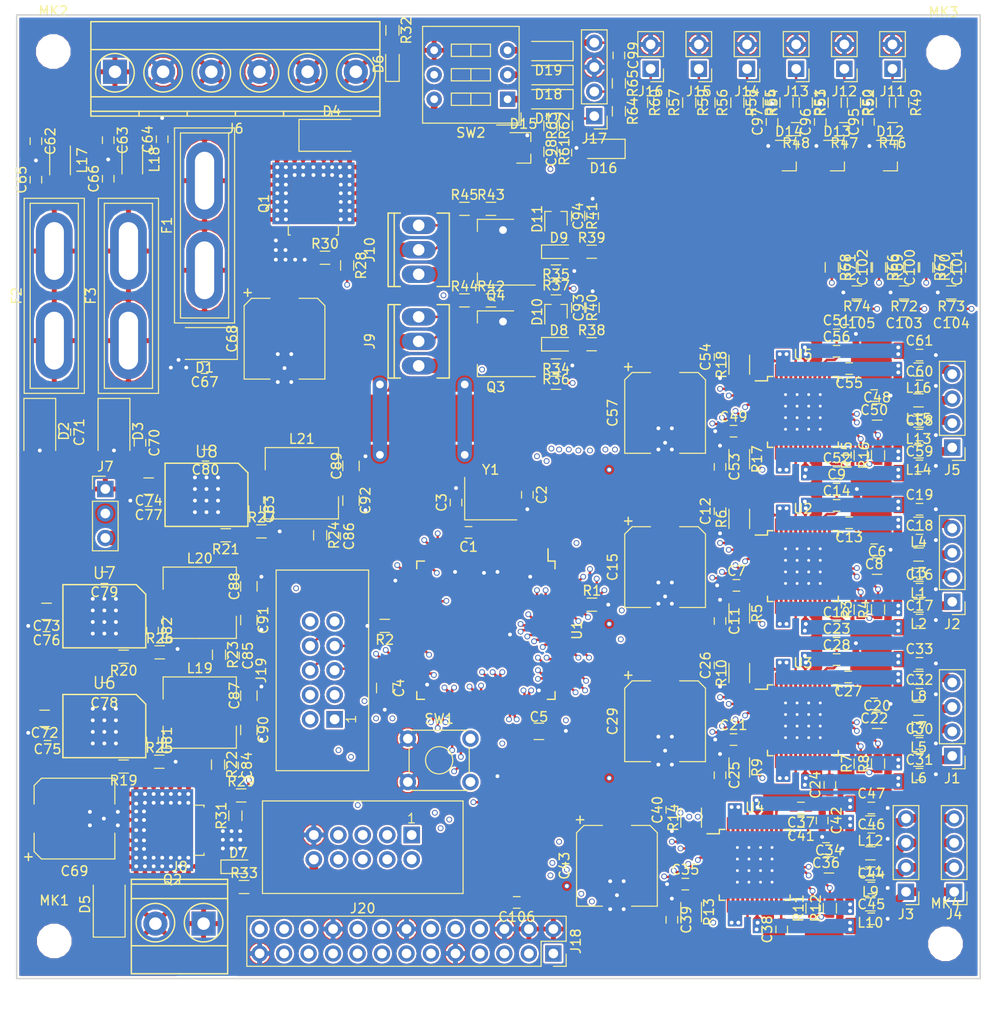
<source format=kicad_pcb>
(kicad_pcb (version 4) (host pcbnew 4.0.7+dfsg1-1)
  (layers (0 F.Cu mixed) (1 In1.Cu mixed) (2 In2.Cu mixed) (31 B.Cu power) (35 F.Paste user) (37 F.SilkS user) (39 F.Mask user) (44 Edge.Cuts user))
  (net 0 "")
  (net 1 GND)
  (net 2 RST)
  (net 3 "Net-(C2-Pad1)")
  (net 4 "Net-(C3-Pad1)")
  (net 5 "Net-(C4-Pad1)")
  (net 6 "Net-(C5-Pad1)")
  (net 7 "Net-(C6-Pad1)")
  (net 8 +3V3)
  (net 9 +5V)
  (net 10 "Net-(C9-Pad2)")
  (net 11 "Net-(C11-Pad2)")
  (net 12 "Net-(C12-Pad2)")
  (net 13 "Net-(C13-Pad2)")
  (net 14 "Net-(C13-Pad1)")
  (net 15 "Net-(C16-Pad1)")
  (net 16 "Net-(C17-Pad1)")
  (net 17 "Net-(C18-Pad1)")
  (net 18 "Net-(C19-Pad1)")
  (net 19 "Net-(C20-Pad1)")
  (net 20 "Net-(C23-Pad2)")
  (net 21 "Net-(C25-Pad2)")
  (net 22 "Net-(C26-Pad2)")
  (net 23 "Net-(C27-Pad2)")
  (net 24 "Net-(C27-Pad1)")
  (net 25 "Net-(C30-Pad1)")
  (net 26 "Net-(C31-Pad1)")
  (net 27 "Net-(C32-Pad1)")
  (net 28 "Net-(C33-Pad1)")
  (net 29 "Net-(C34-Pad1)")
  (net 30 "Net-(C37-Pad2)")
  (net 31 "Net-(C39-Pad2)")
  (net 32 "Net-(C40-Pad2)")
  (net 33 "Net-(C41-Pad2)")
  (net 34 "Net-(C41-Pad1)")
  (net 35 "Net-(C44-Pad1)")
  (net 36 "Net-(C45-Pad1)")
  (net 37 "Net-(C46-Pad1)")
  (net 38 "Net-(C47-Pad1)")
  (net 39 "Net-(C48-Pad1)")
  (net 40 "Net-(C51-Pad2)")
  (net 41 "Net-(C53-Pad2)")
  (net 42 "Net-(C54-Pad2)")
  (net 43 "Net-(C55-Pad2)")
  (net 44 "Net-(C55-Pad1)")
  (net 45 "Net-(C58-Pad1)")
  (net 46 "Net-(C59-Pad1)")
  (net 47 "Net-(C60-Pad1)")
  (net 48 "Net-(C61-Pad1)")
  (net 49 "Net-(C62-Pad1)")
  (net 50 "Net-(C64-Pad1)")
  (net 51 "Net-(C65-Pad1)")
  (net 52 "Net-(C66-Pad1)")
  (net 53 +24V)
  (net 54 VBUS)
  (net 55 "Net-(C74-Pad1)")
  (net 56 "Net-(C78-Pad2)")
  (net 57 "Net-(C78-Pad1)")
  (net 58 "Net-(C79-Pad2)")
  (net 59 "Net-(C79-Pad1)")
  (net 60 "Net-(C80-Pad2)")
  (net 61 "Net-(C80-Pad1)")
  (net 62 "Net-(C81-Pad2)")
  (net 63 "Net-(C81-Pad1)")
  (net 64 "Net-(C82-Pad2)")
  (net 65 "Net-(C82-Pad1)")
  (net 66 "Net-(C83-Pad2)")
  (net 67 "Net-(C83-Pad1)")
  (net 68 "Net-(C84-Pad2)")
  (net 69 "Net-(C85-Pad2)")
  (net 70 "Net-(C86-Pad2)")
  (net 71 +12V)
  (net 72 T0)
  (net 73 T1)
  (net 74 THERM0)
  (net 75 THERM1)
  (net 76 THERM2)
  (net 77 THERM3)
  (net 78 "Net-(C99-Pad1)")
  (net 79 "Net-(C100-Pad1)")
  (net 80 "Net-(C101-Pad1)")
  (net 81 "Net-(C102-Pad1)")
  (net 82 /AREF/XY-REF)
  (net 83 /AREF/Z-REF)
  (net 84 /AREF/E-REF)
  (net 85 /Mosfets/BED)
  (net 86 "Net-(D5-Pad2)")
  (net 87 "Net-(D6-Pad2)")
  (net 88 "Net-(D7-Pad2)")
  (net 89 "Net-(D8-Pad2)")
  (net 90 "Net-(D8-Pad1)")
  (net 91 "Net-(D9-Pad2)")
  (net 92 "Net-(D9-Pad1)")
  (net 93 "Net-(D10-Pad3)")
  (net 94 "Net-(D11-Pad3)")
  (net 95 "Net-(D12-Pad3)")
  (net 96 "Net-(D13-Pad3)")
  (net 97 "Net-(D14-Pad3)")
  (net 98 "Net-(D15-Pad3)")
  (net 99 ZPROBE)
  (net 100 "Net-(D17-Pad2)")
  (net 101 "Net-(D18-Pad2)")
  (net 102 "Net-(D19-Pad2)")
  (net 103 /MotorY/A2)
  (net 104 /MotorY/A1)
  (net 105 /MotorY/B2)
  (net 106 /MotorY/B1)
  (net 107 /MotorX/A2)
  (net 108 /MotorX/A1)
  (net 109 /MotorX/B2)
  (net 110 /MotorX/B1)
  (net 111 /MotorZ/A2)
  (net 112 /MotorZ/A1)
  (net 113 /MotorZ/B2)
  (net 114 /MotorZ/B1)
  (net 115 /MotorE/A2)
  (net 116 /MotorE/A1)
  (net 117 /MotorE/B2)
  (net 118 /MotorE/B1)
  (net 119 "Net-(J9-Pad3)")
  (net 120 "Net-(J10-Pad3)")
  (net 121 "Net-(J11-Pad1)")
  (net 122 "Net-(J12-Pad1)")
  (net 123 "Net-(J13-Pad1)")
  (net 124 "Net-(J14-Pad1)")
  (net 125 "Net-(J15-Pad1)")
  (net 126 "Net-(J16-Pad1)")
  (net 127 "Net-(J17-Pad1)")
  (net 128 "Net-(J17-Pad2)")
  (net 129 RX)
  (net 130 TX)
  (net 131 BOOT0)
  (net 132 BOOT1)
  (net 133 "Net-(Q1-Pad4)")
  (net 134 "Net-(Q2-Pad4)")
  (net 135 "Net-(Q3-Pad1)")
  (net 136 "Net-(Q4-Pad1)")
  (net 137 XD0)
  (net 138 XD1)
  (net 139 YD0)
  (net 140 YD1)
  (net 141 ZD0)
  (net 142 ZD1)
  (net 143 ED0)
  (net 144 ED1)
  (net 145 BPWM)
  (net 146 EPWM)
  (net 147 F0PWM)
  (net 148 F1PWM)
  (net 149 XEND)
  (net 150 YEND)
  (net 151 ZEND)
  (net 152 /AREF/XY-PWM)
  (net 153 /AREF/Z-PWM)
  (net 154 /AREF/E-PWM)
  (net 155 SCK)
  (net 156 MISO)
  (net 157 MOSI)
  (net 158 ESS)
  (net 159 ZSS)
  (net 160 XSS)
  (net 161 YSS)
  (net 162 EEN)
  (net 163 EDIR)
  (net 164 ESTEP)
  (net 165 ZEN)
  (net 166 ZDIR)
  (net 167 ZSTEP)
  (net 168 XEN)
  (net 169 XDIR)
  (net 170 XSTEP)
  (net 171 YEN)
  (net 172 YDIR)
  (net 173 YSTEP)
  (net 174 +12C)
  (net 175 "Net-(J18-Pad1)")
  (net 176 "Net-(J18-Pad3)")
  (net 177 "Net-(J18-Pad5)")
  (net 178 "Net-(J18-Pad7)")
  (net 179 "Net-(J18-Pad12)")
  (net 180 "Net-(J18-Pad16)")
  (net 181 "Net-(J18-Pad17)")
  (net 182 "Net-(J18-Pad18)")
  (net 183 "Net-(J18-Pad19)")
  (net 184 "Net-(J18-Pad21)")
  (net 185 "Net-(J18-Pad22)")
  (net 186 "Net-(J18-Pad23)")
  (net 187 "Net-(J18-Pad24)")
  (net 188 "Net-(J18-Pad26)")
  (net 189 "Net-(U1-Pad5)")
  (net 190 "Net-(U1-Pad6)")
  (net 191 "Net-(U1-Pad7)")
  (net 192 "Net-(U1-Pad8)")
  (net 193 "Net-(U1-Pad9)")
  (net 194 "Net-(U1-Pad15)")
  (net 195 "Net-(U1-Pad16)")
  (net 196 "Net-(U1-Pad17)")
  (net 197 "Net-(U1-Pad18)")
  (net 198 "Net-(U1-Pad21)")
  (net 199 "Net-(U1-Pad33)")
  (net 200 "Net-(U1-Pad34)")
  (net 201 "Net-(U1-Pad35)")
  (net 202 "Net-(U1-Pad36)")
  (net 203 "Net-(U1-Pad38)")
  (net 204 "Net-(U1-Pad39)")
  (net 205 "Net-(U1-Pad51)")
  (net 206 "Net-(U1-Pad63)")
  (net 207 "Net-(U1-Pad67)")
  (net 208 "Net-(U1-Pad70)")
  (net 209 "Net-(U2-Pad2)")
  (net 210 "Net-(U2-Pad12)")
  (net 211 "Net-(U2-Pad23)")
  (net 212 "Net-(U2-Pad25)")
  (net 213 "Net-(U3-Pad2)")
  (net 214 "Net-(U3-Pad12)")
  (net 215 "Net-(U3-Pad23)")
  (net 216 "Net-(U3-Pad25)")
  (net 217 "Net-(U4-Pad2)")
  (net 218 "Net-(U4-Pad12)")
  (net 219 "Net-(U4-Pad23)")
  (net 220 "Net-(U4-Pad25)")
  (net 221 "Net-(U5-Pad2)")
  (net 222 "Net-(U5-Pad12)")
  (net 223 "Net-(U5-Pad23)")
  (net 224 "Net-(U5-Pad25)")
  (net 225 "Net-(J19-Pad9)")
  (net 226 "Net-(J19-Pad10)")
  (net 227 SDMISO)
  (net 228 SDCLK)
  (net 229 ENC2)
  (net 230 SDSS)
  (net 231 ENC3)
  (net 232 SDMOSI)
  (net 233 SDDETECT)
  (net 234 RESET)
  (net 235 BEEP)
  (net 236 ENC1)
  (net 237 LCDE)
  (net 238 LCDRS)
  (net 239 LCD4)
  (net 240 LCD5)
  (net 241 LCD6)
  (net 242 LCD7)
  (net 243 ZSTOP)
  (module Capacitors_SMD:C_0603 (layer F.Cu) (at 211.9 103.7 180)
    (fp_text reference C1 (at 0 -1.5 180) (layer F.SilkS))
    (fp_text value 100nF)
    (pad 2 smd rect (at 0.75 0 180) (size 0.8 0.75) (layers F.Cu F.Paste F.Mask) (net 1 GND))
    (pad 1 smd rect (at -0.75 0 180) (size 0.8 0.75) (layers F.Cu F.Paste F.Mask) (net 2 RST))
  )
  (module Capacitors_SMD:C_0603 (layer F.Cu) (at 218 99.8 270)
    (fp_text reference C2 (at 0 -1.5 270) (layer F.SilkS))
    (fp_text value 18pF)
    (pad 2 smd rect (at 0.75 0 270) (size 0.8 0.75) (layers F.Cu F.Paste F.Mask) (net 1 GND))
    (pad 1 smd rect (at -0.75 0 270) (size 0.8 0.75) (layers F.Cu F.Paste F.Mask) (net 3 "Net-(C2-Pad1)"))
  )
  (module Capacitors_SMD:C_0603 (layer F.Cu) (at 210.6 100.6 90)
    (fp_text reference C3 (at 0 -1.5 90) (layer F.SilkS))
    (fp_text value 18pF)
    (pad 2 smd rect (at 0.75 0 90) (size 0.8 0.75) (layers F.Cu F.Paste F.Mask) (net 1 GND))
    (pad 1 smd rect (at -0.75 0 90) (size 0.8 0.75) (layers F.Cu F.Paste F.Mask) (net 4 "Net-(C3-Pad1)"))
  )
  (module Capacitors_SMD:C_0805 (layer F.Cu) (at 203.2 119.85 270)
    (fp_text reference C4 (at 0 -1.5 270) (layer F.SilkS))
    (fp_text value 2.2uF)
    (pad 1 smd rect (at -1 0 270) (size 1 1.25) (layers F.Cu F.Paste F.Mask) (net 5 "Net-(C4-Pad1)"))
    (pad 2 smd rect (at 1 0 270) (size 1 1.25) (layers F.Cu F.Paste F.Mask) (net 1 GND))
  )
  (module Capacitors_SMD:C_0805 (layer F.Cu) (at 219.2 124.35)
    (fp_text reference C5 (at 0 -1.5) (layer F.SilkS))
    (fp_text value 2.2uF)
    (pad 1 smd rect (at -1 0) (size 1 1.25) (layers F.Cu F.Paste F.Mask) (net 6 "Net-(C5-Pad1)"))
    (pad 2 smd rect (at 1 0) (size 1 1.25) (layers F.Cu F.Paste F.Mask) (net 1 GND))
  )
  (module Capacitors_SMD:C_0805 (layer F.Cu) (at 254.3 107.2)
    (fp_text reference C6 (at 0 -1.5) (layer F.SilkS))
    (fp_text value 4.7uF)
    (pad 1 smd rect (at -1 0) (size 1 1.25) (layers F.Cu F.Paste F.Mask) (net 7 "Net-(C6-Pad1)"))
    (pad 2 smd rect (at 1 0) (size 1 1.25) (layers F.Cu F.Paste F.Mask) (net 1 GND))
  )
  (module Capacitors_SMD:C_0603 (layer F.Cu) (at 239.7 109.2)
    (fp_text reference C7 (at 0 -1.5) (layer F.SilkS))
    (fp_text value 100nF)
    (pad 2 smd rect (at 0.75 0) (size 0.8 0.75) (layers F.Cu F.Paste F.Mask) (net 8 +3V3))
    (pad 1 smd rect (at -0.75 0) (size 0.8 0.75) (layers F.Cu F.Paste F.Mask) (net 1 GND))
  )
  (module Capacitors_SMD:C_0603 (layer F.Cu) (at 254 105.5 180)
    (fp_text reference C8 (at 0 -1.5 180) (layer F.SilkS))
    (fp_text value 470nF)
    (pad 2 smd rect (at 0.75 0 180) (size 0.8 0.75) (layers F.Cu F.Paste F.Mask) (net 9 +5V))
    (pad 1 smd rect (at -0.75 0 180) (size 0.8 0.75) (layers F.Cu F.Paste F.Mask) (net 1 GND))
  )
  (module Capacitors_SMD:C_0603 (layer F.Cu) (at 250.1 99.2)
    (fp_text reference C9 (at 0 -1.5) (layer F.SilkS))
    (fp_text value 100nF)
    (pad 2 smd rect (at 0.75 0) (size 0.8 0.75) (layers F.Cu F.Paste F.Mask) (net 10 "Net-(C9-Pad2)"))
    (pad 1 smd rect (at -0.75 0) (size 0.8 0.75) (layers F.Cu F.Paste F.Mask) (net 174 +12C))
  )
  (module Capacitors_SMD:C_0603 (layer F.Cu) (at 250.1 113.5)
    (fp_text reference C10 (at 0 -1.5) (layer F.SilkS))
    (fp_text value 100nF)
    (pad 2 smd rect (at 0.75 0) (size 0.8 0.75) (layers F.Cu F.Paste F.Mask) (net 1 GND))
    (pad 1 smd rect (at -0.75 0) (size 0.8 0.75) (layers F.Cu F.Paste F.Mask) (net 174 +12C))
  )
  (module Capacitors_SMD:C_0603 (layer F.Cu) (at 238 112.9 270)
    (fp_text reference C11 (at 0 -1.5 270) (layer F.SilkS))
    (fp_text value 100nF)
    (pad 2 smd rect (at 0.75 0 270) (size 0.8 0.75) (layers F.Cu F.Paste F.Mask) (net 11 "Net-(C11-Pad2)"))
    (pad 1 smd rect (at -0.75 0 270) (size 0.8 0.75) (layers F.Cu F.Paste F.Mask) (net 1 GND))
  )
  (module Capacitors_SMD:C_0603 (layer F.Cu) (at 238 101.5 90)
    (fp_text reference C12 (at 0 -1.5 90) (layer F.SilkS))
    (fp_text value 100nF)
    (pad 2 smd rect (at 0.75 0 90) (size 0.8 0.75) (layers F.Cu F.Paste F.Mask) (net 12 "Net-(C12-Pad2)"))
    (pad 1 smd rect (at -0.75 0 90) (size 0.8 0.75) (layers F.Cu F.Paste F.Mask) (net 1 GND))
  )
  (module Capacitors_SMD:C_0603 (layer F.Cu) (at 251.4 102.7 180)
    (fp_text reference C13 (at 0 -1.5 180) (layer F.SilkS))
    (fp_text value 22n)
    (pad 2 smd rect (at 0.75 0 180) (size 0.8 0.75) (layers F.Cu F.Paste F.Mask) (net 13 "Net-(C13-Pad2)"))
    (pad 1 smd rect (at -0.75 0 180) (size 0.8 0.75) (layers F.Cu F.Paste F.Mask) (net 14 "Net-(C13-Pad1)"))
  )
  (module Capacitors_SMD:C_0603 (layer F.Cu) (at 250.1 100.9)
    (fp_text reference C14 (at 0 -1.5) (layer F.SilkS))
    (fp_text value 100nF)
    (pad 2 smd rect (at 0.75 0) (size 0.8 0.75) (layers F.Cu F.Paste F.Mask) (net 1 GND))
    (pad 1 smd rect (at -0.75 0) (size 0.8 0.75) (layers F.Cu F.Paste F.Mask) (net 174 +12C))
  )
  (module Capacitors_SMD:CP_Elec_8x10 (layer F.Cu) (at 232.3 107.3 270)
    (fp_text reference C15 (at 0 5.45 270) (layer F.SilkS))
    (fp_text value 100uF)
    (fp_text user + (at -4.78 3.9 270) (layer F.SilkS))
    (pad 1 smd rect (at -3.05 0 90) (size 4 2.5) (layers F.Cu F.Paste F.Mask) (net 174 +12C))
    (pad 2 smd rect (at 3.05 0 90) (size 4 2.5) (layers F.Cu F.Paste F.Mask) (net 1 GND))
  )
  (module Capacitors_SMD:C_0603 (layer F.Cu) (at 258.7 109.6)
    (fp_text reference C16 (at 0 -1.5) (layer F.SilkS))
    (fp_text value 1nF)
    (pad 2 smd rect (at 0.75 0) (size 0.8 0.75) (layers F.Cu F.Paste F.Mask) (net 1 GND))
    (pad 1 smd rect (at -0.75 0) (size 0.8 0.75) (layers F.Cu F.Paste F.Mask) (net 15 "Net-(C16-Pad1)"))
  )
  (module Capacitors_SMD:C_0603 (layer F.Cu) (at 258.7 112.8)
    (fp_text reference C17 (at 0 -1.5) (layer F.SilkS))
    (fp_text value 1nF)
    (pad 2 smd rect (at 0.75 0) (size 0.8 0.75) (layers F.Cu F.Paste F.Mask) (net 1 GND))
    (pad 1 smd rect (at -0.75 0) (size 0.8 0.75) (layers F.Cu F.Paste F.Mask) (net 16 "Net-(C17-Pad1)"))
  )
  (module Capacitors_SMD:C_0603 (layer F.Cu) (at 258.7 104.5)
    (fp_text reference C18 (at 0 -1.5) (layer F.SilkS))
    (fp_text value 1nF)
    (pad 2 smd rect (at 0.75 0) (size 0.8 0.75) (layers F.Cu F.Paste F.Mask) (net 1 GND))
    (pad 1 smd rect (at -0.75 0) (size 0.8 0.75) (layers F.Cu F.Paste F.Mask) (net 17 "Net-(C18-Pad1)"))
  )
  (module Capacitors_SMD:C_0603 (layer F.Cu) (at 258.7 101.3)
    (fp_text reference C19 (at 0 -1.5) (layer F.SilkS))
    (fp_text value 1nF)
    (pad 2 smd rect (at 0.75 0) (size 0.8 0.75) (layers F.Cu F.Paste F.Mask) (net 1 GND))
    (pad 1 smd rect (at -0.75 0) (size 0.8 0.75) (layers F.Cu F.Paste F.Mask) (net 18 "Net-(C19-Pad1)"))
  )
  (module Capacitors_SMD:C_0805 (layer F.Cu) (at 254.3 123.2)
    (fp_text reference C20 (at 0 -1.5) (layer F.SilkS))
    (fp_text value 4.7uF)
    (pad 1 smd rect (at -1 0) (size 1 1.25) (layers F.Cu F.Paste F.Mask) (net 19 "Net-(C20-Pad1)"))
    (pad 2 smd rect (at 1 0) (size 1 1.25) (layers F.Cu F.Paste F.Mask) (net 1 GND))
  )
  (module Capacitors_SMD:C_0603 (layer F.Cu) (at 239.4 125.2)
    (fp_text reference C21 (at 0 -1.5) (layer F.SilkS))
    (fp_text value 100nF)
    (pad 2 smd rect (at 0.75 0) (size 0.8 0.75) (layers F.Cu F.Paste F.Mask) (net 8 +3V3))
    (pad 1 smd rect (at -0.75 0) (size 0.8 0.75) (layers F.Cu F.Paste F.Mask) (net 1 GND))
  )
  (module Capacitors_SMD:C_0603 (layer F.Cu) (at 254 121.5 180)
    (fp_text reference C22 (at 0 -1.5 180) (layer F.SilkS))
    (fp_text value 470nF)
    (pad 2 smd rect (at 0.75 0 180) (size 0.8 0.75) (layers F.Cu F.Paste F.Mask) (net 9 +5V))
    (pad 1 smd rect (at -0.75 0 180) (size 0.8 0.75) (layers F.Cu F.Paste F.Mask) (net 1 GND))
  )
  (module Capacitors_SMD:C_0603 (layer F.Cu) (at 250.1 115.2)
    (fp_text reference C23 (at 0 -1.5) (layer F.SilkS))
    (fp_text value 100nF)
    (pad 2 smd rect (at 0.75 0) (size 0.8 0.75) (layers F.Cu F.Paste F.Mask) (net 20 "Net-(C23-Pad2)"))
    (pad 1 smd rect (at -0.75 0) (size 0.8 0.75) (layers F.Cu F.Paste F.Mask) (net 174 +12C))
  )
  (module Capacitors_SMD:C_0603 (layer F.Cu) (at 249.4 129.9 90)
    (fp_text reference C24 (at 0 -1.5 90) (layer F.SilkS))
    (fp_text value 100nF)
    (pad 2 smd rect (at 0.75 0 90) (size 0.8 0.75) (layers F.Cu F.Paste F.Mask) (net 1 GND))
    (pad 1 smd rect (at -0.75 0 90) (size 0.8 0.75) (layers F.Cu F.Paste F.Mask) (net 174 +12C))
  )
  (module Capacitors_SMD:C_0603 (layer F.Cu) (at 238 128.9 270)
    (fp_text reference C25 (at 0 -1.5 270) (layer F.SilkS))
    (fp_text value 100nF)
    (pad 2 smd rect (at 0.75 0 270) (size 0.8 0.75) (layers F.Cu F.Paste F.Mask) (net 21 "Net-(C25-Pad2)"))
    (pad 1 smd rect (at -0.75 0 270) (size 0.8 0.75) (layers F.Cu F.Paste F.Mask) (net 1 GND))
  )
  (module Capacitors_SMD:C_0603 (layer F.Cu) (at 238 117.5 90)
    (fp_text reference C26 (at 0 -1.5 90) (layer F.SilkS))
    (fp_text value 100nF)
    (pad 2 smd rect (at 0.75 0 90) (size 0.8 0.75) (layers F.Cu F.Paste F.Mask) (net 22 "Net-(C26-Pad2)"))
    (pad 1 smd rect (at -0.75 0 90) (size 0.8 0.75) (layers F.Cu F.Paste F.Mask) (net 1 GND))
  )
  (module Capacitors_SMD:C_0603 (layer F.Cu) (at 251.3 118.7 180)
    (fp_text reference C27 (at 0 -1.5 180) (layer F.SilkS))
    (fp_text value 22n)
    (pad 2 smd rect (at 0.75 0 180) (size 0.8 0.75) (layers F.Cu F.Paste F.Mask) (net 23 "Net-(C27-Pad2)"))
    (pad 1 smd rect (at -0.75 0 180) (size 0.8 0.75) (layers F.Cu F.Paste F.Mask) (net 24 "Net-(C27-Pad1)"))
  )
  (module Capacitors_SMD:C_0603 (layer F.Cu) (at 250.1 116.9)
    (fp_text reference C28 (at 0 -1.5) (layer F.SilkS))
    (fp_text value 100nF)
    (pad 2 smd rect (at 0.75 0) (size 0.8 0.75) (layers F.Cu F.Paste F.Mask) (net 1 GND))
    (pad 1 smd rect (at -0.75 0) (size 0.8 0.75) (layers F.Cu F.Paste F.Mask) (net 174 +12C))
  )
  (module Capacitors_SMD:CP_Elec_8x10 (layer F.Cu) (at 232.3 123.3 270)
    (fp_text reference C29 (at 0 5.45 270) (layer F.SilkS))
    (fp_text value 100uF)
    (fp_text user + (at -4.78 3.9 270) (layer F.SilkS))
    (pad 1 smd rect (at -3.05 0 90) (size 4 2.5) (layers F.Cu F.Paste F.Mask) (net 174 +12C))
    (pad 2 smd rect (at 3.05 0 90) (size 4 2.5) (layers F.Cu F.Paste F.Mask) (net 1 GND))
  )
  (module Capacitors_SMD:C_0603 (layer F.Cu) (at 258.7 125.6)
    (fp_text reference C30 (at 0 -1.5) (layer F.SilkS))
    (fp_text value 1nF)
    (pad 2 smd rect (at 0.75 0) (size 0.8 0.75) (layers F.Cu F.Paste F.Mask) (net 1 GND))
    (pad 1 smd rect (at -0.75 0) (size 0.8 0.75) (layers F.Cu F.Paste F.Mask) (net 25 "Net-(C30-Pad1)"))
  )
  (module Capacitors_SMD:C_0603 (layer F.Cu) (at 258.7 128.8)
    (fp_text reference C31 (at 0 -1.5) (layer F.SilkS))
    (fp_text value 1nF)
    (pad 2 smd rect (at 0.75 0) (size 0.8 0.75) (layers F.Cu F.Paste F.Mask) (net 1 GND))
    (pad 1 smd rect (at -0.75 0) (size 0.8 0.75) (layers F.Cu F.Paste F.Mask) (net 26 "Net-(C31-Pad1)"))
  )
  (module Capacitors_SMD:C_0603 (layer F.Cu) (at 258.7 120.5)
    (fp_text reference C32 (at 0 -1.5) (layer F.SilkS))
    (fp_text value 1nF)
    (pad 2 smd rect (at 0.75 0) (size 0.8 0.75) (layers F.Cu F.Paste F.Mask) (net 1 GND))
    (pad 1 smd rect (at -0.75 0) (size 0.8 0.75) (layers F.Cu F.Paste F.Mask) (net 27 "Net-(C32-Pad1)"))
  )
  (module Capacitors_SMD:C_0603 (layer F.Cu) (at 258.7 117.3)
    (fp_text reference C33 (at 0 -1.5) (layer F.SilkS))
    (fp_text value 1nF)
    (pad 2 smd rect (at 0.75 0) (size 0.8 0.75) (layers F.Cu F.Paste F.Mask) (net 1 GND))
    (pad 1 smd rect (at -0.75 0) (size 0.8 0.75) (layers F.Cu F.Paste F.Mask) (net 28 "Net-(C33-Pad1)"))
  )
  (module Capacitors_SMD:C_0805 (layer F.Cu) (at 249.3 138.2)
    (fp_text reference C34 (at 0 -1.5) (layer F.SilkS))
    (fp_text value 4.7uF)
    (pad 1 smd rect (at -1 0) (size 1 1.25) (layers F.Cu F.Paste F.Mask) (net 29 "Net-(C34-Pad1)"))
    (pad 2 smd rect (at 1 0) (size 1 1.25) (layers F.Cu F.Paste F.Mask) (net 1 GND))
  )
  (module Capacitors_SMD:C_0603 (layer F.Cu) (at 234.4 140.2)
    (fp_text reference C35 (at 0 -1.5) (layer F.SilkS))
    (fp_text value 100nF)
    (pad 2 smd rect (at 0.75 0) (size 0.8 0.75) (layers F.Cu F.Paste F.Mask) (net 8 +3V3))
    (pad 1 smd rect (at -0.75 0) (size 0.8 0.75) (layers F.Cu F.Paste F.Mask) (net 1 GND))
  )
  (module Capacitors_SMD:C_0603 (layer F.Cu) (at 249 136.5 180)
    (fp_text reference C36 (at 0 -1.5 180) (layer F.SilkS))
    (fp_text value 470nF)
    (pad 2 smd rect (at 0.75 0 180) (size 0.8 0.75) (layers F.Cu F.Paste F.Mask) (net 9 +5V))
    (pad 1 smd rect (at -0.75 0 180) (size 0.8 0.75) (layers F.Cu F.Paste F.Mask) (net 1 GND))
  )
  (module Capacitors_SMD:C_0603 (layer F.Cu) (at 246.4 132.3 180)
    (fp_text reference C37 (at 0 -1.5 180) (layer F.SilkS))
    (fp_text value 100nF)
    (pad 2 smd rect (at 0.75 0 180) (size 0.8 0.75) (layers F.Cu F.Paste F.Mask) (net 30 "Net-(C37-Pad2)"))
    (pad 1 smd rect (at -0.75 0 180) (size 0.8 0.75) (layers F.Cu F.Paste F.Mask) (net 174 +12C))
  )
  (module Capacitors_SMD:C_0603 (layer F.Cu) (at 244.4 144.9 90)
    (fp_text reference C38 (at 0 -1.5 90) (layer F.SilkS))
    (fp_text value 100nF)
    (pad 2 smd rect (at 0.75 0 90) (size 0.8 0.75) (layers F.Cu F.Paste F.Mask) (net 1 GND))
    (pad 1 smd rect (at -0.75 0 90) (size 0.8 0.75) (layers F.Cu F.Paste F.Mask) (net 174 +12C))
  )
  (module Capacitors_SMD:C_0603 (layer F.Cu) (at 233 143.9 270)
    (fp_text reference C39 (at 0 -1.5 270) (layer F.SilkS))
    (fp_text value 100nF)
    (pad 2 smd rect (at 0.75 0 270) (size 0.8 0.75) (layers F.Cu F.Paste F.Mask) (net 31 "Net-(C39-Pad2)"))
    (pad 1 smd rect (at -0.75 0 270) (size 0.8 0.75) (layers F.Cu F.Paste F.Mask) (net 1 GND))
  )
  (module Capacitors_SMD:C_0603 (layer F.Cu) (at 233 132.5 90)
    (fp_text reference C40 (at 0 -1.5 90) (layer F.SilkS))
    (fp_text value 100nF)
    (pad 2 smd rect (at 0.75 0 90) (size 0.8 0.75) (layers F.Cu F.Paste F.Mask) (net 32 "Net-(C40-Pad2)"))
    (pad 1 smd rect (at -0.75 0 90) (size 0.8 0.75) (layers F.Cu F.Paste F.Mask) (net 1 GND))
  )
  (module Capacitors_SMD:C_0603 (layer F.Cu) (at 246.4 133.7 180)
    (fp_text reference C41 (at 0 -1.5 180) (layer F.SilkS))
    (fp_text value 22n)
    (pad 2 smd rect (at 0.75 0 180) (size 0.8 0.75) (layers F.Cu F.Paste F.Mask) (net 33 "Net-(C41-Pad2)"))
    (pad 1 smd rect (at -0.75 0 180) (size 0.8 0.75) (layers F.Cu F.Paste F.Mask) (net 34 "Net-(C41-Pad1)"))
  )
  (module Capacitors_SMD:C_0603 (layer F.Cu) (at 248.6 133.6 270)
    (fp_text reference C42 (at 0 -1.5 270) (layer F.SilkS))
    (fp_text value 100nF)
    (pad 2 smd rect (at 0.75 0 270) (size 0.8 0.75) (layers F.Cu F.Paste F.Mask) (net 1 GND))
    (pad 1 smd rect (at -0.75 0 270) (size 0.8 0.75) (layers F.Cu F.Paste F.Mask) (net 174 +12C))
  )
  (module Capacitors_SMD:CP_Elec_8x10 (layer F.Cu) (at 227.3 138.3 270)
    (fp_text reference C43 (at 0 5.45 270) (layer F.SilkS))
    (fp_text value 100uF)
    (fp_text user + (at -4.78 3.9 270) (layer F.SilkS))
    (pad 1 smd rect (at -3.05 0 90) (size 4 2.5) (layers F.Cu F.Paste F.Mask) (net 174 +12C))
    (pad 2 smd rect (at 3.05 0 90) (size 4 2.5) (layers F.Cu F.Paste F.Mask) (net 1 GND))
  )
  (module Capacitors_SMD:C_0603 (layer F.Cu) (at 253.7 140.6)
    (fp_text reference C44 (at 0 -1.5) (layer F.SilkS))
    (fp_text value 1nF)
    (pad 2 smd rect (at 0.75 0) (size 0.8 0.75) (layers F.Cu F.Paste F.Mask) (net 1 GND))
    (pad 1 smd rect (at -0.75 0) (size 0.8 0.75) (layers F.Cu F.Paste F.Mask) (net 35 "Net-(C44-Pad1)"))
  )
  (module Capacitors_SMD:C_0603 (layer F.Cu) (at 253.7 143.8)
    (fp_text reference C45 (at 0 -1.5) (layer F.SilkS))
    (fp_text value 1nF)
    (pad 2 smd rect (at 0.75 0) (size 0.8 0.75) (layers F.Cu F.Paste F.Mask) (net 1 GND))
    (pad 1 smd rect (at -0.75 0) (size 0.8 0.75) (layers F.Cu F.Paste F.Mask) (net 36 "Net-(C45-Pad1)"))
  )
  (module Capacitors_SMD:C_0603 (layer F.Cu) (at 253.7 135.5)
    (fp_text reference C46 (at 0 -1.5) (layer F.SilkS))
    (fp_text value 1nF)
    (pad 2 smd rect (at 0.75 0) (size 0.8 0.75) (layers F.Cu F.Paste F.Mask) (net 1 GND))
    (pad 1 smd rect (at -0.75 0) (size 0.8 0.75) (layers F.Cu F.Paste F.Mask) (net 37 "Net-(C46-Pad1)"))
  )
  (module Capacitors_SMD:C_0603 (layer F.Cu) (at 253.7 132.3)
    (fp_text reference C47 (at 0 -1.5) (layer F.SilkS))
    (fp_text value 1nF)
    (pad 2 smd rect (at 0.75 0) (size 0.8 0.75) (layers F.Cu F.Paste F.Mask) (net 1 GND))
    (pad 1 smd rect (at -0.75 0) (size 0.8 0.75) (layers F.Cu F.Paste F.Mask) (net 38 "Net-(C47-Pad1)"))
  )
  (module Capacitors_SMD:C_0805 (layer F.Cu) (at 254.3 91.2)
    (fp_text reference C48 (at 0 -1.5) (layer F.SilkS))
    (fp_text value 4.7uF)
    (pad 1 smd rect (at -1 0) (size 1 1.25) (layers F.Cu F.Paste F.Mask) (net 39 "Net-(C48-Pad1)"))
    (pad 2 smd rect (at 1 0) (size 1 1.25) (layers F.Cu F.Paste F.Mask) (net 1 GND))
  )
  (module Capacitors_SMD:C_0603 (layer F.Cu) (at 239.4 93.2)
    (fp_text reference C49 (at 0 -1.5) (layer F.SilkS))
    (fp_text value 100nF)
    (pad 2 smd rect (at 0.75 0) (size 0.8 0.75) (layers F.Cu F.Paste F.Mask) (net 8 +3V3))
    (pad 1 smd rect (at -0.75 0) (size 0.8 0.75) (layers F.Cu F.Paste F.Mask) (net 1 GND))
  )
  (module Capacitors_SMD:C_0603 (layer F.Cu) (at 254 89.5 180)
    (fp_text reference C50 (at 0 -1.5 180) (layer F.SilkS))
    (fp_text value 470nF)
    (pad 2 smd rect (at 0.75 0 180) (size 0.8 0.75) (layers F.Cu F.Paste F.Mask) (net 9 +5V))
    (pad 1 smd rect (at -0.75 0 180) (size 0.8 0.75) (layers F.Cu F.Paste F.Mask) (net 1 GND))
  )
  (module Capacitors_SMD:C_0603 (layer F.Cu) (at 250.1 83.2)
    (fp_text reference C51 (at 0 -1.5) (layer F.SilkS))
    (fp_text value 100nF)
    (pad 2 smd rect (at 0.75 0) (size 0.8 0.75) (layers F.Cu F.Paste F.Mask) (net 40 "Net-(C51-Pad2)"))
    (pad 1 smd rect (at -0.75 0) (size 0.8 0.75) (layers F.Cu F.Paste F.Mask) (net 174 +12C))
  )
  (module Capacitors_SMD:C_0603 (layer F.Cu) (at 250.1 97.5)
    (fp_text reference C52 (at 0 -1.5) (layer F.SilkS))
    (fp_text value 100nF)
    (pad 2 smd rect (at 0.75 0) (size 0.8 0.75) (layers F.Cu F.Paste F.Mask) (net 1 GND))
    (pad 1 smd rect (at -0.75 0) (size 0.8 0.75) (layers F.Cu F.Paste F.Mask) (net 174 +12C))
  )
  (module Capacitors_SMD:C_0603 (layer F.Cu) (at 238 96.9 270)
    (fp_text reference C53 (at 0 -1.5 270) (layer F.SilkS))
    (fp_text value 100nF)
    (pad 2 smd rect (at 0.75 0 270) (size 0.8 0.75) (layers F.Cu F.Paste F.Mask) (net 41 "Net-(C53-Pad2)"))
    (pad 1 smd rect (at -0.75 0 270) (size 0.8 0.75) (layers F.Cu F.Paste F.Mask) (net 1 GND))
  )
  (module Capacitors_SMD:C_0603 (layer F.Cu) (at 238 85.5 90)
    (fp_text reference C54 (at 0 -1.5 90) (layer F.SilkS))
    (fp_text value 100nF)
    (pad 2 smd rect (at 0.75 0 90) (size 0.8 0.75) (layers F.Cu F.Paste F.Mask) (net 42 "Net-(C54-Pad2)"))
    (pad 1 smd rect (at -0.75 0 90) (size 0.8 0.75) (layers F.Cu F.Paste F.Mask) (net 1 GND))
  )
  (module Capacitors_SMD:C_0603 (layer F.Cu) (at 251.4 86.7 180)
    (fp_text reference C55 (at 0 -1.5 180) (layer F.SilkS))
    (fp_text value 22n)
    (pad 2 smd rect (at 0.75 0 180) (size 0.8 0.75) (layers F.Cu F.Paste F.Mask) (net 43 "Net-(C55-Pad2)"))
    (pad 1 smd rect (at -0.75 0 180) (size 0.8 0.75) (layers F.Cu F.Paste F.Mask) (net 44 "Net-(C55-Pad1)"))
  )
  (module Capacitors_SMD:C_0603 (layer F.Cu) (at 250.1 84.9)
    (fp_text reference C56 (at 0 -1.5) (layer F.SilkS))
    (fp_text value 100nF)
    (pad 2 smd rect (at 0.75 0) (size 0.8 0.75) (layers F.Cu F.Paste F.Mask) (net 1 GND))
    (pad 1 smd rect (at -0.75 0) (size 0.8 0.75) (layers F.Cu F.Paste F.Mask) (net 174 +12C))
  )
  (module Capacitors_SMD:CP_Elec_8x10 (layer F.Cu) (at 232.3 91.3 270)
    (fp_text reference C57 (at 0 5.45 270) (layer F.SilkS))
    (fp_text value 100uF)
    (fp_text user + (at -4.78 3.9 270) (layer F.SilkS))
    (pad 1 smd rect (at -3.05 0 90) (size 4 2.5) (layers F.Cu F.Paste F.Mask) (net 174 +12C))
    (pad 2 smd rect (at 3.05 0 90) (size 4 2.5) (layers F.Cu F.Paste F.Mask) (net 1 GND))
  )
  (module Capacitors_SMD:C_0603 (layer F.Cu) (at 258.7 93.6)
    (fp_text reference C58 (at 0 -1.5) (layer F.SilkS))
    (fp_text value 1nF)
    (pad 2 smd rect (at 0.75 0) (size 0.8 0.75) (layers F.Cu F.Paste F.Mask) (net 1 GND))
    (pad 1 smd rect (at -0.75 0) (size 0.8 0.75) (layers F.Cu F.Paste F.Mask) (net 45 "Net-(C58-Pad1)"))
  )
  (module Capacitors_SMD:C_0603 (layer F.Cu) (at 258.7 96.8)
    (fp_text reference C59 (at 0 -1.5) (layer F.SilkS))
    (fp_text value 1nF)
    (pad 2 smd rect (at 0.75 0) (size 0.8 0.75) (layers F.Cu F.Paste F.Mask) (net 1 GND))
    (pad 1 smd rect (at -0.75 0) (size 0.8 0.75) (layers F.Cu F.Paste F.Mask) (net 46 "Net-(C59-Pad1)"))
  )
  (module Capacitors_SMD:C_0603 (layer F.Cu) (at 258.7 88.5)
    (fp_text reference C60 (at 0 -1.5) (layer F.SilkS))
    (fp_text value 1nF)
    (pad 2 smd rect (at 0.75 0) (size 0.8 0.75) (layers F.Cu F.Paste F.Mask) (net 1 GND))
    (pad 1 smd rect (at -0.75 0) (size 0.8 0.75) (layers F.Cu F.Paste F.Mask) (net 47 "Net-(C60-Pad1)"))
  )
  (module Capacitors_SMD:C_0603 (layer F.Cu) (at 258.7 85.3)
    (fp_text reference C61 (at 0 -1.5) (layer F.SilkS))
    (fp_text value 1nF)
    (pad 2 smd rect (at 0.75 0) (size 0.8 0.75) (layers F.Cu F.Paste F.Mask) (net 1 GND))
    (pad 1 smd rect (at -0.75 0) (size 0.8 0.75) (layers F.Cu F.Paste F.Mask) (net 48 "Net-(C61-Pad1)"))
  )
  (module Capacitors_SMD:C_0603 (layer F.Cu) (at 167 63.1 270)
    (fp_text reference C62 (at 0 -1.5 270) (layer F.SilkS))
    (fp_text value 100nF)
    (pad 2 smd rect (at 0.75 0 270) (size 0.8 0.75) (layers F.Cu F.Paste F.Mask) (net 1 GND))
    (pad 1 smd rect (at -0.75 0 270) (size 0.8 0.75) (layers F.Cu F.Paste F.Mask) (net 49 "Net-(C62-Pad1)"))
  )
  (module Capacitors_SMD:C_0603 (layer F.Cu) (at 174.5 63 270)
    (fp_text reference C63 (at 0 -1.5 270) (layer F.SilkS))
    (fp_text value 100nF)
    (pad 2 smd rect (at 0.75 0 270) (size 0.8 0.75) (layers F.Cu F.Paste F.Mask) (net 1 GND))
    (pad 1 smd rect (at -0.75 0 270) (size 0.8 0.75) (layers F.Cu F.Paste F.Mask) (net 49 "Net-(C62-Pad1)"))
  )
  (module Capacitors_SMD:C_0603 (layer F.Cu) (at 180.1 62.9 90)
    (fp_text reference C64 (at 0 -1.5 90) (layer F.SilkS))
    (fp_text value 100nF)
    (pad 2 smd rect (at 0.75 0 90) (size 0.8 0.75) (layers F.Cu F.Paste F.Mask) (net 1 GND))
    (pad 1 smd rect (at -0.75 0 90) (size 0.8 0.75) (layers F.Cu F.Paste F.Mask) (net 50 "Net-(C64-Pad1)"))
  )
  (module Capacitors_SMD:C_0603 (layer F.Cu) (at 167 67.1 90)
    (fp_text reference C65 (at 0 -1.5 90) (layer F.SilkS))
    (fp_text value 100nF)
    (pad 2 smd rect (at 0.75 0 90) (size 0.8 0.75) (layers F.Cu F.Paste F.Mask) (net 1 GND))
    (pad 1 smd rect (at -0.75 0 90) (size 0.8 0.75) (layers F.Cu F.Paste F.Mask) (net 51 "Net-(C65-Pad1)"))
  )
  (module Capacitors_SMD:C_0603 (layer F.Cu) (at 174.5 67 90)
    (fp_text reference C66 (at 0 -1.5 90) (layer F.SilkS))
    (fp_text value 100nF)
    (pad 2 smd rect (at 0.75 0 90) (size 0.8 0.75) (layers F.Cu F.Paste F.Mask) (net 1 GND))
    (pad 1 smd rect (at -0.75 0 90) (size 0.8 0.75) (layers F.Cu F.Paste F.Mask) (net 52 "Net-(C66-Pad1)"))
  )
  (module Capacitors_SMD:C_0603 (layer F.Cu) (at 184.5 86.6 180)
    (fp_text reference C67 (at 0 -1.5 180) (layer F.SilkS))
    (fp_text value 100nF)
    (pad 2 smd rect (at 0.75 0 180) (size 0.8 0.75) (layers F.Cu F.Paste F.Mask) (net 1 GND))
    (pad 1 smd rect (at -0.75 0 180) (size 0.8 0.75) (layers F.Cu F.Paste F.Mask) (net 53 +24V))
  )
  (module Capacitors_SMD:CP_Elec_8x10 (layer F.Cu) (at 192.8 83.6 270)
    (fp_text reference C68 (at 0 5.45 270) (layer F.SilkS))
    (fp_text value 100uF)
    (fp_text user + (at -4.78 3.9 270) (layer F.SilkS))
    (pad 1 smd rect (at -3.05 0 90) (size 4 2.5) (layers F.Cu F.Paste F.Mask) (net 53 +24V))
    (pad 2 smd rect (at 3.05 0 90) (size 4 2.5) (layers F.Cu F.Paste F.Mask) (net 1 GND))
  )
  (module Capacitors_SMD:CP_Elec_8x10 (layer F.Cu) (at 171 133.4)
    (fp_text reference C69 (at 0 5.45) (layer F.SilkS))
    (fp_text value 100uF)
    (fp_text user + (at -4.78 3.9) (layer F.SilkS))
    (pad 1 smd rect (at -3.05 0 180) (size 4 2.5) (layers F.Cu F.Paste F.Mask) (net 54 VBUS))
    (pad 2 smd rect (at 3.05 0 180) (size 4 2.5) (layers F.Cu F.Paste F.Mask) (net 1 GND))
  )
  (module Capacitors_SMD:C_0603 (layer F.Cu) (at 177.8 94.4 270)
    (fp_text reference C70 (at 0 -1.5 270) (layer F.SilkS))
    (fp_text value 100nF)
    (pad 2 smd rect (at 0.75 0 270) (size 0.8 0.75) (layers F.Cu F.Paste F.Mask) (net 1 GND))
    (pad 1 smd rect (at -0.75 0 270) (size 0.8 0.75) (layers F.Cu F.Paste F.Mask) (net 174 +12C))
  )
  (module Capacitors_SMD:C_0603 (layer F.Cu) (at 170 93.3 270)
    (fp_text reference C71 (at 0 -1.5 270) (layer F.SilkS))
    (fp_text value 100nF)
    (pad 2 smd rect (at 0.75 0 270) (size 0.8 0.75) (layers F.Cu F.Paste F.Mask) (net 1 GND))
    (pad 1 smd rect (at -0.75 0 270) (size 0.8 0.75) (layers F.Cu F.Paste F.Mask) (net 54 VBUS))
  )
  (module Capacitors_SMD:C_0805 (layer F.Cu) (at 167.9 123 180)
    (fp_text reference C72 (at 0 -1.5 180) (layer F.SilkS))
    (fp_text value 10uF)
    (pad 1 smd rect (at -1 0 180) (size 1 1.25) (layers F.Cu F.Paste F.Mask) (net 54 VBUS))
    (pad 2 smd rect (at 1 0 180) (size 1 1.25) (layers F.Cu F.Paste F.Mask) (net 1 GND))
  )
  (module Capacitors_SMD:C_0805 (layer F.Cu) (at 168.1 111.9 180)
    (fp_text reference C73 (at 0 -1.5 180) (layer F.SilkS))
    (fp_text value 10uF)
    (pad 1 smd rect (at -1 0 180) (size 1 1.25) (layers F.Cu F.Paste F.Mask) (net 54 VBUS))
    (pad 2 smd rect (at 1 0 180) (size 1 1.25) (layers F.Cu F.Paste F.Mask) (net 1 GND))
  )
  (module Capacitors_SMD:C_0805 (layer F.Cu) (at 178.7 98.9 180)
    (fp_text reference C74 (at 0 -1.5 180) (layer F.SilkS))
    (fp_text value 10uF)
    (pad 1 smd rect (at -1 0 180) (size 1 1.25) (layers F.Cu F.Paste F.Mask) (net 55 "Net-(C74-Pad1)"))
    (pad 2 smd rect (at 1 0 180) (size 1 1.25) (layers F.Cu F.Paste F.Mask) (net 1 GND))
  )
  (module Capacitors_SMD:C_0603 (layer F.Cu) (at 168.2 124.7 180)
    (fp_text reference C75 (at 0 -1.5 180) (layer F.SilkS))
    (fp_text value 100nF)
    (pad 2 smd rect (at 0.75 0 180) (size 0.8 0.75) (layers F.Cu F.Paste F.Mask) (net 1 GND))
    (pad 1 smd rect (at -0.75 0 180) (size 0.8 0.75) (layers F.Cu F.Paste F.Mask) (net 54 VBUS))
  )
  (module Capacitors_SMD:C_0603 (layer F.Cu) (at 168.1 113.4 180)
    (fp_text reference C76 (at 0 -1.5 180) (layer F.SilkS))
    (fp_text value 100nF)
    (pad 2 smd rect (at 0.75 0 180) (size 0.8 0.75) (layers F.Cu F.Paste F.Mask) (net 1 GND))
    (pad 1 smd rect (at -0.75 0 180) (size 0.8 0.75) (layers F.Cu F.Paste F.Mask) (net 54 VBUS))
  )
  (module Capacitors_SMD:C_0603 (layer F.Cu) (at 178.7 100.4 180)
    (fp_text reference C77 (at 0 -1.5 180) (layer F.SilkS))
    (fp_text value 100nF)
    (pad 2 smd rect (at 0.75 0 180) (size 0.8 0.75) (layers F.Cu F.Paste F.Mask) (net 1 GND))
    (pad 1 smd rect (at -0.75 0 180) (size 0.8 0.75) (layers F.Cu F.Paste F.Mask) (net 55 "Net-(C74-Pad1)"))
  )
  (module Capacitors_SMD:C_0603 (layer F.Cu) (at 174.1 119.9 180)
    (fp_text reference C78 (at 0 -1.5 180) (layer F.SilkS))
    (fp_text value 100nF)
    (pad 2 smd rect (at 0.75 0 180) (size 0.8 0.75) (layers F.Cu F.Paste F.Mask) (net 56 "Net-(C78-Pad2)"))
    (pad 1 smd rect (at -0.75 0 180) (size 0.8 0.75) (layers F.Cu F.Paste F.Mask) (net 57 "Net-(C78-Pad1)"))
  )
  (module Capacitors_SMD:C_0603 (layer F.Cu) (at 174.1 108.4 180)
    (fp_text reference C79 (at 0 -1.5 180) (layer F.SilkS))
    (fp_text value 100nF)
    (pad 2 smd rect (at 0.75 0 180) (size 0.8 0.75) (layers F.Cu F.Paste F.Mask) (net 58 "Net-(C79-Pad2)"))
    (pad 1 smd rect (at -0.75 0 180) (size 0.8 0.75) (layers F.Cu F.Paste F.Mask) (net 59 "Net-(C79-Pad1)"))
  )
  (module Capacitors_SMD:C_0603 (layer F.Cu) (at 184.6 95.7 180)
    (fp_text reference C80 (at 0 -1.5 180) (layer F.SilkS))
    (fp_text value 100nF)
    (pad 2 smd rect (at 0.75 0 180) (size 0.8 0.75) (layers F.Cu F.Paste F.Mask) (net 60 "Net-(C80-Pad2)"))
    (pad 1 smd rect (at -0.75 0 180) (size 0.8 0.75) (layers F.Cu F.Paste F.Mask) (net 61 "Net-(C80-Pad1)"))
  )
  (module Capacitors_SMD:C_0603 (layer F.Cu) (at 179.1 125.3 270)
    (fp_text reference C81 (at 0 -1.5 270) (layer F.SilkS))
    (fp_text value 6800pF)
    (pad 2 smd rect (at 0.75 0 270) (size 0.8 0.75) (layers F.Cu F.Paste F.Mask) (net 62 "Net-(C81-Pad2)"))
    (pad 1 smd rect (at -0.75 0 270) (size 0.8 0.75) (layers F.Cu F.Paste F.Mask) (net 63 "Net-(C81-Pad1)"))
  )
  (module Capacitors_SMD:C_0603 (layer F.Cu) (at 179.1 113.9 270)
    (fp_text reference C82 (at 0 -1.5 270) (layer F.SilkS))
    (fp_text value 6800pF)
    (pad 2 smd rect (at 0.75 0 270) (size 0.8 0.75) (layers F.Cu F.Paste F.Mask) (net 64 "Net-(C82-Pad2)"))
    (pad 1 smd rect (at -0.75 0 270) (size 0.8 0.75) (layers F.Cu F.Paste F.Mask) (net 65 "Net-(C82-Pad1)"))
  )
  (module Capacitors_SMD:C_0603 (layer F.Cu) (at 189.7 101.3 270)
    (fp_text reference C83 (at 0 -1.5 270) (layer F.SilkS))
    (fp_text value 6800pF)
    (pad 2 smd rect (at 0.75 0 270) (size 0.8 0.75) (layers F.Cu F.Paste F.Mask) (net 66 "Net-(C83-Pad2)"))
    (pad 1 smd rect (at -0.75 0 270) (size 0.8 0.75) (layers F.Cu F.Paste F.Mask) (net 67 "Net-(C83-Pad1)"))
  )
  (module Capacitors_SMD:C_0603 (layer F.Cu) (at 187.4 127.9 270)
    (fp_text reference C84 (at 0 -1.5 270) (layer F.SilkS))
    (fp_text value 18pF)
    (pad 2 smd rect (at 0.75 0 270) (size 0.8 0.75) (layers F.Cu F.Paste F.Mask) (net 68 "Net-(C84-Pad2)"))
    (pad 1 smd rect (at -0.75 0 270) (size 0.8 0.75) (layers F.Cu F.Paste F.Mask) (net 9 +5V))
  )
  (module Capacitors_SMD:C_0603 (layer F.Cu) (at 187.5 116.5 270)
    (fp_text reference C85 (at 0 -1.5 270) (layer F.SilkS))
    (fp_text value 100pF)
    (pad 2 smd rect (at 0.75 0 270) (size 0.8 0.75) (layers F.Cu F.Paste F.Mask) (net 69 "Net-(C85-Pad2)"))
    (pad 1 smd rect (at -0.75 0 270) (size 0.8 0.75) (layers F.Cu F.Paste F.Mask) (net 8 +3V3))
  )
  (module Capacitors_SMD:C_0603 (layer F.Cu) (at 198 104.1 270)
    (fp_text reference C86 (at 0 -1.5 270) (layer F.SilkS))
    (fp_text value 100pF)
    (pad 2 smd rect (at 0.75 0 270) (size 0.8 0.75) (layers F.Cu F.Paste F.Mask) (net 70 "Net-(C86-Pad2)"))
    (pad 1 smd rect (at -0.75 0 270) (size 0.8 0.75) (layers F.Cu F.Paste F.Mask) (net 71 +12V))
  )
  (module Capacitors_SMD:C_0805 (layer F.Cu) (at 189.1 120.65 90)
    (fp_text reference C87 (at 0 -1.5 90) (layer F.SilkS))
    (fp_text value 22uF)
    (pad 1 smd rect (at -1 0 90) (size 1 1.25) (layers F.Cu F.Paste F.Mask) (net 9 +5V))
    (pad 2 smd rect (at 1 0 90) (size 1 1.25) (layers F.Cu F.Paste F.Mask) (net 1 GND))
  )
  (module Capacitors_SMD:C_0805 (layer F.Cu) (at 189.1 109.3 90)
    (fp_text reference C88 (at 0 -1.5 90) (layer F.SilkS))
    (fp_text value 22uF)
    (pad 1 smd rect (at -1 0 90) (size 1 1.25) (layers F.Cu F.Paste F.Mask) (net 8 +3V3))
    (pad 2 smd rect (at 1 0 90) (size 1 1.25) (layers F.Cu F.Paste F.Mask) (net 1 GND))
  )
  (module Capacitors_SMD:C_0805 (layer F.Cu) (at 199.7 96.8 90)
    (fp_text reference C89 (at 0 -1.5 90) (layer F.SilkS))
    (fp_text value 22uF)
    (pad 1 smd rect (at -1 0 90) (size 1 1.25) (layers F.Cu F.Paste F.Mask) (net 71 +12V))
    (pad 2 smd rect (at 1 0 90) (size 1 1.25) (layers F.Cu F.Paste F.Mask) (net 1 GND))
  )
  (module Capacitors_SMD:C_0805 (layer F.Cu) (at 189.1 124.2 270)
    (fp_text reference C90 (at 0 -1.5 270) (layer F.SilkS))
    (fp_text value 22uF)
    (pad 1 smd rect (at -1 0 270) (size 1 1.25) (layers F.Cu F.Paste F.Mask) (net 9 +5V))
    (pad 2 smd rect (at 1 0 270) (size 1 1.25) (layers F.Cu F.Paste F.Mask) (net 1 GND))
  )
  (module Capacitors_SMD:C_0805 (layer F.Cu) (at 189.1 112.8 270)
    (fp_text reference C91 (at 0 -1.5 270) (layer F.SilkS))
    (fp_text value 22uF)
    (pad 1 smd rect (at -1 0 270) (size 1 1.25) (layers F.Cu F.Paste F.Mask) (net 8 +3V3))
    (pad 2 smd rect (at 1 0 270) (size 1 1.25) (layers F.Cu F.Paste F.Mask) (net 1 GND))
  )
  (module Capacitors_SMD:C_0805 (layer F.Cu) (at 199.7 100.4 270)
    (fp_text reference C92 (at 0 -1.5 270) (layer F.SilkS))
    (fp_text value 22uF)
    (pad 1 smd rect (at -1 0 270) (size 1 1.25) (layers F.Cu F.Paste F.Mask) (net 71 +12V))
    (pad 2 smd rect (at 1 0 270) (size 1 1.25) (layers F.Cu F.Paste F.Mask) (net 1 GND))
  )
  (module Resistors_SMD:R_0603 (layer F.Cu) (at 224.775 80.375 90)
    (fp_text reference C93 (at 0 -1.45 90) (layer F.SilkS))
    (fp_text value 100nF)
    (pad 1 smd rect (at -0.75 0 90) (size 0.5 0.9) (layers F.Cu F.Paste F.Mask) (net 72 T0))
    (pad 2 smd rect (at 0.75 0 90) (size 0.5 0.9) (layers F.Cu F.Paste F.Mask) (net 1 GND))
  )
  (module Capacitors_SMD:C_0603 (layer F.Cu) (at 224.775 70.875 90)
    (fp_text reference C94 (at 0 -1.5 90) (layer F.SilkS))
    (fp_text value 100nF)
    (pad 2 smd rect (at 0.75 0 90) (size 0.8 0.75) (layers F.Cu F.Paste F.Mask) (net 1 GND))
    (pad 1 smd rect (at -0.75 0 90) (size 0.8 0.75) (layers F.Cu F.Paste F.Mask) (net 73 T1))
  )
  (module Capacitors_SMD:C_0603 (layer F.Cu) (at 253.4 61.1 90)
    (fp_text reference C95 (at 0 -1.5 90) (layer F.SilkS))
    (fp_text value 100nF)
    (pad 2 smd rect (at 0.75 0 90) (size 0.8 0.75) (layers F.Cu F.Paste F.Mask) (net 1 GND))
    (pad 1 smd rect (at -0.75 0 90) (size 0.8 0.75) (layers F.Cu F.Paste F.Mask) (net 74 THERM0))
  )
  (module Capacitors_SMD:C_0603 (layer F.Cu) (at 248.4 61.1 90)
    (fp_text reference C96 (at 0 -1.5 90) (layer F.SilkS))
    (fp_text value 100nF)
    (pad 2 smd rect (at 0.75 0 90) (size 0.8 0.75) (layers F.Cu F.Paste F.Mask) (net 1 GND))
    (pad 1 smd rect (at -0.75 0 90) (size 0.8 0.75) (layers F.Cu F.Paste F.Mask) (net 75 THERM1))
  )
  (module Capacitors_SMD:C_0603 (layer F.Cu) (at 243.4 61.1 90)
    (fp_text reference C97 (at 0 -1.5 90) (layer F.SilkS))
    (fp_text value 100nF)
    (pad 2 smd rect (at 0.75 0 90) (size 0.8 0.75) (layers F.Cu F.Paste F.Mask) (net 1 GND))
    (pad 1 smd rect (at -0.75 0 90) (size 0.8 0.75) (layers F.Cu F.Paste F.Mask) (net 76 THERM2))
  )
  (module Capacitors_SMD:C_0603 (layer F.Cu) (at 222 64.3 90)
    (fp_text reference C98 (at 0 -1.5 90) (layer F.SilkS))
    (fp_text value 100nF)
    (pad 2 smd rect (at 0.75 0 90) (size 0.8 0.75) (layers F.Cu F.Paste F.Mask) (net 1 GND))
    (pad 1 smd rect (at -0.75 0 90) (size 0.8 0.75) (layers F.Cu F.Paste F.Mask) (net 77 THERM3))
  )
  (module Capacitors_SMD:C_0603 (layer F.Cu) (at 227.5 54.2 270)
    (fp_text reference C99 (at 0 -1.5 270) (layer F.SilkS))
    (fp_text value 100nF)
    (pad 2 smd rect (at 0.75 0 270) (size 0.8 0.75) (layers F.Cu F.Paste F.Mask) (net 1 GND))
    (pad 1 smd rect (at -0.75 0 270) (size 0.8 0.75) (layers F.Cu F.Paste F.Mask) (net 78 "Net-(C99-Pad1)"))
  )
  (module Capacitors_SMD:C_0805 (layer F.Cu) (at 256.2 76.2 270)
    (fp_text reference C100 (at 0 -1.5 270) (layer F.SilkS))
    (fp_text value 1uF)
    (pad 1 smd rect (at -1 0 270) (size 1 1.25) (layers F.Cu F.Paste F.Mask) (net 79 "Net-(C100-Pad1)"))
    (pad 2 smd rect (at 1 0 270) (size 1 1.25) (layers F.Cu F.Paste F.Mask) (net 1 GND))
  )
  (module Capacitors_SMD:C_0805 (layer F.Cu) (at 261.1 76.2 270)
    (fp_text reference C101 (at 0 -1.5 270) (layer F.SilkS))
    (fp_text value 1uF)
    (pad 1 smd rect (at -1 0 270) (size 1 1.25) (layers F.Cu F.Paste F.Mask) (net 80 "Net-(C101-Pad1)"))
    (pad 2 smd rect (at 1 0 270) (size 1 1.25) (layers F.Cu F.Paste F.Mask) (net 1 GND))
  )
  (module Capacitors_SMD:C_0805 (layer F.Cu) (at 251.3 76.2 270)
    (fp_text reference C102 (at 0 -1.5 270) (layer F.SilkS))
    (fp_text value 1uF)
    (pad 1 smd rect (at -1 0 270) (size 1 1.25) (layers F.Cu F.Paste F.Mask) (net 81 "Net-(C102-Pad1)"))
    (pad 2 smd rect (at 1 0 270) (size 1 1.25) (layers F.Cu F.Paste F.Mask) (net 1 GND))
  )
  (module Capacitors_SMD:C_0805 (layer F.Cu) (at 257.1 80.5 180)
    (fp_text reference C103 (at 0 -1.5 180) (layer F.SilkS))
    (fp_text value 1uF)
    (pad 1 smd rect (at -1 0 180) (size 1 1.25) (layers F.Cu F.Paste F.Mask) (net 82 /AREF/XY-REF))
    (pad 2 smd rect (at 1 0 180) (size 1 1.25) (layers F.Cu F.Paste F.Mask) (net 1 GND))
  )
  (module Capacitors_SMD:C_0805 (layer F.Cu) (at 262 80.5 180)
    (fp_text reference C104 (at 0 -1.5 180) (layer F.SilkS))
    (fp_text value 1uF)
    (pad 1 smd rect (at -1 0 180) (size 1 1.25) (layers F.Cu F.Paste F.Mask) (net 83 /AREF/Z-REF))
    (pad 2 smd rect (at 1 0 180) (size 1 1.25) (layers F.Cu F.Paste F.Mask) (net 1 GND))
  )
  (module Capacitors_SMD:C_0805 (layer F.Cu) (at 252.2 80.5 180)
    (fp_text reference C105 (at 0 -1.5 180) (layer F.SilkS))
    (fp_text value 1uF)
    (pad 1 smd rect (at -1 0 180) (size 1 1.25) (layers F.Cu F.Paste F.Mask) (net 84 /AREF/E-REF))
    (pad 2 smd rect (at 1 0 180) (size 1 1.25) (layers F.Cu F.Paste F.Mask) (net 1 GND))
  )
  (module Capacitors_SMD:C_0603 (layer F.Cu) (at 216.9 142.1 180)
    (fp_text reference C106 (at 0 -1.5 180) (layer F.SilkS))
    (fp_text value 100nF)
    (pad 2 smd rect (at 0.75 0 180) (size 0.8 0.75) (layers F.Cu F.Paste F.Mask) (net 1 GND))
    (pad 1 smd rect (at -0.75 0 180) (size 0.8 0.75) (layers F.Cu F.Paste F.Mask) (net 9 +5V))
  )
  (module Diodes_SMD:D_SMA (layer F.Cu) (at 184.5 84.1 180)
    (fp_text reference D1 (at 0 -2.5 180) (layer F.SilkS))
    (fp_text value SMAJ24A)
    (pad 1 smd rect (at -2 0 180) (size 2.5 1.8) (layers F.Cu F.Paste F.Mask) (net 53 +24V))
    (pad 2 smd rect (at 2 0 180) (size 2.5 1.8) (layers F.Cu F.Paste F.Mask) (net 1 GND))
  )
  (module Diodes_SMD:D_SMA (layer F.Cu) (at 167.4 93.2 270)
    (fp_text reference D2 (at 0 -2.5 270) (layer F.SilkS))
    (fp_text value SMAJ24A)
    (pad 1 smd rect (at -2 0 270) (size 2.5 1.8) (layers F.Cu F.Paste F.Mask) (net 54 VBUS))
    (pad 2 smd rect (at 2 0 270) (size 2.5 1.8) (layers F.Cu F.Paste F.Mask) (net 1 GND))
  )
  (module Diodes_SMD:D_SMA (layer F.Cu) (at 175.1 93.2 270)
    (fp_text reference D3 (at 0 -2.5 270) (layer F.SilkS))
    (fp_text value SMAJ24A)
    (pad 1 smd rect (at -2 0 270) (size 2.5 1.8) (layers F.Cu F.Paste F.Mask) (net 174 +12C))
    (pad 2 smd rect (at 2 0 270) (size 2.5 1.8) (layers F.Cu F.Paste F.Mask) (net 1 GND))
  )
  (module Diodes_SMD:D_SMA (layer F.Cu) (at 197.7 62.5)
    (fp_text reference D4 (at 0 -2.5) (layer F.SilkS))
    (fp_text value SK310A)
    (pad 1 smd rect (at -2 0) (size 2.5 1.8) (layers F.Cu F.Paste F.Mask) (net 53 +24V))
    (pad 2 smd rect (at 2 0) (size 2.5 1.8) (layers F.Cu F.Paste F.Mask) (net 85 /Mosfets/BED))
  )
  (module Diodes_SMD:D_SMA (layer F.Cu) (at 174.6 142.3 90)
    (fp_text reference D5 (at 0 -2.5 90) (layer F.SilkS))
    (fp_text value SK310A)
    (pad 1 smd rect (at -2 0 90) (size 2.5 1.8) (layers F.Cu F.Paste F.Mask) (net 54 VBUS))
    (pad 2 smd rect (at 2 0 90) (size 2.5 1.8) (layers F.Cu F.Paste F.Mask) (net 86 "Net-(D5-Pad2)"))
  )
  (module LEDs:LED_0805 (layer F.Cu) (at 204 55.1 90)
    (fp_text reference D6 (at 0 -1.45 90) (layer F.SilkS))
    (fp_text value LED)
    (pad 2 smd rect (at 1.1 0 270) (size 1.2 1.2) (layers F.Cu F.Paste F.Mask) (net 87 "Net-(D6-Pad2)"))
    (pad 1 smd rect (at -1.1 0 270) (size 1.2 1.2) (layers F.Cu F.Paste F.Mask) (net 85 /Mosfets/BED))
  )
  (module LEDs:LED_0805 (layer F.Cu) (at 188 138.4)
    (fp_text reference D7 (at 0 -1.45) (layer F.SilkS))
    (fp_text value LED)
    (pad 2 smd rect (at 1.1 0 180) (size 1.2 1.2) (layers F.Cu F.Paste F.Mask) (net 88 "Net-(D7-Pad2)"))
    (pad 1 smd rect (at -1.1 0 180) (size 1.2 1.2) (layers F.Cu F.Paste F.Mask) (net 86 "Net-(D5-Pad2)"))
  )
  (module LEDs:LED_0805 (layer F.Cu) (at 221.275 84.175)
    (fp_text reference D8 (at 0 -1.45) (layer F.SilkS))
    (fp_text value LED)
    (pad 2 smd rect (at 1.1 0 180) (size 1.2 1.2) (layers F.Cu F.Paste F.Mask) (net 89 "Net-(D8-Pad2)"))
    (pad 1 smd rect (at -1.1 0 180) (size 1.2 1.2) (layers F.Cu F.Paste F.Mask) (net 90 "Net-(D8-Pad1)"))
  )
  (module LEDs:LED_0805 (layer F.Cu) (at 221.275 74.575)
    (fp_text reference D9 (at 0 -1.45) (layer F.SilkS))
    (fp_text value LED)
    (pad 2 smd rect (at 1.1 0 180) (size 1.2 1.2) (layers F.Cu F.Paste F.Mask) (net 91 "Net-(D9-Pad2)"))
    (pad 1 smd rect (at -1.1 0 180) (size 1.2 1.2) (layers F.Cu F.Paste F.Mask) (net 92 "Net-(D9-Pad1)"))
  )
  (module TO_SOT_Packages_SMD:SOT-323_SC-70 (layer F.Cu) (at 220.975 80.775 90)
    (fp_text reference D10 (at -0.05 -1.95 90) (layer F.SilkS))
    (fp_text value BAT54SW)
    (pad 1 smd rect (at -1 -0.65) (size 0.45 0.7) (layers F.Cu F.Paste F.Mask) (net 1 GND))
    (pad 2 smd rect (at -1 0.65) (size 0.45 0.7) (layers F.Cu F.Paste F.Mask) (net 8 +3V3))
    (pad 3 smd rect (at 1 0) (size 0.45 0.7) (layers F.Cu F.Paste F.Mask) (net 93 "Net-(D10-Pad3)"))
  )
  (module TO_SOT_Packages_SMD:SOT-323_SC-70 (layer F.Cu) (at 220.975 71.125 90)
    (fp_text reference D11 (at -0.05 -1.95 90) (layer F.SilkS))
    (fp_text value BAT54SW)
    (pad 1 smd rect (at -1 -0.65) (size 0.45 0.7) (layers F.Cu F.Paste F.Mask) (net 1 GND))
    (pad 2 smd rect (at -1 0.65) (size 0.45 0.7) (layers F.Cu F.Paste F.Mask) (net 8 +3V3))
    (pad 3 smd rect (at 1 0) (size 0.45 0.7) (layers F.Cu F.Paste F.Mask) (net 94 "Net-(D11-Pad3)"))
  )
  (module TO_SOT_Packages_SMD:SOT-23 (layer F.Cu) (at 255.65 64.6)
    (fp_text reference D12 (at 0 -2.5) (layer F.SilkS))
    (fp_text value BAT54S)
    (pad 1 smd rect (at -1 -0.95) (size 0.9 0.8) (layers F.Cu F.Paste F.Mask) (net 1 GND))
    (pad 2 smd rect (at -1 0.95) (size 0.9 0.8) (layers F.Cu F.Paste F.Mask) (net 8 +3V3))
    (pad 3 smd rect (at 1 0) (size 0.9 0.8) (layers F.Cu F.Paste F.Mask) (net 95 "Net-(D12-Pad3)"))
  )
  (module TO_SOT_Packages_SMD:SOT-23 (layer F.Cu) (at 250.15 64.6)
    (fp_text reference D13 (at 0 -2.5) (layer F.SilkS))
    (fp_text value BAT54S)
    (pad 1 smd rect (at -1 -0.95) (size 0.9 0.8) (layers F.Cu F.Paste F.Mask) (net 1 GND))
    (pad 2 smd rect (at -1 0.95) (size 0.9 0.8) (layers F.Cu F.Paste F.Mask) (net 8 +3V3))
    (pad 3 smd rect (at 1 0) (size 0.9 0.8) (layers F.Cu F.Paste F.Mask) (net 96 "Net-(D13-Pad3)"))
  )
  (module TO_SOT_Packages_SMD:SOT-23 (layer F.Cu) (at 245.15 64.6)
    (fp_text reference D14 (at 0 -2.5) (layer F.SilkS))
    (fp_text value BAT54S)
    (pad 1 smd rect (at -1 -0.95) (size 0.9 0.8) (layers F.Cu F.Paste F.Mask) (net 1 GND))
    (pad 2 smd rect (at -1 0.95) (size 0.9 0.8) (layers F.Cu F.Paste F.Mask) (net 8 +3V3))
    (pad 3 smd rect (at 1 0) (size 0.9 0.8) (layers F.Cu F.Paste F.Mask) (net 97 "Net-(D14-Pad3)"))
  )
  (module TO_SOT_Packages_SMD:SOT-23 (layer F.Cu) (at 217.6 63.8)
    (fp_text reference D15 (at 0 -2.5) (layer F.SilkS))
    (fp_text value BAT54S)
    (pad 1 smd rect (at -1 -0.95) (size 0.9 0.8) (layers F.Cu F.Paste F.Mask) (net 1 GND))
    (pad 2 smd rect (at -1 0.95) (size 0.9 0.8) (layers F.Cu F.Paste F.Mask) (net 8 +3V3))
    (pad 3 smd rect (at 1 0) (size 0.9 0.8) (layers F.Cu F.Paste F.Mask) (net 98 "Net-(D15-Pad3)"))
  )
  (module Diodes_SMD:D_SOD-123 (layer F.Cu) (at 225.9 63.9 180)
    (fp_text reference D16 (at 0 -2 180) (layer F.SilkS))
    (fp_text value 3.3V)
    (pad 1 smd rect (at -1.65 0 180) (size 0.9 1.2) (layers F.Cu F.Paste F.Mask) (net 99 ZPROBE))
    (pad 2 smd rect (at 1.65 0 180) (size 0.9 1.2) (layers F.Cu F.Paste F.Mask) (net 1 GND))
  )
  (module Diodes_SMD:D_MiniMELF (layer F.Cu) (at 220.2 58.75 180)
    (fp_text reference D17 (at 0 -2 180) (layer F.SilkS))
    (fp_text value D)
    (pad 1 smd rect (at -1.75 0 180) (size 1.3 1.7) (layers F.Cu F.Paste F.Mask) (net 78 "Net-(C99-Pad1)"))
    (pad 2 smd rect (at 1.75 0 180) (size 1.3 1.7) (layers F.Cu F.Paste F.Mask) (net 100 "Net-(D17-Pad2)"))
  )
  (module Diodes_SMD:D_MiniMELF (layer F.Cu) (at 220.2 56.25 180)
    (fp_text reference D18 (at 0 -2 180) (layer F.SilkS))
    (fp_text value D)
    (pad 1 smd rect (at -1.75 0 180) (size 1.3 1.7) (layers F.Cu F.Paste F.Mask) (net 78 "Net-(C99-Pad1)"))
    (pad 2 smd rect (at 1.75 0 180) (size 1.3 1.7) (layers F.Cu F.Paste F.Mask) (net 101 "Net-(D18-Pad2)"))
  )
  (module Diodes_SMD:D_MiniMELF (layer F.Cu) (at 220.2 53.75 180)
    (fp_text reference D19 (at 0 -2 180) (layer F.SilkS))
    (fp_text value D)
    (pad 1 smd rect (at -1.75 0 180) (size 1.3 1.7) (layers F.Cu F.Paste F.Mask) (net 78 "Net-(C99-Pad1)"))
    (pad 2 smd rect (at 1.75 0 180) (size 1.3 1.7) (layers F.Cu F.Paste F.Mask) (net 102 "Net-(D19-Pad2)"))
  )
  (module Fuse_Holders_and_Fuses:BladeFuse-CarType (layer F.Cu) (at 184.5 76.5 90)
    (fp_text reference F1 (at 4.65 -3.9 90) (layer F.SilkS))
    (fp_text value 15A)
    (pad 1 thru_hole oval (at 0 0 90) (size 8 3.8) (drill oval 6 2) (layers *.Cu *.Mask) (net 53 +24V))
    (pad 2 thru_hole oval (at 9.3 0 90) (size 8 3.8) (drill oval 6 2) (layers *.Cu *.Mask) (net 50 "Net-(C64-Pad1)"))
  )
  (module Fuse_Holders_and_Fuses:BladeFuse-CarType (layer F.Cu) (at 168.9 83.8 90)
    (fp_text reference F2 (at 4.65 -3.9 90) (layer F.SilkS))
    (fp_text value 5A)
    (pad 1 thru_hole oval (at 0 0 90) (size 8 3.8) (drill oval 6 2) (layers *.Cu *.Mask) (net 54 VBUS))
    (pad 2 thru_hole oval (at 9.3 0 90) (size 8 3.8) (drill oval 6 2) (layers *.Cu *.Mask) (net 51 "Net-(C65-Pad1)"))
  )
  (module Fuse_Holders_and_Fuses:BladeFuse-CarType (layer F.Cu) (at 176.6 83.8 90)
    (fp_text reference F3 (at 4.65 -3.9 90) (layer F.SilkS))
    (fp_text value 5A)
    (pad 1 thru_hole oval (at 0 0 90) (size 8 3.8) (drill oval 6 2) (layers *.Cu *.Mask) (net 174 +12C))
    (pad 2 thru_hole oval (at 9.3 0 90) (size 8 3.8) (drill oval 6 2) (layers *.Cu *.Mask) (net 52 "Net-(C66-Pad1)"))
  )
  (module Socket_Strips:Socket_Strip_Straight_1x04_Pitch2.54mm (layer F.Cu) (at 262.1 126.9 180)
    (fp_text reference J1 (at 0 -2.33 180) (layer F.SilkS))
    (fp_text value Conn_01x04)
    (pad 1 thru_hole rect (at 0 0 180) (size 1.7 1.7) (drill 1) (layers *.Cu *.Mask) (net 106 /MotorY/B1))
    (pad 2 thru_hole oval (at 0 2.54 180) (size 1.7 1.7) (drill 1) (layers *.Cu *.Mask) (net 104 /MotorY/A1))
    (pad 3 thru_hole oval (at 0 5.08 180) (size 1.7 1.7) (drill 1) (layers *.Cu *.Mask) (net 103 /MotorY/A2))
    (pad 4 thru_hole oval (at 0 7.62 180) (size 1.7 1.7) (drill 1) (layers *.Cu *.Mask) (net 105 /MotorY/B2))
  )
  (module Socket_Strips:Socket_Strip_Straight_1x04_Pitch2.54mm (layer F.Cu) (at 262.1 110.9 180)
    (fp_text reference J2 (at 0 -2.33 180) (layer F.SilkS))
    (fp_text value Conn_01x04)
    (pad 1 thru_hole rect (at 0 0 180) (size 1.7 1.7) (drill 1) (layers *.Cu *.Mask) (net 110 /MotorX/B1))
    (pad 2 thru_hole oval (at 0 2.54 180) (size 1.7 1.7) (drill 1) (layers *.Cu *.Mask) (net 108 /MotorX/A1))
    (pad 3 thru_hole oval (at 0 5.08 180) (size 1.7 1.7) (drill 1) (layers *.Cu *.Mask) (net 107 /MotorX/A2))
    (pad 4 thru_hole oval (at 0 7.62 180) (size 1.7 1.7) (drill 1) (layers *.Cu *.Mask) (net 109 /MotorX/B2))
  )
  (module Socket_Strips:Socket_Strip_Straight_1x04_Pitch2.54mm (layer F.Cu) (at 257.3 141 180)
    (fp_text reference J3 (at 0 -2.33 180) (layer F.SilkS))
    (fp_text value Conn_01x04)
    (pad 1 thru_hole rect (at 0 0 180) (size 1.7 1.7) (drill 1) (layers *.Cu *.Mask) (net 114 /MotorZ/B1))
    (pad 2 thru_hole oval (at 0 2.54 180) (size 1.7 1.7) (drill 1) (layers *.Cu *.Mask) (net 112 /MotorZ/A1))
    (pad 3 thru_hole oval (at 0 5.08 180) (size 1.7 1.7) (drill 1) (layers *.Cu *.Mask) (net 111 /MotorZ/A2))
    (pad 4 thru_hole oval (at 0 7.62 180) (size 1.7 1.7) (drill 1) (layers *.Cu *.Mask) (net 113 /MotorZ/B2))
  )
  (module Socket_Strips:Socket_Strip_Straight_1x04_Pitch2.54mm (layer F.Cu) (at 262.3 141 180)
    (fp_text reference J4 (at 0 -2.33 180) (layer F.SilkS))
    (fp_text value Conn_01x04)
    (pad 1 thru_hole rect (at 0 0 180) (size 1.7 1.7) (drill 1) (layers *.Cu *.Mask) (net 114 /MotorZ/B1))
    (pad 2 thru_hole oval (at 0 2.54 180) (size 1.7 1.7) (drill 1) (layers *.Cu *.Mask) (net 112 /MotorZ/A1))
    (pad 3 thru_hole oval (at 0 5.08 180) (size 1.7 1.7) (drill 1) (layers *.Cu *.Mask) (net 111 /MotorZ/A2))
    (pad 4 thru_hole oval (at 0 7.62 180) (size 1.7 1.7) (drill 1) (layers *.Cu *.Mask) (net 113 /MotorZ/B2))
  )
  (module Socket_Strips:Socket_Strip_Straight_1x04_Pitch2.54mm (layer F.Cu) (at 262.1 94.9 180)
    (fp_text reference J5 (at 0 -2.33 180) (layer F.SilkS))
    (fp_text value Conn_01x04)
    (pad 1 thru_hole rect (at 0 0 180) (size 1.7 1.7) (drill 1) (layers *.Cu *.Mask) (net 118 /MotorE/B1))
    (pad 2 thru_hole oval (at 0 2.54 180) (size 1.7 1.7) (drill 1) (layers *.Cu *.Mask) (net 116 /MotorE/A1))
    (pad 3 thru_hole oval (at 0 5.08 180) (size 1.7 1.7) (drill 1) (layers *.Cu *.Mask) (net 115 /MotorE/A2))
    (pad 4 thru_hole oval (at 0 7.62 180) (size 1.7 1.7) (drill 1) (layers *.Cu *.Mask) (net 117 /MotorE/B2))
  )
  (module TerminalBlock_Phoenix:TerminalBlock_Phoenix_MKDS1.5-6pol (layer F.Cu) (at 175.2 55.9)
    (fp_text reference J6 (at 12.5 5.9) (layer F.SilkS))
    (fp_text value Conn_01x06)
    (pad 6 thru_hole circle (at 25 0) (size 2.5 2.5) (drill 1.3) (layers *.Cu *.Mask) (net 85 /Mosfets/BED))
    (pad 5 thru_hole circle (at 20 0) (size 2.5 2.5) (drill 1.3) (layers *.Cu *.Mask) (net 53 +24V))
    (pad 4 thru_hole circle (at 15 0) (size 2.5 2.5) (drill 1.3) (layers *.Cu *.Mask) (net 1 GND))
    (pad 3 thru_hole circle (at 10 0) (size 2.5 2.5) (drill 1.3) (layers *.Cu *.Mask) (net 50 "Net-(C64-Pad1)"))
    (pad 1 thru_hole rect (at 0 0) (size 2.5 2.5) (drill 1.3) (layers *.Cu *.Mask) (net 49 "Net-(C62-Pad1)"))
    (pad 2 thru_hole circle (at 5 0) (size 2.5 2.5) (drill 1.3) (layers *.Cu *.Mask) (net 1 GND))
  )
  (module Socket_Strips:Socket_Strip_Straight_1x03_Pitch2.54mm (layer F.Cu) (at 174.2 99.2)
    (fp_text reference J7 (at 0 -2.33) (layer F.SilkS))
    (fp_text value Conn_01x03)
    (pad 1 thru_hole rect (at 0 0) (size 1.7 1.7) (drill 1) (layers *.Cu *.Mask) (net 55 "Net-(C74-Pad1)"))
    (pad 2 thru_hole oval (at 0 2.54) (size 1.7 1.7) (drill 1) (layers *.Cu *.Mask) (net 54 VBUS))
    (pad 3 thru_hole oval (at 0 5.08) (size 1.7 1.7) (drill 1) (layers *.Cu *.Mask) (net 71 +12V))
  )
  (module TerminalBlock_Phoenix:TerminalBlock_Phoenix_MKDS1.5-2pol (layer F.Cu) (at 184.4 144.3 180)
    (fp_text reference J8 (at 2.5 5.9 180) (layer F.SilkS))
    (fp_text value Screw_Terminal_01x02)
    (pad 1 thru_hole rect (at 0 0 180) (size 2.5 2.5) (drill 1.3) (layers *.Cu *.Mask) (net 86 "Net-(D5-Pad2)"))
    (pad 2 thru_hole circle (at 5 0 180) (size 2.5 2.5) (drill 1.3) (layers *.Cu *.Mask) (net 54 VBUS))
  )
  (module Sockets_MOLEX_KK-System:Socket_MOLEX-KK-RM2-54mm_Lock_3pin_straight (layer F.Cu) (at 206.725 83.875 90)
    (fp_text reference J9 (at 0 -5.08 90) (layer F.SilkS))
    (fp_text value Conn_01x03)
    (pad 1 thru_hole oval (at -2.54 0 90) (size 1.80086 3.50012) (drill 1.19888) (layers *.Cu *.Mask) (net 90 "Net-(D8-Pad1)"))
    (pad 2 thru_hole oval (at 0 0 90) (size 1.80086 3.50012) (drill 1.19888) (layers *.Cu *.Mask) (net 71 +12V))
    (pad 3 thru_hole oval (at 2.54 0 90) (size 1.80086 3.50012) (drill 1.19888) (layers *.Cu *.Mask) (net 119 "Net-(J9-Pad3)"))
  )
  (module Sockets_MOLEX_KK-System:Socket_MOLEX-KK-RM2-54mm_Lock_3pin_straight (layer F.Cu) (at 206.725 74.375 90)
    (fp_text reference J10 (at 0 -5.08 90) (layer F.SilkS))
    (fp_text value Conn_01x03)
    (pad 1 thru_hole oval (at -2.54 0 90) (size 1.80086 3.50012) (drill 1.19888) (layers *.Cu *.Mask) (net 92 "Net-(D9-Pad1)"))
    (pad 2 thru_hole oval (at 0 0 90) (size 1.80086 3.50012) (drill 1.19888) (layers *.Cu *.Mask) (net 71 +12V))
    (pad 3 thru_hole oval (at 2.54 0 90) (size 1.80086 3.50012) (drill 1.19888) (layers *.Cu *.Mask) (net 120 "Net-(J10-Pad3)"))
  )
  (module Socket_Strips:Socket_Strip_Straight_1x02_Pitch2.54mm (layer F.Cu) (at 255.9 55.6 180)
    (fp_text reference J11 (at 0 -2.33 180) (layer F.SilkS))
    (fp_text value Conn_01x02)
    (pad 1 thru_hole rect (at 0 0 180) (size 1.7 1.7) (drill 1) (layers *.Cu *.Mask) (net 121 "Net-(J11-Pad1)"))
    (pad 2 thru_hole oval (at 0 2.54 180) (size 1.7 1.7) (drill 1) (layers *.Cu *.Mask) (net 1 GND))
  )
  (module Socket_Strips:Socket_Strip_Straight_1x02_Pitch2.54mm (layer F.Cu) (at 250.9 55.6 180)
    (fp_text reference J12 (at 0 -2.33 180) (layer F.SilkS))
    (fp_text value Conn_01x02)
    (pad 1 thru_hole rect (at 0 0 180) (size 1.7 1.7) (drill 1) (layers *.Cu *.Mask) (net 122 "Net-(J12-Pad1)"))
    (pad 2 thru_hole oval (at 0 2.54 180) (size 1.7 1.7) (drill 1) (layers *.Cu *.Mask) (net 1 GND))
  )
  (module Socket_Strips:Socket_Strip_Straight_1x02_Pitch2.54mm (layer F.Cu) (at 245.9 55.6 180)
    (fp_text reference J13 (at 0 -2.33 180) (layer F.SilkS))
    (fp_text value Conn_01x02)
    (pad 1 thru_hole rect (at 0 0 180) (size 1.7 1.7) (drill 1) (layers *.Cu *.Mask) (net 123 "Net-(J13-Pad1)"))
    (pad 2 thru_hole oval (at 0 2.54 180) (size 1.7 1.7) (drill 1) (layers *.Cu *.Mask) (net 1 GND))
  )
  (module Socket_Strips:Socket_Strip_Straight_1x02_Pitch2.54mm (layer F.Cu) (at 240.8 55.6 180)
    (fp_text reference J14 (at 0 -2.33 180) (layer F.SilkS))
    (fp_text value Conn_01x02)
    (pad 1 thru_hole rect (at 0 0 180) (size 1.7 1.7) (drill 1) (layers *.Cu *.Mask) (net 124 "Net-(J14-Pad1)"))
    (pad 2 thru_hole oval (at 0 2.54 180) (size 1.7 1.7) (drill 1) (layers *.Cu *.Mask) (net 1 GND))
  )
  (module Socket_Strips:Socket_Strip_Straight_1x02_Pitch2.54mm (layer F.Cu) (at 235.8 55.6 180)
    (fp_text reference J15 (at 0 -2.33 180) (layer F.SilkS))
    (fp_text value Conn_01x02)
    (pad 1 thru_hole rect (at 0 0 180) (size 1.7 1.7) (drill 1) (layers *.Cu *.Mask) (net 125 "Net-(J15-Pad1)"))
    (pad 2 thru_hole oval (at 0 2.54 180) (size 1.7 1.7) (drill 1) (layers *.Cu *.Mask) (net 1 GND))
  )
  (module Socket_Strips:Socket_Strip_Straight_1x02_Pitch2.54mm (layer F.Cu) (at 230.8 55.6 180)
    (fp_text reference J16 (at 0 -2.33 180) (layer F.SilkS))
    (fp_text value Conn_01x02)
    (pad 1 thru_hole rect (at 0 0 180) (size 1.7 1.7) (drill 1) (layers *.Cu *.Mask) (net 126 "Net-(J16-Pad1)"))
    (pad 2 thru_hole oval (at 0 2.54 180) (size 1.7 1.7) (drill 1) (layers *.Cu *.Mask) (net 1 GND))
  )
  (module Socket_Strips:Socket_Strip_Straight_1x04_Pitch2.54mm (layer F.Cu) (at 224.95 60.5 180)
    (fp_text reference J17 (at 0 -2.33 180) (layer F.SilkS))
    (fp_text value Conn_01x04)
    (pad 1 thru_hole rect (at 0 0 180) (size 1.7 1.7) (drill 1) (layers *.Cu *.Mask) (net 127 "Net-(J17-Pad1)"))
    (pad 2 thru_hole oval (at 0 2.54 180) (size 1.7 1.7) (drill 1) (layers *.Cu *.Mask) (net 128 "Net-(J17-Pad2)"))
    (pad 3 thru_hole oval (at 0 5.08 180) (size 1.7 1.7) (drill 1) (layers *.Cu *.Mask) (net 1 GND))
    (pad 4 thru_hole oval (at 0 7.62 180) (size 1.7 1.7) (drill 1) (layers *.Cu *.Mask) (net 78 "Net-(C99-Pad1)"))
  )
  (module Socket_Strips:Socket_Strip_Straight_2x13_Pitch2.54mm (layer F.Cu) (at 220.7 147.4 270)
    (fp_text reference J18 (at -1.27 -2.33 270) (layer F.SilkS))
    (fp_text value Conn_02x13_Odd_Even)
    (pad 1 thru_hole rect (at 0 0 270) (size 1.7 1.7) (drill 1) (layers *.Cu *.Mask) (net 175 "Net-(J18-Pad1)"))
    (pad 2 thru_hole oval (at -2.54 0 270) (size 1.7 1.7) (drill 1) (layers *.Cu *.Mask) (net 9 +5V))
    (pad 3 thru_hole oval (at 0 2.54 270) (size 1.7 1.7) (drill 1) (layers *.Cu *.Mask) (net 176 "Net-(J18-Pad3)"))
    (pad 4 thru_hole oval (at -2.54 2.54 270) (size 1.7 1.7) (drill 1) (layers *.Cu *.Mask) (net 9 +5V))
    (pad 5 thru_hole oval (at 0 5.08 270) (size 1.7 1.7) (drill 1) (layers *.Cu *.Mask) (net 177 "Net-(J18-Pad5)"))
    (pad 6 thru_hole oval (at -2.54 5.08 270) (size 1.7 1.7) (drill 1) (layers *.Cu *.Mask) (net 1 GND))
    (pad 7 thru_hole oval (at 0 7.62 270) (size 1.7 1.7) (drill 1) (layers *.Cu *.Mask) (net 178 "Net-(J18-Pad7)"))
    (pad 8 thru_hole oval (at -2.54 7.62 270) (size 1.7 1.7) (drill 1) (layers *.Cu *.Mask) (net 129 RX))
    (pad 9 thru_hole oval (at 0 10.16 270) (size 1.7 1.7) (drill 1) (layers *.Cu *.Mask) (net 1 GND))
    (pad 10 thru_hole oval (at -2.54 10.16 270) (size 1.7 1.7) (drill 1) (layers *.Cu *.Mask) (net 130 TX))
    (pad 11 thru_hole oval (at 0 12.7 270) (size 1.7 1.7) (drill 1) (layers *.Cu *.Mask) (net 131 BOOT0))
    (pad 12 thru_hole oval (at -2.54 12.7 270) (size 1.7 1.7) (drill 1) (layers *.Cu *.Mask) (net 179 "Net-(J18-Pad12)"))
    (pad 13 thru_hole oval (at 0 15.24 270) (size 1.7 1.7) (drill 1) (layers *.Cu *.Mask) (net 132 BOOT1))
    (pad 14 thru_hole oval (at -2.54 15.24 270) (size 1.7 1.7) (drill 1) (layers *.Cu *.Mask) (net 1 GND))
    (pad 15 thru_hole oval (at 0 17.78 270) (size 1.7 1.7) (drill 1) (layers *.Cu *.Mask) (net 2 RST))
    (pad 16 thru_hole oval (at -2.54 17.78 270) (size 1.7 1.7) (drill 1) (layers *.Cu *.Mask) (net 180 "Net-(J18-Pad16)"))
    (pad 17 thru_hole oval (at 0 20.32 270) (size 1.7 1.7) (drill 1) (layers *.Cu *.Mask) (net 181 "Net-(J18-Pad17)"))
    (pad 18 thru_hole oval (at -2.54 20.32 270) (size 1.7 1.7) (drill 1) (layers *.Cu *.Mask) (net 182 "Net-(J18-Pad18)"))
    (pad 19 thru_hole oval (at 0 22.86 270) (size 1.7 1.7) (drill 1) (layers *.Cu *.Mask) (net 183 "Net-(J18-Pad19)"))
    (pad 20 thru_hole oval (at -2.54 22.86 270) (size 1.7 1.7) (drill 1) (layers *.Cu *.Mask) (net 1 GND))
    (pad 21 thru_hole oval (at 0 25.4 270) (size 1.7 1.7) (drill 1) (layers *.Cu *.Mask) (net 184 "Net-(J18-Pad21)"))
    (pad 22 thru_hole oval (at -2.54 25.4 270) (size 1.7 1.7) (drill 1) (layers *.Cu *.Mask) (net 185 "Net-(J18-Pad22)"))
    (pad 23 thru_hole oval (at 0 27.94 270) (size 1.7 1.7) (drill 1) (layers *.Cu *.Mask) (net 186 "Net-(J18-Pad23)"))
    (pad 24 thru_hole oval (at -2.54 27.94 270) (size 1.7 1.7) (drill 1) (layers *.Cu *.Mask) (net 187 "Net-(J18-Pad24)"))
    (pad 25 thru_hole oval (at 0 30.48 270) (size 1.7 1.7) (drill 1) (layers *.Cu *.Mask) (net 1 GND))
    (pad 26 thru_hole oval (at -2.54 30.48 270) (size 1.7 1.7) (drill 1) (layers *.Cu *.Mask) (net 188 "Net-(J18-Pad26)"))
  )
  (module Inductors_SMD:L_0603 (layer F.Cu) (at 258.6 108.1 180)
    (fp_text reference L1 (at 0 -1.9 180) (layer F.SilkS))
    (fp_text value 120R)
    (pad 1 smd rect (at -0.75 0 180) (size 0.5 0.9) (layers F.Cu F.Paste F.Mask) (net 108 /MotorX/A1))
    (pad 2 smd rect (at 0.75 0 180) (size 0.5 0.9) (layers F.Cu F.Paste F.Mask) (net 15 "Net-(C16-Pad1)"))
  )
  (module Inductors_SMD:L_0603 (layer F.Cu) (at 258.6 111.3 180)
    (fp_text reference L2 (at 0 -1.9 180) (layer F.SilkS))
    (fp_text value 120R)
    (pad 1 smd rect (at -0.75 0 180) (size 0.5 0.9) (layers F.Cu F.Paste F.Mask) (net 110 /MotorX/B1))
    (pad 2 smd rect (at 0.75 0 180) (size 0.5 0.9) (layers F.Cu F.Paste F.Mask) (net 16 "Net-(C17-Pad1)"))
  )
  (module Inductors_SMD:L_0603 (layer F.Cu) (at 258.6 106 180)
    (fp_text reference L3 (at 0 -1.9 180) (layer F.SilkS))
    (fp_text value 120R)
    (pad 1 smd rect (at -0.75 0 180) (size 0.5 0.9) (layers F.Cu F.Paste F.Mask) (net 107 /MotorX/A2))
    (pad 2 smd rect (at 0.75 0 180) (size 0.5 0.9) (layers F.Cu F.Paste F.Mask) (net 17 "Net-(C18-Pad1)"))
  )
  (module Inductors_SMD:L_0603 (layer F.Cu) (at 258.6 102.8 180)
    (fp_text reference L4 (at 0 -1.9 180) (layer F.SilkS))
    (fp_text value 120R)
    (pad 1 smd rect (at -0.75 0 180) (size 0.5 0.9) (layers F.Cu F.Paste F.Mask) (net 109 /MotorX/B2))
    (pad 2 smd rect (at 0.75 0 180) (size 0.5 0.9) (layers F.Cu F.Paste F.Mask) (net 18 "Net-(C19-Pad1)"))
  )
  (module Inductors_SMD:L_0603 (layer F.Cu) (at 258.6 124.1 180)
    (fp_text reference L5 (at 0 -1.9 180) (layer F.SilkS))
    (fp_text value 120R)
    (pad 1 smd rect (at -0.75 0 180) (size 0.5 0.9) (layers F.Cu F.Paste F.Mask) (net 104 /MotorY/A1))
    (pad 2 smd rect (at 0.75 0 180) (size 0.5 0.9) (layers F.Cu F.Paste F.Mask) (net 25 "Net-(C30-Pad1)"))
  )
  (module Inductors_SMD:L_0603 (layer F.Cu) (at 258.6 127.3 180)
    (fp_text reference L6 (at 0 -1.9 180) (layer F.SilkS))
    (fp_text value 120R)
    (pad 1 smd rect (at -0.75 0 180) (size 0.5 0.9) (layers F.Cu F.Paste F.Mask) (net 106 /MotorY/B1))
    (pad 2 smd rect (at 0.75 0 180) (size 0.5 0.9) (layers F.Cu F.Paste F.Mask) (net 26 "Net-(C31-Pad1)"))
  )
  (module Inductors_SMD:L_0603 (layer F.Cu) (at 258.6 122 180)
    (fp_text reference L7 (at 0 -1.9 180) (layer F.SilkS))
    (fp_text value 120R)
    (pad 1 smd rect (at -0.75 0 180) (size 0.5 0.9) (layers F.Cu F.Paste F.Mask) (net 103 /MotorY/A2))
    (pad 2 smd rect (at 0.75 0 180) (size 0.5 0.9) (layers F.Cu F.Paste F.Mask) (net 27 "Net-(C32-Pad1)"))
  )
  (module Inductors_SMD:L_0603 (layer F.Cu) (at 258.6 118.8 180)
    (fp_text reference L8 (at 0 -1.9 180) (layer F.SilkS))
    (fp_text value 120R)
    (pad 1 smd rect (at -0.75 0 180) (size 0.5 0.9) (layers F.Cu F.Paste F.Mask) (net 105 /MotorY/B2))
    (pad 2 smd rect (at 0.75 0 180) (size 0.5 0.9) (layers F.Cu F.Paste F.Mask) (net 28 "Net-(C33-Pad1)"))
  )
  (module Inductors_SMD:L_0603 (layer F.Cu) (at 253.6 139.1 180)
    (fp_text reference L9 (at 0 -1.9 180) (layer F.SilkS))
    (fp_text value 120R)
    (pad 1 smd rect (at -0.75 0 180) (size 0.5 0.9) (layers F.Cu F.Paste F.Mask) (net 112 /MotorZ/A1))
    (pad 2 smd rect (at 0.75 0 180) (size 0.5 0.9) (layers F.Cu F.Paste F.Mask) (net 35 "Net-(C44-Pad1)"))
  )
  (module Inductors_SMD:L_0603 (layer F.Cu) (at 253.6 142.3 180)
    (fp_text reference L10 (at 0 -1.9 180) (layer F.SilkS))
    (fp_text value 120R)
    (pad 1 smd rect (at -0.75 0 180) (size 0.5 0.9) (layers F.Cu F.Paste F.Mask) (net 114 /MotorZ/B1))
    (pad 2 smd rect (at 0.75 0 180) (size 0.5 0.9) (layers F.Cu F.Paste F.Mask) (net 36 "Net-(C45-Pad1)"))
  )
  (module Inductors_SMD:L_0603 (layer F.Cu) (at 253.6 137 180)
    (fp_text reference L11 (at 0 -1.9 180) (layer F.SilkS))
    (fp_text value 120R)
    (pad 1 smd rect (at -0.75 0 180) (size 0.5 0.9) (layers F.Cu F.Paste F.Mask) (net 111 /MotorZ/A2))
    (pad 2 smd rect (at 0.75 0 180) (size 0.5 0.9) (layers F.Cu F.Paste F.Mask) (net 37 "Net-(C46-Pad1)"))
  )
  (module Inductors_SMD:L_0603 (layer F.Cu) (at 253.6 133.8 180)
    (fp_text reference L12 (at 0 -1.9 180) (layer F.SilkS))
    (fp_text value 120R)
    (pad 1 smd rect (at -0.75 0 180) (size 0.5 0.9) (layers F.Cu F.Paste F.Mask) (net 113 /MotorZ/B2))
    (pad 2 smd rect (at 0.75 0 180) (size 0.5 0.9) (layers F.Cu F.Paste F.Mask) (net 38 "Net-(C47-Pad1)"))
  )
  (module Inductors_SMD:L_0603 (layer F.Cu) (at 258.6 92.1 180)
    (fp_text reference L13 (at 0 -1.9 180) (layer F.SilkS))
    (fp_text value 120R)
    (pad 1 smd rect (at -0.75 0 180) (size 0.5 0.9) (layers F.Cu F.Paste F.Mask) (net 116 /MotorE/A1))
    (pad 2 smd rect (at 0.75 0 180) (size 0.5 0.9) (layers F.Cu F.Paste F.Mask) (net 45 "Net-(C58-Pad1)"))
  )
  (module Inductors_SMD:L_0603 (layer F.Cu) (at 258.6 95.3 180)
    (fp_text reference L14 (at 0 -1.9 180) (layer F.SilkS))
    (fp_text value 120R)
    (pad 1 smd rect (at -0.75 0 180) (size 0.5 0.9) (layers F.Cu F.Paste F.Mask) (net 118 /MotorE/B1))
    (pad 2 smd rect (at 0.75 0 180) (size 0.5 0.9) (layers F.Cu F.Paste F.Mask) (net 46 "Net-(C59-Pad1)"))
  )
  (module Inductors_SMD:L_0603 (layer F.Cu) (at 258.6 90 180)
    (fp_text reference L15 (at 0 -1.9 180) (layer F.SilkS))
    (fp_text value 120R)
    (pad 1 smd rect (at -0.75 0 180) (size 0.5 0.9) (layers F.Cu F.Paste F.Mask) (net 115 /MotorE/A2))
    (pad 2 smd rect (at 0.75 0 180) (size 0.5 0.9) (layers F.Cu F.Paste F.Mask) (net 47 "Net-(C60-Pad1)"))
  )
  (module Inductors_SMD:L_0603 (layer F.Cu) (at 258.6 86.8 180)
    (fp_text reference L16 (at 0 -1.9 180) (layer F.SilkS))
    (fp_text value 120R)
    (pad 1 smd rect (at -0.75 0 180) (size 0.5 0.9) (layers F.Cu F.Paste F.Mask) (net 117 /MotorE/B2))
    (pad 2 smd rect (at 0.75 0 180) (size 0.5 0.9) (layers F.Cu F.Paste F.Mask) (net 48 "Net-(C61-Pad1)"))
  )
  (module Inductors_SMD:L_1806 (layer F.Cu) (at 169.5 65.1 270)
    (fp_text reference L17 (at 0 -2.3 270) (layer F.SilkS))
    (fp_text value 60R)
    (pad 1 smd rect (at -2.13 0 270) (size 1.25 1.7) (layers F.Cu F.Paste F.Mask) (net 49 "Net-(C62-Pad1)"))
    (pad 2 smd rect (at 2.13 0 270) (size 1.25 1.7) (layers F.Cu F.Paste F.Mask) (net 51 "Net-(C65-Pad1)"))
  )
  (module Inductors_SMD:L_1806 (layer F.Cu) (at 177 65 270)
    (fp_text reference L18 (at 0 -2.3 270) (layer F.SilkS))
    (fp_text value 60R)
    (pad 1 smd rect (at -2.13 0 270) (size 1.25 1.7) (layers F.Cu F.Paste F.Mask) (net 49 "Net-(C62-Pad1)"))
    (pad 2 smd rect (at 2.13 0 270) (size 1.25 1.7) (layers F.Cu F.Paste F.Mask) (net 52 "Net-(C66-Pad1)"))
  )
  (module Inductors_SMD_GITHUB:L_Wuerth_HCM-7070 (layer F.Cu) (at 184 122.4)
    (fp_text reference L19 (at 0 -4.6) (layer F.SilkS))
    (fp_text value 4.7uH)
    (pad 1 smd rect (at -2.525 0) (size 2.55 2.2) (layers F.Cu F.Paste F.Mask) (net 57 "Net-(C78-Pad1)"))
    (pad 2 smd rect (at 2.525 0) (size 2.55 2.2) (layers F.Cu F.Paste F.Mask) (net 9 +5V))
  )
  (module Inductors_SMD_GITHUB:L_Wuerth_HCM-7070 (layer F.Cu) (at 184 111)
    (fp_text reference L20 (at 0 -4.6) (layer F.SilkS))
    (fp_text value 3.3uH)
    (pad 1 smd rect (at -2.525 0) (size 2.55 2.2) (layers F.Cu F.Paste F.Mask) (net 59 "Net-(C79-Pad1)"))
    (pad 2 smd rect (at 2.525 0) (size 2.55 2.2) (layers F.Cu F.Paste F.Mask) (net 8 +3V3))
  )
  (module Inductors_SMD_GITHUB:L_Wuerth_HCM-7070 (layer F.Cu) (at 194.6 98.6)
    (fp_text reference L21 (at 0 -4.6) (layer F.SilkS))
    (fp_text value 3.3uH)
    (pad 1 smd rect (at -2.525 0) (size 2.55 2.2) (layers F.Cu F.Paste F.Mask) (net 61 "Net-(C80-Pad1)"))
    (pad 2 smd rect (at 2.525 0) (size 2.55 2.2) (layers F.Cu F.Paste F.Mask) (net 71 +12V))
  )
  (module TO_SOT_Packages_SMD:SOT-669_LFPAK_ThermalVias-1 (layer F.Cu) (at 195.8 70.5 90)
    (fp_text reference Q1 (at 0.925 -5.13 90) (layer F.SilkS))
    (fp_text value PSMN1R7-30YL)
    (pad 5 thru_hole rect (at 4.695 1.05) (size 1 1) (drill 0.4) (layers *.Cu *.Mask) (net 85 /Mosfets/BED))
    (pad 5 thru_hole rect (at 4.695 0) (size 1.4 1) (drill 0.4) (layers *.Cu *.Mask) (net 85 /Mosfets/BED))
    (pad 5 thru_hole rect (at 4.695 -2.86) (size 1 1) (drill 0.4) (layers *.Cu *.Mask) (net 85 /Mosfets/BED))
    (pad 5 thru_hole rect (at 4.695 -1.06) (size 1 1) (drill 0.4) (layers *.Cu *.Mask) (net 85 /Mosfets/BED))
    (pad 5 thru_hole rect (at 4.695 1.94) (size 1 1) (drill 0.4) (layers *.Cu *.Mask) (net 85 /Mosfets/BED))
    (pad 5 thru_hole rect (at 4.695 -1.95) (size 1 1) (drill 0.4) (layers *.Cu *.Mask) (net 85 /Mosfets/BED))
    (pad 5 thru_hole rect (at 4.695 2.75) (size 1 1) (drill 0.4) (layers *.Cu *.Mask) (net 85 /Mosfets/BED))
    (pad 5 thru_hole rect (at 4.695 -3.75) (size 1 1) (drill 0.4) (layers *.Cu *.Mask) (net 85 /Mosfets/BED))
    (pad 5 thru_hole rect (at 3.785 -3.75) (size 1 1) (drill 0.4) (layers *.Cu *.Mask) (net 85 /Mosfets/BED))
    (pad 5 thru_hole rect (at 1.995 -3.75) (size 1 1) (drill 0.4) (layers *.Cu *.Mask) (net 85 /Mosfets/BED))
    (pad 5 thru_hole rect (at 2.885 -3.75) (size 1 1) (drill 0.4) (layers *.Cu *.Mask) (net 85 /Mosfets/BED))
    (pad 5 thru_hole rect (at 0.195 -3.75) (size 1 1) (drill 0.4) (layers *.Cu *.Mask) (net 85 /Mosfets/BED))
    (pad 5 thru_hole rect (at -0.715 -3.75) (size 1 1) (drill 0.4) (layers *.Cu *.Mask) (net 85 /Mosfets/BED))
    (pad 5 thru_hole rect (at 1.095 -3.75) (size 1 1) (drill 0.4) (layers *.Cu *.Mask) (net 85 /Mosfets/BED))
    (pad 5 thru_hole rect (at 4.695 3.75) (size 1 1) (drill 0.4) (layers *.Cu *.Mask) (net 85 /Mosfets/BED))
    (pad 5 thru_hole rect (at 2.885 3.75) (size 1 1) (drill 0.4) (layers *.Cu *.Mask) (net 85 /Mosfets/BED))
    (pad 5 thru_hole rect (at -0.715 3.75) (size 1 1) (drill 0.4) (layers *.Cu *.Mask) (net 85 /Mosfets/BED))
    (pad 5 thru_hole rect (at 1.095 3.75) (size 1 1) (drill 0.4) (layers *.Cu *.Mask) (net 85 /Mosfets/BED))
    (pad 5 thru_hole rect (at 1.995 3.75) (size 1 1) (drill 0.4) (layers *.Cu *.Mask) (net 85 /Mosfets/BED))
    (pad 5 thru_hole rect (at 0.195 3.75) (size 1 1) (drill 0.4) (layers *.Cu *.Mask) (net 85 /Mosfets/BED))
    (pad 5 thru_hole rect (at 3.785 3.75) (size 1 1) (drill 0.4) (layers *.Cu *.Mask) (net 85 /Mosfets/BED))
    (pad 5 thru_hole rect (at 3.885 1.05) (size 1 1) (drill 0.4) (layers *.Cu *.Mask) (net 85 /Mosfets/BED))
    (pad 5 thru_hole rect (at 3.885 -1.06) (size 1 1) (drill 0.4) (layers *.Cu *.Mask) (net 85 /Mosfets/BED))
    (pad 5 thru_hole rect (at 3.885 0) (size 1.4 1) (drill 0.4) (layers *.Cu *.Mask) (net 85 /Mosfets/BED))
    (pad 5 thru_hole rect (at 3.885 -1.95) (size 1 1) (drill 0.4) (layers *.Cu *.Mask) (net 85 /Mosfets/BED))
    (pad 5 thru_hole rect (at 1.995 -2.86) (size 1 1) (drill 0.4) (layers *.Cu *.Mask) (net 85 /Mosfets/BED))
    (pad 5 thru_hole rect (at 1.095 -2.86) (size 1 1) (drill 0.4) (layers *.Cu *.Mask) (net 85 /Mosfets/BED))
    (pad 5 thru_hole rect (at 0.195 -2.86) (size 1 1) (drill 0.4) (layers *.Cu *.Mask) (net 85 /Mosfets/BED))
    (pad 5 thru_hole rect (at 3.785 -2.86) (size 1 1) (drill 0.4) (layers *.Cu *.Mask) (net 85 /Mosfets/BED))
    (pad 5 smd rect (at 0.195 -1.15 90) (size 0.6 0.9) (layers F.Cu F.Paste F.Mask) (net 85 /Mosfets/BED))
    (pad 5 smd rect (at -0.655 -1.15 90) (size 0.6 0.9) (layers F.Cu F.Paste F.Mask) (net 85 /Mosfets/BED))
    (pad 5 smd rect (at 1.045 -1.15 90) (size 0.6 0.9) (layers F.Cu F.Paste F.Mask) (net 85 /Mosfets/BED))
    (pad 5 smd rect (at 0.195 1.14 90) (size 0.6 0.9) (layers F.Cu F.Paste F.Mask) (net 85 /Mosfets/BED))
    (pad 5 smd rect (at -0.655 1.14 90) (size 0.6 0.9) (layers F.Cu F.Paste F.Mask) (net 85 /Mosfets/BED))
    (pad 5 smd rect (at 1.045 1.14 90) (size 0.6 0.9) (layers F.Cu F.Paste F.Mask) (net 85 /Mosfets/BED))
    (pad 5 smd rect (at 1.045 0 90) (size 0.6 0.9) (layers F.Cu F.Paste F.Mask) (net 85 /Mosfets/BED))
    (pad 5 smd rect (at -0.655 0 90) (size 0.6 0.9) (layers F.Cu F.Paste F.Mask) (net 85 /Mosfets/BED))
    (pad 5 smd rect (at 2.885 -1.88) (size 0.6 0.9) (layers F.Cu F.Paste F.Mask) (net 85 /Mosfets/BED))
    (pad 5 smd rect (at 2.885 1.87) (size 0.6 0.9) (layers F.Cu F.Paste F.Mask) (net 85 /Mosfets/BED))
    (pad 5 smd rect (at 2.885 -0.6) (size 0.6 0.9) (layers F.Cu F.Paste F.Mask) (net 85 /Mosfets/BED))
    (pad 2 smd rect (at -2.835 -0.64) (size 0.7 1.15) (layers F.Cu F.Paste F.Mask) (net 1 GND))
    (pad 1 smd rect (at -2.835 -1.91) (size 0.7 1.15) (layers F.Cu F.Paste F.Mask) (net 1 GND))
    (pad 3 smd rect (at -2.835 0.63) (size 0.7 1.15) (layers F.Cu F.Paste F.Mask) (net 1 GND))
    (pad 5 smd rect (at 2.635 0) (size 4.7 1.55) (layers F.Cu F.Paste F.Mask) (net 85 /Mosfets/BED))
    (pad 5 smd rect (at 0.445 0) (size 4.2 3.3) (layers F.Cu F.Paste F.Mask) (net 85 /Mosfets/BED))
    (pad 4 smd rect (at -2.835 1.9) (size 0.7 1.15) (layers F.Cu F.Paste F.Mask) (net 133 "Net-(Q1-Pad4)"))
    (pad 5 smd rect (at 2.885 0.59) (size 0.6 0.9) (layers F.Cu F.Paste F.Mask) (net 85 /Mosfets/BED))
    (pad 5 smd rect (at 0.195 0 90) (size 0.6 0.9) (layers F.Cu F.Paste F.Mask) (net 85 /Mosfets/BED))
    (pad 5 thru_hole rect (at -0.715 2.84) (size 1 1) (drill 0.4) (layers *.Cu *.Mask) (net 85 /Mosfets/BED))
    (pad 5 thru_hole rect (at 0.195 2.84) (size 1 1) (drill 0.4) (layers *.Cu *.Mask) (net 85 /Mosfets/BED))
    (pad 5 thru_hole rect (at 1.095 2.84) (size 1 1) (drill 0.4) (layers *.Cu *.Mask) (net 85 /Mosfets/BED))
    (pad 5 thru_hole rect (at 1.995 2.84) (size 1 1) (drill 0.4) (layers *.Cu *.Mask) (net 85 /Mosfets/BED))
    (pad 5 thru_hole rect (at 2.885 2.84) (size 1 1) (drill 0.4) (layers *.Cu *.Mask) (net 85 /Mosfets/BED))
    (pad 5 thru_hole rect (at 3.785 2.84) (size 1 1) (drill 0.4) (layers *.Cu *.Mask) (net 85 /Mosfets/BED))
    (pad 5 thru_hole rect (at 3.885 1.94) (size 1 1) (drill 0.4) (layers *.Cu *.Mask) (net 85 /Mosfets/BED))
    (pad 5 thru_hole rect (at -0.715 -2.86) (size 1 1) (drill 0.4) (layers *.Cu *.Mask) (net 85 /Mosfets/BED))
    (pad 5 thru_hole rect (at 2.885 -2.86) (size 1 1) (drill 0.4) (layers *.Cu *.Mask) (net 85 /Mosfets/BED))
    (pad 5 smd rect (at 1.745 2.25) (size 0.5 0.5) (layers F.Cu F.Paste F.Mask) (net 85 /Mosfets/BED))
    (pad 5 smd rect (at 1.745 -2.25) (size 0.5 0.5) (layers F.Cu F.Paste F.Mask) (net 85 /Mosfets/BED))
    (pad 5 smd rect (at 2.635 0) (size 4.7 1.55) (layers B.Cu) (net 85 /Mosfets/BED))
    (pad 5 smd rect (at 0.445 0) (size 4.2 3.3) (layers B.Cu) (net 85 /Mosfets/BED))
    (pad 5 smd rect (at 0.445 2.2) (size 0.6 3.3) (layers F.Cu F.Paste F.Mask) (net 85 /Mosfets/BED))
    (pad 5 smd rect (at 0.445 -2.21) (size 0.6 3.3) (layers F.Cu F.Paste F.Mask) (net 85 /Mosfets/BED))
    (pad 5 smd rect (at 0.445 -2.21) (size 0.6 3.3) (layers B.Cu) (net 85 /Mosfets/BED))
    (pad 5 smd rect (at 0.445 2.2) (size 0.6 3.3) (layers B.Cu) (net 85 /Mosfets/BED))
  )
  (module TO_SOT_Packages_SMD:SOT-669_LFPAK_ThermalVias-1 (layer F.Cu) (at 182.1 134.6 180)
    (fp_text reference Q2 (at 0.925 -5.13 180) (layer F.SilkS))
    (fp_text value PSMN1R7-30YL)
    (pad 5 thru_hole rect (at 4.695 1.05 90) (size 1 1) (drill 0.4) (layers *.Cu *.Mask) (net 86 "Net-(D5-Pad2)"))
    (pad 5 thru_hole rect (at 4.695 0 90) (size 1.4 1) (drill 0.4) (layers *.Cu *.Mask) (net 86 "Net-(D5-Pad2)"))
    (pad 5 thru_hole rect (at 4.695 -2.86 90) (size 1 1) (drill 0.4) (layers *.Cu *.Mask) (net 86 "Net-(D5-Pad2)"))
    (pad 5 thru_hole rect (at 4.695 -1.06 90) (size 1 1) (drill 0.4) (layers *.Cu *.Mask) (net 86 "Net-(D5-Pad2)"))
    (pad 5 thru_hole rect (at 4.695 1.94 90) (size 1 1) (drill 0.4) (layers *.Cu *.Mask) (net 86 "Net-(D5-Pad2)"))
    (pad 5 thru_hole rect (at 4.695 -1.95 90) (size 1 1) (drill 0.4) (layers *.Cu *.Mask) (net 86 "Net-(D5-Pad2)"))
    (pad 5 thru_hole rect (at 4.695 2.75 90) (size 1 1) (drill 0.4) (layers *.Cu *.Mask) (net 86 "Net-(D5-Pad2)"))
    (pad 5 thru_hole rect (at 4.695 -3.75 90) (size 1 1) (drill 0.4) (layers *.Cu *.Mask) (net 86 "Net-(D5-Pad2)"))
    (pad 5 thru_hole rect (at 3.785 -3.75 90) (size 1 1) (drill 0.4) (layers *.Cu *.Mask) (net 86 "Net-(D5-Pad2)"))
    (pad 5 thru_hole rect (at 1.995 -3.75 90) (size 1 1) (drill 0.4) (layers *.Cu *.Mask) (net 86 "Net-(D5-Pad2)"))
    (pad 5 thru_hole rect (at 2.885 -3.75 90) (size 1 1) (drill 0.4) (layers *.Cu *.Mask) (net 86 "Net-(D5-Pad2)"))
    (pad 5 thru_hole rect (at 0.195 -3.75 90) (size 1 1) (drill 0.4) (layers *.Cu *.Mask) (net 86 "Net-(D5-Pad2)"))
    (pad 5 thru_hole rect (at -0.715 -3.75 90) (size 1 1) (drill 0.4) (layers *.Cu *.Mask) (net 86 "Net-(D5-Pad2)"))
    (pad 5 thru_hole rect (at 1.095 -3.75 90) (size 1 1) (drill 0.4) (layers *.Cu *.Mask) (net 86 "Net-(D5-Pad2)"))
    (pad 5 thru_hole rect (at 4.695 3.75 90) (size 1 1) (drill 0.4) (layers *.Cu *.Mask) (net 86 "Net-(D5-Pad2)"))
    (pad 5 thru_hole rect (at 2.885 3.75 90) (size 1 1) (drill 0.4) (layers *.Cu *.Mask) (net 86 "Net-(D5-Pad2)"))
    (pad 5 thru_hole rect (at -0.715 3.75 90) (size 1 1) (drill 0.4) (layers *.Cu *.Mask) (net 86 "Net-(D5-Pad2)"))
    (pad 5 thru_hole rect (at 1.095 3.75 90) (size 1 1) (drill 0.4) (layers *.Cu *.Mask) (net 86 "Net-(D5-Pad2)"))
    (pad 5 thru_hole rect (at 1.995 3.75 90) (size 1 1) (drill 0.4) (layers *.Cu *.Mask) (net 86 "Net-(D5-Pad2)"))
    (pad 5 thru_hole rect (at 0.195 3.75 90) (size 1 1) (drill 0.4) (layers *.Cu *.Mask) (net 86 "Net-(D5-Pad2)"))
    (pad 5 thru_hole rect (at 3.785 3.75 90) (size 1 1) (drill 0.4) (layers *.Cu *.Mask) (net 86 "Net-(D5-Pad2)"))
    (pad 5 thru_hole rect (at 3.885 1.05 90) (size 1 1) (drill 0.4) (layers *.Cu *.Mask) (net 86 "Net-(D5-Pad2)"))
    (pad 5 thru_hole rect (at 3.885 -1.06 90) (size 1 1) (drill 0.4) (layers *.Cu *.Mask) (net 86 "Net-(D5-Pad2)"))
    (pad 5 thru_hole rect (at 3.885 0 90) (size 1.4 1) (drill 0.4) (layers *.Cu *.Mask) (net 86 "Net-(D5-Pad2)"))
    (pad 5 thru_hole rect (at 3.885 -1.95 90) (size 1 1) (drill 0.4) (layers *.Cu *.Mask) (net 86 "Net-(D5-Pad2)"))
    (pad 5 thru_hole rect (at 1.995 -2.86 90) (size 1 1) (drill 0.4) (layers *.Cu *.Mask) (net 86 "Net-(D5-Pad2)"))
    (pad 5 thru_hole rect (at 1.095 -2.86 90) (size 1 1) (drill 0.4) (layers *.Cu *.Mask) (net 86 "Net-(D5-Pad2)"))
    (pad 5 thru_hole rect (at 0.195 -2.86 90) (size 1 1) (drill 0.4) (layers *.Cu *.Mask) (net 86 "Net-(D5-Pad2)"))
    (pad 5 thru_hole rect (at 3.785 -2.86 90) (size 1 1) (drill 0.4) (layers *.Cu *.Mask) (net 86 "Net-(D5-Pad2)"))
    (pad 5 smd rect (at 0.195 -1.15 180) (size 0.6 0.9) (layers F.Cu F.Paste F.Mask) (net 86 "Net-(D5-Pad2)"))
    (pad 5 smd rect (at -0.655 -1.15 180) (size 0.6 0.9) (layers F.Cu F.Paste F.Mask) (net 86 "Net-(D5-Pad2)"))
    (pad 5 smd rect (at 1.045 -1.15 180) (size 0.6 0.9) (layers F.Cu F.Paste F.Mask) (net 86 "Net-(D5-Pad2)"))
    (pad 5 smd rect (at 0.195 1.14 180) (size 0.6 0.9) (layers F.Cu F.Paste F.Mask) (net 86 "Net-(D5-Pad2)"))
    (pad 5 smd rect (at -0.655 1.14 180) (size 0.6 0.9) (layers F.Cu F.Paste F.Mask) (net 86 "Net-(D5-Pad2)"))
    (pad 5 smd rect (at 1.045 1.14 180) (size 0.6 0.9) (layers F.Cu F.Paste F.Mask) (net 86 "Net-(D5-Pad2)"))
    (pad 5 smd rect (at 1.045 0 180) (size 0.6 0.9) (layers F.Cu F.Paste F.Mask) (net 86 "Net-(D5-Pad2)"))
    (pad 5 smd rect (at -0.655 0 180) (size 0.6 0.9) (layers F.Cu F.Paste F.Mask) (net 86 "Net-(D5-Pad2)"))
    (pad 5 smd rect (at 2.885 -1.88 90) (size 0.6 0.9) (layers F.Cu F.Paste F.Mask) (net 86 "Net-(D5-Pad2)"))
    (pad 5 smd rect (at 2.885 1.87 90) (size 0.6 0.9) (layers F.Cu F.Paste F.Mask) (net 86 "Net-(D5-Pad2)"))
    (pad 5 smd rect (at 2.885 -0.6 90) (size 0.6 0.9) (layers F.Cu F.Paste F.Mask) (net 86 "Net-(D5-Pad2)"))
    (pad 2 smd rect (at -2.835 -0.64 90) (size 0.7 1.15) (layers F.Cu F.Paste F.Mask) (net 1 GND))
    (pad 1 smd rect (at -2.835 -1.91 90) (size 0.7 1.15) (layers F.Cu F.Paste F.Mask) (net 1 GND))
    (pad 3 smd rect (at -2.835 0.63 90) (size 0.7 1.15) (layers F.Cu F.Paste F.Mask) (net 1 GND))
    (pad 5 smd rect (at 2.635 0 90) (size 4.7 1.55) (layers F.Cu F.Paste F.Mask) (net 86 "Net-(D5-Pad2)"))
    (pad 5 smd rect (at 0.445 0 90) (size 4.2 3.3) (layers F.Cu F.Paste F.Mask) (net 86 "Net-(D5-Pad2)"))
    (pad 4 smd rect (at -2.835 1.9 90) (size 0.7 1.15) (layers F.Cu F.Paste F.Mask) (net 134 "Net-(Q2-Pad4)"))
    (pad 5 smd rect (at 2.885 0.59 90) (size 0.6 0.9) (layers F.Cu F.Paste F.Mask) (net 86 "Net-(D5-Pad2)"))
    (pad 5 smd rect (at 0.195 0 180) (size 0.6 0.9) (layers F.Cu F.Paste F.Mask) (net 86 "Net-(D5-Pad2)"))
    (pad 5 thru_hole rect (at -0.715 2.84 90) (size 1 1) (drill 0.4) (layers *.Cu *.Mask) (net 86 "Net-(D5-Pad2)"))
    (pad 5 thru_hole rect (at 0.195 2.84 90) (size 1 1) (drill 0.4) (layers *.Cu *.Mask) (net 86 "Net-(D5-Pad2)"))
    (pad 5 thru_hole rect (at 1.095 2.84 90) (size 1 1) (drill 0.4) (layers *.Cu *.Mask) (net 86 "Net-(D5-Pad2)"))
    (pad 5 thru_hole rect (at 1.995 2.84 90) (size 1 1) (drill 0.4) (layers *.Cu *.Mask) (net 86 "Net-(D5-Pad2)"))
    (pad 5 thru_hole rect (at 2.885 2.84 90) (size 1 1) (drill 0.4) (layers *.Cu *.Mask) (net 86 "Net-(D5-Pad2)"))
    (pad 5 thru_hole rect (at 3.785 2.84 90) (size 1 1) (drill 0.4) (layers *.Cu *.Mask) (net 86 "Net-(D5-Pad2)"))
    (pad 5 thru_hole rect (at 3.885 1.94 90) (size 1 1) (drill 0.4) (layers *.Cu *.Mask) (net 86 "Net-(D5-Pad2)"))
    (pad 5 thru_hole rect (at -0.715 -2.86 90) (size 1 1) (drill 0.4) (layers *.Cu *.Mask) (net 86 "Net-(D5-Pad2)"))
    (pad 5 thru_hole rect (at 2.885 -2.86 90) (size 1 1) (drill 0.4) (layers *.Cu *.Mask) (net 86 "Net-(D5-Pad2)"))
    (pad 5 smd rect (at 1.745 2.25 90) (size 0.5 0.5) (layers F.Cu F.Paste F.Mask) (net 86 "Net-(D5-Pad2)"))
    (pad 5 smd rect (at 1.745 -2.25 90) (size 0.5 0.5) (layers F.Cu F.Paste F.Mask) (net 86 "Net-(D5-Pad2)"))
    (pad 5 smd rect (at 2.635 0 90) (size 4.7 1.55) (layers B.Cu) (net 86 "Net-(D5-Pad2)"))
    (pad 5 smd rect (at 0.445 0 90) (size 4.2 3.3) (layers B.Cu) (net 86 "Net-(D5-Pad2)"))
    (pad 5 smd rect (at 0.445 2.2 90) (size 0.6 3.3) (layers F.Cu F.Paste F.Mask) (net 86 "Net-(D5-Pad2)"))
    (pad 5 smd rect (at 0.445 -2.21 90) (size 0.6 3.3) (layers F.Cu F.Paste F.Mask) (net 86 "Net-(D5-Pad2)"))
    (pad 5 smd rect (at 0.445 -2.21 90) (size 0.6 3.3) (layers B.Cu) (net 86 "Net-(D5-Pad2)"))
    (pad 5 smd rect (at 0.445 2.2 90) (size 0.6 3.3) (layers B.Cu) (net 86 "Net-(D5-Pad2)"))
  )
  (module TO_SOT_Packages_SMD:SOT-223 (layer F.Cu) (at 214.725 84.125 180)
    (fp_text reference Q3 (at 0 -4.5 180) (layer F.SilkS))
    (fp_text value NCV8402)
    (pad 4 smd rect (at 3.15 0 180) (size 2 3.8) (layers F.Cu F.Paste F.Mask) (net 90 "Net-(D8-Pad1)"))
    (pad 2 smd rect (at -3.15 0 180) (size 2 1.5) (layers F.Cu F.Paste F.Mask) (net 90 "Net-(D8-Pad1)"))
    (pad 3 smd rect (at -3.15 2.3 180) (size 2 1.5) (layers F.Cu F.Paste F.Mask) (net 1 GND))
    (pad 1 smd rect (at -3.15 -2.3 180) (size 2 1.5) (layers F.Cu F.Paste F.Mask) (net 135 "Net-(Q3-Pad1)"))
  )
  (module TO_SOT_Packages_SMD:SOT-223 (layer F.Cu) (at 214.725 74.625 180)
    (fp_text reference Q4 (at 0 -4.5 180) (layer F.SilkS))
    (fp_text value NCV8402)
    (pad 4 smd rect (at 3.15 0 180) (size 2 3.8) (layers F.Cu F.Paste F.Mask) (net 92 "Net-(D9-Pad1)"))
    (pad 2 smd rect (at -3.15 0 180) (size 2 1.5) (layers F.Cu F.Paste F.Mask) (net 92 "Net-(D9-Pad1)"))
    (pad 3 smd rect (at -3.15 2.3 180) (size 2 1.5) (layers F.Cu F.Paste F.Mask) (net 1 GND))
    (pad 1 smd rect (at -3.15 -2.3 180) (size 2 1.5) (layers F.Cu F.Paste F.Mask) (net 136 "Net-(Q4-Pad1)"))
  )
  (module Resistors_SMD:R_0603 (layer F.Cu) (at 224.7 111.2)
    (fp_text reference R1 (at 0 -1.45) (layer F.SilkS))
    (fp_text value 10K)
    (pad 1 smd rect (at -0.75 0) (size 0.5 0.9) (layers F.Cu F.Paste F.Mask) (net 131 BOOT0))
    (pad 2 smd rect (at 0.75 0) (size 0.5 0.9) (layers F.Cu F.Paste F.Mask) (net 1 GND))
  )
  (module Resistors_SMD:R_0603 (layer F.Cu) (at 203.2 113.4 180)
    (fp_text reference R2 (at 0 -1.45 180) (layer F.SilkS))
    (fp_text value 10K)
    (pad 1 smd rect (at -0.75 0 180) (size 0.5 0.9) (layers F.Cu F.Paste F.Mask) (net 132 BOOT1))
    (pad 2 smd rect (at 0.75 0 180) (size 0.5 0.9) (layers F.Cu F.Paste F.Mask) (net 1 GND))
  )
  (module Resistors_SMD:R_0603 (layer F.Cu) (at 252.6 111.7 90)
    (fp_text reference R3 (at 0 -1.45 90) (layer F.SilkS))
    (fp_text value 10K)
    (pad 1 smd rect (at -0.75 0 90) (size 0.5 0.9) (layers F.Cu F.Paste F.Mask) (net 8 +3V3))
    (pad 2 smd rect (at 0.75 0 90) (size 0.5 0.9) (layers F.Cu F.Paste F.Mask) (net 137 XD0))
  )
  (module Resistors_SMD:R_0603 (layer F.Cu) (at 254.4 111.7 90)
    (fp_text reference R4 (at 0 -1.45 90) (layer F.SilkS))
    (fp_text value 10K)
    (pad 1 smd rect (at -0.75 0 90) (size 0.5 0.9) (layers F.Cu F.Paste F.Mask) (net 8 +3V3))
    (pad 2 smd rect (at 0.75 0 90) (size 0.5 0.9) (layers F.Cu F.Paste F.Mask) (net 138 XD1))
  )
  (module Resistors_SMD:R_1206 (layer F.Cu) (at 240 112.1 270)
    (fp_text reference R5 (at 0 -1.85 270) (layer F.SilkS))
    (fp_text value 0.22)
    (pad 1 smd rect (at -1.45 0 270) (size 0.9 1.7) (layers F.Cu F.Paste F.Mask) (net 1 GND))
    (pad 2 smd rect (at 1.45 0 270) (size 0.9 1.7) (layers F.Cu F.Paste F.Mask) (net 11 "Net-(C11-Pad2)"))
  )
  (module Resistors_SMD:R_1206 (layer F.Cu) (at 240 102.3 90)
    (fp_text reference R6 (at 0 -1.85 90) (layer F.SilkS))
    (fp_text value 0.22)
    (pad 1 smd rect (at -1.45 0 90) (size 0.9 1.7) (layers F.Cu F.Paste F.Mask) (net 1 GND))
    (pad 2 smd rect (at 1.45 0 90) (size 0.9 1.7) (layers F.Cu F.Paste F.Mask) (net 12 "Net-(C12-Pad2)"))
  )
  (module Resistors_SMD:R_0603 (layer F.Cu) (at 252.6 127.7 90)
    (fp_text reference R7 (at 0 -1.45 90) (layer F.SilkS))
    (fp_text value 10K)
    (pad 1 smd rect (at -0.75 0 90) (size 0.5 0.9) (layers F.Cu F.Paste F.Mask) (net 8 +3V3))
    (pad 2 smd rect (at 0.75 0 90) (size 0.5 0.9) (layers F.Cu F.Paste F.Mask) (net 139 YD0))
  )
  (module Resistors_SMD:R_0603 (layer F.Cu) (at 254.4 127.7 90)
    (fp_text reference R8 (at 0 -1.45 90) (layer F.SilkS))
    (fp_text value 10K)
    (pad 1 smd rect (at -0.75 0 90) (size 0.5 0.9) (layers F.Cu F.Paste F.Mask) (net 8 +3V3))
    (pad 2 smd rect (at 0.75 0 90) (size 0.5 0.9) (layers F.Cu F.Paste F.Mask) (net 140 YD1))
  )
  (module Resistors_SMD:R_1206 (layer F.Cu) (at 240 128.1 270)
    (fp_text reference R9 (at 0 -1.85 270) (layer F.SilkS))
    (fp_text value 0.22)
    (pad 1 smd rect (at -1.45 0 270) (size 0.9 1.7) (layers F.Cu F.Paste F.Mask) (net 1 GND))
    (pad 2 smd rect (at 1.45 0 270) (size 0.9 1.7) (layers F.Cu F.Paste F.Mask) (net 21 "Net-(C25-Pad2)"))
  )
  (module Resistors_SMD:R_1206 (layer F.Cu) (at 240 118.3 90)
    (fp_text reference R10 (at 0 -1.85 90) (layer F.SilkS))
    (fp_text value 0.22)
    (pad 1 smd rect (at -1.45 0 90) (size 0.9 1.7) (layers F.Cu F.Paste F.Mask) (net 1 GND))
    (pad 2 smd rect (at 1.45 0 90) (size 0.9 1.7) (layers F.Cu F.Paste F.Mask) (net 22 "Net-(C26-Pad2)"))
  )
  (module Resistors_SMD:R_0603 (layer F.Cu) (at 247.6 142.7 90)
    (fp_text reference R11 (at 0 -1.45 90) (layer F.SilkS))
    (fp_text value 10K)
    (pad 1 smd rect (at -0.75 0 90) (size 0.5 0.9) (layers F.Cu F.Paste F.Mask) (net 8 +3V3))
    (pad 2 smd rect (at 0.75 0 90) (size 0.5 0.9) (layers F.Cu F.Paste F.Mask) (net 141 ZD0))
  )
  (module Resistors_SMD:R_0603 (layer F.Cu) (at 249.4 142.7 90)
    (fp_text reference R12 (at 0 -1.45 90) (layer F.SilkS))
    (fp_text value 10K)
    (pad 1 smd rect (at -0.75 0 90) (size 0.5 0.9) (layers F.Cu F.Paste F.Mask) (net 8 +3V3))
    (pad 2 smd rect (at 0.75 0 90) (size 0.5 0.9) (layers F.Cu F.Paste F.Mask) (net 142 ZD1))
  )
  (module Resistors_SMD:R_1206 (layer F.Cu) (at 235 143.1 270)
    (fp_text reference R13 (at 0 -1.85 270) (layer F.SilkS))
    (fp_text value 0.22)
    (pad 1 smd rect (at -1.45 0 270) (size 0.9 1.7) (layers F.Cu F.Paste F.Mask) (net 1 GND))
    (pad 2 smd rect (at 1.45 0 270) (size 0.9 1.7) (layers F.Cu F.Paste F.Mask) (net 31 "Net-(C39-Pad2)"))
  )
  (module Resistors_SMD:R_1206 (layer F.Cu) (at 235 133.3 90)
    (fp_text reference R14 (at 0 -1.85 90) (layer F.SilkS))
    (fp_text value 0.22)
    (pad 1 smd rect (at -1.45 0 90) (size 0.9 1.7) (layers F.Cu F.Paste F.Mask) (net 1 GND))
    (pad 2 smd rect (at 1.45 0 90) (size 0.9 1.7) (layers F.Cu F.Paste F.Mask) (net 32 "Net-(C40-Pad2)"))
  )
  (module Resistors_SMD:R_0603 (layer F.Cu) (at 252.6 95.7 90)
    (fp_text reference R15 (at 0 -1.45 90) (layer F.SilkS))
    (fp_text value 10K)
    (pad 1 smd rect (at -0.75 0 90) (size 0.5 0.9) (layers F.Cu F.Paste F.Mask) (net 8 +3V3))
    (pad 2 smd rect (at 0.75 0 90) (size 0.5 0.9) (layers F.Cu F.Paste F.Mask) (net 143 ED0))
  )
  (module Resistors_SMD:R_0603 (layer F.Cu) (at 254.4 95.7 90)
    (fp_text reference R16 (at 0 -1.45 90) (layer F.SilkS))
    (fp_text value 10K)
    (pad 1 smd rect (at -0.75 0 90) (size 0.5 0.9) (layers F.Cu F.Paste F.Mask) (net 8 +3V3))
    (pad 2 smd rect (at 0.75 0 90) (size 0.5 0.9) (layers F.Cu F.Paste F.Mask) (net 144 ED1))
  )
  (module Resistors_SMD:R_1206 (layer F.Cu) (at 240 96.1 270)
    (fp_text reference R17 (at 0 -1.85 270) (layer F.SilkS))
    (fp_text value 0.22)
    (pad 1 smd rect (at -1.45 0 270) (size 0.9 1.7) (layers F.Cu F.Paste F.Mask) (net 1 GND))
    (pad 2 smd rect (at 1.45 0 270) (size 0.9 1.7) (layers F.Cu F.Paste F.Mask) (net 41 "Net-(C53-Pad2)"))
  )
  (module Resistors_SMD:R_1206 (layer F.Cu) (at 240 86.3 90)
    (fp_text reference R18 (at 0 -1.85 90) (layer F.SilkS))
    (fp_text value 0.22)
    (pad 1 smd rect (at -1.45 0 90) (size 0.9 1.7) (layers F.Cu F.Paste F.Mask) (net 1 GND))
    (pad 2 smd rect (at 1.45 0 90) (size 0.9 1.7) (layers F.Cu F.Paste F.Mask) (net 42 "Net-(C54-Pad2)"))
  )
  (module Resistors_SMD:R_0603 (layer F.Cu) (at 176.1 128 180)
    (fp_text reference R19 (at 0 -1.45 180) (layer F.SilkS))
    (fp_text value 82K)
    (pad 1 smd rect (at -0.75 0 180) (size 0.5 0.9) (layers F.Cu F.Paste F.Mask) (net 68 "Net-(C84-Pad2)"))
    (pad 2 smd rect (at 0.75 0 180) (size 0.5 0.9) (layers F.Cu F.Paste F.Mask) (net 1 GND))
  )
  (module Resistors_SMD:R_0603 (layer F.Cu) (at 176.1 116.6 180)
    (fp_text reference R20 (at 0 -1.45 180) (layer F.SilkS))
    (fp_text value 24K)
    (pad 1 smd rect (at -0.75 0 180) (size 0.5 0.9) (layers F.Cu F.Paste F.Mask) (net 69 "Net-(C85-Pad2)"))
    (pad 2 smd rect (at 0.75 0 180) (size 0.5 0.9) (layers F.Cu F.Paste F.Mask) (net 1 GND))
  )
  (module Resistors_SMD:R_0603 (layer F.Cu) (at 186.7 104 180)
    (fp_text reference R21 (at 0 -1.45 180) (layer F.SilkS))
    (fp_text value 24K)
    (pad 1 smd rect (at -0.75 0 180) (size 0.5 0.9) (layers F.Cu F.Paste F.Mask) (net 70 "Net-(C86-Pad2)"))
    (pad 2 smd rect (at 0.75 0 180) (size 0.5 0.9) (layers F.Cu F.Paste F.Mask) (net 1 GND))
  )
  (module Resistors_SMD:R_0603 (layer F.Cu) (at 185.9 127.8 270)
    (fp_text reference R22 (at 0 -1.45 270) (layer F.SilkS))
    (fp_text value 430K)
    (pad 1 smd rect (at -0.75 0 270) (size 0.5 0.9) (layers F.Cu F.Paste F.Mask) (net 9 +5V))
    (pad 2 smd rect (at 0.75 0 270) (size 0.5 0.9) (layers F.Cu F.Paste F.Mask) (net 68 "Net-(C84-Pad2)"))
  )
  (module Resistors_SMD:R_0603 (layer F.Cu) (at 186 116.4 270)
    (fp_text reference R23 (at 0 -1.45 270) (layer F.SilkS))
    (fp_text value 75K)
    (pad 1 smd rect (at -0.75 0 270) (size 0.5 0.9) (layers F.Cu F.Paste F.Mask) (net 8 +3V3))
    (pad 2 smd rect (at 0.75 0 270) (size 0.5 0.9) (layers F.Cu F.Paste F.Mask) (net 69 "Net-(C85-Pad2)"))
  )
  (module Resistors_SMD:R_0603 (layer F.Cu) (at 196.5 104 270)
    (fp_text reference R24 (at 0 -1.45 270) (layer F.SilkS))
    (fp_text value 75K)
    (pad 1 smd rect (at -0.75 0 270) (size 0.5 0.9) (layers F.Cu F.Paste F.Mask) (net 71 +12V))
    (pad 2 smd rect (at 0.75 0 270) (size 0.5 0.9) (layers F.Cu F.Paste F.Mask) (net 70 "Net-(C86-Pad2)"))
  )
  (module Resistors_SMD:R_0603 (layer F.Cu) (at 179.8 127.5)
    (fp_text reference R25 (at 0 -1.45) (layer F.SilkS))
    (fp_text value 15K)
    (pad 1 smd rect (at -0.75 0) (size 0.5 0.9) (layers F.Cu F.Paste F.Mask) (net 62 "Net-(C81-Pad2)"))
    (pad 2 smd rect (at 0.75 0) (size 0.5 0.9) (layers F.Cu F.Paste F.Mask) (net 1 GND))
  )
  (module Resistors_SMD:R_0603 (layer F.Cu) (at 179.85 116.15)
    (fp_text reference R26 (at 0 -1.45) (layer F.SilkS))
    (fp_text value 10K)
    (pad 1 smd rect (at -0.75 0) (size 0.5 0.9) (layers F.Cu F.Paste F.Mask) (net 64 "Net-(C82-Pad2)"))
    (pad 2 smd rect (at 0.75 0) (size 0.5 0.9) (layers F.Cu F.Paste F.Mask) (net 1 GND))
  )
  (module Resistors_SMD:R_0603 (layer F.Cu) (at 190.4 103.6)
    (fp_text reference R27 (at 0 -1.45) (layer F.SilkS))
    (fp_text value 10K)
    (pad 1 smd rect (at -0.75 0) (size 0.5 0.9) (layers F.Cu F.Paste F.Mask) (net 66 "Net-(C83-Pad2)"))
    (pad 2 smd rect (at 0.75 0) (size 0.5 0.9) (layers F.Cu F.Paste F.Mask) (net 1 GND))
  )
  (module Resistors_SMD:R_0603 (layer F.Cu) (at 199.3 76 270)
    (fp_text reference R28 (at 0 -1.45 270) (layer F.SilkS))
    (fp_text value 100)
    (pad 1 smd rect (at -0.75 0 270) (size 0.5 0.9) (layers F.Cu F.Paste F.Mask) (net 133 "Net-(Q1-Pad4)"))
    (pad 2 smd rect (at 0.75 0 270) (size 0.5 0.9) (layers F.Cu F.Paste F.Mask) (net 145 BPWM))
  )
  (module Resistors_SMD:R_0603 (layer F.Cu) (at 188.3 131)
    (fp_text reference R29 (at 0 -1.45) (layer F.SilkS))
    (fp_text value 100)
    (pad 1 smd rect (at -0.75 0) (size 0.5 0.9) (layers F.Cu F.Paste F.Mask) (net 134 "Net-(Q2-Pad4)"))
    (pad 2 smd rect (at 0.75 0) (size 0.5 0.9) (layers F.Cu F.Paste F.Mask) (net 146 EPWM))
  )
  (module Resistors_SMD:R_0603 (layer F.Cu) (at 197 75.2)
    (fp_text reference R30 (at 0 -1.45) (layer F.SilkS))
    (fp_text value 100K)
    (pad 1 smd rect (at -0.75 0) (size 0.5 0.9) (layers F.Cu F.Paste F.Mask) (net 1 GND))
    (pad 2 smd rect (at 0.75 0) (size 0.5 0.9) (layers F.Cu F.Paste F.Mask) (net 133 "Net-(Q1-Pad4)"))
  )
  (module Resistors_SMD:R_0603 (layer F.Cu) (at 187.7 133.1 90)
    (fp_text reference R31 (at 0 -1.45 90) (layer F.SilkS))
    (fp_text value 100K)
    (pad 1 smd rect (at -0.75 0 90) (size 0.5 0.9) (layers F.Cu F.Paste F.Mask) (net 1 GND))
    (pad 2 smd rect (at 0.75 0 90) (size 0.5 0.9) (layers F.Cu F.Paste F.Mask) (net 134 "Net-(Q2-Pad4)"))
  )
  (module Resistors_SMD:R_0603 (layer F.Cu) (at 204 51.6 270)
    (fp_text reference R32 (at 0 -1.45 270) (layer F.SilkS))
    (fp_text value 1.8K)
    (pad 1 smd rect (at -0.75 0 270) (size 0.5 0.9) (layers F.Cu F.Paste F.Mask) (net 53 +24V))
    (pad 2 smd rect (at 0.75 0 270) (size 0.5 0.9) (layers F.Cu F.Paste F.Mask) (net 87 "Net-(D6-Pad2)"))
  )
  (module Resistors_SMD:R_0603 (layer F.Cu) (at 188.6 140.5)
    (fp_text reference R33 (at 0 -1.45) (layer F.SilkS))
    (fp_text value 1.8K)
    (pad 1 smd rect (at -0.75 0) (size 0.5 0.9) (layers F.Cu F.Paste F.Mask) (net 54 VBUS))
    (pad 2 smd rect (at 0.75 0) (size 0.5 0.9) (layers F.Cu F.Paste F.Mask) (net 88 "Net-(D7-Pad2)"))
  )
  (module Resistors_SMD:R_0603 (layer F.Cu) (at 220.975 88.175)
    (fp_text reference R34 (at 0 -1.45) (layer F.SilkS))
    (fp_text value 100)
    (pad 1 smd rect (at -0.75 0) (size 0.5 0.9) (layers F.Cu F.Paste F.Mask) (net 135 "Net-(Q3-Pad1)"))
    (pad 2 smd rect (at 0.75 0) (size 0.5 0.9) (layers F.Cu F.Paste F.Mask) (net 147 F0PWM))
  )
  (module Resistors_SMD:R_0603 (layer F.Cu) (at 220.975 78.375)
    (fp_text reference R35 (at 0 -1.45) (layer F.SilkS))
    (fp_text value 100)
    (pad 1 smd rect (at -0.75 0) (size 0.5 0.9) (layers F.Cu F.Paste F.Mask) (net 136 "Net-(Q4-Pad1)"))
    (pad 2 smd rect (at 0.75 0) (size 0.5 0.9) (layers F.Cu F.Paste F.Mask) (net 148 F1PWM))
  )
  (module Resistors_SMD:R_0603 (layer F.Cu) (at 220.975 86.375 180)
    (fp_text reference R36 (at 0 -1.45 180) (layer F.SilkS))
    (fp_text value 100K)
    (pad 1 smd rect (at -0.75 0 180) (size 0.5 0.9) (layers F.Cu F.Paste F.Mask) (net 1 GND))
    (pad 2 smd rect (at 0.75 0 180) (size 0.5 0.9) (layers F.Cu F.Paste F.Mask) (net 135 "Net-(Q3-Pad1)"))
  )
  (module Resistors_SMD:R_0603 (layer F.Cu) (at 220.975 76.625 180)
    (fp_text reference R37 (at 0 -1.45 180) (layer F.SilkS))
    (fp_text value 100K)
    (pad 1 smd rect (at -0.75 0 180) (size 0.5 0.9) (layers F.Cu F.Paste F.Mask) (net 1 GND))
    (pad 2 smd rect (at 0.75 0 180) (size 0.5 0.9) (layers F.Cu F.Paste F.Mask) (net 136 "Net-(Q4-Pad1)"))
  )
  (module Resistors_SMD:R_0603 (layer F.Cu) (at 224.675 84.175)
    (fp_text reference R38 (at 0 -1.45) (layer F.SilkS))
    (fp_text value 1.8K)
    (pad 1 smd rect (at -0.75 0) (size 0.5 0.9) (layers F.Cu F.Paste F.Mask) (net 89 "Net-(D8-Pad2)"))
    (pad 2 smd rect (at 0.75 0) (size 0.5 0.9) (layers F.Cu F.Paste F.Mask) (net 71 +12V))
  )
  (module Resistors_SMD:R_0603 (layer F.Cu) (at 224.675 74.575)
    (fp_text reference R39 (at 0 -1.45) (layer F.SilkS))
    (fp_text value 1.8K)
    (pad 1 smd rect (at -0.75 0) (size 0.5 0.9) (layers F.Cu F.Paste F.Mask) (net 91 "Net-(D9-Pad2)"))
    (pad 2 smd rect (at 0.75 0) (size 0.5 0.9) (layers F.Cu F.Paste F.Mask) (net 71 +12V))
  )
  (module Resistors_SMD:R_0603 (layer F.Cu) (at 223.275 80.375 270)
    (fp_text reference R40 (at 0 -1.45 270) (layer F.SilkS))
    (fp_text value 1K)
    (pad 1 smd rect (at -0.75 0 270) (size 0.5 0.9) (layers F.Cu F.Paste F.Mask) (net 93 "Net-(D10-Pad3)"))
    (pad 2 smd rect (at 0.75 0 270) (size 0.5 0.9) (layers F.Cu F.Paste F.Mask) (net 72 T0))
  )
  (module Resistors_SMD:R_0603 (layer F.Cu) (at 223.275 70.875 270)
    (fp_text reference R41 (at 0 -1.45 270) (layer F.SilkS))
    (fp_text value 1K)
    (pad 1 smd rect (at -0.75 0 270) (size 0.5 0.9) (layers F.Cu F.Paste F.Mask) (net 94 "Net-(D11-Pad3)"))
    (pad 2 smd rect (at 0.75 0 270) (size 0.5 0.9) (layers F.Cu F.Paste F.Mask) (net 73 T1))
  )
  (module Resistors_SMD:R_0603 (layer F.Cu) (at 214.225 79.625)
    (fp_text reference R42 (at 0 -1.45) (layer F.SilkS))
    (fp_text value 1K)
    (pad 1 smd rect (at -0.75 0) (size 0.5 0.9) (layers F.Cu F.Paste F.Mask) (net 119 "Net-(J9-Pad3)"))
    (pad 2 smd rect (at 0.75 0) (size 0.5 0.9) (layers F.Cu F.Paste F.Mask) (net 93 "Net-(D10-Pad3)"))
  )
  (module Resistors_SMD:R_0603 (layer F.Cu) (at 214.225 70.125)
    (fp_text reference R43 (at 0 -1.45) (layer F.SilkS))
    (fp_text value 1K)
    (pad 1 smd rect (at -0.75 0) (size 0.5 0.9) (layers F.Cu F.Paste F.Mask) (net 120 "Net-(J10-Pad3)"))
    (pad 2 smd rect (at 0.75 0) (size 0.5 0.9) (layers F.Cu F.Paste F.Mask) (net 94 "Net-(D11-Pad3)"))
  )
  (module Resistors_SMD:R_0603 (layer F.Cu) (at 211.475 79.625)
    (fp_text reference R44 (at 0 -1.45) (layer F.SilkS))
    (fp_text value 1.8K)
    (pad 1 smd rect (at -0.75 0) (size 0.5 0.9) (layers F.Cu F.Paste F.Mask) (net 119 "Net-(J9-Pad3)"))
    (pad 2 smd rect (at 0.75 0) (size 0.5 0.9) (layers F.Cu F.Paste F.Mask) (net 8 +3V3))
  )
  (module Resistors_SMD:R_0603 (layer F.Cu) (at 211.475 70.125)
    (fp_text reference R45 (at 0 -1.45) (layer F.SilkS))
    (fp_text value 1.8K)
    (pad 1 smd rect (at -0.75 0) (size 0.5 0.9) (layers F.Cu F.Paste F.Mask) (net 120 "Net-(J10-Pad3)"))
    (pad 2 smd rect (at 0.75 0) (size 0.5 0.9) (layers F.Cu F.Paste F.Mask) (net 8 +3V3))
  )
  (module Resistors_SMD:R_0603 (layer F.Cu) (at 255.9 61.85 180)
    (fp_text reference R46 (at 0 -1.45 180) (layer F.SilkS))
    (fp_text value 2K37)
    (pad 1 smd rect (at -0.75 0 180) (size 0.5 0.9) (layers F.Cu F.Paste F.Mask) (net 95 "Net-(D12-Pad3)"))
    (pad 2 smd rect (at 0.75 0 180) (size 0.5 0.9) (layers F.Cu F.Paste F.Mask) (net 74 THERM0))
  )
  (module Resistors_SMD:R_0603 (layer F.Cu) (at 250.9 61.85 180)
    (fp_text reference R47 (at 0 -1.45 180) (layer F.SilkS))
    (fp_text value 2K37)
    (pad 1 smd rect (at -0.75 0 180) (size 0.5 0.9) (layers F.Cu F.Paste F.Mask) (net 96 "Net-(D13-Pad3)"))
    (pad 2 smd rect (at 0.75 0 180) (size 0.5 0.9) (layers F.Cu F.Paste F.Mask) (net 75 THERM1))
  )
  (module Resistors_SMD:R_0603 (layer F.Cu) (at 245.9 61.85 180)
    (fp_text reference R48 (at 0 -1.45 180) (layer F.SilkS))
    (fp_text value 2K37)
    (pad 1 smd rect (at -0.75 0 180) (size 0.5 0.9) (layers F.Cu F.Paste F.Mask) (net 97 "Net-(D14-Pad3)"))
    (pad 2 smd rect (at 0.75 0 180) (size 0.5 0.9) (layers F.Cu F.Paste F.Mask) (net 76 THERM2))
  )
  (module Resistors_SMD:R_0603 (layer F.Cu) (at 256.9 59.1 270)
    (fp_text reference R49 (at 0 -1.45 270) (layer F.SilkS))
    (fp_text value 2K37)
    (pad 1 smd rect (at -0.75 0 270) (size 0.5 0.9) (layers F.Cu F.Paste F.Mask) (net 121 "Net-(J11-Pad1)"))
    (pad 2 smd rect (at 0.75 0 270) (size 0.5 0.9) (layers F.Cu F.Paste F.Mask) (net 95 "Net-(D12-Pad3)"))
  )
  (module Resistors_SMD:R_0603 (layer F.Cu) (at 251.9 59.1 270)
    (fp_text reference R50 (at 0 -1.45 270) (layer F.SilkS))
    (fp_text value 2K37)
    (pad 1 smd rect (at -0.75 0 270) (size 0.5 0.9) (layers F.Cu F.Paste F.Mask) (net 122 "Net-(J12-Pad1)"))
    (pad 2 smd rect (at 0.75 0 270) (size 0.5 0.9) (layers F.Cu F.Paste F.Mask) (net 96 "Net-(D13-Pad3)"))
  )
  (module Resistors_SMD:R_0603 (layer F.Cu) (at 246.9 59.1 270)
    (fp_text reference R51 (at 0 -1.45 270) (layer F.SilkS))
    (fp_text value 2K37)
    (pad 1 smd rect (at -0.75 0 270) (size 0.5 0.9) (layers F.Cu F.Paste F.Mask) (net 123 "Net-(J13-Pad1)"))
    (pad 2 smd rect (at 0.75 0 270) (size 0.5 0.9) (layers F.Cu F.Paste F.Mask) (net 97 "Net-(D14-Pad3)"))
  )
  (module Resistors_SMD:R_0603 (layer F.Cu) (at 254.9 59.1 90)
    (fp_text reference R52 (at 0 -1.45 90) (layer F.SilkS))
    (fp_text value 4.7K)
    (pad 1 smd rect (at -0.75 0 90) (size 0.5 0.9) (layers F.Cu F.Paste F.Mask) (net 8 +3V3))
    (pad 2 smd rect (at 0.75 0 90) (size 0.5 0.9) (layers F.Cu F.Paste F.Mask) (net 121 "Net-(J11-Pad1)"))
  )
  (module Resistors_SMD:R_0603 (layer F.Cu) (at 249.9 59.1 90)
    (fp_text reference R53 (at 0 -1.45 90) (layer F.SilkS))
    (fp_text value 4.7K)
    (pad 1 smd rect (at -0.75 0 90) (size 0.5 0.9) (layers F.Cu F.Paste F.Mask) (net 8 +3V3))
    (pad 2 smd rect (at 0.75 0 90) (size 0.5 0.9) (layers F.Cu F.Paste F.Mask) (net 122 "Net-(J12-Pad1)"))
  )
  (module Resistors_SMD:R_0603 (layer F.Cu) (at 244.9 59.1 90)
    (fp_text reference R54 (at 0 -1.45 90) (layer F.SilkS))
    (fp_text value 4.7K)
    (pad 1 smd rect (at -0.75 0 90) (size 0.5 0.9) (layers F.Cu F.Paste F.Mask) (net 8 +3V3))
    (pad 2 smd rect (at 0.75 0 90) (size 0.5 0.9) (layers F.Cu F.Paste F.Mask) (net 123 "Net-(J13-Pad1)"))
  )
  (module Resistors_SMD:R_0603 (layer F.Cu) (at 241.8 59.1 270)
    (fp_text reference R55 (at 0 -1.45 270) (layer F.SilkS))
    (fp_text value 100)
    (pad 1 smd rect (at -0.75 0 270) (size 0.5 0.9) (layers F.Cu F.Paste F.Mask) (net 124 "Net-(J14-Pad1)"))
    (pad 2 smd rect (at 0.75 0 270) (size 0.5 0.9) (layers F.Cu F.Paste F.Mask) (net 149 XEND))
  )
  (module Resistors_SMD:R_0603 (layer F.Cu) (at 236.8 59.1 270)
    (fp_text reference R56 (at 0 -1.45 270) (layer F.SilkS))
    (fp_text value 100)
    (pad 1 smd rect (at -0.75 0 270) (size 0.5 0.9) (layers F.Cu F.Paste F.Mask) (net 125 "Net-(J15-Pad1)"))
    (pad 2 smd rect (at 0.75 0 270) (size 0.5 0.9) (layers F.Cu F.Paste F.Mask) (net 150 YEND))
  )
  (module Resistors_SMD:R_0603 (layer F.Cu) (at 231.8 59.1 270)
    (fp_text reference R57 (at 0 -1.45 270) (layer F.SilkS))
    (fp_text value 100)
    (pad 1 smd rect (at -0.75 0 270) (size 0.5 0.9) (layers F.Cu F.Paste F.Mask) (net 126 "Net-(J16-Pad1)"))
    (pad 2 smd rect (at 0.75 0 270) (size 0.5 0.9) (layers F.Cu F.Paste F.Mask) (net 151 ZEND))
  )
  (module Resistors_SMD:R_0603 (layer F.Cu) (at 239.8 59.1 270)
    (fp_text reference R58 (at 0 -1.45 270) (layer F.SilkS))
    (fp_text value 10K)
    (pad 1 smd rect (at -0.75 0 270) (size 0.5 0.9) (layers F.Cu F.Paste F.Mask) (net 124 "Net-(J14-Pad1)"))
    (pad 2 smd rect (at 0.75 0 270) (size 0.5 0.9) (layers F.Cu F.Paste F.Mask) (net 8 +3V3))
  )
  (module Resistors_SMD:R_0603 (layer F.Cu) (at 234.8 59.1 270)
    (fp_text reference R59 (at 0 -1.45 270) (layer F.SilkS))
    (fp_text value 10K)
    (pad 1 smd rect (at -0.75 0 270) (size 0.5 0.9) (layers F.Cu F.Paste F.Mask) (net 125 "Net-(J15-Pad1)"))
    (pad 2 smd rect (at 0.75 0 270) (size 0.5 0.9) (layers F.Cu F.Paste F.Mask) (net 8 +3V3))
  )
  (module Resistors_SMD:R_0603 (layer F.Cu) (at 229.8 59.1 270)
    (fp_text reference R60 (at 0 -1.45 270) (layer F.SilkS))
    (fp_text value 10K)
    (pad 1 smd rect (at -0.75 0 270) (size 0.5 0.9) (layers F.Cu F.Paste F.Mask) (net 126 "Net-(J16-Pad1)"))
    (pad 2 smd rect (at 0.75 0 270) (size 0.5 0.9) (layers F.Cu F.Paste F.Mask) (net 8 +3V3))
  )
  (module Resistors_SMD:R_0603 (layer F.Cu) (at 220.4 64.2 270)
    (fp_text reference R61 (at 0 -1.45 270) (layer F.SilkS))
    (fp_text value 2K37)
    (pad 1 smd rect (at -0.75 0 270) (size 0.5 0.9) (layers F.Cu F.Paste F.Mask) (net 98 "Net-(D15-Pad3)"))
    (pad 2 smd rect (at 0.75 0 270) (size 0.5 0.9) (layers F.Cu F.Paste F.Mask) (net 77 THERM3))
  )
  (module Resistors_SMD:R_0603 (layer F.Cu) (at 220.4 61.5 270)
    (fp_text reference R62 (at 0 -1.45 270) (layer F.SilkS))
    (fp_text value 2K37)
    (pad 1 smd rect (at -0.75 0 270) (size 0.5 0.9) (layers F.Cu F.Paste F.Mask) (net 127 "Net-(J17-Pad1)"))
    (pad 2 smd rect (at 0.75 0 270) (size 0.5 0.9) (layers F.Cu F.Paste F.Mask) (net 98 "Net-(D15-Pad3)"))
  )
  (module Resistors_SMD:R_0603 (layer F.Cu) (at 222 61.5 90)
    (fp_text reference R63 (at 0 -1.45 90) (layer F.SilkS))
    (fp_text value 4.7K)
    (pad 1 smd rect (at -0.75 0 90) (size 0.5 0.9) (layers F.Cu F.Paste F.Mask) (net 8 +3V3))
    (pad 2 smd rect (at 0.75 0 90) (size 0.5 0.9) (layers F.Cu F.Paste F.Mask) (net 127 "Net-(J17-Pad1)"))
  )
  (module Resistors_SMD:R_0603 (layer F.Cu) (at 227.5 60 270)
    (fp_text reference R64 (at 0 -1.45 270) (layer F.SilkS))
    (fp_text value 100)
    (pad 1 smd rect (at -0.75 0 270) (size 0.5 0.9) (layers F.Cu F.Paste F.Mask) (net 128 "Net-(J17-Pad2)"))
    (pad 2 smd rect (at 0.75 0 270) (size 0.5 0.9) (layers F.Cu F.Paste F.Mask) (net 99 ZPROBE))
  )
  (module Resistors_SMD:R_0603 (layer F.Cu) (at 227.5 57.1 270)
    (fp_text reference R65 (at 0 -1.45 270) (layer F.SilkS))
    (fp_text value 10K)
    (pad 1 smd rect (at -0.75 0 270) (size 0.5 0.9) (layers F.Cu F.Paste F.Mask) (net 8 +3V3))
    (pad 2 smd rect (at 0.75 0 270) (size 0.5 0.9) (layers F.Cu F.Paste F.Mask) (net 128 "Net-(J17-Pad2)"))
  )
  (module Resistors_SMD:R_0603 (layer F.Cu) (at 254.5 76.2 270)
    (fp_text reference R66 (at 0 -1.45 270) (layer F.SilkS))
    (fp_text value 1.6K)
    (pad 1 smd rect (at -0.75 0 270) (size 0.5 0.9) (layers F.Cu F.Paste F.Mask) (net 79 "Net-(C100-Pad1)"))
    (pad 2 smd rect (at 0.75 0 270) (size 0.5 0.9) (layers F.Cu F.Paste F.Mask) (net 152 /AREF/XY-PWM))
  )
  (module Resistors_SMD:R_0603 (layer F.Cu) (at 259.4 76.2 270)
    (fp_text reference R67 (at 0 -1.45 270) (layer F.SilkS))
    (fp_text value 1.6K)
    (pad 1 smd rect (at -0.75 0 270) (size 0.5 0.9) (layers F.Cu F.Paste F.Mask) (net 80 "Net-(C101-Pad1)"))
    (pad 2 smd rect (at 0.75 0 270) (size 0.5 0.9) (layers F.Cu F.Paste F.Mask) (net 153 /AREF/Z-PWM))
  )
  (module Resistors_SMD:R_0603 (layer F.Cu) (at 249.6 76.2 270)
    (fp_text reference R68 (at 0 -1.45 270) (layer F.SilkS))
    (fp_text value 1.6K)
    (pad 1 smd rect (at -0.75 0 270) (size 0.5 0.9) (layers F.Cu F.Paste F.Mask) (net 81 "Net-(C102-Pad1)"))
    (pad 2 smd rect (at 0.75 0 270) (size 0.5 0.9) (layers F.Cu F.Paste F.Mask) (net 154 /AREF/E-PWM))
  )
  (module Resistors_SMD:R_0603 (layer F.Cu) (at 257.9 76.2 90)
    (fp_text reference R69 (at 0 -1.45 90) (layer F.SilkS))
    (fp_text value 1.6K)
    (pad 1 smd rect (at -0.75 0 90) (size 0.5 0.9) (layers F.Cu F.Paste F.Mask) (net 82 /AREF/XY-REF))
    (pad 2 smd rect (at 0.75 0 90) (size 0.5 0.9) (layers F.Cu F.Paste F.Mask) (net 79 "Net-(C100-Pad1)"))
  )
  (module Resistors_SMD:R_0603 (layer F.Cu) (at 262.8 76.2 90)
    (fp_text reference R70 (at 0 -1.45 90) (layer F.SilkS))
    (fp_text value 1.6K)
    (pad 1 smd rect (at -0.75 0 90) (size 0.5 0.9) (layers F.Cu F.Paste F.Mask) (net 83 /AREF/Z-REF))
    (pad 2 smd rect (at 0.75 0 90) (size 0.5 0.9) (layers F.Cu F.Paste F.Mask) (net 80 "Net-(C101-Pad1)"))
  )
  (module Resistors_SMD:R_0603 (layer F.Cu) (at 253 76.2 90)
    (fp_text reference R71 (at 0 -1.45 90) (layer F.SilkS))
    (fp_text value 1.6K)
    (pad 1 smd rect (at -0.75 0 90) (size 0.5 0.9) (layers F.Cu F.Paste F.Mask) (net 84 /AREF/E-REF))
    (pad 2 smd rect (at 0.75 0 90) (size 0.5 0.9) (layers F.Cu F.Paste F.Mask) (net 81 "Net-(C102-Pad1)"))
  )
  (module Resistors_SMD:R_0603 (layer F.Cu) (at 257.1 78.8 180)
    (fp_text reference R72 (at 0 -1.45 180) (layer F.SilkS))
    (fp_text value 10K)
    (pad 1 smd rect (at -0.75 0 180) (size 0.5 0.9) (layers F.Cu F.Paste F.Mask) (net 82 /AREF/XY-REF))
    (pad 2 smd rect (at 0.75 0 180) (size 0.5 0.9) (layers F.Cu F.Paste F.Mask) (net 1 GND))
  )
  (module Resistors_SMD:R_0603 (layer F.Cu) (at 262 78.8 180)
    (fp_text reference R73 (at 0 -1.45 180) (layer F.SilkS))
    (fp_text value 10K)
    (pad 1 smd rect (at -0.75 0 180) (size 0.5 0.9) (layers F.Cu F.Paste F.Mask) (net 83 /AREF/Z-REF))
    (pad 2 smd rect (at 0.75 0 180) (size 0.5 0.9) (layers F.Cu F.Paste F.Mask) (net 1 GND))
  )
  (module Resistors_SMD:R_0603 (layer F.Cu) (at 252.2 78.8 180)
    (fp_text reference R74 (at 0 -1.45 180) (layer F.SilkS))
    (fp_text value 10K)
    (pad 1 smd rect (at -0.75 0 180) (size 0.5 0.9) (layers F.Cu F.Paste F.Mask) (net 84 /AREF/E-REF))
    (pad 2 smd rect (at 0.75 0 180) (size 0.5 0.9) (layers F.Cu F.Paste F.Mask) (net 1 GND))
  )
  (module Buttons_Switches_THT:SW_TH_Tactile_Omron_B3F-10xx (layer F.Cu) (at 205.6 125.1)
    (fp_text reference SW1 (at 3.25 -2.05) (layer F.SilkS))
    (fp_text value SW_Push_Dual)
    (pad 4 thru_hole circle (at 6.5 4.5) (size 1.7 1.7) (drill 1) (layers *.Cu *.Mask) (net 2 RST))
    (pad 3 thru_hole circle (at 0 4.5) (size 1.7 1.7) (drill 1) (layers *.Cu *.Mask) (net 1 GND))
    (pad 2 thru_hole circle (at 6.5 0) (size 1.7 1.7) (drill 1) (layers *.Cu *.Mask) (net 2 RST))
    (pad 1 thru_hole circle (at 0 0) (size 1.7 1.7) (drill 1) (layers *.Cu *.Mask) (net 1 GND))
  )
  (module Buttons_Switches_THT:SW_DIP_x3_W7.62mm_Slide (layer F.Cu) (at 215.95 58.75 180)
    (fp_text reference SW2 (at 3.81 -3.48 180) (layer F.SilkS))
    (fp_text value SW_DIP_x03)
    (pad 1 thru_hole rect (at 0 0 180) (size 1.6 1.6) (drill 0.8) (layers *.Cu *.Mask) (net 100 "Net-(D17-Pad2)"))
    (pad 4 thru_hole oval (at 7.62 5.08 180) (size 1.6 1.6) (drill 0.8) (layers *.Cu *.Mask) (net 8 +3V3))
    (pad 2 thru_hole oval (at 0 2.54 180) (size 1.6 1.6) (drill 0.8) (layers *.Cu *.Mask) (net 101 "Net-(D18-Pad2)"))
    (pad 5 thru_hole oval (at 7.62 2.54 180) (size 1.6 1.6) (drill 0.8) (layers *.Cu *.Mask) (net 9 +5V))
    (pad 3 thru_hole oval (at 0 5.08 180) (size 1.6 1.6) (drill 0.8) (layers *.Cu *.Mask) (net 102 "Net-(D19-Pad2)"))
    (pad 6 thru_hole oval (at 7.62 0 180) (size 1.6 1.6) (drill 0.8) (layers *.Cu *.Mask) (net 71 +12V))
  )
  (module Housings_QFP:TQFP-100_14x14mm_Pitch0.5mm (layer F.Cu) (at 213.7 113.85 270)
    (fp_text reference U1 (at 0 -9.45 270) (layer F.SilkS))
    (fp_text value STM32F401VETx)
    (pad 1 smd rect (at -7.7 -6 270) (size 1.5 0.3) (layers F.Cu F.Paste F.Mask) (net 151 ZEND))
    (pad 2 smd rect (at -7.7 -5.5 270) (size 1.5 0.3) (layers F.Cu F.Paste F.Mask) (net 150 YEND))
    (pad 3 smd rect (at -7.7 -5 270) (size 1.5 0.3) (layers F.Cu F.Paste F.Mask) (net 149 XEND))
    (pad 4 smd rect (at -7.7 -4.5 270) (size 1.5 0.3) (layers F.Cu F.Paste F.Mask) (net 243 ZSTOP))
    (pad 5 smd rect (at -7.7 -4 270) (size 1.5 0.3) (layers F.Cu F.Paste F.Mask) (net 189 "Net-(U1-Pad5)"))
    (pad 6 smd rect (at -7.7 -3.5 270) (size 1.5 0.3) (layers F.Cu F.Paste F.Mask) (net 190 "Net-(U1-Pad6)"))
    (pad 7 smd rect (at -7.7 -3 270) (size 1.5 0.3) (layers F.Cu F.Paste F.Mask) (net 191 "Net-(U1-Pad7)"))
    (pad 8 smd rect (at -7.7 -2.5 270) (size 1.5 0.3) (layers F.Cu F.Paste F.Mask) (net 192 "Net-(U1-Pad8)"))
    (pad 9 smd rect (at -7.7 -2 270) (size 1.5 0.3) (layers F.Cu F.Paste F.Mask) (net 193 "Net-(U1-Pad9)"))
    (pad 10 smd rect (at -7.7 -1.5 270) (size 1.5 0.3) (layers F.Cu F.Paste F.Mask) (net 1 GND))
    (pad 11 smd rect (at -7.7 -1 270) (size 1.5 0.3) (layers F.Cu F.Paste F.Mask) (net 8 +3V3))
    (pad 12 smd rect (at -7.7 -0.5 270) (size 1.5 0.3) (layers F.Cu F.Paste F.Mask) (net 3 "Net-(C2-Pad1)"))
    (pad 13 smd rect (at -7.7 0 270) (size 1.5 0.3) (layers F.Cu F.Paste F.Mask) (net 4 "Net-(C3-Pad1)"))
    (pad 14 smd rect (at -7.7 0.5 270) (size 1.5 0.3) (layers F.Cu F.Paste F.Mask) (net 2 RST))
    (pad 15 smd rect (at -7.7 1 270) (size 1.5 0.3) (layers F.Cu F.Paste F.Mask) (net 194 "Net-(U1-Pad15)"))
    (pad 16 smd rect (at -7.7 1.5 270) (size 1.5 0.3) (layers F.Cu F.Paste F.Mask) (net 195 "Net-(U1-Pad16)"))
    (pad 17 smd rect (at -7.7 2 270) (size 1.5 0.3) (layers F.Cu F.Paste F.Mask) (net 196 "Net-(U1-Pad17)"))
    (pad 18 smd rect (at -7.7 2.5 270) (size 1.5 0.3) (layers F.Cu F.Paste F.Mask) (net 197 "Net-(U1-Pad18)"))
    (pad 19 smd rect (at -7.7 3 270) (size 1.5 0.3) (layers F.Cu F.Paste F.Mask) (net 8 +3V3))
    (pad 20 smd rect (at -7.7 3.5 270) (size 1.5 0.3) (layers F.Cu F.Paste F.Mask) (net 1 GND))
    (pad 21 smd rect (at -7.7 4 270) (size 1.5 0.3) (layers F.Cu F.Paste F.Mask) (net 198 "Net-(U1-Pad21)"))
    (pad 22 smd rect (at -7.7 4.5 270) (size 1.5 0.3) (layers F.Cu F.Paste F.Mask) (net 8 +3V3))
    (pad 23 smd rect (at -7.7 5 270) (size 1.5 0.3) (layers F.Cu F.Paste F.Mask) (net 147 F0PWM))
    (pad 24 smd rect (at -7.7 5.5 270) (size 1.5 0.3) (layers F.Cu F.Paste F.Mask) (net 146 EPWM))
    (pad 25 smd rect (at -7.7 6 270) (size 1.5 0.3) (layers F.Cu F.Paste F.Mask) (net 148 F1PWM))
    (pad 26 smd rect (at -6 7.7) (size 1.5 0.3) (layers F.Cu F.Paste F.Mask) (net 145 BPWM))
    (pad 27 smd rect (at -5.5 7.7) (size 1.5 0.3) (layers F.Cu F.Paste F.Mask) (net 1 GND))
    (pad 28 smd rect (at -5 7.7) (size 1.5 0.3) (layers F.Cu F.Paste F.Mask) (net 8 +3V3))
    (pad 29 smd rect (at -4.5 7.7) (size 1.5 0.3) (layers F.Cu F.Paste F.Mask) (net 74 THERM0))
    (pad 30 smd rect (at -4 7.7) (size 1.5 0.3) (layers F.Cu F.Paste F.Mask) (net 75 THERM1))
    (pad 31 smd rect (at -3.5 7.7) (size 1.5 0.3) (layers F.Cu F.Paste F.Mask) (net 76 THERM2))
    (pad 32 smd rect (at -3 7.7) (size 1.5 0.3) (layers F.Cu F.Paste F.Mask) (net 77 THERM3))
    (pad 33 smd rect (at -2.5 7.7) (size 1.5 0.3) (layers F.Cu F.Paste F.Mask) (net 199 "Net-(U1-Pad33)"))
    (pad 34 smd rect (at -2 7.7) (size 1.5 0.3) (layers F.Cu F.Paste F.Mask) (net 200 "Net-(U1-Pad34)"))
    (pad 35 smd rect (at -1.5 7.7) (size 1.5 0.3) (layers F.Cu F.Paste F.Mask) (net 201 "Net-(U1-Pad35)"))
    (pad 36 smd rect (at -1 7.7) (size 1.5 0.3) (layers F.Cu F.Paste F.Mask) (net 202 "Net-(U1-Pad36)"))
    (pad 37 smd rect (at -0.5 7.7) (size 1.5 0.3) (layers F.Cu F.Paste F.Mask) (net 132 BOOT1))
    (pad 38 smd rect (at 0 7.7) (size 1.5 0.3) (layers F.Cu F.Paste F.Mask) (net 203 "Net-(U1-Pad38)"))
    (pad 39 smd rect (at 0.5 7.7) (size 1.5 0.3) (layers F.Cu F.Paste F.Mask) (net 204 "Net-(U1-Pad39)"))
    (pad 40 smd rect (at 1 7.7) (size 1.5 0.3) (layers F.Cu F.Paste F.Mask) (net 234 RESET))
    (pad 41 smd rect (at 1.5 7.7) (size 1.5 0.3) (layers F.Cu F.Paste F.Mask) (net 233 SDDETECT))
    (pad 42 smd rect (at 2 7.7) (size 1.5 0.3) (layers F.Cu F.Paste F.Mask) (net 230 SDSS))
    (pad 43 smd rect (at 2.5 7.7) (size 1.5 0.3) (layers F.Cu F.Paste F.Mask) (net 228 SDCLK))
    (pad 44 smd rect (at 3 7.7) (size 1.5 0.3) (layers F.Cu F.Paste F.Mask) (net 227 SDMISO))
    (pad 45 smd rect (at 3.5 7.7) (size 1.5 0.3) (layers F.Cu F.Paste F.Mask) (net 232 SDMOSI))
    (pad 46 smd rect (at 4 7.7) (size 1.5 0.3) (layers F.Cu F.Paste F.Mask) (net 231 ENC3))
    (pad 47 smd rect (at 4.5 7.7) (size 1.5 0.3) (layers F.Cu F.Paste F.Mask) (net 229 ENC2))
    (pad 48 smd rect (at 5 7.7) (size 1.5 0.3) (layers F.Cu F.Paste F.Mask) (net 5 "Net-(C4-Pad1)"))
    (pad 49 smd rect (at 5.5 7.7) (size 1.5 0.3) (layers F.Cu F.Paste F.Mask) (net 1 GND))
    (pad 50 smd rect (at 6 7.7) (size 1.5 0.3) (layers F.Cu F.Paste F.Mask) (net 8 +3V3))
    (pad 51 smd rect (at 7.7 6 270) (size 1.5 0.3) (layers F.Cu F.Paste F.Mask) (net 205 "Net-(U1-Pad51)"))
    (pad 52 smd rect (at 7.7 5.5 270) (size 1.5 0.3) (layers F.Cu F.Paste F.Mask) (net 155 SCK))
    (pad 53 smd rect (at 7.7 5 270) (size 1.5 0.3) (layers F.Cu F.Paste F.Mask) (net 156 MISO))
    (pad 54 smd rect (at 7.7 4.5 270) (size 1.5 0.3) (layers F.Cu F.Paste F.Mask) (net 157 MOSI))
    (pad 55 smd rect (at 7.7 4 270) (size 1.5 0.3) (layers F.Cu F.Paste F.Mask) (net 239 LCD4))
    (pad 56 smd rect (at 7.7 3.5 270) (size 1.5 0.3) (layers F.Cu F.Paste F.Mask) (net 240 LCD5))
    (pad 57 smd rect (at 7.7 3 270) (size 1.5 0.3) (layers F.Cu F.Paste F.Mask) (net 241 LCD6))
    (pad 58 smd rect (at 7.7 2.5 270) (size 1.5 0.3) (layers F.Cu F.Paste F.Mask) (net 242 LCD7))
    (pad 59 smd rect (at 7.7 2 270) (size 1.5 0.3) (layers F.Cu F.Paste F.Mask) (net 238 LCDRS))
    (pad 60 smd rect (at 7.7 1.5 270) (size 1.5 0.3) (layers F.Cu F.Paste F.Mask) (net 237 LCDE))
    (pad 61 smd rect (at 7.7 1 270) (size 1.5 0.3) (layers F.Cu F.Paste F.Mask) (net 235 BEEP))
    (pad 62 smd rect (at 7.7 0.5 270) (size 1.5 0.3) (layers F.Cu F.Paste F.Mask) (net 236 ENC1))
    (pad 63 smd rect (at 7.7 0 270) (size 1.5 0.3) (layers F.Cu F.Paste F.Mask) (net 206 "Net-(U1-Pad63)"))
    (pad 64 smd rect (at 7.7 -0.5 270) (size 1.5 0.3) (layers F.Cu F.Paste F.Mask) (net 154 /AREF/E-PWM))
    (pad 65 smd rect (at 7.7 -1 270) (size 1.5 0.3) (layers F.Cu F.Paste F.Mask) (net 152 /AREF/XY-PWM))
    (pad 66 smd rect (at 7.7 -1.5 270) (size 1.5 0.3) (layers F.Cu F.Paste F.Mask) (net 153 /AREF/Z-PWM))
    (pad 67 smd rect (at 7.7 -2 270) (size 1.5 0.3) (layers F.Cu F.Paste F.Mask) (net 207 "Net-(U1-Pad67)"))
    (pad 68 smd rect (at 7.7 -2.5 270) (size 1.5 0.3) (layers F.Cu F.Paste F.Mask) (net 130 TX))
    (pad 69 smd rect (at 7.7 -3 270) (size 1.5 0.3) (layers F.Cu F.Paste F.Mask) (net 129 RX))
    (pad 70 smd rect (at 7.7 -3.5 270) (size 1.5 0.3) (layers F.Cu F.Paste F.Mask) (net 208 "Net-(U1-Pad70)"))
    (pad 71 smd rect (at 7.7 -4 270) (size 1.5 0.3) (layers F.Cu F.Paste F.Mask) (net 141 ZD0))
    (pad 72 smd rect (at 7.7 -4.5 270) (size 1.5 0.3) (layers F.Cu F.Paste F.Mask) (net 142 ZD1))
    (pad 73 smd rect (at 7.7 -5 270) (size 1.5 0.3) (layers F.Cu F.Paste F.Mask) (net 6 "Net-(C5-Pad1)"))
    (pad 74 smd rect (at 7.7 -5.5 270) (size 1.5 0.3) (layers F.Cu F.Paste F.Mask) (net 1 GND))
    (pad 75 smd rect (at 7.7 -6 270) (size 1.5 0.3) (layers F.Cu F.Paste F.Mask) (net 8 +3V3))
    (pad 76 smd rect (at 6 -7.7) (size 1.5 0.3) (layers F.Cu F.Paste F.Mask) (net 165 ZEN))
    (pad 77 smd rect (at 5.5 -7.7) (size 1.5 0.3) (layers F.Cu F.Paste F.Mask) (net 166 ZDIR))
    (pad 78 smd rect (at 5 -7.7) (size 1.5 0.3) (layers F.Cu F.Paste F.Mask) (net 167 ZSTEP))
    (pad 79 smd rect (at 4.5 -7.7) (size 1.5 0.3) (layers F.Cu F.Paste F.Mask) (net 159 ZSS))
    (pad 80 smd rect (at 4 -7.7) (size 1.5 0.3) (layers F.Cu F.Paste F.Mask) (net 140 YD1))
    (pad 81 smd rect (at 3.5 -7.7) (size 1.5 0.3) (layers F.Cu F.Paste F.Mask) (net 139 YD0))
    (pad 82 smd rect (at 3 -7.7) (size 1.5 0.3) (layers F.Cu F.Paste F.Mask) (net 171 YEN))
    (pad 83 smd rect (at 2.5 -7.7) (size 1.5 0.3) (layers F.Cu F.Paste F.Mask) (net 172 YDIR))
    (pad 84 smd rect (at 2 -7.7) (size 1.5 0.3) (layers F.Cu F.Paste F.Mask) (net 173 YSTEP))
    (pad 85 smd rect (at 1.5 -7.7) (size 1.5 0.3) (layers F.Cu F.Paste F.Mask) (net 161 YSS))
    (pad 86 smd rect (at 1 -7.7) (size 1.5 0.3) (layers F.Cu F.Paste F.Mask) (net 137 XD0))
    (pad 87 smd rect (at 0.5 -7.7) (size 1.5 0.3) (layers F.Cu F.Paste F.Mask) (net 138 XD1))
    (pad 88 smd rect (at 0 -7.7) (size 1.5 0.3) (layers F.Cu F.Paste F.Mask) (net 168 XEN))
    (pad 89 smd rect (at -0.5 -7.7) (size 1.5 0.3) (layers F.Cu F.Paste F.Mask) (net 169 XDIR))
    (pad 90 smd rect (at -1 -7.7) (size 1.5 0.3) (layers F.Cu F.Paste F.Mask) (net 170 XSTEP))
    (pad 91 smd rect (at -1.5 -7.7) (size 1.5 0.3) (layers F.Cu F.Paste F.Mask) (net 160 XSS))
    (pad 92 smd rect (at -2 -7.7) (size 1.5 0.3) (layers F.Cu F.Paste F.Mask) (net 143 ED0))
    (pad 93 smd rect (at -2.5 -7.7) (size 1.5 0.3) (layers F.Cu F.Paste F.Mask) (net 144 ED1))
    (pad 94 smd rect (at -3 -7.7) (size 1.5 0.3) (layers F.Cu F.Paste F.Mask) (net 131 BOOT0))
    (pad 95 smd rect (at -3.5 -7.7) (size 1.5 0.3) (layers F.Cu F.Paste F.Mask) (net 162 EEN))
    (pad 96 smd rect (at -4 -7.7) (size 1.5 0.3) (layers F.Cu F.Paste F.Mask) (net 163 EDIR))
    (pad 97 smd rect (at -4.5 -7.7) (size 1.5 0.3) (layers F.Cu F.Paste F.Mask) (net 164 ESTEP))
    (pad 98 smd rect (at -5 -7.7) (size 1.5 0.3) (layers F.Cu F.Paste F.Mask) (net 158 ESS))
    (pad 99 smd rect (at -5.5 -7.7) (size 1.5 0.3) (layers F.Cu F.Paste F.Mask) (net 1 GND))
    (pad 100 smd rect (at -6 -7.7) (size 1.5 0.3) (layers F.Cu F.Paste F.Mask) (net 8 +3V3))
  )
  (module HTSOP-J8:SOIC-8 (layer F.Cu) (at 174.1 123.8 270)
    (fp_text reference U6 (at -4.48 0 360) (layer F.SilkS) (effects (font (size 1.2 1.2))))
    (fp_text value BD9E302EFJ)
    (pad 8 smd rect (at -1.905 -2.625 270) (size 0.75 1.35) (layers F.Cu F.Paste F.Mask) (net 57 "Net-(C78-Pad1)"))
    (pad 1 smd rect (at -1.905 2.625 270) (size 0.75 1.35) (layers F.Cu F.Paste F.Mask) (net 56 "Net-(C78-Pad2)"))
    (pad 7 smd rect (at -0.635 -2.625 270) (size 0.75 1.35) (layers F.Cu F.Paste F.Mask) (net 1 GND))
    (pad 2 smd rect (at -0.635 2.625 270) (size 0.75 1.35) (layers F.Cu F.Paste F.Mask) (net 54 VBUS))
    (pad 6 smd rect (at 0.635 -2.625 270) (size 0.75 1.35) (layers F.Cu F.Paste F.Mask) (net 63 "Net-(C81-Pad1)"))
    (pad 3 smd rect (at 0.635 2.625 270) (size 0.75 1.35) (layers F.Cu F.Paste F.Mask) (net 54 VBUS))
    (pad 5 smd rect (at 1.905 -2.625 270) (size 0.75 1.35) (layers F.Cu F.Paste F.Mask) (net 68 "Net-(C84-Pad2)"))
    (pad 4 smd rect (at 1.905 2.625 270) (size 0.75 1.35) (layers F.Cu F.Paste F.Mask) (net 1 GND))
    (pad 9 smd rect (at 0 0 270) (size 4.9 3.2) (layers F.Cu F.Paste F.Mask) (net 1 GND))
    (pad 9 thru_hole circle (at -0.6 1.2 270) (size 0.6 0.6) (drill 0.4) (layers *.Cu *.Mask) (net 1 GND))
    (pad 9 thru_hole circle (at -1.8 1.2 270) (size 0.6 0.6) (drill 0.4) (layers *.Cu *.Mask) (net 1 GND))
    (pad 9 thru_hole circle (at 0.6 1.2 270) (size 0.6 0.6) (drill 0.4) (layers *.Cu *.Mask) (net 1 GND))
    (pad 9 thru_hole circle (at 1.8 1.2 270) (size 0.6 0.6) (drill 0.4) (layers *.Cu *.Mask) (net 1 GND))
    (pad 9 thru_hole circle (at 1.8 0 270) (size 0.6 0.6) (drill 0.4) (layers *.Cu *.Mask) (net 1 GND))
    (pad 9 thru_hole circle (at 1.8 -1.2 270) (size 0.6 0.6) (drill 0.4) (layers *.Cu *.Mask) (net 1 GND))
    (pad 9 thru_hole circle (at 0.6 0 270) (size 0.6 0.6) (drill 0.4) (layers *.Cu *.Mask) (net 1 GND))
    (pad 9 thru_hole circle (at -0.6 0 270) (size 0.6 0.6) (drill 0.4) (layers *.Cu *.Mask) (net 1 GND))
    (pad 9 thru_hole circle (at -1.8 0 270) (size 0.6 0.6) (drill 0.4) (layers *.Cu *.Mask) (net 1 GND))
    (pad 9 thru_hole circle (at -1.8 -1.2 270) (size 0.6 0.6) (drill 0.4) (layers *.Cu *.Mask) (net 1 GND))
    (pad 9 thru_hole circle (at -0.6 -1.2 270) (size 0.6 0.6) (drill 0.4) (layers *.Cu *.Mask) (net 1 GND))
    (pad 9 thru_hole circle (at 0.6 -1.2 270) (size 0.6 0.6) (drill 0.4) (layers *.Cu *.Mask) (net 1 GND))
  )
  (module HTSOP-J8:SOIC-8 (layer F.Cu) (at 174.1 112.4 270)
    (fp_text reference U7 (at -4.48 0 360) (layer F.SilkS) (effects (font (size 1.2 1.2))))
    (fp_text value BD9E302EFJ)
    (pad 8 smd rect (at -1.905 -2.625 270) (size 0.75 1.35) (layers F.Cu F.Paste F.Mask) (net 59 "Net-(C79-Pad1)"))
    (pad 1 smd rect (at -1.905 2.625 270) (size 0.75 1.35) (layers F.Cu F.Paste F.Mask) (net 58 "Net-(C79-Pad2)"))
    (pad 7 smd rect (at -0.635 -2.625 270) (size 0.75 1.35) (layers F.Cu F.Paste F.Mask) (net 1 GND))
    (pad 2 smd rect (at -0.635 2.625 270) (size 0.75 1.35) (layers F.Cu F.Paste F.Mask) (net 54 VBUS))
    (pad 6 smd rect (at 0.635 -2.625 270) (size 0.75 1.35) (layers F.Cu F.Paste F.Mask) (net 65 "Net-(C82-Pad1)"))
    (pad 3 smd rect (at 0.635 2.625 270) (size 0.75 1.35) (layers F.Cu F.Paste F.Mask) (net 54 VBUS))
    (pad 5 smd rect (at 1.905 -2.625 270) (size 0.75 1.35) (layers F.Cu F.Paste F.Mask) (net 69 "Net-(C85-Pad2)"))
    (pad 4 smd rect (at 1.905 2.625 270) (size 0.75 1.35) (layers F.Cu F.Paste F.Mask) (net 1 GND))
    (pad 9 smd rect (at 0 0 270) (size 4.9 3.2) (layers F.Cu F.Paste F.Mask) (net 1 GND))
    (pad 9 thru_hole circle (at -0.6 1.2 270) (size 0.6 0.6) (drill 0.4) (layers *.Cu *.Mask) (net 1 GND))
    (pad 9 thru_hole circle (at -1.8 1.2 270) (size 0.6 0.6) (drill 0.4) (layers *.Cu *.Mask) (net 1 GND))
    (pad 9 thru_hole circle (at 0.6 1.2 270) (size 0.6 0.6) (drill 0.4) (layers *.Cu *.Mask) (net 1 GND))
    (pad 9 thru_hole circle (at 1.8 1.2 270) (size 0.6 0.6) (drill 0.4) (layers *.Cu *.Mask) (net 1 GND))
    (pad 9 thru_hole circle (at 1.8 0 270) (size 0.6 0.6) (drill 0.4) (layers *.Cu *.Mask) (net 1 GND))
    (pad 9 thru_hole circle (at 1.8 -1.2 270) (size 0.6 0.6) (drill 0.4) (layers *.Cu *.Mask) (net 1 GND))
    (pad 9 thru_hole circle (at 0.6 0 270) (size 0.6 0.6) (drill 0.4) (layers *.Cu *.Mask) (net 1 GND))
    (pad 9 thru_hole circle (at -0.6 0 270) (size 0.6 0.6) (drill 0.4) (layers *.Cu *.Mask) (net 1 GND))
    (pad 9 thru_hole circle (at -1.8 0 270) (size 0.6 0.6) (drill 0.4) (layers *.Cu *.Mask) (net 1 GND))
    (pad 9 thru_hole circle (at -1.8 -1.2 270) (size 0.6 0.6) (drill 0.4) (layers *.Cu *.Mask) (net 1 GND))
    (pad 9 thru_hole circle (at -0.6 -1.2 270) (size 0.6 0.6) (drill 0.4) (layers *.Cu *.Mask) (net 1 GND))
    (pad 9 thru_hole circle (at 0.6 -1.2 270) (size 0.6 0.6) (drill 0.4) (layers *.Cu *.Mask) (net 1 GND))
  )
  (module HTSOP-J8:SOIC-8 (layer F.Cu) (at 184.7 99.8 270)
    (fp_text reference U8 (at -4.48 0 360) (layer F.SilkS) (effects (font (size 1.2 1.2))))
    (fp_text value BD9E302EFJ)
    (pad 8 smd rect (at -1.905 -2.625 270) (size 0.75 1.35) (layers F.Cu F.Paste F.Mask) (net 61 "Net-(C80-Pad1)"))
    (pad 1 smd rect (at -1.905 2.625 270) (size 0.75 1.35) (layers F.Cu F.Paste F.Mask) (net 60 "Net-(C80-Pad2)"))
    (pad 7 smd rect (at -0.635 -2.625 270) (size 0.75 1.35) (layers F.Cu F.Paste F.Mask) (net 1 GND))
    (pad 2 smd rect (at -0.635 2.625 270) (size 0.75 1.35) (layers F.Cu F.Paste F.Mask) (net 55 "Net-(C74-Pad1)"))
    (pad 6 smd rect (at 0.635 -2.625 270) (size 0.75 1.35) (layers F.Cu F.Paste F.Mask) (net 67 "Net-(C83-Pad1)"))
    (pad 3 smd rect (at 0.635 2.625 270) (size 0.75 1.35) (layers F.Cu F.Paste F.Mask) (net 55 "Net-(C74-Pad1)"))
    (pad 5 smd rect (at 1.905 -2.625 270) (size 0.75 1.35) (layers F.Cu F.Paste F.Mask) (net 70 "Net-(C86-Pad2)"))
    (pad 4 smd rect (at 1.905 2.625 270) (size 0.75 1.35) (layers F.Cu F.Paste F.Mask) (net 1 GND))
    (pad 9 smd rect (at 0 0 270) (size 4.9 3.2) (layers F.Cu F.Paste F.Mask) (net 1 GND))
    (pad 9 thru_hole circle (at -0.6 1.2 270) (size 0.6 0.6) (drill 0.4) (layers *.Cu *.Mask) (net 1 GND))
    (pad 9 thru_hole circle (at -1.8 1.2 270) (size 0.6 0.6) (drill 0.4) (layers *.Cu *.Mask) (net 1 GND))
    (pad 9 thru_hole circle (at 0.6 1.2 270) (size 0.6 0.6) (drill 0.4) (layers *.Cu *.Mask) (net 1 GND))
    (pad 9 thru_hole circle (at 1.8 1.2 270) (size 0.6 0.6) (drill 0.4) (layers *.Cu *.Mask) (net 1 GND))
    (pad 9 thru_hole circle (at 1.8 0 270) (size 0.6 0.6) (drill 0.4) (layers *.Cu *.Mask) (net 1 GND))
    (pad 9 thru_hole circle (at 1.8 -1.2 270) (size 0.6 0.6) (drill 0.4) (layers *.Cu *.Mask) (net 1 GND))
    (pad 9 thru_hole circle (at 0.6 0 270) (size 0.6 0.6) (drill 0.4) (layers *.Cu *.Mask) (net 1 GND))
    (pad 9 thru_hole circle (at -0.6 0 270) (size 0.6 0.6) (drill 0.4) (layers *.Cu *.Mask) (net 1 GND))
    (pad 9 thru_hole circle (at -1.8 0 270) (size 0.6 0.6) (drill 0.4) (layers *.Cu *.Mask) (net 1 GND))
    (pad 9 thru_hole circle (at -1.8 -1.2 270) (size 0.6 0.6) (drill 0.4) (layers *.Cu *.Mask) (net 1 GND))
    (pad 9 thru_hole circle (at -0.6 -1.2 270) (size 0.6 0.6) (drill 0.4) (layers *.Cu *.Mask) (net 1 GND))
    (pad 9 thru_hole circle (at 0.6 -1.2 270) (size 0.6 0.6) (drill 0.4) (layers *.Cu *.Mask) (net 1 GND))
  )
  (module tmc2130:TQFP-48-1EP_7x7mm_Pitch0.5mm (layer F.Cu) (at 241.6 138.2)
    (fp_text reference U4 (at 0 -5.95) (layer F.SilkS))
    (fp_text value TMC2130)
    (pad 1 smd rect (at -4.2 -2.75) (size 1.5 0.3) (layers F.Cu F.Paste F.Mask) (net 1 GND))
    (pad 2 smd rect (at -4.2 -2.25) (size 1.5 0.3) (layers F.Cu F.Paste F.Mask) (net 217 "Net-(U4-Pad2)"))
    (pad 3 smd rect (at -4.2 -1.75) (size 1.5 0.3) (layers F.Cu F.Paste F.Mask) (net 159 ZSS))
    (pad 4 smd rect (at -4.2 -1.25) (size 1.5 0.3) (layers F.Cu F.Paste F.Mask) (net 155 SCK))
    (pad 5 smd rect (at -4.2 -0.75) (size 1.5 0.3) (layers F.Cu F.Paste F.Mask) (net 156 MISO))
    (pad 6 smd rect (at -4.2 -0.25) (size 1.5 0.3) (layers F.Cu F.Paste F.Mask) (net 1 GND))
    (pad 7 smd rect (at -4.2 0.25) (size 1.5 0.3) (layers F.Cu F.Paste F.Mask) (net 157 MOSI))
    (pad 8 smd rect (at -4.2 0.75) (size 1.5 0.3) (layers F.Cu F.Paste F.Mask) (net 167 ZSTEP))
    (pad 9 smd rect (at -4.2 1.25) (size 1.5 0.3) (layers F.Cu F.Paste F.Mask) (net 166 ZDIR))
    (pad 10 smd rect (at -4.2 1.75) (size 1.5 0.3) (layers F.Cu F.Paste F.Mask) (net 8 +3V3))
    (pad 11 smd rect (at -4.2 2.25) (size 1.5 0.3) (layers F.Cu F.Paste F.Mask))
    (pad 12 smd rect (at -4.2 2.75) (size 1.5 0.3) (layers F.Cu F.Paste F.Mask) (net 218 "Net-(U4-Pad12)"))
    (pad 13 smd rect (at -2.75 4.2 90) (size 1.5 0.3) (layers F.Cu F.Paste F.Mask) (net 1 GND))
    (pad 14 smd rect (at -2.25 4.2 90) (size 1.5 0.3) (layers F.Cu F.Paste F.Mask))
    (pad 15 smd rect (at -1.75 4.2 90) (size 1.5 0.3) (layers F.Cu F.Paste F.Mask) (net 35 "Net-(C44-Pad1)"))
    (pad 16 smd rect (at -1.25 4.2 90) (size 1.5 0.3) (layers F.Cu F.Paste F.Mask))
    (pad 17 smd rect (at -0.75 4.2 90) (size 1.5 0.3) (layers F.Cu F.Paste F.Mask) (net 31 "Net-(C39-Pad2)"))
    (pad 18 smd rect (at -0.25 4.2 90) (size 1.5 0.3) (layers F.Cu F.Paste F.Mask))
    (pad 19 smd rect (at 0.25 4.2 90) (size 1.5 0.3) (layers F.Cu F.Paste F.Mask) (net 36 "Net-(C45-Pad1)"))
    (pad 20 smd rect (at 0.75 4.2 90) (size 1.5 0.3) (layers F.Cu F.Paste F.Mask))
    (pad 21 smd rect (at 1.25 4.2 90) (size 1.5 0.3) (layers F.Cu F.Paste F.Mask) (net 174 +12C))
    (pad 22 smd rect (at 1.75 4.2 90) (size 1.5 0.3) (layers F.Cu F.Paste F.Mask))
    (pad 23 smd rect (at 2.25 4.2 90) (size 1.5 0.3) (layers F.Cu F.Paste F.Mask) (net 219 "Net-(U4-Pad23)"))
    (pad 24 smd rect (at 2.75 4.2 90) (size 1.5 0.3) (layers F.Cu F.Paste F.Mask) (net 1 GND))
    (pad 25 smd rect (at 4.2 2.75) (size 1.5 0.3) (layers F.Cu F.Paste F.Mask) (net 220 "Net-(U4-Pad25)"))
    (pad 26 smd rect (at 4.2 2.25) (size 1.5 0.3) (layers F.Cu F.Paste F.Mask) (net 141 ZD0))
    (pad 27 smd rect (at 4.2 1.75) (size 1.5 0.3) (layers F.Cu F.Paste F.Mask) (net 142 ZD1))
    (pad 28 smd rect (at 4.2 1.25) (size 1.5 0.3) (layers F.Cu F.Paste F.Mask))
    (pad 29 smd rect (at 4.2 0.75) (size 1.5 0.3) (layers F.Cu F.Paste F.Mask) (net 165 ZEN))
    (pad 30 smd rect (at 4.2 0.25) (size 1.5 0.3) (layers F.Cu F.Paste F.Mask) (net 83 /AREF/Z-REF))
    (pad 31 smd rect (at 4.2 -0.25) (size 1.5 0.3) (layers F.Cu F.Paste F.Mask) (net 1 GND))
    (pad 32 smd rect (at 4.2 -0.75) (size 1.5 0.3) (layers F.Cu F.Paste F.Mask) (net 1 GND))
    (pad 33 smd rect (at 4.2 -1.25) (size 1.5 0.3) (layers F.Cu F.Paste F.Mask) (net 29 "Net-(C34-Pad1)"))
    (pad 34 smd rect (at 4.2 -1.75) (size 1.5 0.3) (layers F.Cu F.Paste F.Mask) (net 9 +5V))
    (pad 35 smd rect (at 4.2 -2.25) (size 1.5 0.3) (layers F.Cu F.Paste F.Mask) (net 34 "Net-(C41-Pad1)"))
    (pad 36 smd rect (at 4.2 -2.75) (size 1.5 0.3) (layers F.Cu F.Paste F.Mask) (net 1 GND))
    (pad 37 smd rect (at 2.75 -4.2 90) (size 1.5 0.3) (layers F.Cu F.Paste F.Mask) (net 33 "Net-(C41-Pad2)"))
    (pad 38 smd rect (at 2.25 -4.2 90) (size 1.5 0.3) (layers F.Cu F.Paste F.Mask) (net 30 "Net-(C37-Pad2)"))
    (pad 39 smd rect (at 1.75 -4.2 90) (size 1.5 0.3) (layers F.Cu F.Paste F.Mask) (net 174 +12C))
    (pad 40 smd rect (at 1.25 -4.2 90) (size 1.5 0.3) (layers F.Cu F.Paste F.Mask) (net 174 +12C))
    (pad 41 smd rect (at 0.75 -4.2 90) (size 1.5 0.3) (layers F.Cu F.Paste F.Mask))
    (pad 42 smd rect (at 0.25 -4.2 90) (size 1.5 0.3) (layers F.Cu F.Paste F.Mask) (net 38 "Net-(C47-Pad1)"))
    (pad 43 smd rect (at -0.25 -4.2 90) (size 1.5 0.3) (layers F.Cu F.Paste F.Mask))
    (pad 44 smd rect (at -0.75 -4.2 90) (size 1.5 0.3) (layers F.Cu F.Paste F.Mask) (net 32 "Net-(C40-Pad2)"))
    (pad 45 smd rect (at -1.25 -4.2 90) (size 1.5 0.3) (layers F.Cu F.Paste F.Mask))
    (pad 46 smd rect (at -1.75 -4.2 90) (size 1.5 0.3) (layers F.Cu F.Paste F.Mask) (net 37 "Net-(C46-Pad1)"))
    (pad 47 smd rect (at -2.25 -4.2 90) (size 1.5 0.3) (layers F.Cu F.Paste F.Mask))
    (pad 48 smd rect (at -2.75 -4.2 90) (size 1.5 0.3) (layers F.Cu F.Paste F.Mask) (net 1 GND))
    (pad 49 smd rect (at 1.25 1.25) (size 2.5 2.5) (layers F.Cu F.Paste F.Mask) (net 1 GND))
    (pad 49 smd rect (at 1.25 -1.25) (size 2.5 2.5) (layers F.Cu F.Paste F.Mask) (net 1 GND))
    (pad 49 smd rect (at -1.25 1.25) (size 2.5 2.5) (layers F.Cu F.Paste F.Mask) (net 1 GND))
    (pad 49 smd rect (at -1.25 -1.25) (size 2.5 2.5) (layers F.Cu F.Paste F.Mask) (net 1 GND))
    (pad 49 thru_hole circle (at 1.8 -1.8) (size 0.7 0.7) (drill 0.3) (layers *.Cu *.Mask) (net 1 GND))
    (pad 49 thru_hole circle (at 0.6 -1.8) (size 0.7 0.7) (drill 0.3) (layers *.Cu *.Mask) (net 1 GND))
    (pad 49 thru_hole circle (at -0.6 -1.8) (size 0.7 0.7) (drill 0.3) (layers *.Cu *.Mask) (net 1 GND))
    (pad 49 thru_hole circle (at -1.8 -1.8) (size 0.7 0.7) (drill 0.3) (layers *.Cu *.Mask) (net 1 GND))
    (pad 49 thru_hole circle (at 1.8 -0.6) (size 0.7 0.7) (drill 0.3) (layers *.Cu *.Mask) (net 1 GND))
    (pad 49 thru_hole circle (at 0.6 -0.6) (size 0.7 0.7) (drill 0.3) (layers *.Cu *.Mask) (net 1 GND))
    (pad 49 thru_hole circle (at -0.6 -0.6) (size 0.7 0.7) (drill 0.3) (layers *.Cu *.Mask) (net 1 GND))
    (pad 49 thru_hole circle (at -1.8 -0.6) (size 0.7 0.7) (drill 0.3) (layers *.Cu *.Mask) (net 1 GND))
    (pad 49 thru_hole circle (at 1.8 1.8) (size 0.7 0.7) (drill 0.3) (layers *.Cu *.Mask) (net 1 GND))
    (pad 49 thru_hole circle (at 0.6 1.8) (size 0.7 0.7) (drill 0.3) (layers *.Cu *.Mask) (net 1 GND))
    (pad 49 thru_hole circle (at -0.6 1.8) (size 0.7 0.7) (drill 0.3) (layers *.Cu *.Mask) (net 1 GND))
    (pad 49 thru_hole circle (at -1.8 1.8) (size 0.7 0.7) (drill 0.3) (layers *.Cu *.Mask) (net 1 GND))
    (pad 49 thru_hole circle (at 1.8 0.6) (size 0.7 0.7) (drill 0.3) (layers *.Cu *.Mask) (net 1 GND))
    (pad 49 thru_hole circle (at 0.6 0.6) (size 0.7 0.7) (drill 0.3) (layers *.Cu *.Mask) (net 1 GND))
    (pad 49 thru_hole circle (at -0.6 0.6) (size 0.7 0.7) (drill 0.3) (layers *.Cu *.Mask) (net 1 GND))
    (pad 49 thru_hole circle (at -1.8 0.6) (size 0.7 0.7) (drill 0.3) (layers *.Cu *.Mask) (net 1 GND))
  )
  (module tmc2130:TQFP-48-1EP_7x7mm_Pitch0.5mm (layer F.Cu) (at 246.6 123.2)
    (fp_text reference U3 (at 0 -5.95) (layer F.SilkS))
    (fp_text value TMC2130)
    (pad 1 smd rect (at -4.2 -2.75) (size 1.5 0.3) (layers F.Cu F.Paste F.Mask) (net 1 GND))
    (pad 2 smd rect (at -4.2 -2.25) (size 1.5 0.3) (layers F.Cu F.Paste F.Mask) (net 213 "Net-(U3-Pad2)"))
    (pad 3 smd rect (at -4.2 -1.75) (size 1.5 0.3) (layers F.Cu F.Paste F.Mask) (net 161 YSS))
    (pad 4 smd rect (at -4.2 -1.25) (size 1.5 0.3) (layers F.Cu F.Paste F.Mask) (net 155 SCK))
    (pad 5 smd rect (at -4.2 -0.75) (size 1.5 0.3) (layers F.Cu F.Paste F.Mask) (net 156 MISO))
    (pad 6 smd rect (at -4.2 -0.25) (size 1.5 0.3) (layers F.Cu F.Paste F.Mask) (net 1 GND))
    (pad 7 smd rect (at -4.2 0.25) (size 1.5 0.3) (layers F.Cu F.Paste F.Mask) (net 157 MOSI))
    (pad 8 smd rect (at -4.2 0.75) (size 1.5 0.3) (layers F.Cu F.Paste F.Mask) (net 173 YSTEP))
    (pad 9 smd rect (at -4.2 1.25) (size 1.5 0.3) (layers F.Cu F.Paste F.Mask) (net 172 YDIR))
    (pad 10 smd rect (at -4.2 1.75) (size 1.5 0.3) (layers F.Cu F.Paste F.Mask) (net 8 +3V3))
    (pad 11 smd rect (at -4.2 2.25) (size 1.5 0.3) (layers F.Cu F.Paste F.Mask))
    (pad 12 smd rect (at -4.2 2.75) (size 1.5 0.3) (layers F.Cu F.Paste F.Mask) (net 214 "Net-(U3-Pad12)"))
    (pad 13 smd rect (at -2.75 4.2 90) (size 1.5 0.3) (layers F.Cu F.Paste F.Mask) (net 1 GND))
    (pad 14 smd rect (at -2.25 4.2 90) (size 1.5 0.3) (layers F.Cu F.Paste F.Mask))
    (pad 15 smd rect (at -1.75 4.2 90) (size 1.5 0.3) (layers F.Cu F.Paste F.Mask) (net 25 "Net-(C30-Pad1)"))
    (pad 16 smd rect (at -1.25 4.2 90) (size 1.5 0.3) (layers F.Cu F.Paste F.Mask))
    (pad 17 smd rect (at -0.75 4.2 90) (size 1.5 0.3) (layers F.Cu F.Paste F.Mask) (net 21 "Net-(C25-Pad2)"))
    (pad 18 smd rect (at -0.25 4.2 90) (size 1.5 0.3) (layers F.Cu F.Paste F.Mask))
    (pad 19 smd rect (at 0.25 4.2 90) (size 1.5 0.3) (layers F.Cu F.Paste F.Mask) (net 26 "Net-(C31-Pad1)"))
    (pad 20 smd rect (at 0.75 4.2 90) (size 1.5 0.3) (layers F.Cu F.Paste F.Mask))
    (pad 21 smd rect (at 1.25 4.2 90) (size 1.5 0.3) (layers F.Cu F.Paste F.Mask) (net 174 +12C))
    (pad 22 smd rect (at 1.75 4.2 90) (size 1.5 0.3) (layers F.Cu F.Paste F.Mask))
    (pad 23 smd rect (at 2.25 4.2 90) (size 1.5 0.3) (layers F.Cu F.Paste F.Mask) (net 215 "Net-(U3-Pad23)"))
    (pad 24 smd rect (at 2.75 4.2 90) (size 1.5 0.3) (layers F.Cu F.Paste F.Mask) (net 1 GND))
    (pad 25 smd rect (at 4.2 2.75) (size 1.5 0.3) (layers F.Cu F.Paste F.Mask) (net 216 "Net-(U3-Pad25)"))
    (pad 26 smd rect (at 4.2 2.25) (size 1.5 0.3) (layers F.Cu F.Paste F.Mask) (net 139 YD0))
    (pad 27 smd rect (at 4.2 1.75) (size 1.5 0.3) (layers F.Cu F.Paste F.Mask) (net 140 YD1))
    (pad 28 smd rect (at 4.2 1.25) (size 1.5 0.3) (layers F.Cu F.Paste F.Mask))
    (pad 29 smd rect (at 4.2 0.75) (size 1.5 0.3) (layers F.Cu F.Paste F.Mask) (net 171 YEN))
    (pad 30 smd rect (at 4.2 0.25) (size 1.5 0.3) (layers F.Cu F.Paste F.Mask) (net 82 /AREF/XY-REF))
    (pad 31 smd rect (at 4.2 -0.25) (size 1.5 0.3) (layers F.Cu F.Paste F.Mask) (net 1 GND))
    (pad 32 smd rect (at 4.2 -0.75) (size 1.5 0.3) (layers F.Cu F.Paste F.Mask) (net 1 GND))
    (pad 33 smd rect (at 4.2 -1.25) (size 1.5 0.3) (layers F.Cu F.Paste F.Mask) (net 19 "Net-(C20-Pad1)"))
    (pad 34 smd rect (at 4.2 -1.75) (size 1.5 0.3) (layers F.Cu F.Paste F.Mask) (net 9 +5V))
    (pad 35 smd rect (at 4.2 -2.25) (size 1.5 0.3) (layers F.Cu F.Paste F.Mask) (net 24 "Net-(C27-Pad1)"))
    (pad 36 smd rect (at 4.2 -2.75) (size 1.5 0.3) (layers F.Cu F.Paste F.Mask) (net 1 GND))
    (pad 37 smd rect (at 2.75 -4.2 90) (size 1.5 0.3) (layers F.Cu F.Paste F.Mask) (net 23 "Net-(C27-Pad2)"))
    (pad 38 smd rect (at 2.25 -4.2 90) (size 1.5 0.3) (layers F.Cu F.Paste F.Mask) (net 20 "Net-(C23-Pad2)"))
    (pad 39 smd rect (at 1.75 -4.2 90) (size 1.5 0.3) (layers F.Cu F.Paste F.Mask) (net 174 +12C))
    (pad 40 smd rect (at 1.25 -4.2 90) (size 1.5 0.3) (layers F.Cu F.Paste F.Mask) (net 174 +12C))
    (pad 41 smd rect (at 0.75 -4.2 90) (size 1.5 0.3) (layers F.Cu F.Paste F.Mask))
    (pad 42 smd rect (at 0.25 -4.2 90) (size 1.5 0.3) (layers F.Cu F.Paste F.Mask) (net 28 "Net-(C33-Pad1)"))
    (pad 43 smd rect (at -0.25 -4.2 90) (size 1.5 0.3) (layers F.Cu F.Paste F.Mask))
    (pad 44 smd rect (at -0.75 -4.2 90) (size 1.5 0.3) (layers F.Cu F.Paste F.Mask) (net 22 "Net-(C26-Pad2)"))
    (pad 45 smd rect (at -1.25 -4.2 90) (size 1.5 0.3) (layers F.Cu F.Paste F.Mask))
    (pad 46 smd rect (at -1.75 -4.2 90) (size 1.5 0.3) (layers F.Cu F.Paste F.Mask) (net 27 "Net-(C32-Pad1)"))
    (pad 47 smd rect (at -2.25 -4.2 90) (size 1.5 0.3) (layers F.Cu F.Paste F.Mask))
    (pad 48 smd rect (at -2.75 -4.2 90) (size 1.5 0.3) (layers F.Cu F.Paste F.Mask) (net 1 GND))
    (pad 49 smd rect (at 1.25 1.25) (size 2.5 2.5) (layers F.Cu F.Paste F.Mask) (net 1 GND))
    (pad 49 smd rect (at 1.25 -1.25) (size 2.5 2.5) (layers F.Cu F.Paste F.Mask) (net 1 GND))
    (pad 49 smd rect (at -1.25 1.25) (size 2.5 2.5) (layers F.Cu F.Paste F.Mask) (net 1 GND))
    (pad 49 smd rect (at -1.25 -1.25) (size 2.5 2.5) (layers F.Cu F.Paste F.Mask) (net 1 GND))
    (pad 49 thru_hole circle (at 1.8 -1.8) (size 0.7 0.7) (drill 0.3) (layers *.Cu *.Mask) (net 1 GND))
    (pad 49 thru_hole circle (at 0.6 -1.8) (size 0.7 0.7) (drill 0.3) (layers *.Cu *.Mask) (net 1 GND))
    (pad 49 thru_hole circle (at -0.6 -1.8) (size 0.7 0.7) (drill 0.3) (layers *.Cu *.Mask) (net 1 GND))
    (pad 49 thru_hole circle (at -1.8 -1.8) (size 0.7 0.7) (drill 0.3) (layers *.Cu *.Mask) (net 1 GND))
    (pad 49 thru_hole circle (at 1.8 -0.6) (size 0.7 0.7) (drill 0.3) (layers *.Cu *.Mask) (net 1 GND))
    (pad 49 thru_hole circle (at 0.6 -0.6) (size 0.7 0.7) (drill 0.3) (layers *.Cu *.Mask) (net 1 GND))
    (pad 49 thru_hole circle (at -0.6 -0.6) (size 0.7 0.7) (drill 0.3) (layers *.Cu *.Mask) (net 1 GND))
    (pad 49 thru_hole circle (at -1.8 -0.6) (size 0.7 0.7) (drill 0.3) (layers *.Cu *.Mask) (net 1 GND))
    (pad 49 thru_hole circle (at 1.8 1.8) (size 0.7 0.7) (drill 0.3) (layers *.Cu *.Mask) (net 1 GND))
    (pad 49 thru_hole circle (at 0.6 1.8) (size 0.7 0.7) (drill 0.3) (layers *.Cu *.Mask) (net 1 GND))
    (pad 49 thru_hole circle (at -0.6 1.8) (size 0.7 0.7) (drill 0.3) (layers *.Cu *.Mask) (net 1 GND))
    (pad 49 thru_hole circle (at -1.8 1.8) (size 0.7 0.7) (drill 0.3) (layers *.Cu *.Mask) (net 1 GND))
    (pad 49 thru_hole circle (at 1.8 0.6) (size 0.7 0.7) (drill 0.3) (layers *.Cu *.Mask) (net 1 GND))
    (pad 49 thru_hole circle (at 0.6 0.6) (size 0.7 0.7) (drill 0.3) (layers *.Cu *.Mask) (net 1 GND))
    (pad 49 thru_hole circle (at -0.6 0.6) (size 0.7 0.7) (drill 0.3) (layers *.Cu *.Mask) (net 1 GND))
    (pad 49 thru_hole circle (at -1.8 0.6) (size 0.7 0.7) (drill 0.3) (layers *.Cu *.Mask) (net 1 GND))
  )
  (module tmc2130:TQFP-48-1EP_7x7mm_Pitch0.5mm (layer F.Cu) (at 246.6 107.2)
    (fp_text reference U2 (at 0 -5.95) (layer F.SilkS))
    (fp_text value TMC2130)
    (pad 1 smd rect (at -4.2 -2.75) (size 1.5 0.3) (layers F.Cu F.Paste F.Mask) (net 1 GND))
    (pad 2 smd rect (at -4.2 -2.25) (size 1.5 0.3) (layers F.Cu F.Paste F.Mask) (net 209 "Net-(U2-Pad2)"))
    (pad 3 smd rect (at -4.2 -1.75) (size 1.5 0.3) (layers F.Cu F.Paste F.Mask) (net 160 XSS))
    (pad 4 smd rect (at -4.2 -1.25) (size 1.5 0.3) (layers F.Cu F.Paste F.Mask) (net 155 SCK))
    (pad 5 smd rect (at -4.2 -0.75) (size 1.5 0.3) (layers F.Cu F.Paste F.Mask) (net 156 MISO))
    (pad 6 smd rect (at -4.2 -0.25) (size 1.5 0.3) (layers F.Cu F.Paste F.Mask) (net 1 GND))
    (pad 7 smd rect (at -4.2 0.25) (size 1.5 0.3) (layers F.Cu F.Paste F.Mask) (net 157 MOSI))
    (pad 8 smd rect (at -4.2 0.75) (size 1.5 0.3) (layers F.Cu F.Paste F.Mask) (net 170 XSTEP))
    (pad 9 smd rect (at -4.2 1.25) (size 1.5 0.3) (layers F.Cu F.Paste F.Mask) (net 169 XDIR))
    (pad 10 smd rect (at -4.2 1.75) (size 1.5 0.3) (layers F.Cu F.Paste F.Mask) (net 8 +3V3))
    (pad 11 smd rect (at -4.2 2.25) (size 1.5 0.3) (layers F.Cu F.Paste F.Mask))
    (pad 12 smd rect (at -4.2 2.75) (size 1.5 0.3) (layers F.Cu F.Paste F.Mask) (net 210 "Net-(U2-Pad12)"))
    (pad 13 smd rect (at -2.75 4.2 90) (size 1.5 0.3) (layers F.Cu F.Paste F.Mask) (net 1 GND))
    (pad 14 smd rect (at -2.25 4.2 90) (size 1.5 0.3) (layers F.Cu F.Paste F.Mask))
    (pad 15 smd rect (at -1.75 4.2 90) (size 1.5 0.3) (layers F.Cu F.Paste F.Mask) (net 15 "Net-(C16-Pad1)"))
    (pad 16 smd rect (at -1.25 4.2 90) (size 1.5 0.3) (layers F.Cu F.Paste F.Mask))
    (pad 17 smd rect (at -0.75 4.2 90) (size 1.5 0.3) (layers F.Cu F.Paste F.Mask) (net 11 "Net-(C11-Pad2)"))
    (pad 18 smd rect (at -0.25 4.2 90) (size 1.5 0.3) (layers F.Cu F.Paste F.Mask))
    (pad 19 smd rect (at 0.25 4.2 90) (size 1.5 0.3) (layers F.Cu F.Paste F.Mask) (net 16 "Net-(C17-Pad1)"))
    (pad 20 smd rect (at 0.75 4.2 90) (size 1.5 0.3) (layers F.Cu F.Paste F.Mask))
    (pad 21 smd rect (at 1.25 4.2 90) (size 1.5 0.3) (layers F.Cu F.Paste F.Mask) (net 174 +12C))
    (pad 22 smd rect (at 1.75 4.2 90) (size 1.5 0.3) (layers F.Cu F.Paste F.Mask))
    (pad 23 smd rect (at 2.25 4.2 90) (size 1.5 0.3) (layers F.Cu F.Paste F.Mask) (net 211 "Net-(U2-Pad23)"))
    (pad 24 smd rect (at 2.75 4.2 90) (size 1.5 0.3) (layers F.Cu F.Paste F.Mask) (net 1 GND))
    (pad 25 smd rect (at 4.2 2.75) (size 1.5 0.3) (layers F.Cu F.Paste F.Mask) (net 212 "Net-(U2-Pad25)"))
    (pad 26 smd rect (at 4.2 2.25) (size 1.5 0.3) (layers F.Cu F.Paste F.Mask) (net 137 XD0))
    (pad 27 smd rect (at 4.2 1.75) (size 1.5 0.3) (layers F.Cu F.Paste F.Mask) (net 138 XD1))
    (pad 28 smd rect (at 4.2 1.25) (size 1.5 0.3) (layers F.Cu F.Paste F.Mask))
    (pad 29 smd rect (at 4.2 0.75) (size 1.5 0.3) (layers F.Cu F.Paste F.Mask) (net 168 XEN))
    (pad 30 smd rect (at 4.2 0.25) (size 1.5 0.3) (layers F.Cu F.Paste F.Mask) (net 82 /AREF/XY-REF))
    (pad 31 smd rect (at 4.2 -0.25) (size 1.5 0.3) (layers F.Cu F.Paste F.Mask) (net 1 GND))
    (pad 32 smd rect (at 4.2 -0.75) (size 1.5 0.3) (layers F.Cu F.Paste F.Mask) (net 1 GND))
    (pad 33 smd rect (at 4.2 -1.25) (size 1.5 0.3) (layers F.Cu F.Paste F.Mask) (net 7 "Net-(C6-Pad1)"))
    (pad 34 smd rect (at 4.2 -1.75) (size 1.5 0.3) (layers F.Cu F.Paste F.Mask) (net 9 +5V))
    (pad 35 smd rect (at 4.2 -2.25) (size 1.5 0.3) (layers F.Cu F.Paste F.Mask) (net 14 "Net-(C13-Pad1)"))
    (pad 36 smd rect (at 4.2 -2.75) (size 1.5 0.3) (layers F.Cu F.Paste F.Mask) (net 1 GND))
    (pad 37 smd rect (at 2.75 -4.2 90) (size 1.5 0.3) (layers F.Cu F.Paste F.Mask) (net 13 "Net-(C13-Pad2)"))
    (pad 38 smd rect (at 2.25 -4.2 90) (size 1.5 0.3) (layers F.Cu F.Paste F.Mask) (net 10 "Net-(C9-Pad2)"))
    (pad 39 smd rect (at 1.75 -4.2 90) (size 1.5 0.3) (layers F.Cu F.Paste F.Mask) (net 174 +12C))
    (pad 40 smd rect (at 1.25 -4.2 90) (size 1.5 0.3) (layers F.Cu F.Paste F.Mask) (net 174 +12C))
    (pad 41 smd rect (at 0.75 -4.2 90) (size 1.5 0.3) (layers F.Cu F.Paste F.Mask))
    (pad 42 smd rect (at 0.25 -4.2 90) (size 1.5 0.3) (layers F.Cu F.Paste F.Mask) (net 18 "Net-(C19-Pad1)"))
    (pad 43 smd rect (at -0.25 -4.2 90) (size 1.5 0.3) (layers F.Cu F.Paste F.Mask))
    (pad 44 smd rect (at -0.75 -4.2 90) (size 1.5 0.3) (layers F.Cu F.Paste F.Mask) (net 12 "Net-(C12-Pad2)"))
    (pad 45 smd rect (at -1.25 -4.2 90) (size 1.5 0.3) (layers F.Cu F.Paste F.Mask))
    (pad 46 smd rect (at -1.75 -4.2 90) (size 1.5 0.3) (layers F.Cu F.Paste F.Mask) (net 17 "Net-(C18-Pad1)"))
    (pad 47 smd rect (at -2.25 -4.2 90) (size 1.5 0.3) (layers F.Cu F.Paste F.Mask))
    (pad 48 smd rect (at -2.75 -4.2 90) (size 1.5 0.3) (layers F.Cu F.Paste F.Mask) (net 1 GND))
    (pad 49 smd rect (at 1.25 1.25) (size 2.5 2.5) (layers F.Cu F.Paste F.Mask) (net 1 GND))
    (pad 49 smd rect (at 1.25 -1.25) (size 2.5 2.5) (layers F.Cu F.Paste F.Mask) (net 1 GND))
    (pad 49 smd rect (at -1.25 1.25) (size 2.5 2.5) (layers F.Cu F.Paste F.Mask) (net 1 GND))
    (pad 49 smd rect (at -1.25 -1.25) (size 2.5 2.5) (layers F.Cu F.Paste F.Mask) (net 1 GND))
    (pad 49 thru_hole circle (at 1.8 -1.8) (size 0.7 0.7) (drill 0.3) (layers *.Cu *.Mask) (net 1 GND))
    (pad 49 thru_hole circle (at 0.6 -1.8) (size 0.7 0.7) (drill 0.3) (layers *.Cu *.Mask) (net 1 GND))
    (pad 49 thru_hole circle (at -0.6 -1.8) (size 0.7 0.7) (drill 0.3) (layers *.Cu *.Mask) (net 1 GND))
    (pad 49 thru_hole circle (at -1.8 -1.8) (size 0.7 0.7) (drill 0.3) (layers *.Cu *.Mask) (net 1 GND))
    (pad 49 thru_hole circle (at 1.8 -0.6) (size 0.7 0.7) (drill 0.3) (layers *.Cu *.Mask) (net 1 GND))
    (pad 49 thru_hole circle (at 0.6 -0.6) (size 0.7 0.7) (drill 0.3) (layers *.Cu *.Mask) (net 1 GND))
    (pad 49 thru_hole circle (at -0.6 -0.6) (size 0.7 0.7) (drill 0.3) (layers *.Cu *.Mask) (net 1 GND))
    (pad 49 thru_hole circle (at -1.8 -0.6) (size 0.7 0.7) (drill 0.3) (layers *.Cu *.Mask) (net 1 GND))
    (pad 49 thru_hole circle (at 1.8 1.8) (size 0.7 0.7) (drill 0.3) (layers *.Cu *.Mask) (net 1 GND))
    (pad 49 thru_hole circle (at 0.6 1.8) (size 0.7 0.7) (drill 0.3) (layers *.Cu *.Mask) (net 1 GND))
    (pad 49 thru_hole circle (at -0.6 1.8) (size 0.7 0.7) (drill 0.3) (layers *.Cu *.Mask) (net 1 GND))
    (pad 49 thru_hole circle (at -1.8 1.8) (size 0.7 0.7) (drill 0.3) (layers *.Cu *.Mask) (net 1 GND))
    (pad 49 thru_hole circle (at 1.8 0.6) (size 0.7 0.7) (drill 0.3) (layers *.Cu *.Mask) (net 1 GND))
    (pad 49 thru_hole circle (at 0.6 0.6) (size 0.7 0.7) (drill 0.3) (layers *.Cu *.Mask) (net 1 GND))
    (pad 49 thru_hole circle (at -0.6 0.6) (size 0.7 0.7) (drill 0.3) (layers *.Cu *.Mask) (net 1 GND))
    (pad 49 thru_hole circle (at -1.8 0.6) (size 0.7 0.7) (drill 0.3) (layers *.Cu *.Mask) (net 1 GND))
  )
  (module tmc2130:TQFP-48-1EP_7x7mm_Pitch0.5mm (layer F.Cu) (at 246.6 91.2)
    (fp_text reference U5 (at 0 -5.95) (layer F.SilkS))
    (fp_text value TMC2130)
    (pad 1 smd rect (at -4.2 -2.75) (size 1.5 0.3) (layers F.Cu F.Paste F.Mask) (net 1 GND))
    (pad 2 smd rect (at -4.2 -2.25) (size 1.5 0.3) (layers F.Cu F.Paste F.Mask) (net 221 "Net-(U5-Pad2)"))
    (pad 3 smd rect (at -4.2 -1.75) (size 1.5 0.3) (layers F.Cu F.Paste F.Mask) (net 158 ESS))
    (pad 4 smd rect (at -4.2 -1.25) (size 1.5 0.3) (layers F.Cu F.Paste F.Mask) (net 155 SCK))
    (pad 5 smd rect (at -4.2 -0.75) (size 1.5 0.3) (layers F.Cu F.Paste F.Mask) (net 156 MISO))
    (pad 6 smd rect (at -4.2 -0.25) (size 1.5 0.3) (layers F.Cu F.Paste F.Mask) (net 1 GND))
    (pad 7 smd rect (at -4.2 0.25) (size 1.5 0.3) (layers F.Cu F.Paste F.Mask) (net 157 MOSI))
    (pad 8 smd rect (at -4.2 0.75) (size 1.5 0.3) (layers F.Cu F.Paste F.Mask) (net 164 ESTEP))
    (pad 9 smd rect (at -4.2 1.25) (size 1.5 0.3) (layers F.Cu F.Paste F.Mask) (net 163 EDIR))
    (pad 10 smd rect (at -4.2 1.75) (size 1.5 0.3) (layers F.Cu F.Paste F.Mask) (net 8 +3V3))
    (pad 11 smd rect (at -4.2 2.25) (size 1.5 0.3) (layers F.Cu F.Paste F.Mask))
    (pad 12 smd rect (at -4.2 2.75) (size 1.5 0.3) (layers F.Cu F.Paste F.Mask) (net 222 "Net-(U5-Pad12)"))
    (pad 13 smd rect (at -2.75 4.2 90) (size 1.5 0.3) (layers F.Cu F.Paste F.Mask) (net 1 GND))
    (pad 14 smd rect (at -2.25 4.2 90) (size 1.5 0.3) (layers F.Cu F.Paste F.Mask))
    (pad 15 smd rect (at -1.75 4.2 90) (size 1.5 0.3) (layers F.Cu F.Paste F.Mask) (net 45 "Net-(C58-Pad1)"))
    (pad 16 smd rect (at -1.25 4.2 90) (size 1.5 0.3) (layers F.Cu F.Paste F.Mask))
    (pad 17 smd rect (at -0.75 4.2 90) (size 1.5 0.3) (layers F.Cu F.Paste F.Mask) (net 41 "Net-(C53-Pad2)"))
    (pad 18 smd rect (at -0.25 4.2 90) (size 1.5 0.3) (layers F.Cu F.Paste F.Mask))
    (pad 19 smd rect (at 0.25 4.2 90) (size 1.5 0.3) (layers F.Cu F.Paste F.Mask) (net 46 "Net-(C59-Pad1)"))
    (pad 20 smd rect (at 0.75 4.2 90) (size 1.5 0.3) (layers F.Cu F.Paste F.Mask))
    (pad 21 smd rect (at 1.25 4.2 90) (size 1.5 0.3) (layers F.Cu F.Paste F.Mask) (net 174 +12C))
    (pad 22 smd rect (at 1.75 4.2 90) (size 1.5 0.3) (layers F.Cu F.Paste F.Mask))
    (pad 23 smd rect (at 2.25 4.2 90) (size 1.5 0.3) (layers F.Cu F.Paste F.Mask) (net 223 "Net-(U5-Pad23)"))
    (pad 24 smd rect (at 2.75 4.2 90) (size 1.5 0.3) (layers F.Cu F.Paste F.Mask) (net 1 GND))
    (pad 25 smd rect (at 4.2 2.75) (size 1.5 0.3) (layers F.Cu F.Paste F.Mask) (net 224 "Net-(U5-Pad25)"))
    (pad 26 smd rect (at 4.2 2.25) (size 1.5 0.3) (layers F.Cu F.Paste F.Mask) (net 143 ED0))
    (pad 27 smd rect (at 4.2 1.75) (size 1.5 0.3) (layers F.Cu F.Paste F.Mask) (net 144 ED1))
    (pad 28 smd rect (at 4.2 1.25) (size 1.5 0.3) (layers F.Cu F.Paste F.Mask))
    (pad 29 smd rect (at 4.2 0.75) (size 1.5 0.3) (layers F.Cu F.Paste F.Mask) (net 162 EEN))
    (pad 30 smd rect (at 4.2 0.25) (size 1.5 0.3) (layers F.Cu F.Paste F.Mask) (net 84 /AREF/E-REF))
    (pad 31 smd rect (at 4.2 -0.25) (size 1.5 0.3) (layers F.Cu F.Paste F.Mask) (net 1 GND))
    (pad 32 smd rect (at 4.2 -0.75) (size 1.5 0.3) (layers F.Cu F.Paste F.Mask) (net 1 GND))
    (pad 33 smd rect (at 4.2 -1.25) (size 1.5 0.3) (layers F.Cu F.Paste F.Mask) (net 39 "Net-(C48-Pad1)"))
    (pad 34 smd rect (at 4.2 -1.75) (size 1.5 0.3) (layers F.Cu F.Paste F.Mask) (net 9 +5V))
    (pad 35 smd rect (at 4.2 -2.25) (size 1.5 0.3) (layers F.Cu F.Paste F.Mask) (net 44 "Net-(C55-Pad1)"))
    (pad 36 smd rect (at 4.2 -2.75) (size 1.5 0.3) (layers F.Cu F.Paste F.Mask) (net 1 GND))
    (pad 37 smd rect (at 2.75 -4.2 90) (size 1.5 0.3) (layers F.Cu F.Paste F.Mask) (net 43 "Net-(C55-Pad2)"))
    (pad 38 smd rect (at 2.25 -4.2 90) (size 1.5 0.3) (layers F.Cu F.Paste F.Mask) (net 40 "Net-(C51-Pad2)"))
    (pad 39 smd rect (at 1.75 -4.2 90) (size 1.5 0.3) (layers F.Cu F.Paste F.Mask) (net 174 +12C))
    (pad 40 smd rect (at 1.25 -4.2 90) (size 1.5 0.3) (layers F.Cu F.Paste F.Mask) (net 174 +12C))
    (pad 41 smd rect (at 0.75 -4.2 90) (size 1.5 0.3) (layers F.Cu F.Paste F.Mask))
    (pad 42 smd rect (at 0.25 -4.2 90) (size 1.5 0.3) (layers F.Cu F.Paste F.Mask) (net 48 "Net-(C61-Pad1)"))
    (pad 43 smd rect (at -0.25 -4.2 90) (size 1.5 0.3) (layers F.Cu F.Paste F.Mask))
    (pad 44 smd rect (at -0.75 -4.2 90) (size 1.5 0.3) (layers F.Cu F.Paste F.Mask) (net 42 "Net-(C54-Pad2)"))
    (pad 45 smd rect (at -1.25 -4.2 90) (size 1.5 0.3) (layers F.Cu F.Paste F.Mask))
    (pad 46 smd rect (at -1.75 -4.2 90) (size 1.5 0.3) (layers F.Cu F.Paste F.Mask) (net 47 "Net-(C60-Pad1)"))
    (pad 47 smd rect (at -2.25 -4.2 90) (size 1.5 0.3) (layers F.Cu F.Paste F.Mask))
    (pad 48 smd rect (at -2.75 -4.2 90) (size 1.5 0.3) (layers F.Cu F.Paste F.Mask) (net 1 GND))
    (pad 49 smd rect (at 1.25 1.25) (size 2.5 2.5) (layers F.Cu F.Paste F.Mask) (net 1 GND))
    (pad 49 smd rect (at 1.25 -1.25) (size 2.5 2.5) (layers F.Cu F.Paste F.Mask) (net 1 GND))
    (pad 49 smd rect (at -1.25 1.25) (size 2.5 2.5) (layers F.Cu F.Paste F.Mask) (net 1 GND))
    (pad 49 smd rect (at -1.25 -1.25) (size 2.5 2.5) (layers F.Cu F.Paste F.Mask) (net 1 GND))
    (pad 49 thru_hole circle (at 1.8 -1.8) (size 0.7 0.7) (drill 0.3) (layers *.Cu *.Mask) (net 1 GND))
    (pad 49 thru_hole circle (at 0.6 -1.8) (size 0.7 0.7) (drill 0.3) (layers *.Cu *.Mask) (net 1 GND))
    (pad 49 thru_hole circle (at -0.6 -1.8) (size 0.7 0.7) (drill 0.3) (layers *.Cu *.Mask) (net 1 GND))
    (pad 49 thru_hole circle (at -1.8 -1.8) (size 0.7 0.7) (drill 0.3) (layers *.Cu *.Mask) (net 1 GND))
    (pad 49 thru_hole circle (at 1.8 -0.6) (size 0.7 0.7) (drill 0.3) (layers *.Cu *.Mask) (net 1 GND))
    (pad 49 thru_hole circle (at 0.6 -0.6) (size 0.7 0.7) (drill 0.3) (layers *.Cu *.Mask) (net 1 GND))
    (pad 49 thru_hole circle (at -0.6 -0.6) (size 0.7 0.7) (drill 0.3) (layers *.Cu *.Mask) (net 1 GND))
    (pad 49 thru_hole circle (at -1.8 -0.6) (size 0.7 0.7) (drill 0.3) (layers *.Cu *.Mask) (net 1 GND))
    (pad 49 thru_hole circle (at 1.8 1.8) (size 0.7 0.7) (drill 0.3) (layers *.Cu *.Mask) (net 1 GND))
    (pad 49 thru_hole circle (at 0.6 1.8) (size 0.7 0.7) (drill 0.3) (layers *.Cu *.Mask) (net 1 GND))
    (pad 49 thru_hole circle (at -0.6 1.8) (size 0.7 0.7) (drill 0.3) (layers *.Cu *.Mask) (net 1 GND))
    (pad 49 thru_hole circle (at -1.8 1.8) (size 0.7 0.7) (drill 0.3) (layers *.Cu *.Mask) (net 1 GND))
    (pad 49 thru_hole circle (at 1.8 0.6) (size 0.7 0.7) (drill 0.3) (layers *.Cu *.Mask) (net 1 GND))
    (pad 49 thru_hole circle (at 0.6 0.6) (size 0.7 0.7) (drill 0.3) (layers *.Cu *.Mask) (net 1 GND))
    (pad 49 thru_hole circle (at -0.6 0.6) (size 0.7 0.7) (drill 0.3) (layers *.Cu *.Mask) (net 1 GND))
    (pad 49 thru_hole circle (at -1.8 0.6) (size 0.7 0.7) (drill 0.3) (layers *.Cu *.Mask) (net 1 GND))
  )
  (module Mounting_Holes:MountingHole_3.2mm_M3 (layer F.Cu) (at 168.9 146.1)
    (fp_text reference MK1 (at 0 -4.2) (layer F.SilkS))
    (fp_text value Mounting_Hole)
    (pad 1 np_thru_hole circle (at 0 0) (size 3.2 3.2) (drill 3.2) (layers *.Cu *.Mask))
  )
  (module Mounting_Holes:MountingHole_3.2mm_M3 (layer F.Cu) (at 168.8 53.8)
    (fp_text reference MK2 (at 0 -4.2) (layer F.SilkS))
    (fp_text value Mounting_Hole)
    (pad 1 np_thru_hole circle (at 0 0) (size 3.2 3.2) (drill 3.2) (layers *.Cu *.Mask))
  )
  (module Mounting_Holes:MountingHole_3.2mm_M3 (layer F.Cu) (at 261.2 53.9)
    (fp_text reference MK3 (at 0 -4.2) (layer F.SilkS))
    (fp_text value Mounting_Hole)
    (pad 1 np_thru_hole circle (at 0 0) (size 3.2 3.2) (drill 3.2) (layers *.Cu *.Mask))
  )
  (module Mounting_Holes:MountingHole_3.2mm_M3 (layer F.Cu) (at 261.4 146.4)
    (fp_text reference MK4 (at 0 -4.2) (layer F.SilkS))
    (fp_text value Mounting_Hole)
    (pad 1 np_thru_hole circle (at 0 0) (size 3.2 3.2) (drill 3.2) (layers *.Cu *.Mask))
  )
  (module Crystals:Crystal_SMD_SeikoEpson_FA238-4pin_3.2x2.5mm_HandSoldering (layer F.Cu) (at 214.2 100.2)
    (fp_text reference Y1 (at 0 -3) (layer F.SilkS))
    (fp_text value Crystal_GND24)
    (pad 1 smd rect (at -1.45 1.1) (size 2.1 1.8) (layers F.Cu F.Paste F.Mask) (net 4 "Net-(C3-Pad1)"))
    (pad 2 smd rect (at 1.45 1.1) (size 2.1 1.8) (layers F.Cu F.Paste F.Mask) (net 1 GND))
    (pad 3 smd rect (at 1.45 -1.1) (size 2.1 1.8) (layers F.Cu F.Paste F.Mask) (net 3 "Net-(C2-Pad1)"))
    (pad 4 smd rect (at -1.45 -1.1) (size 2.1 1.8) (layers F.Cu F.Paste F.Mask) (net 1 GND))
  )
  (module Connectors:IDC_Header_Straight_10pins (layer F.Cu) (at 198 123.1 90)
    (fp_text reference J19 (at 5.08 -7.62 90) (layer F.SilkS))
    (fp_text value Conn_02x05_Odd_Even)
    (fp_text user 1 (at 0.02 1.72 90) (layer F.SilkS) (effects (font (thickness 0.12))))
    (pad 1 thru_hole rect (at 0 0 90) (size 1.7272 1.7272) (drill 1.016) (layers *.Cu *.Mask) (net 227 SDMISO))
    (pad 2 thru_hole oval (at 0 -2.54 90) (size 1.7272 1.7272) (drill 1.016) (layers *.Cu *.Mask) (net 228 SDCLK))
    (pad 3 thru_hole oval (at 2.54 0 90) (size 1.7272 1.7272) (drill 1.016) (layers *.Cu *.Mask) (net 229 ENC2))
    (pad 4 thru_hole oval (at 2.54 -2.54 90) (size 1.7272 1.7272) (drill 1.016) (layers *.Cu *.Mask) (net 230 SDSS))
    (pad 5 thru_hole oval (at 5.08 0 90) (size 1.7272 1.7272) (drill 1.016) (layers *.Cu *.Mask) (net 231 ENC3))
    (pad 6 thru_hole oval (at 5.08 -2.54 90) (size 1.7272 1.7272) (drill 1.016) (layers *.Cu *.Mask) (net 232 SDMOSI))
    (pad 7 thru_hole oval (at 7.62 0 90) (size 1.7272 1.7272) (drill 1.016) (layers *.Cu *.Mask) (net 233 SDDETECT))
    (pad 8 thru_hole oval (at 7.62 -2.54 90) (size 1.7272 1.7272) (drill 1.016) (layers *.Cu *.Mask) (net 234 RESET))
    (pad 9 thru_hole oval (at 10.16 0 90) (size 1.7272 1.7272) (drill 1.016) (layers *.Cu *.Mask) (net 225 "Net-(J19-Pad9)"))
    (pad 10 thru_hole oval (at 10.16 -2.54 90) (size 1.7272 1.7272) (drill 1.016) (layers *.Cu *.Mask) (net 226 "Net-(J19-Pad10)"))
  )
  (module Connectors:IDC_Header_Straight_10pins (layer F.Cu) (at 206 135.1 180)
    (fp_text reference J20 (at 5.08 -7.62 180) (layer F.SilkS))
    (fp_text value Conn_02x05_Odd_Even)
    (fp_text user 1 (at 0.02 1.72 180) (layer F.SilkS) (effects (font (thickness 0.12))))
    (pad 1 thru_hole rect (at 0 0 180) (size 1.7272 1.7272) (drill 1.016) (layers *.Cu *.Mask) (net 235 BEEP))
    (pad 2 thru_hole oval (at 0 -2.54 180) (size 1.7272 1.7272) (drill 1.016) (layers *.Cu *.Mask) (net 236 ENC1))
    (pad 3 thru_hole oval (at 2.54 0 180) (size 1.7272 1.7272) (drill 1.016) (layers *.Cu *.Mask) (net 237 LCDE))
    (pad 4 thru_hole oval (at 2.54 -2.54 180) (size 1.7272 1.7272) (drill 1.016) (layers *.Cu *.Mask) (net 238 LCDRS))
    (pad 5 thru_hole oval (at 5.08 0 180) (size 1.7272 1.7272) (drill 1.016) (layers *.Cu *.Mask) (net 239 LCD4))
    (pad 6 thru_hole oval (at 5.08 -2.54 180) (size 1.7272 1.7272) (drill 1.016) (layers *.Cu *.Mask) (net 240 LCD5))
    (pad 7 thru_hole oval (at 7.62 0 180) (size 1.7272 1.7272) (drill 1.016) (layers *.Cu *.Mask) (net 241 LCD6))
    (pad 8 thru_hole oval (at 7.62 -2.54 180) (size 1.7272 1.7272) (drill 1.016) (layers *.Cu *.Mask) (net 242 LCD7))
    (pad 9 thru_hole oval (at 10.16 0 180) (size 1.7272 1.7272) (drill 1.016) (layers *.Cu *.Mask) (net 1 GND))
    (pad 10 thru_hole oval (at 10.16 -2.54 180) (size 1.7272 1.7272) (drill 1.016) (layers *.Cu *.Mask) (net 9 +5V))
  )
  (gr_line (start 165 150) (end 265 150) (angle 90) (layer Edge.Cuts) (width 0.15))
  (gr_line (start 165 50) (end 165 150) (angle 90) (layer Edge.Cuts) (width 0.15))
  (gr_line (start 265 50) (end 165 50) (angle 90) (layer Edge.Cuts) (width 0.15))
  (gr_line (start 265 150) (end 265 50) (angle 90) (layer Edge.Cuts) (width 0.15))
  (via (at 211.5 88.35) (size 1) (drill 0.8) (layers F.Cu B.Cu) (net 0))
  (via (at 211.5 95.65) (size 1) (drill 0.8) (layers F.Cu B.Cu) (net 0))
  (segment (start 211.5 88.35) (end 211.5 95.65) (width 1.5) (layer B.Cu) (net 0))
  (segment (start 244.15 63.65) (end 243.05 63.65) (width 0.25) (layer F.Cu) (net 1))
  (via (at 243 63.6) (size 0.6) (drill 0.4) (layers F.Cu B.Cu) (net 1))
  (segment (start 243.05 63.65) (end 243 63.6) (width 0.25) (layer F.Cu) (net 1))
  (segment (start 249.15 63.65) (end 248.05 63.65) (width 0.25) (layer F.Cu) (net 1))
  (via (at 248 63.6) (size 0.6) (drill 0.4) (layers F.Cu B.Cu) (net 1))
  (segment (start 248.05 63.65) (end 248 63.6) (width 0.25) (layer F.Cu) (net 1))
  (segment (start 254.65 63.65) (end 253.55 63.65) (width 0.25) (layer F.Cu) (net 1))
  (via (at 253.5 63.6) (size 0.6) (drill 0.4) (layers F.Cu B.Cu) (net 1))
  (segment (start 253.55 63.65) (end 253.5 63.6) (width 0.25) (layer F.Cu) (net 1))
  (segment (start 253.4 60.35) (end 253.4 59.2) (width 0.25) (layer F.Cu) (net 1))
  (via (at 253.4 59.2) (size 0.6) (drill 0.4) (layers F.Cu B.Cu) (net 1))
  (segment (start 248.4 60.35) (end 248.4 59.2) (width 0.25) (layer F.Cu) (net 1))
  (via (at 248.4 59.2) (size 0.6) (drill 0.4) (layers F.Cu B.Cu) (net 1))
  (segment (start 243.4 60.35) (end 243.4 59.2) (width 0.25) (layer F.Cu) (net 1))
  (via (at 243.4 59.2) (size 0.6) (drill 0.4) (layers F.Cu B.Cu) (net 1))
  (segment (start 216.6 62.85) (end 217.65 62.85) (width 0.25) (layer F.Cu) (net 1))
  (via (at 218 62.5) (size 0.6) (drill 0.4) (layers F.Cu B.Cu) (net 1))
  (segment (start 217.65 62.85) (end 218 62.5) (width 0.25) (layer F.Cu) (net 1))
  (segment (start 224.15 63.8) (end 223.1 63.8) (width 0.25) (layer F.Cu) (net 1))
  (segment (start 222.85 63.55) (end 223.1 63.8) (width 0.25) (layer F.Cu) (net 1))
  (via (at 223.1 63.8) (size 0.6) (drill 0.4) (layers F.Cu B.Cu) (net 1))
  (segment (start 222.85 63.55) (end 222 63.55) (width 0.25) (layer F.Cu) (net 1))
  (segment (start 224.15 63.8) (end 224.25 63.9) (width 0.25) (layer F.Cu) (net 1))
  (segment (start 224.95 55.42) (end 227.03 55.42) (width 0.25) (layer F.Cu) (net 1))
  (segment (start 227.03 55.42) (end 227.5 54.95) (width 0.25) (layer F.Cu) (net 1))
  (segment (start 260.6 78.8) (end 260.6 77.7) (width 0.25) (layer F.Cu) (net 1))
  (via (at 260.6 78.8) (size 0.6) (drill 0.4) (layers F.Cu B.Cu) (net 1))
  (segment (start 260.6 77.7) (end 261.1 77.2) (width 0.25) (layer F.Cu) (net 1))
  (segment (start 260.6 80.1) (end 260.6 78.8) (width 0.25) (layer F.Cu) (net 1))
  (segment (start 260.6 78.8) (end 261.25 78.8) (width 0.25) (layer F.Cu) (net 1))
  (segment (start 260.6 80.1) (end 261 80.5) (width 0.25) (layer F.Cu) (net 1))
  (segment (start 255.7 78.8) (end 255.7 77.7) (width 0.25) (layer F.Cu) (net 1))
  (via (at 255.7 78.8) (size 0.6) (drill 0.4) (layers F.Cu B.Cu) (net 1))
  (segment (start 255.7 77.7) (end 256.2 77.2) (width 0.25) (layer F.Cu) (net 1))
  (segment (start 255.7 80.1) (end 255.7 78.8) (width 0.25) (layer F.Cu) (net 1))
  (segment (start 255.7 78.8) (end 256.35 78.8) (width 0.25) (layer F.Cu) (net 1))
  (segment (start 255.7 80.1) (end 256.1 80.5) (width 0.25) (layer F.Cu) (net 1))
  (segment (start 250.8 78.8) (end 250.8 77.7) (width 0.25) (layer F.Cu) (net 1))
  (via (at 250.8 78.8) (size 0.6) (drill 0.4) (layers F.Cu B.Cu) (net 1))
  (segment (start 250.8 77.7) (end 251.3 77.2) (width 0.25) (layer F.Cu) (net 1))
  (segment (start 250.8 80.1) (end 250.8 78.8) (width 0.25) (layer F.Cu) (net 1))
  (segment (start 250.8 78.8) (end 251.45 78.8) (width 0.25) (layer F.Cu) (net 1))
  (segment (start 250.8 80.1) (end 251.2 80.5) (width 0.25) (layer F.Cu) (net 1))
  (segment (start 215.2 106.15) (end 215.2 107.5) (width 0.25) (layer F.Cu) (net 1))
  (via (at 214.9 107.8) (size 0.6) (drill 0.4) (layers F.Cu B.Cu) (net 1))
  (segment (start 215.2 107.5) (end 214.9 107.8) (width 0.25) (layer F.Cu) (net 1))
  (segment (start 210.2 106.15) (end 210.2 107.5) (width 0.25) (layer F.Cu) (net 1))
  (via (at 210.5 107.8) (size 0.6) (drill 0.4) (layers F.Cu B.Cu) (net 1))
  (segment (start 210.2 107.5) (end 210.5 107.8) (width 0.25) (layer F.Cu) (net 1))
  (segment (start 202.45 113.4) (end 201.4 113.4) (width 0.25) (layer F.Cu) (net 1))
  (via (at 201.4 113.4) (size 0.6) (drill 0.4) (layers F.Cu B.Cu) (net 1))
  (segment (start 206 108.35) (end 204.65 108.35) (width 0.25) (layer F.Cu) (net 1))
  (via (at 204.3 108.7) (size 0.6) (drill 0.4) (layers F.Cu B.Cu) (net 1))
  (segment (start 204.65 108.35) (end 204.3 108.7) (width 0.25) (layer F.Cu) (net 1))
  (segment (start 203.2 120.85) (end 203.2 122.1) (width 0.25) (layer F.Cu) (net 1))
  (via (at 203.2 122.1) (size 0.6) (drill 0.4) (layers F.Cu B.Cu) (net 1))
  (segment (start 206 119.35) (end 207.45 119.35) (width 0.25) (layer F.Cu) (net 1))
  (via (at 207.6 119.5) (size 0.6) (drill 0.4) (layers F.Cu B.Cu) (net 1))
  (segment (start 207.45 119.35) (end 207.6 119.5) (width 0.25) (layer F.Cu) (net 1))
  (segment (start 221.4 108.35) (end 218.35 108.35) (width 0.25) (layer F.Cu) (net 1))
  (via (at 218.3 108.3) (size 0.6) (drill 0.4) (layers F.Cu B.Cu) (net 1))
  (segment (start 218.35 108.35) (end 218.3 108.3) (width 0.25) (layer F.Cu) (net 1))
  (segment (start 220.2 124.35) (end 221.95 124.35) (width 0.25) (layer F.Cu) (net 1))
  (via (at 222 124.3) (size 0.6) (drill 0.4) (layers F.Cu B.Cu) (net 1))
  (segment (start 221.95 124.35) (end 222 124.3) (width 0.25) (layer F.Cu) (net 1))
  (segment (start 219.2 121.55) (end 219.2 120.1) (width 0.25) (layer F.Cu) (net 1))
  (via (at 219.2 120.1) (size 0.6) (drill 0.4) (layers F.Cu B.Cu) (net 1))
  (segment (start 225.45 111.2) (end 226.4 111.2) (width 0.25) (layer F.Cu) (net 1))
  (via (at 226.4 111.2) (size 0.6) (drill 0.4) (layers F.Cu B.Cu) (net 1))
  (segment (start 233.65 140.2) (end 232.5 140.2) (width 0.25) (layer F.Cu) (net 1))
  (via (at 232.5 140.2) (size 0.6) (drill 0.4) (layers F.Cu B.Cu) (net 1))
  (segment (start 238.65 125.2) (end 237.5 125.2) (width 0.25) (layer F.Cu) (net 1))
  (via (at 237.5 125.2) (size 0.6) (drill 0.4) (layers F.Cu B.Cu) (net 1))
  (segment (start 238.65 93.2) (end 237.5 93.2) (width 0.25) (layer F.Cu) (net 1))
  (via (at 237.5 93.2) (size 0.6) (drill 0.4) (layers F.Cu B.Cu) (net 1))
  (segment (start 238.95 109.2) (end 237.7 109.2) (width 0.25) (layer F.Cu) (net 1))
  (via (at 237.7 109.2) (size 0.6) (drill 0.4) (layers F.Cu B.Cu) (net 1))
  (segment (start 255.7 90.8) (end 255.7 89.5) (width 0.25) (layer F.Cu) (net 1))
  (via (at 255.7 89.5) (size 0.6) (drill 0.4) (layers F.Cu B.Cu) (net 1))
  (segment (start 255.7 89.5) (end 254.75 89.5) (width 0.25) (layer F.Cu) (net 1))
  (segment (start 255.7 90.8) (end 255.3 91.2) (width 0.25) (layer F.Cu) (net 1))
  (segment (start 255.7 106.8) (end 255.7 105.5) (width 0.25) (layer F.Cu) (net 1))
  (via (at 255.7 105.5) (size 0.6) (drill 0.4) (layers F.Cu B.Cu) (net 1))
  (segment (start 255.7 105.5) (end 254.75 105.5) (width 0.25) (layer F.Cu) (net 1))
  (segment (start 255.7 106.8) (end 255.3 107.2) (width 0.25) (layer F.Cu) (net 1))
  (segment (start 255.7 122.8) (end 255.7 121.5) (width 0.25) (layer F.Cu) (net 1))
  (via (at 255.7 121.5) (size 0.6) (drill 0.4) (layers F.Cu B.Cu) (net 1))
  (segment (start 255.7 121.5) (end 254.75 121.5) (width 0.25) (layer F.Cu) (net 1))
  (segment (start 255.7 122.8) (end 255.3 123.2) (width 0.25) (layer F.Cu) (net 1))
  (segment (start 250.7 137.8) (end 250.7 136.5) (width 0.25) (layer F.Cu) (net 1))
  (via (at 250.7 136.5) (size 0.6) (drill 0.4) (layers F.Cu B.Cu) (net 1))
  (segment (start 250.7 136.5) (end 249.75 136.5) (width 0.25) (layer F.Cu) (net 1))
  (segment (start 250.7 137.8) (end 250.3 138.2) (width 0.25) (layer F.Cu) (net 1))
  (segment (start 248.6 134.35) (end 248.6 135.3) (width 0.25) (layer F.Cu) (net 1))
  (via (at 248.6 135.3) (size 0.6) (drill 0.4) (layers F.Cu B.Cu) (net 1))
  (segment (start 250.85 84.9) (end 251.7 84.9) (width 0.7) (layer F.Cu) (net 1))
  (via (at 252.1 83.1) (size 0.6) (drill 0.4) (layers F.Cu B.Cu) (net 1))
  (segment (start 252.1 84.5) (end 252.1 83.1) (width 0.7) (layer F.Cu) (net 1))
  (segment (start 251.7 84.9) (end 252.1 84.5) (width 0.7) (layer F.Cu) (net 1))
  (segment (start 250.85 100.9) (end 251.7 100.9) (width 0.7) (layer F.Cu) (net 1))
  (via (at 252.2 99.2) (size 0.6) (drill 0.4) (layers F.Cu B.Cu) (net 1))
  (segment (start 252.2 100.4) (end 252.2 99.2) (width 0.7) (layer F.Cu) (net 1))
  (segment (start 251.7 100.9) (end 252.2 100.4) (width 0.7) (layer F.Cu) (net 1))
  (segment (start 249.35 127.4) (end 249.35 129.1) (width 0.25) (layer F.Cu) (net 1))
  (segment (start 249.35 129.1) (end 249.4 129.15) (width 0.25) (layer F.Cu) (net 1))
  (segment (start 250.85 116.9) (end 251.6 116.9) (width 0.7) (layer F.Cu) (net 1))
  (via (at 252.1 115.2) (size 0.6) (drill 0.4) (layers F.Cu B.Cu) (net 1))
  (segment (start 252.1 116.4) (end 252.1 115.2) (width 0.7) (layer F.Cu) (net 1))
  (segment (start 251.6 116.9) (end 252.1 116.4) (width 0.7) (layer F.Cu) (net 1))
  (segment (start 244.35 142.4) (end 244.35 144.1) (width 0.25) (layer F.Cu) (net 1))
  (segment (start 244.35 144.1) (end 244.4 144.15) (width 0.25) (layer F.Cu) (net 1))
  (segment (start 233 133.25) (end 233 134.7) (width 0.25) (layer F.Cu) (net 1))
  (segment (start 233.05 134.75) (end 233 134.7) (width 0.25) (layer F.Cu) (net 1))
  (via (at 233 134.7) (size 0.6) (drill 0.4) (layers F.Cu B.Cu) (net 1))
  (segment (start 233.05 134.75) (end 235 134.75) (width 0.25) (layer F.Cu) (net 1))
  (segment (start 233 143.15) (end 233 141.7) (width 0.25) (layer F.Cu) (net 1))
  (segment (start 233.05 141.65) (end 233 141.7) (width 0.25) (layer F.Cu) (net 1))
  (via (at 233 141.7) (size 0.6) (drill 0.4) (layers F.Cu B.Cu) (net 1))
  (segment (start 233.05 141.65) (end 235 141.65) (width 0.25) (layer F.Cu) (net 1))
  (segment (start 238 86.25) (end 238 87.7) (width 0.25) (layer F.Cu) (net 1))
  (segment (start 238.05 87.75) (end 238 87.7) (width 0.25) (layer F.Cu) (net 1))
  (via (at 238 87.7) (size 0.6) (drill 0.4) (layers F.Cu B.Cu) (net 1))
  (segment (start 238.05 87.75) (end 240 87.75) (width 0.25) (layer F.Cu) (net 1))
  (segment (start 238 96.15) (end 238 94.7) (width 0.25) (layer F.Cu) (net 1))
  (segment (start 238.05 94.65) (end 238 94.7) (width 0.25) (layer F.Cu) (net 1))
  (via (at 238 94.7) (size 0.6) (drill 0.4) (layers F.Cu B.Cu) (net 1))
  (segment (start 238.05 94.65) (end 240 94.65) (width 0.25) (layer F.Cu) (net 1))
  (segment (start 238 118.25) (end 238 119.7) (width 0.25) (layer F.Cu) (net 1))
  (segment (start 238.05 119.75) (end 238 119.7) (width 0.25) (layer F.Cu) (net 1))
  (via (at 238 119.7) (size 0.6) (drill 0.4) (layers F.Cu B.Cu) (net 1))
  (segment (start 238.05 119.75) (end 240 119.75) (width 0.25) (layer F.Cu) (net 1))
  (segment (start 238 128.15) (end 238 126.7) (width 0.25) (layer F.Cu) (net 1))
  (segment (start 238.05 126.65) (end 238 126.7) (width 0.25) (layer F.Cu) (net 1))
  (via (at 238 126.7) (size 0.6) (drill 0.4) (layers F.Cu B.Cu) (net 1))
  (segment (start 238.05 126.65) (end 240 126.65) (width 0.25) (layer F.Cu) (net 1))
  (segment (start 250 96.6) (end 249.6 96.6) (width 0.25) (layer F.Cu) (net 1))
  (segment (start 250.85 96.85) (end 250.6 96.6) (width 0.25) (layer F.Cu) (net 1))
  (segment (start 250.6 96.6) (end 250 96.6) (width 0.25) (layer F.Cu) (net 1))
  (segment (start 250.85 97.5) (end 250.85 96.85) (width 0.25) (layer F.Cu) (net 1))
  (segment (start 249.35 96.35) (end 249.35 95.4) (width 0.25) (layer F.Cu) (net 1))
  (segment (start 249.6 96.6) (end 249.35 96.35) (width 0.25) (layer F.Cu) (net 1))
  (segment (start 249.35 111.4) (end 249.35 112.35) (width 0.25) (layer F.Cu) (net 1))
  (segment (start 250.85 112.85) (end 250.85 113.5) (width 0.25) (layer F.Cu) (net 1))
  (segment (start 250.6 112.6) (end 250.85 112.85) (width 0.25) (layer F.Cu) (net 1))
  (segment (start 249.6 112.6) (end 250.6 112.6) (width 0.25) (layer F.Cu) (net 1))
  (segment (start 249.35 112.35) (end 249.6 112.6) (width 0.25) (layer F.Cu) (net 1))
  (segment (start 250.8 122.95) (end 248.85 122.95) (width 0.25) (layer F.Cu) (net 1))
  (segment (start 248.85 122.95) (end 247.85 121.95) (width 0.25) (layer F.Cu) (net 1))
  (segment (start 250.8 122.45) (end 248.35 122.45) (width 0.25) (layer F.Cu) (net 1))
  (segment (start 248.35 122.45) (end 247.85 121.95) (width 0.25) (layer F.Cu) (net 1))
  (segment (start 250.8 120.45) (end 249.35 120.45) (width 0.25) (layer F.Cu) (net 1))
  (segment (start 249.35 120.45) (end 247.85 121.95) (width 0.25) (layer F.Cu) (net 1))
  (segment (start 243.85 119) (end 243.85 120.45) (width 0.25) (layer F.Cu) (net 1))
  (segment (start 243.85 120.45) (end 245.35 121.95) (width 0.25) (layer F.Cu) (net 1))
  (segment (start 242.4 120.45) (end 243.85 120.45) (width 0.25) (layer F.Cu) (net 1))
  (segment (start 243.85 120.45) (end 245.35 121.95) (width 0.25) (layer F.Cu) (net 1))
  (segment (start 242.4 122.95) (end 244.35 122.95) (width 0.25) (layer F.Cu) (net 1))
  (segment (start 244.35 122.95) (end 245.35 121.95) (width 0.25) (layer F.Cu) (net 1))
  (segment (start 243.85 127.4) (end 243.85 125.95) (width 0.25) (layer F.Cu) (net 1))
  (segment (start 243.85 125.95) (end 245.35 124.45) (width 0.25) (layer F.Cu) (net 1))
  (segment (start 249.35 127.4) (end 249.35 125.95) (width 0.25) (layer F.Cu) (net 1))
  (segment (start 249.35 125.95) (end 247.85 124.45) (width 0.25) (layer F.Cu) (net 1))
  (segment (start 245.8 137.95) (end 243.85 137.95) (width 0.25) (layer F.Cu) (net 1))
  (segment (start 243.85 137.95) (end 242.85 136.95) (width 0.25) (layer F.Cu) (net 1))
  (segment (start 245.8 137.45) (end 243.35 137.45) (width 0.25) (layer F.Cu) (net 1))
  (segment (start 243.35 137.45) (end 242.85 136.95) (width 0.25) (layer F.Cu) (net 1))
  (segment (start 245.8 135.45) (end 244.35 135.45) (width 0.25) (layer F.Cu) (net 1))
  (segment (start 244.35 135.45) (end 242.85 136.95) (width 0.25) (layer F.Cu) (net 1))
  (segment (start 238.85 134) (end 238.85 135.45) (width 0.25) (layer F.Cu) (net 1))
  (segment (start 238.85 135.45) (end 240.35 136.95) (width 0.25) (layer F.Cu) (net 1))
  (segment (start 237.4 135.45) (end 238.85 135.45) (width 0.25) (layer F.Cu) (net 1))
  (segment (start 238.85 135.45) (end 240.35 136.95) (width 0.25) (layer F.Cu) (net 1))
  (segment (start 237.4 137.95) (end 239.35 137.95) (width 0.25) (layer F.Cu) (net 1))
  (segment (start 239.35 137.95) (end 240.35 136.95) (width 0.25) (layer F.Cu) (net 1))
  (segment (start 238.85 142.4) (end 238.85 140.95) (width 0.25) (layer F.Cu) (net 1))
  (segment (start 238.85 140.95) (end 240.35 139.45) (width 0.25) (layer F.Cu) (net 1))
  (segment (start 244.35 142.4) (end 244.35 140.95) (width 0.25) (layer F.Cu) (net 1))
  (segment (start 244.35 140.95) (end 242.85 139.45) (width 0.25) (layer F.Cu) (net 1))
  (segment (start 254.45 132.3) (end 255.4 132.3) (width 0.25) (layer F.Cu) (net 1))
  (via (at 255.4 132.3) (size 0.6) (drill 0.4) (layers F.Cu B.Cu) (net 1))
  (segment (start 254.45 135.5) (end 255.4 135.5) (width 0.25) (layer F.Cu) (net 1))
  (via (at 255.4 135.5) (size 0.6) (drill 0.4) (layers F.Cu B.Cu) (net 1))
  (segment (start 254.45 140.6) (end 255.4 140.6) (width 0.25) (layer F.Cu) (net 1))
  (via (at 255.4 140.6) (size 0.6) (drill 0.4) (layers F.Cu B.Cu) (net 1))
  (segment (start 254.45 143.8) (end 255.4 143.8) (width 0.25) (layer F.Cu) (net 1))
  (via (at 255.4 143.8) (size 0.6) (drill 0.4) (layers F.Cu B.Cu) (net 1))
  (segment (start 259.45 117.3) (end 260.4 117.3) (width 0.25) (layer F.Cu) (net 1))
  (via (at 260.4 117.3) (size 0.6) (drill 0.4) (layers F.Cu B.Cu) (net 1))
  (segment (start 259.45 120.5) (end 260.4 120.5) (width 0.25) (layer F.Cu) (net 1))
  (segment (start 260.4 120.5) (end 260.4 120.4) (width 0.25) (layer B.Cu) (net 1))
  (via (at 260.4 120.5) (size 0.6) (drill 0.4) (layers F.Cu B.Cu) (net 1))
  (segment (start 259.45 125.6) (end 260.4 125.6) (width 0.25) (layer F.Cu) (net 1))
  (via (at 260.4 125.6) (size 0.6) (drill 0.4) (layers F.Cu B.Cu) (net 1))
  (segment (start 259.45 128.8) (end 260.4 128.8) (width 0.25) (layer F.Cu) (net 1))
  (via (at 260.4 128.8) (size 0.6) (drill 0.4) (layers F.Cu B.Cu) (net 1))
  (segment (start 259.45 85.3) (end 260.4 85.3) (width 0.25) (layer F.Cu) (net 1))
  (via (at 260.4 85.3) (size 0.6) (drill 0.4) (layers F.Cu B.Cu) (net 1))
  (segment (start 259.45 88.5) (end 260.4 88.5) (width 0.25) (layer F.Cu) (net 1))
  (via (at 260.4 88.5) (size 0.6) (drill 0.4) (layers F.Cu B.Cu) (net 1))
  (segment (start 259.45 93.6) (end 260.4 93.6) (width 0.25) (layer F.Cu) (net 1))
  (via (at 260.4 93.6) (size 0.6) (drill 0.4) (layers F.Cu B.Cu) (net 1))
  (segment (start 259.45 96.8) (end 260.4 96.8) (width 0.25) (layer F.Cu) (net 1))
  (via (at 260.4 96.8) (size 0.6) (drill 0.4) (layers F.Cu B.Cu) (net 1))
  (segment (start 250.8 90.95) (end 248.85 90.95) (width 0.25) (layer F.Cu) (net 1))
  (segment (start 248.85 90.95) (end 247.85 89.95) (width 0.25) (layer F.Cu) (net 1))
  (segment (start 250.8 90.45) (end 248.35 90.45) (width 0.25) (layer F.Cu) (net 1))
  (segment (start 248.35 90.45) (end 247.85 89.95) (width 0.25) (layer F.Cu) (net 1))
  (segment (start 250.8 88.45) (end 249.35 88.45) (width 0.25) (layer F.Cu) (net 1))
  (segment (start 249.35 88.45) (end 247.85 89.95) (width 0.25) (layer F.Cu) (net 1))
  (segment (start 243.85 87) (end 243.85 88.45) (width 0.25) (layer F.Cu) (net 1))
  (segment (start 243.85 88.45) (end 245.35 89.95) (width 0.25) (layer F.Cu) (net 1))
  (segment (start 242.4 88.45) (end 243.85 88.45) (width 0.25) (layer F.Cu) (net 1))
  (segment (start 243.85 88.45) (end 245.35 89.95) (width 0.25) (layer F.Cu) (net 1))
  (segment (start 242.4 90.95) (end 244.35 90.95) (width 0.25) (layer F.Cu) (net 1))
  (segment (start 244.35 90.95) (end 245.35 89.95) (width 0.25) (layer F.Cu) (net 1))
  (segment (start 243.85 95.4) (end 243.85 93.95) (width 0.25) (layer F.Cu) (net 1))
  (segment (start 243.85 93.95) (end 245.35 92.45) (width 0.25) (layer F.Cu) (net 1))
  (segment (start 249.35 95.4) (end 249.35 93.95) (width 0.25) (layer F.Cu) (net 1))
  (segment (start 249.35 93.95) (end 247.85 92.45) (width 0.25) (layer F.Cu) (net 1))
  (segment (start 259.45 101.3) (end 260.4 101.3) (width 0.25) (layer F.Cu) (net 1))
  (via (at 260.4 101.3) (size 0.6) (drill 0.4) (layers F.Cu B.Cu) (net 1))
  (segment (start 259.45 104.5) (end 260.4 104.5) (width 0.25) (layer F.Cu) (net 1))
  (via (at 260.4 104.5) (size 0.6) (drill 0.4) (layers F.Cu B.Cu) (net 1))
  (segment (start 259.45 112.8) (end 260.4 112.8) (width 0.25) (layer F.Cu) (net 1))
  (via (at 260.4 112.8) (size 0.6) (drill 0.4) (layers F.Cu B.Cu) (net 1))
  (segment (start 259.45 109.6) (end 260.4 109.6) (width 0.25) (layer F.Cu) (net 1))
  (via (at 260.4 109.6) (size 0.6) (drill 0.4) (layers F.Cu B.Cu) (net 1))
  (segment (start 227.3 141.35) (end 227.3 140.6) (width 0.25) (layer B.Cu) (net 1))
  (segment (start 227.3 140.6) (end 228 139.9) (width 0.25) (layer B.Cu) (net 1))
  (segment (start 228 139.9) (end 227.3 140.6) (width 0.25) (layer F.Cu) (net 1))
  (via (at 228 139.9) (size 0.6) (drill 0.4) (layers F.Cu B.Cu) (net 1))
  (segment (start 227.3 140.6) (end 227.3 141.35) (width 0.25) (layer F.Cu) (net 1))
  (segment (start 226.6 139.9) (end 227.3 140.6) (width 0.25) (layer F.Cu) (net 1))
  (via (at 226.6 139.9) (size 0.6) (drill 0.4) (layers F.Cu B.Cu) (net 1))
  (segment (start 227.3 140.6) (end 226.6 139.9) (width 0.25) (layer B.Cu) (net 1))
  (segment (start 227.3 141.35) (end 227.3 142.1) (width 0.25) (layer B.Cu) (net 1))
  (segment (start 227.3 142.1) (end 226.6 142.8) (width 0.25) (layer B.Cu) (net 1))
  (segment (start 226.6 142.8) (end 227.3 142.1) (width 0.25) (layer F.Cu) (net 1))
  (via (at 226.6 142.8) (size 0.6) (drill 0.4) (layers F.Cu B.Cu) (net 1))
  (segment (start 227.3 142.1) (end 227.3 141.35) (width 0.25) (layer F.Cu) (net 1))
  (segment (start 228 142.8) (end 227.3 142.1) (width 0.25) (layer F.Cu) (net 1))
  (via (at 228 142.8) (size 0.6) (drill 0.4) (layers F.Cu B.Cu) (net 1))
  (segment (start 227.3 142.1) (end 228 142.8) (width 0.25) (layer B.Cu) (net 1))
  (via (at 227.3 141.35) (size 0.6) (drill 0.4) (layers F.Cu B.Cu) (net 1))
  (segment (start 227.3 141.35) (end 227.3 141.3) (width 0.25) (layer B.Cu) (net 1))
  (segment (start 217.875 81.825) (end 215.475 81.825) (width 1.5) (layer F.Cu) (net 1))
  (via (at 215.475 81.825) (size 1) (drill 0.8) (layers F.Cu B.Cu) (net 1))
  (segment (start 217.875 72.325) (end 215.475 72.325) (width 1.5) (layer F.Cu) (net 1))
  (via (at 215.475 72.325) (size 1) (drill 0.8) (layers F.Cu B.Cu) (net 1))
  (segment (start 217.875 72.325) (end 220.125 72.325) (width 0.25) (layer F.Cu) (net 1))
  (segment (start 220.125 72.325) (end 220.325 72.125) (width 0.25) (layer F.Cu) (net 1))
  (segment (start 217.875 81.825) (end 220.275 81.825) (width 0.25) (layer F.Cu) (net 1))
  (segment (start 220.275 81.825) (end 220.325 81.775) (width 0.25) (layer F.Cu) (net 1))
  (segment (start 221.725 76.625) (end 222.825 76.625) (width 0.25) (layer F.Cu) (net 1))
  (via (at 222.875 76.575) (size 0.6) (drill 0.4) (layers F.Cu B.Cu) (net 1))
  (segment (start 222.825 76.625) (end 222.875 76.575) (width 0.25) (layer F.Cu) (net 1))
  (segment (start 221.725 86.375) (end 222.675 86.375) (width 0.25) (layer F.Cu) (net 1))
  (via (at 222.675 86.375) (size 0.6) (drill 0.4) (layers F.Cu B.Cu) (net 1))
  (segment (start 224.775 70.125) (end 224.775 69.075) (width 0.25) (layer F.Cu) (net 1))
  (via (at 224.775 69.075) (size 0.6) (drill 0.4) (layers F.Cu B.Cu) (net 1))
  (segment (start 224.775 79.625) (end 224.775 78.675) (width 0.25) (layer F.Cu) (net 1))
  (via (at 224.775 78.675) (size 0.6) (drill 0.4) (layers F.Cu B.Cu) (net 1))
  (segment (start 189.1 119.65) (end 190.35 119.65) (width 0.25) (layer F.Cu) (net 1))
  (via (at 190.4 119.7) (size 0.6) (drill 0.4) (layers F.Cu B.Cu) (net 1))
  (segment (start 190.35 119.65) (end 190.4 119.7) (width 0.25) (layer F.Cu) (net 1))
  (segment (start 187.325 99.165) (end 185.335 99.165) (width 0.7) (layer F.Cu) (net 1))
  (segment (start 185.335 99.165) (end 184.7 99.8) (width 0.7) (layer F.Cu) (net 1))
  (segment (start 182.075 101.705) (end 182.795 101.705) (width 0.7) (layer F.Cu) (net 1))
  (segment (start 182.795 101.705) (end 184.7 99.8) (width 0.7) (layer F.Cu) (net 1))
  (segment (start 185.95 104) (end 185.95 101.05) (width 0.25) (layer F.Cu) (net 1))
  (segment (start 185.95 101.05) (end 184.7 99.8) (width 0.25) (layer F.Cu) (net 1))
  (segment (start 191.15 103.6) (end 192.3 103.6) (width 0.25) (layer F.Cu) (net 1))
  (via (at 192.3 103.6) (size 0.6) (drill 0.4) (layers F.Cu B.Cu) (net 1))
  (segment (start 199.7 101.4) (end 201.2 101.4) (width 0.25) (layer F.Cu) (net 1))
  (via (at 201.2 101.4) (size 0.6) (drill 0.4) (layers F.Cu B.Cu) (net 1))
  (segment (start 199.7 95.8) (end 201.2 95.8) (width 0.25) (layer F.Cu) (net 1))
  (via (at 201.2 95.8) (size 0.6) (drill 0.4) (layers F.Cu B.Cu) (net 1))
  (segment (start 215.62 144.86) (end 215.62 142.63) (width 0.25) (layer F.Cu) (net 1))
  (segment (start 215.62 142.63) (end 216.15 142.1) (width 0.25) (layer F.Cu) (net 1))
  (segment (start 189.1 108.3) (end 190.4 108.3) (width 0.25) (layer F.Cu) (net 1))
  (via (at 190.4 108.3) (size 0.6) (drill 0.4) (layers F.Cu B.Cu) (net 1))
  (segment (start 189.1 113.8) (end 190.4 113.8) (width 0.25) (layer F.Cu) (net 1))
  (via (at 190.4 113.8) (size 0.6) (drill 0.4) (layers F.Cu B.Cu) (net 1))
  (segment (start 180.6 115.75) (end 181.65 115.75) (width 0.25) (layer F.Cu) (net 1))
  (via (at 181.7 115.8) (size 0.6) (drill 0.4) (layers F.Cu B.Cu) (net 1))
  (segment (start 181.65 115.75) (end 181.7 115.8) (width 0.25) (layer F.Cu) (net 1))
  (segment (start 175.35 116.6) (end 175.35 113.65) (width 0.25) (layer F.Cu) (net 1))
  (segment (start 175.35 113.65) (end 174.1 112.4) (width 0.25) (layer F.Cu) (net 1))
  (segment (start 176.725 111.765) (end 174.735 111.765) (width 0.7) (layer F.Cu) (net 1))
  (segment (start 174.735 111.765) (end 174.1 112.4) (width 0.7) (layer F.Cu) (net 1))
  (segment (start 171.475 114.305) (end 172.195 114.305) (width 0.7) (layer F.Cu) (net 1))
  (segment (start 172.195 114.305) (end 174.1 112.4) (width 0.7) (layer F.Cu) (net 1))
  (segment (start 176.725 123.165) (end 174.735 123.165) (width 0.7) (layer F.Cu) (net 1))
  (segment (start 174.735 123.165) (end 174.1 123.8) (width 0.7) (layer F.Cu) (net 1))
  (segment (start 171.475 125.705) (end 172.495 125.705) (width 0.7) (layer F.Cu) (net 1))
  (segment (start 172.495 125.705) (end 172.5 125.7) (width 0.7) (layer F.Cu) (net 1))
  (segment (start 172.5 125.7) (end 174.1 123.8) (width 0.7) (layer F.Cu) (net 1))
  (segment (start 189.1 125.2) (end 190.4 125.2) (width 0.25) (layer F.Cu) (net 1))
  (via (at 190.4 125.2) (size 0.6) (drill 0.4) (layers F.Cu B.Cu) (net 1))
  (segment (start 180.55 127.5) (end 181.5 127.5) (width 0.25) (layer F.Cu) (net 1))
  (via (at 181.5 127.5) (size 0.6) (drill 0.4) (layers F.Cu B.Cu) (net 1))
  (segment (start 175.35 128) (end 175.35 125.05) (width 0.25) (layer F.Cu) (net 1))
  (segment (start 175.35 125.05) (end 174.1 123.8) (width 0.25) (layer F.Cu) (net 1))
  (via (at 176.8 100.4) (size 0.6) (drill 0.4) (layers F.Cu B.Cu) (net 1))
  (segment (start 188.2 134.7) (end 188.2 135.6) (width 0.25) (layer B.Cu) (net 1))
  (via (at 188.2 135.6) (size 0.6) (drill 0.4) (layers F.Cu B.Cu) (net 1))
  (segment (start 188.2 136.5) (end 187.3 136.5) (width 0.25) (layer B.Cu) (net 1))
  (via (at 188.2 136.5) (size 0.6) (drill 0.4) (layers F.Cu B.Cu) (net 1))
  (segment (start 188.2 135.6) (end 188.2 136.5) (width 0.25) (layer F.Cu) (net 1))
  (via (at 188.2 134.7) (size 0.6) (drill 0.4) (layers F.Cu B.Cu) (net 1))
  (segment (start 187.3 134.7) (end 187.3 135.6) (width 0.25) (layer F.Cu) (net 1))
  (via (at 187.3 135.6) (size 0.6) (drill 0.4) (layers F.Cu B.Cu) (net 1))
  (segment (start 187.3 135.6) (end 187.3 136.5) (width 0.25) (layer B.Cu) (net 1))
  (via (at 187.3 134.7) (size 0.6) (drill 0.4) (layers F.Cu B.Cu) (net 1))
  (segment (start 186.4 134.7) (end 186.4 135.6) (width 0.25) (layer B.Cu) (net 1))
  (segment (start 186.4 135.6) (end 186.4 136.5) (width 0.25) (layer F.Cu) (net 1))
  (via (at 186.4 136.5) (size 0.6) (drill 0.4) (layers F.Cu B.Cu) (net 1))
  (via (at 186.4 135.6) (size 0.6) (drill 0.4) (layers F.Cu B.Cu) (net 1))
  (via (at 186.4 134.7) (size 0.6) (drill 0.4) (layers F.Cu B.Cu) (net 1))
  (via (at 187.3 136.5) (size 0.6) (drill 0.4) (layers F.Cu B.Cu) (net 1))
  (segment (start 186.39 136.51) (end 184.935 136.51) (width 0.25) (layer F.Cu) (net 1))
  (segment (start 186.39 136.51) (end 186.4 136.5) (width 0.25) (layer F.Cu) (net 1))
  (segment (start 187.3 136.5) (end 186.4 136.5) (width 0.25) (layer F.Cu) (net 1))
  (segment (start 177.8 95.15) (end 175.15 95.15) (width 0.25) (layer F.Cu) (net 1))
  (segment (start 175.15 95.15) (end 175.1 95.2) (width 0.25) (layer F.Cu) (net 1))
  (via (at 175.1 95.2) (size 0.6) (drill 0.4) (layers F.Cu B.Cu) (net 1))
  (via (at 167.4 95.2) (size 0.6) (drill 0.4) (layers F.Cu B.Cu) (net 1))
  (segment (start 210.6 99.85) (end 210.6 99.1) (width 0.25) (layer F.Cu) (net 1))
  (via (at 210.6 99.1) (size 0.6) (drill 0.4) (layers F.Cu B.Cu) (net 1))
  (segment (start 210.6 99.1) (end 212.75 99.1) (width 0.25) (layer F.Cu) (net 1))
  (segment (start 218 100.55) (end 218 101.3) (width 0.25) (layer F.Cu) (net 1))
  (via (at 218 101.3) (size 0.6) (drill 0.4) (layers F.Cu B.Cu) (net 1))
  (segment (start 218 101.3) (end 215.65 101.3) (width 0.25) (layer F.Cu) (net 1))
  (segment (start 193.9 75.4) (end 194.9 75.4) (width 0.25) (layer F.Cu) (net 1))
  (via (at 194.9 75.4) (size 0.6) (drill 0.4) (layers F.Cu B.Cu) (net 1))
  (segment (start 191.9 74.4) (end 191.9 73.4) (width 0.25) (layer B.Cu) (net 1))
  (via (at 191.9 73.4) (size 0.6) (drill 0.4) (layers F.Cu B.Cu) (net 1))
  (segment (start 192.9 74.4) (end 191.9 74.4) (width 0.25) (layer F.Cu) (net 1))
  (via (at 191.9 74.4) (size 0.6) (drill 0.4) (layers F.Cu B.Cu) (net 1))
  (segment (start 191.9 75.4) (end 192.9 75.4) (width 0.25) (layer F.Cu) (net 1))
  (via (at 192.9 75.4) (size 0.6) (drill 0.4) (layers F.Cu B.Cu) (net 1))
  (segment (start 193.89 75.39) (end 193.89 73.335) (width 0.25) (layer F.Cu) (net 1))
  (via (at 193.9 75.4) (size 0.6) (drill 0.4) (layers F.Cu B.Cu) (net 1))
  (segment (start 193.89 75.39) (end 193.9 75.4) (width 0.25) (layer F.Cu) (net 1))
  (segment (start 192.9 75.4) (end 193.9 75.4) (width 0.25) (layer B.Cu) (net 1))
  (via (at 191.9 75.4) (size 0.6) (drill 0.4) (layers F.Cu B.Cu) (net 1))
  (segment (start 191.9 74.4) (end 191.9 75.4) (width 0.25) (layer B.Cu) (net 1))
  (via (at 192.9 74.4) (size 0.6) (drill 0.4) (layers F.Cu B.Cu) (net 1))
  (segment (start 192.8 86.65) (end 192.8 85.9) (width 0.25) (layer B.Cu) (net 1))
  (segment (start 192.8 85.9) (end 193.5 85.2) (width 0.25) (layer B.Cu) (net 1))
  (segment (start 193.5 85.2) (end 192.8 85.9) (width 0.25) (layer F.Cu) (net 1))
  (via (at 193.5 85.2) (size 0.6) (drill 0.4) (layers F.Cu B.Cu) (net 1))
  (segment (start 192.8 85.9) (end 192.8 86.65) (width 0.25) (layer F.Cu) (net 1))
  (segment (start 192.1 85.2) (end 192.8 85.9) (width 0.25) (layer F.Cu) (net 1))
  (via (at 192.1 85.2) (size 0.6) (drill 0.4) (layers F.Cu B.Cu) (net 1))
  (segment (start 192.8 85.9) (end 192.1 85.2) (width 0.25) (layer B.Cu) (net 1))
  (segment (start 192.8 86.65) (end 192.8 87.4) (width 0.25) (layer B.Cu) (net 1))
  (segment (start 192.8 87.4) (end 192.1 88.1) (width 0.25) (layer B.Cu) (net 1))
  (segment (start 192.1 88.1) (end 192.8 87.4) (width 0.25) (layer F.Cu) (net 1))
  (via (at 192.1 88.1) (size 0.6) (drill 0.4) (layers F.Cu B.Cu) (net 1))
  (segment (start 192.8 87.4) (end 192.8 86.65) (width 0.25) (layer F.Cu) (net 1))
  (segment (start 193.5 88.1) (end 192.8 87.4) (width 0.25) (layer F.Cu) (net 1))
  (via (at 193.5 88.1) (size 0.6) (drill 0.4) (layers F.Cu B.Cu) (net 1))
  (segment (start 192.8 87.4) (end 193.5 88.1) (width 0.25) (layer B.Cu) (net 1))
  (via (at 192.8 86.65) (size 0.6) (drill 0.4) (layers F.Cu B.Cu) (net 1))
  (segment (start 192.8 86.65) (end 192.8 86.7) (width 0.25) (layer B.Cu) (net 1))
  (segment (start 175.5 132.7) (end 174.8 133.4) (width 0.25) (layer F.Cu) (net 1))
  (via (at 175.5 132.7) (size 0.6) (drill 0.4) (layers F.Cu B.Cu) (net 1))
  (segment (start 174.8 133.4) (end 174.05 133.4) (width 0.25) (layer F.Cu) (net 1))
  (segment (start 175.5 134.1) (end 174.8 133.4) (width 0.25) (layer F.Cu) (net 1))
  (via (at 175.5 134.1) (size 0.6) (drill 0.4) (layers F.Cu B.Cu) (net 1))
  (segment (start 172.6 134.1) (end 173.3 133.4) (width 0.25) (layer F.Cu) (net 1))
  (via (at 172.6 134.1) (size 0.6) (drill 0.4) (layers F.Cu B.Cu) (net 1))
  (segment (start 173.3 133.4) (end 174.05 133.4) (width 0.25) (layer F.Cu) (net 1))
  (segment (start 172.6 132.7) (end 173.3 133.4) (width 0.25) (layer F.Cu) (net 1))
  (via (at 172.6 132.7) (size 0.6) (drill 0.4) (layers F.Cu B.Cu) (net 1))
  (via (at 174.05 133.4) (size 0.6) (drill 0.4) (layers F.Cu B.Cu) (net 1))
  (segment (start 232.3 126.35) (end 232.3 125.6) (width 0.25) (layer B.Cu) (net 1))
  (segment (start 232.3 125.6) (end 233 124.9) (width 0.25) (layer B.Cu) (net 1))
  (segment (start 233 124.9) (end 232.3 125.6) (width 0.25) (layer F.Cu) (net 1))
  (via (at 233 124.9) (size 0.6) (drill 0.4) (layers F.Cu B.Cu) (net 1))
  (segment (start 232.3 125.6) (end 232.3 126.35) (width 0.25) (layer F.Cu) (net 1))
  (segment (start 231.6 124.9) (end 232.3 125.6) (width 0.25) (layer F.Cu) (net 1))
  (via (at 231.6 124.9) (size 0.6) (drill 0.4) (layers F.Cu B.Cu) (net 1))
  (segment (start 232.3 125.6) (end 231.6 124.9) (width 0.25) (layer B.Cu) (net 1))
  (segment (start 232.3 126.35) (end 232.3 127.1) (width 0.25) (layer B.Cu) (net 1))
  (segment (start 232.3 127.1) (end 231.6 127.8) (width 0.25) (layer B.Cu) (net 1))
  (segment (start 231.6 127.8) (end 232.3 127.1) (width 0.25) (layer F.Cu) (net 1))
  (via (at 231.6 127.8) (size 0.6) (drill 0.4) (layers F.Cu B.Cu) (net 1))
  (segment (start 232.3 127.1) (end 232.3 126.35) (width 0.25) (layer F.Cu) (net 1))
  (segment (start 233 127.8) (end 232.3 127.1) (width 0.25) (layer F.Cu) (net 1))
  (via (at 233 127.8) (size 0.6) (drill 0.4) (layers F.Cu B.Cu) (net 1))
  (segment (start 232.3 127.1) (end 233 127.8) (width 0.25) (layer B.Cu) (net 1))
  (via (at 232.3 126.35) (size 0.6) (drill 0.4) (layers F.Cu B.Cu) (net 1))
  (segment (start 232.3 126.35) (end 232.3 126.3) (width 0.25) (layer B.Cu) (net 1))
  (segment (start 232.3 94.4) (end 232.3 93.6) (width 0.25) (layer B.Cu) (net 1))
  (segment (start 232.3 93.6) (end 233 92.9) (width 0.25) (layer B.Cu) (net 1))
  (segment (start 233 92.9) (end 232.3 93.6) (width 0.25) (layer F.Cu) (net 1))
  (via (at 233 92.9) (size 0.6) (drill 0.4) (layers F.Cu B.Cu) (net 1))
  (segment (start 232.3 93.6) (end 232.3 94.35) (width 0.25) (layer F.Cu) (net 1))
  (segment (start 231.6 92.9) (end 232.3 93.6) (width 0.25) (layer F.Cu) (net 1))
  (via (at 231.6 92.9) (size 0.6) (drill 0.4) (layers F.Cu B.Cu) (net 1))
  (segment (start 232.3 93.6) (end 231.6 92.9) (width 0.25) (layer B.Cu) (net 1))
  (segment (start 232.3 93.6) (end 232.3 94.35) (width 0.25) (layer F.Cu) (net 1))
  (segment (start 232.3 94.4) (end 232.3 95.1) (width 0.25) (layer B.Cu) (net 1))
  (segment (start 232.3 95.1) (end 231.6 95.1) (width 0.25) (layer B.Cu) (net 1))
  (segment (start 231.6 95.1) (end 232.3 95.1) (width 0.25) (layer F.Cu) (net 1))
  (via (at 231.6 95.1) (size 0.6) (drill 0.4) (layers F.Cu B.Cu) (net 1))
  (segment (start 232.3 95.1) (end 232.3 94.35) (width 0.25) (layer F.Cu) (net 1))
  (segment (start 232.3 94.35) (end 232.3 94.4) (width 0.25) (layer F.Cu) (net 1))
  (via (at 232.3 94.4) (size 0.6) (drill 0.4) (layers F.Cu B.Cu) (net 1))
  (segment (start 233 95.1) (end 232.3 95.1) (width 0.25) (layer F.Cu) (net 1))
  (via (at 233 95.1) (size 0.6) (drill 0.4) (layers F.Cu B.Cu) (net 1))
  (segment (start 232.3 95.1) (end 233 95.1) (width 0.25) (layer B.Cu) (net 1))
  (segment (start 232.3 110.35) (end 232.3 109.6) (width 0.25) (layer B.Cu) (net 1))
  (segment (start 232.3 109.6) (end 231.6 108.9) (width 0.25) (layer B.Cu) (net 1))
  (segment (start 231.6 108.9) (end 232.3 109.6) (width 0.25) (layer F.Cu) (net 1))
  (via (at 231.6 108.9) (size 0.6) (drill 0.4) (layers F.Cu B.Cu) (net 1))
  (segment (start 232.3 109.6) (end 232.3 110.35) (width 0.25) (layer F.Cu) (net 1))
  (segment (start 232.3 110.35) (end 232.3 111.1) (width 0.25) (layer B.Cu) (net 1))
  (segment (start 232.3 111.1) (end 231.6 111.1) (width 0.25) (layer B.Cu) (net 1))
  (segment (start 231.6 111.1) (end 232.3 111.1) (width 0.25) (layer F.Cu) (net 1))
  (via (at 231.6 111.1) (size 0.6) (drill 0.4) (layers F.Cu B.Cu) (net 1))
  (segment (start 232.3 111.1) (end 232.3 110.35) (width 0.25) (layer F.Cu) (net 1))
  (segment (start 233 111.1) (end 232.3 111.1) (width 0.25) (layer F.Cu) (net 1))
  (via (at 233 111.1) (size 0.6) (drill 0.4) (layers F.Cu B.Cu) (net 1))
  (segment (start 232.3 111.1) (end 233 111.1) (width 0.25) (layer B.Cu) (net 1))
  (via (at 232.3 110.35) (size 0.6) (drill 0.4) (layers F.Cu B.Cu) (net 1))
  (segment (start 232.3 109.6) (end 232.3 110.35) (width 0.25) (layer F.Cu) (net 1))
  (segment (start 232.3 109.6) (end 233 108.9) (width 0.25) (layer B.Cu) (net 1))
  (segment (start 233 108.9) (end 232.3 109.6) (width 0.25) (layer F.Cu) (net 1))
  (via (at 233 108.9) (size 0.6) (drill 0.4) (layers F.Cu B.Cu) (net 1))
  (segment (start 240 110.65) (end 238.05 110.65) (width 0.25) (layer F.Cu) (net 1))
  (via (at 238 110.7) (size 0.6) (drill 0.4) (layers F.Cu B.Cu) (net 1))
  (segment (start 238 110.7) (end 238 112.15) (width 0.25) (layer F.Cu) (net 1))
  (segment (start 238.05 110.65) (end 238 110.7) (width 0.25) (layer F.Cu) (net 1))
  (segment (start 240 103.75) (end 238.05 103.75) (width 0.25) (layer F.Cu) (net 1))
  (via (at 238 103.8) (size 0.6) (drill 0.4) (layers F.Cu B.Cu) (net 1))
  (segment (start 238 103.8) (end 238 102.25) (width 0.25) (layer F.Cu) (net 1))
  (segment (start 238.05 103.75) (end 238 103.8) (width 0.25) (layer F.Cu) (net 1))
  (segment (start 183.75 86.6) (end 182.6 86.6) (width 0.25) (layer F.Cu) (net 1))
  (via (at 181 86.6) (size 0.6) (drill 0.4) (layers F.Cu B.Cu) (net 1))
  (segment (start 181.8 85.8) (end 181 86.6) (width 0.25) (layer F.Cu) (net 1))
  (via (at 181.8 85.8) (size 0.6) (drill 0.4) (layers F.Cu B.Cu) (net 1))
  (segment (start 182.6 86.6) (end 181.8 85.8) (width 0.25) (layer B.Cu) (net 1))
  (via (at 182.6 86.6) (size 0.6) (drill 0.4) (layers F.Cu B.Cu) (net 1))
  (segment (start 183.75 86.6) (end 183.5 86.6) (width 0.25) (layer F.Cu) (net 1))
  (segment (start 180.1 62.15) (end 180.1 60.7) (width 0.25) (layer F.Cu) (net 1))
  (via (at 180.1 60.7) (size 0.6) (drill 0.4) (layers F.Cu B.Cu) (net 1))
  (segment (start 177.7 98.9) (end 177.1 98.9) (width 0.25) (layer F.Cu) (net 1))
  (segment (start 176.8 100.4) (end 177.95 100.4) (width 0.25) (layer F.Cu) (net 1))
  (segment (start 176.8 99.2) (end 176.8 100.4) (width 0.25) (layer F.Cu) (net 1))
  (segment (start 177.1 98.9) (end 176.8 99.2) (width 0.25) (layer F.Cu) (net 1))
  (segment (start 167.35 113.4) (end 166.2 113.4) (width 0.25) (layer F.Cu) (net 1))
  (segment (start 167.1 111.9) (end 166.4 111.9) (width 0.25) (layer F.Cu) (net 1))
  (via (at 166.2 113.4) (size 0.6) (drill 0.4) (layers F.Cu B.Cu) (net 1))
  (segment (start 166.2 113.4) (end 167.4 113.4) (width 0.25) (layer B.Cu) (net 1))
  (segment (start 166.2 112.1) (end 166.2 113.4) (width 0.25) (layer F.Cu) (net 1))
  (segment (start 166.4 111.9) (end 166.2 112.1) (width 0.25) (layer F.Cu) (net 1))
  (segment (start 166.9 123) (end 166.5 123) (width 0.25) (layer F.Cu) (net 1))
  (segment (start 166.5 123) (end 166.2 123.3) (width 0.25) (layer F.Cu) (net 1))
  (segment (start 166.2 123.3) (end 166.2 124.5) (width 0.25) (layer F.Cu) (net 1))
  (segment (start 167.45 124.7) (end 166.4 124.7) (width 0.25) (layer F.Cu) (net 1))
  (via (at 166.2 124.5) (size 0.6) (drill 0.4) (layers F.Cu B.Cu) (net 1))
  (segment (start 166.4 124.7) (end 166.2 124.5) (width 0.25) (layer F.Cu) (net 1))
  (segment (start 170 94.05) (end 170 94.3) (width 0.25) (layer F.Cu) (net 1))
  (segment (start 170 94.3) (end 169.1 95.2) (width 0.25) (layer F.Cu) (net 1))
  (segment (start 169.1 95.2) (end 167.4 95.2) (width 0.25) (layer F.Cu) (net 1))
  (segment (start 174.5 63.75) (end 174.5 65) (width 0.25) (layer F.Cu) (net 1))
  (via (at 174.5 65) (size 0.6) (drill 0.4) (layers F.Cu B.Cu) (net 1))
  (segment (start 174.5 65) (end 174.5 66.25) (width 0.25) (layer F.Cu) (net 1))
  (segment (start 167 66.35) (end 167 65.1) (width 0.25) (layer F.Cu) (net 1))
  (via (at 167 65.1) (size 0.6) (drill 0.4) (layers F.Cu B.Cu) (net 1))
  (segment (start 167 65.1) (end 167 63.85) (width 0.25) (layer F.Cu) (net 1))
  (segment (start 249.35 111.4) (end 249.385001 109.975) (width 0.25) (layer F.Cu) (net 1))
  (segment (start 249.385001 109.975) (end 247.85 108.45) (width 0.25) (layer F.Cu) (net 1))
  (segment (start 243.85 111.4) (end 243.885001 109.975) (width 0.25) (layer F.Cu) (net 1))
  (segment (start 243.885001 109.975) (end 245.35 108.45) (width 0.25) (layer F.Cu) (net 1))
  (segment (start 250.8 106.95) (end 248.85 106.95) (width 0.25) (layer F.Cu) (net 1))
  (segment (start 248.85 106.95) (end 247.85 105.95) (width 0.25) (layer F.Cu) (net 1))
  (segment (start 250.8 106.45) (end 248.35 106.45) (width 0.25) (layer F.Cu) (net 1))
  (segment (start 248.35 106.45) (end 247.85 105.95) (width 0.25) (layer F.Cu) (net 1))
  (segment (start 250.8 104.45) (end 249.385001 104.475) (width 0.25) (layer F.Cu) (net 1))
  (segment (start 249.385001 104.475) (end 247.85 105.95) (width 0.25) (layer F.Cu) (net 1))
  (segment (start 243.85 103) (end 243.885001 104.475) (width 0.25) (layer F.Cu) (net 1))
  (segment (start 243.885001 104.475) (end 245.35 105.95) (width 0.25) (layer F.Cu) (net 1))
  (segment (start 242.4 104.45) (end 243.885001 104.475) (width 0.25) (layer F.Cu) (net 1))
  (segment (start 243.885001 104.475) (end 245.35 105.95) (width 0.25) (layer F.Cu) (net 1))
  (segment (start 242.4 106.95) (end 244.35 106.95) (width 0.25) (layer F.Cu) (net 1))
  (segment (start 244.35 106.95) (end 245.35 105.95) (width 0.25) (layer F.Cu) (net 1))
  (via (at 214.9 129) (size 0.6) (drill 0.4) (layers F.Cu B.Cu) (net 2))
  (segment (start 213.2 106.15) (end 213.2 107.6) (width 0.25) (layer F.Cu) (net 2))
  (via (at 216.2 114.3) (size 0.6) (drill 0.4) (layers F.Cu B.Cu) (net 2))
  (via (at 213.5 107.9) (size 0.6) (drill 0.4) (layers F.Cu B.Cu) (net 2))
  (segment (start 213.2 107.6) (end 213.5 107.9) (width 0.25) (layer F.Cu) (net 2))
  (segment (start 218 99.05) (end 215.7 99.05) (width 0.25) (layer F.Cu) (net 3))
  (segment (start 215.7 99.05) (end 215.65 99.1) (width 0.25) (layer F.Cu) (net 3))
  (segment (start 214.2 106.15) (end 214.2 103) (width 0.25) (layer F.Cu) (net 3))
  (segment (start 214.2 99.5) (end 214.6 99.1) (width 0.25) (layer F.Cu) (net 3))
  (segment (start 214.2 99.5) (end 214.2 103) (width 0.25) (layer F.Cu) (net 3))
  (segment (start 215.85 99.1) (end 214.6 99.1) (width 0.25) (layer F.Cu) (net 3))
  (segment (start 210.6 101.35) (end 212.7 101.35) (width 0.25) (layer F.Cu) (net 4))
  (segment (start 212.7 101.35) (end 212.75 101.3) (width 0.25) (layer F.Cu) (net 4))
  (segment (start 213.7 106.15) (end 213.7 102.25) (width 0.25) (layer F.Cu) (net 4))
  (segment (start 213.7 102.25) (end 212.4 100.95) (width 0.25) (layer F.Cu) (net 4))
  (segment (start 203.2 118.85) (end 206 118.85) (width 0.25) (layer F.Cu) (net 5))
  (segment (start 218.7 121.55) (end 218.7 123.85) (width 0.25) (layer F.Cu) (net 6))
  (segment (start 218.7 123.85) (end 218.2 124.35) (width 0.25) (layer F.Cu) (net 6))
  (segment (start 250.8 105.95) (end 252.05 105.95) (width 0.25) (layer F.Cu) (net 7))
  (segment (start 252.05 105.95) (end 253.3 107.2) (width 0.25) (layer F.Cu) (net 7))
  (segment (start 236.2 142.4) (end 236.2 143.1) (width 0.25) (layer F.Cu) (net 8))
  (segment (start 236.2 139.95) (end 236.2 142.4) (width 0.25) (layer F.Cu) (net 8))
  (via (at 237.3 144.2) (size 0.6) (drill 0.4) (layers F.Cu B.Cu) (net 8))
  (segment (start 236.2 143.1) (end 237.3 144.2) (width 0.25) (layer F.Cu) (net 8))
  (segment (start 241.2 127.4) (end 241.2 128) (width 0.25) (layer F.Cu) (net 8))
  (segment (start 241.2 124.95) (end 241.2 127.4) (width 0.25) (layer F.Cu) (net 8))
  (via (at 242.4 129.2) (size 0.6) (drill 0.4) (layers F.Cu B.Cu) (net 8))
  (segment (start 241.2 128) (end 242.4 129.2) (width 0.25) (layer F.Cu) (net 8))
  (segment (start 241.2 111.4) (end 241.2 112) (width 0.25) (layer F.Cu) (net 8))
  (segment (start 241.2 108.95) (end 241.2 111.4) (width 0.25) (layer F.Cu) (net 8))
  (via (at 242.4 113.2) (size 0.6) (drill 0.4) (layers F.Cu B.Cu) (net 8))
  (segment (start 241.2 112) (end 242.4 113.2) (width 0.25) (layer F.Cu) (net 8))
  (segment (start 241.2 95.4) (end 241.2 96) (width 0.25) (layer F.Cu) (net 8))
  (segment (start 241.2 92.95) (end 241.2 95.4) (width 0.25) (layer F.Cu) (net 8))
  (via (at 242.4 97.2) (size 0.6) (drill 0.4) (layers F.Cu B.Cu) (net 8))
  (segment (start 241.2 96) (end 242.4 97.2) (width 0.25) (layer F.Cu) (net 8))
  (via (at 222.1 140.4) (size 0.6) (drill 0.4) (layers F.Cu B.Cu) (net 8))
  (via (at 248.5 143.6) (size 0.6) (drill 0.4) (layers F.Cu B.Cu) (net 8))
  (via (at 226.5 113.2) (size 0.6) (drill 0.4) (layers F.Cu B.Cu) (net 8))
  (via (at 253.5 112.6) (size 0.6) (drill 0.4) (layers F.Cu B.Cu) (net 8))
  (via (at 226.5 129.2) (size 0.6) (drill 0.4) (layers F.Cu B.Cu) (net 8))
  (via (at 253.5 128.6) (size 0.6) (drill 0.4) (layers F.Cu B.Cu) (net 8))
  (via (at 253.5 96.6) (size 0.6) (drill 0.4) (layers F.Cu B.Cu) (net 8))
  (via (at 226.5 97.2) (size 0.6) (drill 0.4) (layers F.Cu B.Cu) (net 8))
  (segment (start 237.4 139.95) (end 236.2 139.95) (width 0.25) (layer F.Cu) (net 8))
  (segment (start 236.2 139.95) (end 235.4 139.95) (width 0.25) (layer F.Cu) (net 8))
  (segment (start 235.4 139.95) (end 235.15 140.2) (width 0.25) (layer F.Cu) (net 8))
  (segment (start 242.4 124.95) (end 241.2 124.95) (width 0.25) (layer F.Cu) (net 8))
  (segment (start 241.2 124.95) (end 240.4 124.95) (width 0.25) (layer F.Cu) (net 8))
  (segment (start 240.4 124.95) (end 240.15 125.2) (width 0.25) (layer F.Cu) (net 8))
  (segment (start 242.4 92.95) (end 241.2 92.95) (width 0.25) (layer F.Cu) (net 8))
  (segment (start 241.2 92.95) (end 240.4 92.95) (width 0.25) (layer F.Cu) (net 8))
  (segment (start 240.4 92.95) (end 240.15 93.2) (width 0.25) (layer F.Cu) (net 8))
  (segment (start 242.4 108.95) (end 241.2 108.95) (width 0.25) (layer F.Cu) (net 8))
  (segment (start 241.2 108.95) (end 240.7 108.95) (width 0.25) (layer F.Cu) (net 8))
  (segment (start 240.7 108.95) (end 240.45 109.2) (width 0.25) (layer F.Cu) (net 8))
  (segment (start 249.4 143.45) (end 248.65 143.45) (width 0.25) (layer F.Cu) (net 8))
  (segment (start 248.35 143.45) (end 248.5 143.6) (width 0.25) (layer F.Cu) (net 8))
  (segment (start 248.35 143.45) (end 247.6 143.45) (width 0.25) (layer F.Cu) (net 8))
  (segment (start 248.65 143.45) (end 248.5 143.6) (width 0.25) (layer F.Cu) (net 8))
  (segment (start 254.4 128.45) (end 253.65 128.45) (width 0.25) (layer F.Cu) (net 8))
  (segment (start 253.35 128.45) (end 253.5 128.6) (width 0.25) (layer F.Cu) (net 8))
  (segment (start 253.35 128.45) (end 252.6 128.45) (width 0.25) (layer F.Cu) (net 8))
  (segment (start 253.65 128.45) (end 253.5 128.6) (width 0.25) (layer F.Cu) (net 8))
  (segment (start 254.4 112.45) (end 253.65 112.45) (width 0.25) (layer F.Cu) (net 8))
  (segment (start 253.35 112.45) (end 253.5 112.6) (width 0.25) (layer F.Cu) (net 8))
  (segment (start 253.35 112.45) (end 252.6 112.45) (width 0.25) (layer F.Cu) (net 8))
  (segment (start 253.65 112.45) (end 253.5 112.6) (width 0.25) (layer F.Cu) (net 8))
  (segment (start 252.6 96.45) (end 253.35 96.45) (width 0.25) (layer F.Cu) (net 8))
  (segment (start 253.65 96.45) (end 253.5 96.6) (width 0.25) (layer F.Cu) (net 8))
  (segment (start 253.65 96.45) (end 254.4 96.45) (width 0.25) (layer F.Cu) (net 8))
  (segment (start 253.35 96.45) (end 253.5 96.6) (width 0.25) (layer F.Cu) (net 8))
  (segment (start 235.2 140.15) (end 235.15 140.2) (width 0.25) (layer F.Cu) (net 8))
  (segment (start 240.2 93.15) (end 240.15 93.2) (width 0.25) (layer F.Cu) (net 8))
  (segment (start 240.2 125.15) (end 240.15 125.2) (width 0.25) (layer F.Cu) (net 8))
  (segment (start 240.6 109.05) (end 240.45 109.2) (width 0.25) (layer F.Cu) (net 8))
  (segment (start 195.84 137.64) (end 195.84 142.24) (width 0.9) (layer F.Cu) (net 9))
  (segment (start 195.84 142.24) (end 195.9 142.3) (width 0.9) (layer F.Cu) (net 9))
  (segment (start 245.8 136.45) (end 248.2 136.45) (width 0.25) (layer F.Cu) (net 9))
  (segment (start 248.2 136.45) (end 248.25 136.5) (width 0.25) (layer F.Cu) (net 9))
  (segment (start 250.8 89.45) (end 253.2 89.45) (width 0.25) (layer F.Cu) (net 9))
  (segment (start 253.2 89.45) (end 253.25 89.5) (width 0.25) (layer F.Cu) (net 9))
  (segment (start 250.8 121.45) (end 253.2 121.45) (width 0.25) (layer F.Cu) (net 9))
  (segment (start 253.2 121.45) (end 253.25 121.5) (width 0.25) (layer F.Cu) (net 9))
  (segment (start 218.16 144.86) (end 218.16 142.61) (width 0.25) (layer F.Cu) (net 9))
  (segment (start 218.16 142.61) (end 217.65 142.1) (width 0.25) (layer F.Cu) (net 9))
  (segment (start 250.8 105.45) (end 253.2 105.45) (width 0.25) (layer F.Cu) (net 9))
  (segment (start 253.2 105.45) (end 253.25 105.5) (width 0.25) (layer F.Cu) (net 9))
  (segment (start 250.85 99.2) (end 250.3 99.2) (width 0.25) (layer F.Cu) (net 10))
  (segment (start 248.85 102.05) (end 249.1 101.8) (width 0.25) (layer F.Cu) (net 10))
  (segment (start 249.1 101.8) (end 249.9 101.8) (width 0.25) (layer F.Cu) (net 10))
  (segment (start 249.9 101.8) (end 250.1 101.6) (width 0.25) (layer F.Cu) (net 10))
  (segment (start 250.1 101.6) (end 250.1 99.9) (width 0.25) (layer F.Cu) (net 10))
  (segment (start 248.85 102.05) (end 248.85 103) (width 0.25) (layer F.Cu) (net 10))
  (segment (start 250.1 99.4) (end 250.1 99.9) (width 0.25) (layer F.Cu) (net 10))
  (segment (start 250.3 99.2) (end 250.1 99.4) (width 0.25) (layer F.Cu) (net 10))
  (segment (start 241.3 113.9) (end 238.25 113.9) (width 0.25) (layer F.Cu) (net 11))
  (segment (start 238.25 113.9) (end 238 113.65) (width 0.25) (layer F.Cu) (net 11))
  (segment (start 240.35 113.9) (end 241.3 113.9) (width 0.25) (layer F.Cu) (net 11))
  (segment (start 245.85 113.65) (end 245.6 113.9) (width 0.25) (layer F.Cu) (net 11))
  (segment (start 245.6 113.9) (end 241.3 113.9) (width 0.25) (layer F.Cu) (net 11))
  (segment (start 245.85 113.65) (end 245.85 111.4) (width 0.25) (layer F.Cu) (net 11))
  (segment (start 240.35 113.9) (end 240 113.55) (width 0.25) (layer F.Cu) (net 11))
  (segment (start 241.2 100.5) (end 238.25 100.5) (width 0.25) (layer F.Cu) (net 12))
  (segment (start 238.25 100.5) (end 238 100.75) (width 0.25) (layer F.Cu) (net 12))
  (segment (start 245.85 103) (end 245.85 100.65) (width 0.25) (layer F.Cu) (net 12))
  (segment (start 245.7 100.5) (end 241.2 100.5) (width 0.25) (layer F.Cu) (net 12))
  (segment (start 241.2 100.5) (end 240.55 100.5) (width 0.25) (layer F.Cu) (net 12))
  (segment (start 245.85 100.65) (end 245.7 100.5) (width 0.25) (layer F.Cu) (net 12))
  (segment (start 240.55 100.5) (end 240 100.85) (width 0.25) (layer F.Cu) (net 12))
  (segment (start 249.35 103) (end 250.35 103) (width 0.25) (layer F.Cu) (net 13))
  (segment (start 250.35 103) (end 250.65 102.7) (width 0.25) (layer F.Cu) (net 13))
  (segment (start 252.15 102.7) (end 252.15 104.75) (width 0.25) (layer F.Cu) (net 14))
  (segment (start 251.95 104.95) (end 250.8 104.95) (width 0.25) (layer F.Cu) (net 14))
  (segment (start 252.15 104.75) (end 251.95 104.95) (width 0.25) (layer F.Cu) (net 14))
  (segment (start 257.95 109.6) (end 256.7 109.6) (width 0.25) (layer F.Cu) (net 15))
  (via (at 256.5 112) (size 0.6) (drill 0.4) (layers F.Cu B.Cu) (net 15))
  (segment (start 256.5 111.3) (end 256.5 112) (width 0.25) (layer B.Cu) (net 15))
  (via (at 256.5 111.3) (size 0.6) (drill 0.4) (layers F.Cu B.Cu) (net 15))
  (segment (start 256.5 109.8) (end 256.5 111.3) (width 0.25) (layer F.Cu) (net 15))
  (segment (start 256.7 109.6) (end 256.5 109.8) (width 0.25) (layer F.Cu) (net 15))
  (segment (start 244.85 111.4) (end 244.85 113.15) (width 0.25) (layer F.Cu) (net 15))
  (via (at 244.2 113.2) (size 0.6) (drill 0.4) (layers F.Cu B.Cu) (net 15))
  (segment (start 244.8 113.3) (end 244.2 113.2) (width 0.25) (layer B.Cu) (net 15))
  (segment (start 244.9 113.2) (end 244.8 113.3) (width 0.25) (layer B.Cu) (net 15))
  (via (at 244.9 113.2) (size 0.6) (drill 0.4) (layers F.Cu B.Cu) (net 15))
  (segment (start 244.85 113.15) (end 244.9 113.2) (width 0.25) (layer F.Cu) (net 15))
  (segment (start 257.95 112.8) (end 257.95 113.65) (width 0.25) (layer F.Cu) (net 16))
  (via (at 256.5 113.2) (size 0.6) (drill 0.4) (layers F.Cu B.Cu) (net 16))
  (segment (start 256.5 113.9) (end 256.5 113.2) (width 0.25) (layer B.Cu) (net 16))
  (via (at 256.5 113.9) (size 0.6) (drill 0.4) (layers F.Cu B.Cu) (net 16))
  (segment (start 257.7 113.9) (end 256.5 113.9) (width 0.25) (layer F.Cu) (net 16))
  (segment (start 257.95 113.65) (end 257.7 113.9) (width 0.25) (layer F.Cu) (net 16))
  (segment (start 246.85 111.4) (end 246.85 113.15) (width 0.25) (layer F.Cu) (net 16))
  (via (at 246.8 113.9) (size 0.6) (drill 0.4) (layers F.Cu B.Cu) (net 16))
  (segment (start 246.8 113.3) (end 246.8 113.9) (width 0.25) (layer B.Cu) (net 16))
  (segment (start 246.9 113.2) (end 246.8 113.3) (width 0.25) (layer B.Cu) (net 16))
  (via (at 246.9 113.2) (size 0.6) (drill 0.4) (layers F.Cu B.Cu) (net 16))
  (segment (start 246.85 113.15) (end 246.9 113.2) (width 0.25) (layer F.Cu) (net 16))
  (segment (start 256.5 102.4) (end 256.5 103.1) (width 0.25) (layer B.Cu) (net 17))
  (segment (start 257 104.5) (end 256.5 104) (width 0.25) (layer F.Cu) (net 17))
  (segment (start 256.5 104) (end 256.5 103.1) (width 0.25) (layer F.Cu) (net 17))
  (via (at 256.5 103.1) (size 0.6) (drill 0.4) (layers F.Cu B.Cu) (net 17))
  (segment (start 257 104.5) (end 257.95 104.5) (width 0.25) (layer F.Cu) (net 17))
  (via (at 256.5 102.4) (size 0.6) (drill 0.4) (layers F.Cu B.Cu) (net 17))
  (segment (start 244.85 103) (end 244.85 101.25) (width 0.25) (layer F.Cu) (net 17))
  (via (at 244.2 101.2) (size 0.6) (drill 0.4) (layers F.Cu B.Cu) (net 17))
  (segment (start 244.8 101.1) (end 244.2 101.2) (width 0.25) (layer B.Cu) (net 17))
  (segment (start 244.9 101.2) (end 244.8 101.1) (width 0.25) (layer B.Cu) (net 17))
  (via (at 244.9 101.2) (size 0.6) (drill 0.4) (layers F.Cu B.Cu) (net 17))
  (segment (start 244.85 101.25) (end 244.9 101.2) (width 0.25) (layer F.Cu) (net 17))
  (segment (start 257.95 101.3) (end 256.6 101.3) (width 0.25) (layer F.Cu) (net 18))
  (via (at 256.5 101.2) (size 0.6) (drill 0.4) (layers F.Cu B.Cu) (net 18))
  (segment (start 256.6 101.3) (end 256.5 101.2) (width 0.25) (layer F.Cu) (net 18))
  (segment (start 257.95 101.3) (end 257.3 101.3) (width 0.25) (layer F.Cu) (net 18))
  (via (at 256.5 100.5) (size 0.6) (drill 0.4) (layers F.Cu B.Cu) (net 18))
  (segment (start 257.3 101.3) (end 256.5 100.5) (width 0.25) (layer F.Cu) (net 18))
  (segment (start 246.85 103) (end 246.85 101.25) (width 0.25) (layer F.Cu) (net 18))
  (via (at 246.8 100.5) (size 0.6) (drill 0.4) (layers F.Cu B.Cu) (net 18))
  (segment (start 246.8 101.1) (end 246.8 100.5) (width 0.25) (layer B.Cu) (net 18))
  (segment (start 246.9 101.2) (end 246.8 101.1) (width 0.25) (layer B.Cu) (net 18))
  (via (at 246.9 101.2) (size 0.6) (drill 0.4) (layers F.Cu B.Cu) (net 18))
  (segment (start 246.85 101.25) (end 246.9 101.2) (width 0.25) (layer F.Cu) (net 18))
  (segment (start 250.8 121.95) (end 252.05 121.95) (width 0.25) (layer F.Cu) (net 19))
  (segment (start 252.05 121.95) (end 253.3 123.2) (width 0.25) (layer F.Cu) (net 19))
  (segment (start 248.85 119) (end 248.85 118.05) (width 0.25) (layer F.Cu) (net 20))
  (segment (start 249.8 117.8) (end 249.1 117.8) (width 0.25) (layer F.Cu) (net 20))
  (segment (start 250.1 117.5) (end 249.8 117.8) (width 0.25) (layer F.Cu) (net 20))
  (segment (start 250.1 115.7) (end 250.1 117.5) (width 0.25) (layer F.Cu) (net 20))
  (segment (start 250.1 115.7) (end 250.6 115.2) (width 0.25) (layer F.Cu) (net 20))
  (segment (start 248.85 118.05) (end 249.1 117.8) (width 0.25) (layer F.Cu) (net 20))
  (segment (start 250.85 115.2) (end 250.6 115.2) (width 0.25) (layer F.Cu) (net 20))
  (segment (start 241.3 129.9) (end 238.25 129.9) (width 0.25) (layer F.Cu) (net 21))
  (segment (start 238.25 129.9) (end 238 129.65) (width 0.25) (layer F.Cu) (net 21))
  (segment (start 240.35 129.9) (end 241.3 129.9) (width 0.25) (layer F.Cu) (net 21))
  (segment (start 241.3 129.9) (end 241.9 129.9) (width 0.25) (layer F.Cu) (net 21))
  (segment (start 245.85 129.65) (end 245.6 129.9) (width 0.25) (layer F.Cu) (net 21))
  (segment (start 245.6 129.9) (end 241.9 129.9) (width 0.25) (layer F.Cu) (net 21))
  (segment (start 245.85 129.65) (end 245.85 127.4) (width 0.25) (layer F.Cu) (net 21))
  (segment (start 240.35 129.9) (end 240 129.55) (width 0.25) (layer F.Cu) (net 21))
  (segment (start 241.3 116.5) (end 238.25 116.5) (width 0.25) (layer F.Cu) (net 22))
  (segment (start 238.25 116.5) (end 238 116.75) (width 0.25) (layer F.Cu) (net 22))
  (segment (start 241.3 116.5) (end 240.35 116.5) (width 0.25) (layer F.Cu) (net 22))
  (segment (start 240.35 116.5) (end 240 116.85) (width 0.25) (layer F.Cu) (net 22))
  (segment (start 245.85 116.65) (end 245.85 119) (width 0.25) (layer F.Cu) (net 22))
  (segment (start 245.7 116.5) (end 241.3 116.5) (width 0.25) (layer F.Cu) (net 22))
  (segment (start 241.3 116.5) (end 241.2 116.5) (width 0.25) (layer F.Cu) (net 22))
  (segment (start 245.85 116.65) (end 245.7 116.5) (width 0.25) (layer F.Cu) (net 22))
  (segment (start 249.35 119) (end 250.25 119) (width 0.25) (layer F.Cu) (net 23))
  (segment (start 250.25 119) (end 250.55 118.7) (width 0.25) (layer F.Cu) (net 23))
  (segment (start 252.05 118.7) (end 252.05 120.65) (width 0.25) (layer F.Cu) (net 24))
  (segment (start 251.75 120.95) (end 250.8 120.95) (width 0.25) (layer F.Cu) (net 24))
  (segment (start 252.05 120.65) (end 251.75 120.95) (width 0.25) (layer F.Cu) (net 24))
  (segment (start 257.95 125.6) (end 257.2 125.6) (width 0.25) (layer F.Cu) (net 25))
  (via (at 256.5 128) (size 0.6) (drill 0.4) (layers F.Cu B.Cu) (net 25))
  (segment (start 256.5 127.3) (end 256.5 128) (width 0.25) (layer B.Cu) (net 25))
  (via (at 256.5 127.3) (size 0.6) (drill 0.4) (layers F.Cu B.Cu) (net 25))
  (segment (start 256.5 126.3) (end 256.5 127.3) (width 0.25) (layer F.Cu) (net 25))
  (segment (start 257.2 125.6) (end 256.5 126.3) (width 0.25) (layer F.Cu) (net 25))
  (segment (start 244.85 127.4) (end 244.85 129.15) (width 0.25) (layer F.Cu) (net 25))
  (via (at 244.2 129.2) (size 0.6) (drill 0.4) (layers F.Cu B.Cu) (net 25))
  (segment (start 244.9 129.2) (end 244.2 129.2) (width 0.25) (layer B.Cu) (net 25))
  (via (at 244.9 129.2) (size 0.6) (drill 0.4) (layers F.Cu B.Cu) (net 25))
  (segment (start 244.85 129.15) (end 244.9 129.2) (width 0.25) (layer F.Cu) (net 25))
  (segment (start 257.95 128.8) (end 257.6 128.8) (width 0.25) (layer F.Cu) (net 26))
  (segment (start 257.6 128.8) (end 256.5 129.9) (width 0.25) (layer F.Cu) (net 26))
  (via (at 256.5 129.9) (size 0.6) (drill 0.4) (layers F.Cu B.Cu) (net 26))
  (segment (start 256.5 129.9) (end 256.5 129.2) (width 0.25) (layer B.Cu) (net 26))
  (via (at 256.5 129.2) (size 0.6) (drill 0.4) (layers F.Cu B.Cu) (net 26))
  (segment (start 246.85 127.4) (end 246.85 129.15) (width 0.25) (layer F.Cu) (net 26))
  (via (at 246.8 129.9) (size 0.6) (drill 0.4) (layers F.Cu B.Cu) (net 26))
  (segment (start 246.8 129.3) (end 246.8 129.9) (width 0.25) (layer B.Cu) (net 26))
  (segment (start 246.9 129.2) (end 246.8 129.3) (width 0.25) (layer B.Cu) (net 26))
  (via (at 246.9 129.2) (size 0.6) (drill 0.4) (layers F.Cu B.Cu) (net 26))
  (segment (start 246.85 129.15) (end 246.9 129.2) (width 0.25) (layer F.Cu) (net 26))
  (segment (start 257.95 120.5) (end 257.2 120.5) (width 0.25) (layer F.Cu) (net 27))
  (via (at 256.5 118.4) (size 0.6) (drill 0.4) (layers F.Cu B.Cu) (net 27))
  (segment (start 256.5 119.1) (end 256.5 118.4) (width 0.25) (layer B.Cu) (net 27))
  (via (at 256.5 119.1) (size 0.6) (drill 0.4) (layers F.Cu B.Cu) (net 27))
  (segment (start 256.5 119.8) (end 256.5 119.1) (width 0.25) (layer F.Cu) (net 27))
  (segment (start 257.2 120.5) (end 256.5 119.8) (width 0.25) (layer F.Cu) (net 27))
  (segment (start 244.85 119) (end 244.85 117.25) (width 0.25) (layer F.Cu) (net 27))
  (via (at 244.2 117.2) (size 0.6) (drill 0.4) (layers F.Cu B.Cu) (net 27))
  (segment (start 244.9 117.2) (end 244.2 117.2) (width 0.25) (layer B.Cu) (net 27))
  (via (at 244.9 117.2) (size 0.6) (drill 0.4) (layers F.Cu B.Cu) (net 27))
  (segment (start 244.85 117.25) (end 244.9 117.2) (width 0.25) (layer F.Cu) (net 27))
  (segment (start 257.95 117.3) (end 256.6 117.3) (width 0.25) (layer F.Cu) (net 28))
  (via (at 256.5 116.5) (size 0.6) (drill 0.4) (layers F.Cu B.Cu) (net 28))
  (segment (start 256.5 117.2) (end 256.5 116.5) (width 0.25) (layer B.Cu) (net 28))
  (via (at 256.5 117.2) (size 0.6) (drill 0.4) (layers F.Cu B.Cu) (net 28))
  (segment (start 256.6 117.3) (end 256.5 117.2) (width 0.25) (layer F.Cu) (net 28))
  (segment (start 246.85 119) (end 246.85 117.25) (width 0.25) (layer F.Cu) (net 28))
  (via (at 246.8 116.5) (size 0.6) (drill 0.4) (layers F.Cu B.Cu) (net 28))
  (segment (start 246.8 117.1) (end 246.8 116.5) (width 0.25) (layer B.Cu) (net 28))
  (segment (start 246.9 117.2) (end 246.8 117.1) (width 0.25) (layer B.Cu) (net 28))
  (via (at 246.9 117.2) (size 0.6) (drill 0.4) (layers F.Cu B.Cu) (net 28))
  (segment (start 246.85 117.25) (end 246.9 117.2) (width 0.25) (layer F.Cu) (net 28))
  (segment (start 245.8 136.95) (end 247.05 136.95) (width 0.25) (layer F.Cu) (net 29))
  (segment (start 247.05 136.95) (end 248.3 138.2) (width 0.25) (layer F.Cu) (net 29))
  (segment (start 243.85 134) (end 243.85 132.65) (width 0.25) (layer F.Cu) (net 30))
  (segment (start 244.2 132.3) (end 245.65 132.3) (width 0.25) (layer F.Cu) (net 30))
  (segment (start 243.85 132.65) (end 244.2 132.3) (width 0.25) (layer F.Cu) (net 30))
  (segment (start 236.4 144.9) (end 233.25 144.9) (width 0.25) (layer F.Cu) (net 31))
  (segment (start 233.25 144.9) (end 233 144.65) (width 0.25) (layer F.Cu) (net 31))
  (segment (start 235.35 144.9) (end 236.4 144.9) (width 0.25) (layer F.Cu) (net 31))
  (segment (start 240.85 144.55) (end 240.5 144.9) (width 0.25) (layer F.Cu) (net 31))
  (segment (start 240.5 144.9) (end 236.4 144.9) (width 0.25) (layer F.Cu) (net 31))
  (segment (start 240.85 144.55) (end 240.85 142.4) (width 0.25) (layer F.Cu) (net 31))
  (segment (start 235.35 144.9) (end 235 144.55) (width 0.25) (layer F.Cu) (net 31))
  (segment (start 236.3 131.5) (end 233.25 131.5) (width 0.25) (layer F.Cu) (net 32))
  (segment (start 233.25 131.5) (end 233 131.75) (width 0.25) (layer F.Cu) (net 32))
  (segment (start 235.35 131.5) (end 236.3 131.5) (width 0.25) (layer F.Cu) (net 32))
  (segment (start 240.85 131.65) (end 240.7 131.5) (width 0.25) (layer F.Cu) (net 32))
  (segment (start 240.7 131.5) (end 236.3 131.5) (width 0.25) (layer F.Cu) (net 32))
  (segment (start 240.85 131.65) (end 240.85 134) (width 0.25) (layer F.Cu) (net 32))
  (segment (start 235.35 131.5) (end 235 131.85) (width 0.25) (layer F.Cu) (net 32))
  (segment (start 244.35 134) (end 245.35 134) (width 0.25) (layer F.Cu) (net 33))
  (segment (start 245.35 134) (end 245.65 133.7) (width 0.25) (layer F.Cu) (net 33))
  (segment (start 247.15 133.7) (end 247.15 135.75) (width 0.25) (layer F.Cu) (net 34))
  (segment (start 246.95 135.95) (end 245.8 135.95) (width 0.25) (layer F.Cu) (net 34))
  (segment (start 247.15 135.75) (end 246.95 135.95) (width 0.25) (layer F.Cu) (net 34))
  (segment (start 252.95 140.6) (end 251.9 140.6) (width 0.25) (layer F.Cu) (net 35))
  (via (at 251.5 143) (size 0.6) (drill 0.4) (layers F.Cu B.Cu) (net 35))
  (segment (start 251.5 142.3) (end 251.5 143) (width 0.25) (layer B.Cu) (net 35))
  (via (at 251.5 142.3) (size 0.6) (drill 0.4) (layers F.Cu B.Cu) (net 35))
  (segment (start 251.5 141) (end 251.5 142.3) (width 0.25) (layer F.Cu) (net 35))
  (segment (start 251.9 140.6) (end 251.5 141) (width 0.25) (layer F.Cu) (net 35))
  (segment (start 239.85 142.4) (end 239.85 144.15) (width 0.25) (layer F.Cu) (net 35))
  (via (at 239.2 144.2) (size 0.6) (drill 0.4) (layers F.Cu B.Cu) (net 35))
  (segment (start 239.9 144.2) (end 239.2 144.2) (width 0.25) (layer B.Cu) (net 35))
  (via (at 239.9 144.2) (size 0.6) (drill 0.4) (layers F.Cu B.Cu) (net 35))
  (segment (start 239.85 144.15) (end 239.9 144.2) (width 0.25) (layer F.Cu) (net 35))
  (segment (start 252.95 143.8) (end 252.6 143.8) (width 0.25) (layer F.Cu) (net 36))
  (segment (start 252.6 143.8) (end 251.5 144.9) (width 0.25) (layer F.Cu) (net 36))
  (via (at 251.5 144.9) (size 0.6) (drill 0.4) (layers F.Cu B.Cu) (net 36))
  (segment (start 251.5 144.9) (end 251.5 144.2) (width 0.25) (layer B.Cu) (net 36))
  (via (at 251.5 144.2) (size 0.6) (drill 0.4) (layers F.Cu B.Cu) (net 36))
  (segment (start 241.85 142.4) (end 241.85 144.15) (width 0.25) (layer F.Cu) (net 36))
  (via (at 241.8 144.9) (size 0.6) (drill 0.4) (layers F.Cu B.Cu) (net 36))
  (segment (start 241.8 144.3) (end 241.8 144.9) (width 0.25) (layer B.Cu) (net 36))
  (segment (start 241.9 144.2) (end 241.8 144.3) (width 0.25) (layer B.Cu) (net 36))
  (via (at 241.9 144.2) (size 0.6) (drill 0.4) (layers F.Cu B.Cu) (net 36))
  (segment (start 241.85 144.15) (end 241.9 144.2) (width 0.25) (layer F.Cu) (net 36))
  (segment (start 252.95 135.5) (end 252.1 135.5) (width 0.25) (layer F.Cu) (net 37))
  (via (at 251.5 133.4) (size 0.6) (drill 0.4) (layers F.Cu B.Cu) (net 37))
  (segment (start 251.5 134.1) (end 251.5 133.4) (width 0.25) (layer B.Cu) (net 37))
  (via (at 251.5 134.1) (size 0.6) (drill 0.4) (layers F.Cu B.Cu) (net 37))
  (segment (start 251.5 134.9) (end 251.5 134.1) (width 0.25) (layer F.Cu) (net 37))
  (segment (start 252.1 135.5) (end 251.5 134.9) (width 0.25) (layer F.Cu) (net 37))
  (segment (start 239.85 134) (end 239.85 132.25) (width 0.25) (layer F.Cu) (net 37))
  (via (at 239.2 132.2) (size 0.6) (drill 0.4) (layers F.Cu B.Cu) (net 37))
  (segment (start 239.9 132.2) (end 239.2 132.2) (width 0.25) (layer B.Cu) (net 37))
  (via (at 239.9 132.2) (size 0.6) (drill 0.4) (layers F.Cu B.Cu) (net 37))
  (segment (start 239.85 132.25) (end 239.9 132.2) (width 0.25) (layer F.Cu) (net 37))
  (segment (start 252.95 132.3) (end 251.6 132.3) (width 0.25) (layer F.Cu) (net 38))
  (via (at 251.5 131.5) (size 0.6) (drill 0.4) (layers F.Cu B.Cu) (net 38))
  (segment (start 251.5 132.2) (end 251.5 131.5) (width 0.25) (layer B.Cu) (net 38))
  (via (at 251.5 132.2) (size 0.6) (drill 0.4) (layers F.Cu B.Cu) (net 38))
  (segment (start 251.6 132.3) (end 251.5 132.2) (width 0.25) (layer F.Cu) (net 38))
  (segment (start 241.85 134) (end 241.85 132.25) (width 0.25) (layer F.Cu) (net 38))
  (via (at 241.8 131.5) (size 0.6) (drill 0.4) (layers F.Cu B.Cu) (net 38))
  (segment (start 241.8 132.1) (end 241.8 131.5) (width 0.25) (layer B.Cu) (net 38))
  (segment (start 241.9 132.2) (end 241.8 132.1) (width 0.25) (layer B.Cu) (net 38))
  (via (at 241.9 132.2) (size 0.6) (drill 0.4) (layers F.Cu B.Cu) (net 38))
  (segment (start 241.85 132.25) (end 241.9 132.2) (width 0.25) (layer F.Cu) (net 38))
  (segment (start 250.8 89.95) (end 252.05 89.95) (width 0.25) (layer F.Cu) (net 39))
  (segment (start 252.05 89.95) (end 253.3 91.2) (width 0.25) (layer F.Cu) (net 39))
  (segment (start 248.85 87) (end 248.85 86.05) (width 0.25) (layer F.Cu) (net 40))
  (segment (start 250.3 83.2) (end 250.1 83.4) (width 0.25) (layer F.Cu) (net 40))
  (segment (start 250.1 83.4) (end 250.1 85.6) (width 0.25) (layer F.Cu) (net 40))
  (segment (start 250.1 85.6) (end 249.9 85.8) (width 0.25) (layer F.Cu) (net 40))
  (segment (start 249.9 85.8) (end 249.1 85.8) (width 0.25) (layer F.Cu) (net 40))
  (segment (start 250.3 83.2) (end 250.85 83.2) (width 0.25) (layer F.Cu) (net 40))
  (segment (start 248.85 86.05) (end 249.1 85.8) (width 0.25) (layer F.Cu) (net 40))
  (segment (start 241.4 97.9) (end 238.25 97.9) (width 0.25) (layer F.Cu) (net 41))
  (segment (start 238.25 97.9) (end 238 97.65) (width 0.25) (layer F.Cu) (net 41))
  (segment (start 240.35 97.9) (end 241.4 97.9) (width 0.25) (layer F.Cu) (net 41))
  (segment (start 241.4 97.9) (end 242.6 97.9) (width 0.25) (layer F.Cu) (net 41))
  (segment (start 245.85 97.65) (end 245.6 97.9) (width 0.25) (layer F.Cu) (net 41))
  (segment (start 245.6 97.9) (end 242.6 97.9) (width 0.25) (layer F.Cu) (net 41))
  (segment (start 245.85 97.65) (end 245.85 95.4) (width 0.25) (layer F.Cu) (net 41))
  (segment (start 240.35 97.9) (end 240 97.55) (width 0.25) (layer F.Cu) (net 41))
  (segment (start 241.1 84.5) (end 238.25 84.5) (width 0.25) (layer F.Cu) (net 42))
  (segment (start 238.25 84.5) (end 238 84.75) (width 0.25) (layer F.Cu) (net 42))
  (segment (start 240.35 84.5) (end 241.1 84.5) (width 0.25) (layer F.Cu) (net 42))
  (segment (start 241.1 84.5) (end 241.4 84.5) (width 0.25) (layer F.Cu) (net 42))
  (segment (start 245.85 84.65) (end 245.7 84.5) (width 0.25) (layer F.Cu) (net 42))
  (segment (start 245.7 84.5) (end 241.4 84.5) (width 0.25) (layer F.Cu) (net 42))
  (segment (start 245.85 84.65) (end 245.85 87) (width 0.25) (layer F.Cu) (net 42))
  (segment (start 240.35 84.5) (end 240 84.85) (width 0.25) (layer F.Cu) (net 42))
  (segment (start 249.35 87) (end 250.35 87) (width 0.25) (layer F.Cu) (net 43))
  (segment (start 250.35 87) (end 250.65 86.7) (width 0.25) (layer F.Cu) (net 43))
  (segment (start 252.15 86.7) (end 252.15 88.75) (width 0.25) (layer F.Cu) (net 44))
  (segment (start 251.95 88.95) (end 250.8 88.95) (width 0.25) (layer F.Cu) (net 44))
  (segment (start 252.15 88.75) (end 251.95 88.95) (width 0.25) (layer F.Cu) (net 44))
  (segment (start 257.95 93.6) (end 257.1 93.6) (width 0.25) (layer F.Cu) (net 45))
  (via (at 256.5 96) (size 0.6) (drill 0.4) (layers F.Cu B.Cu) (net 45))
  (segment (start 256.5 95.3) (end 256.5 96) (width 0.25) (layer B.Cu) (net 45))
  (via (at 256.5 95.3) (size 0.6) (drill 0.4) (layers F.Cu B.Cu) (net 45))
  (segment (start 256.5 94.2) (end 256.5 95.3) (width 0.25) (layer F.Cu) (net 45))
  (segment (start 257.1 93.6) (end 256.5 94.2) (width 0.25) (layer F.Cu) (net 45))
  (segment (start 244.85 95.4) (end 244.85 96.55) (width 0.25) (layer F.Cu) (net 45))
  (via (at 244.9 97.2) (size 0.6) (drill 0.4) (layers F.Cu B.Cu) (net 45))
  (segment (start 244.2 97.2) (end 244.9 97.2) (width 0.25) (layer B.Cu) (net 45))
  (via (at 244.2 97.2) (size 0.6) (drill 0.4) (layers F.Cu B.Cu) (net 45))
  (segment (start 244.85 96.55) (end 244.2 97.2) (width 0.25) (layer F.Cu) (net 45))
  (segment (start 257.95 96.8) (end 257.6 96.8) (width 0.25) (layer F.Cu) (net 46))
  (segment (start 257.6 96.8) (end 256.5 97.9) (width 0.25) (layer F.Cu) (net 46))
  (via (at 256.5 97.9) (size 0.6) (drill 0.4) (layers F.Cu B.Cu) (net 46))
  (segment (start 256.5 97.9) (end 256.5 97.2) (width 0.25) (layer B.Cu) (net 46))
  (via (at 256.5 97.2) (size 0.6) (drill 0.4) (layers F.Cu B.Cu) (net 46))
  (segment (start 246.85 95.4) (end 246.85 97.15) (width 0.25) (layer F.Cu) (net 46))
  (via (at 246.8 97.9) (size 0.6) (drill 0.4) (layers F.Cu B.Cu) (net 46))
  (segment (start 246.8 97.3) (end 246.8 97.9) (width 0.25) (layer B.Cu) (net 46))
  (segment (start 246.9 97.2) (end 246.8 97.3) (width 0.25) (layer B.Cu) (net 46))
  (via (at 246.9 97.2) (size 0.6) (drill 0.4) (layers F.Cu B.Cu) (net 46))
  (segment (start 246.85 97.15) (end 246.9 97.2) (width 0.25) (layer F.Cu) (net 46))
  (segment (start 257.95 88.5) (end 257 88.5) (width 0.25) (layer F.Cu) (net 47))
  (via (at 256.5 86.4) (size 0.6) (drill 0.4) (layers F.Cu B.Cu) (net 47))
  (segment (start 256.5 87.1) (end 256.5 86.4) (width 0.25) (layer B.Cu) (net 47))
  (via (at 256.5 87.1) (size 0.6) (drill 0.4) (layers F.Cu B.Cu) (net 47))
  (segment (start 256.5 88) (end 256.5 87.1) (width 0.25) (layer F.Cu) (net 47))
  (segment (start 257 88.5) (end 256.5 88) (width 0.25) (layer F.Cu) (net 47))
  (segment (start 244.2 85.2) (end 244.9 85.2) (width 0.25) (layer B.Cu) (net 47))
  (segment (start 244.85 85.25) (end 244.9 85.2) (width 0.25) (layer F.Cu) (net 47))
  (via (at 244.9 85.2) (size 0.6) (drill 0.4) (layers F.Cu B.Cu) (net 47))
  (segment (start 244.85 85.25) (end 244.85 87) (width 0.25) (layer F.Cu) (net 47))
  (via (at 244.2 85.2) (size 0.6) (drill 0.4) (layers F.Cu B.Cu) (net 47))
  (segment (start 257.95 85.3) (end 256.6 85.3) (width 0.25) (layer F.Cu) (net 48))
  (via (at 256.5 84.5) (size 0.6) (drill 0.4) (layers F.Cu B.Cu) (net 48))
  (segment (start 256.5 85.2) (end 256.5 84.5) (width 0.25) (layer B.Cu) (net 48))
  (via (at 256.5 85.2) (size 0.6) (drill 0.4) (layers F.Cu B.Cu) (net 48))
  (segment (start 256.6 85.3) (end 256.5 85.2) (width 0.25) (layer F.Cu) (net 48))
  (segment (start 246.85 87) (end 246.85 85.25) (width 0.25) (layer F.Cu) (net 48))
  (via (at 246.8 84.5) (size 0.6) (drill 0.4) (layers F.Cu B.Cu) (net 48))
  (segment (start 246.8 85.1) (end 246.8 84.5) (width 0.25) (layer B.Cu) (net 48))
  (segment (start 246.9 85.2) (end 246.8 85.1) (width 0.25) (layer B.Cu) (net 48))
  (via (at 246.9 85.2) (size 0.6) (drill 0.4) (layers F.Cu B.Cu) (net 48))
  (segment (start 246.85 85.25) (end 246.9 85.2) (width 0.25) (layer F.Cu) (net 48))
  (segment (start 204 50.85) (end 196.65 50.85) (width 0.25) (layer F.Cu) (net 53))
  (segment (start 196.65 50.85) (end 196.7 50.9) (width 0.25) (layer F.Cu) (net 53))
  (segment (start 185.25 86.6) (end 185.5 86.6) (width 0.25) (layer F.Cu) (net 53))
  (segment (start 174.2 101.74) (end 170.74 101.74) (width 2.2) (layer F.Cu) (net 54))
  (segment (start 170.74 101.74) (end 170.6 101.6) (width 2.2) (layer F.Cu) (net 54))
  (segment (start 187.85 140.5) (end 187.7 140.5) (width 0.25) (layer F.Cu) (net 54))
  (segment (start 187.7 140.5) (end 187.4 140.5) (width 0.25) (layer F.Cu) (net 54))
  (segment (start 187.4 140.5) (end 187.4 148.8) (width 0.25) (layer F.Cu) (net 54))
  (segment (start 187.4 148.8) (end 186.8 149.4) (width 0.25) (layer F.Cu) (net 54))
  (segment (start 186.8 149.4) (end 181.2 149.4) (width 0.25) (layer F.Cu) (net 54))
  (segment (start 171.475 121.895) (end 171.475 120.425) (width 0.25) (layer F.Cu) (net 56))
  (segment (start 172 119.9) (end 173.35 119.9) (width 0.25) (layer F.Cu) (net 56))
  (segment (start 171.475 120.425) (end 172 119.9) (width 0.25) (layer F.Cu) (net 56))
  (segment (start 176.725 121.895) (end 176.725 120.625) (width 0.7) (layer F.Cu) (net 57))
  (segment (start 176 119.9) (end 174.85 119.9) (width 0.7) (layer F.Cu) (net 57))
  (segment (start 176.725 120.625) (end 176 119.9) (width 0.7) (layer F.Cu) (net 57))
  (segment (start 176.725 121.895) (end 180.97 121.895) (width 0.7) (layer F.Cu) (net 57))
  (segment (start 180.97 121.895) (end 181.475 122.4) (width 0.7) (layer F.Cu) (net 57))
  (segment (start 171.475 110.495) (end 171.475 108.925) (width 0.25) (layer F.Cu) (net 58))
  (segment (start 172 108.4) (end 173.35 108.4) (width 0.25) (layer F.Cu) (net 58))
  (segment (start 171.475 108.925) (end 172 108.4) (width 0.25) (layer F.Cu) (net 58))
  (segment (start 176.725 110.495) (end 176.725 109.225) (width 0.7) (layer F.Cu) (net 59))
  (segment (start 175.9 108.4) (end 174.85 108.4) (width 0.7) (layer F.Cu) (net 59))
  (segment (start 176.725 109.225) (end 175.9 108.4) (width 0.7) (layer F.Cu) (net 59))
  (segment (start 176.725 110.495) (end 180.97 110.495) (width 0.7) (layer F.Cu) (net 59))
  (segment (start 180.97 110.495) (end 181.475 111) (width 0.7) (layer F.Cu) (net 59))
  (segment (start 182.075 97.895) (end 182.075 96.225) (width 0.25) (layer F.Cu) (net 60))
  (segment (start 182.6 95.7) (end 183.85 95.7) (width 0.25) (layer F.Cu) (net 60))
  (segment (start 182.075 96.225) (end 182.6 95.7) (width 0.25) (layer F.Cu) (net 60))
  (segment (start 187.325 97.895) (end 187.325 96.425) (width 0.7) (layer F.Cu) (net 61))
  (segment (start 186.6 95.7) (end 185.35 95.7) (width 0.7) (layer F.Cu) (net 61))
  (segment (start 187.325 96.425) (end 186.6 95.7) (width 0.7) (layer F.Cu) (net 61))
  (segment (start 187.325 97.895) (end 191.37 97.895) (width 0.7) (layer F.Cu) (net 61))
  (segment (start 191.37 97.895) (end 192.075 98.6) (width 0.7) (layer F.Cu) (net 61))
  (segment (start 179.05 127.5) (end 179.05 126.1) (width 0.25) (layer F.Cu) (net 62))
  (segment (start 179.05 126.1) (end 179.1 126.05) (width 0.25) (layer F.Cu) (net 62))
  (segment (start 179.1 124.55) (end 176.84 124.55) (width 0.25) (layer F.Cu) (net 63))
  (segment (start 176.84 124.55) (end 176.725 124.435) (width 0.25) (layer F.Cu) (net 63))
  (segment (start 179.1 114.65) (end 179.1 116.15) (width 0.25) (layer F.Cu) (net 64))
  (segment (start 179.1 113.15) (end 176.84 113.15) (width 0.25) (layer F.Cu) (net 65))
  (segment (start 176.84 113.15) (end 176.725 113.035) (width 0.25) (layer F.Cu) (net 65))
  (segment (start 189.65 103.6) (end 189.65 102.1) (width 0.25) (layer F.Cu) (net 66))
  (segment (start 189.65 102.1) (end 189.7 102.05) (width 0.25) (layer F.Cu) (net 66))
  (segment (start 189.7 100.55) (end 187.44 100.55) (width 0.25) (layer F.Cu) (net 67))
  (segment (start 187.44 100.55) (end 187.325 100.435) (width 0.25) (layer F.Cu) (net 67))
  (segment (start 187.4 128.65) (end 186 128.65) (width 0.25) (layer F.Cu) (net 68))
  (segment (start 186 128.65) (end 185.95 128.6) (width 0.25) (layer F.Cu) (net 68))
  (segment (start 185.95 128.6) (end 177.45 128.6) (width 0.25) (layer F.Cu) (net 68))
  (segment (start 177.45 128.6) (end 176.725 127.875) (width 0.25) (layer F.Cu) (net 68))
  (segment (start 176.725 127.875) (end 176.725 125.705) (width 0.25) (layer F.Cu) (net 68))
  (segment (start 187.5 117.25) (end 186.1 117.25) (width 0.25) (layer F.Cu) (net 69))
  (segment (start 186.1 117.25) (end 186.05 117.2) (width 0.25) (layer F.Cu) (net 69))
  (segment (start 186.05 117.2) (end 177.45 117.2) (width 0.25) (layer F.Cu) (net 69))
  (segment (start 177.45 117.2) (end 176.85 116.6) (width 0.25) (layer F.Cu) (net 69))
  (segment (start 186.1 117.25) (end 186.05 117.2) (width 0.25) (layer F.Cu) (net 69))
  (segment (start 176.725 116.475) (end 176.725 114.305) (width 0.25) (layer F.Cu) (net 69))
  (segment (start 198 104.85) (end 196.6 104.85) (width 0.25) (layer F.Cu) (net 70))
  (segment (start 196.6 104.85) (end 196.45 104.7) (width 0.25) (layer F.Cu) (net 70))
  (segment (start 196.45 104.7) (end 188.15 104.7) (width 0.25) (layer F.Cu) (net 70))
  (segment (start 188.15 104.7) (end 187.325 103.875) (width 0.25) (layer F.Cu) (net 70))
  (segment (start 187.325 103.875) (end 187.325 101.705) (width 0.25) (layer F.Cu) (net 70))
  (segment (start 208.33 58.75) (end 208.33 68.27) (width 0.7) (layer F.Cu) (net 71))
  (segment (start 204.4 70.2) (end 204.4 74.375) (width 0.7) (layer F.Cu) (net 71))
  (segment (start 204.9 69.7) (end 204.4 70.2) (width 0.7) (layer F.Cu) (net 71))
  (segment (start 206.9 69.7) (end 204.9 69.7) (width 0.7) (layer F.Cu) (net 71))
  (segment (start 208.33 68.27) (end 206.9 69.7) (width 0.7) (layer F.Cu) (net 71))
  (segment (start 206.725 83.875) (end 202.7 83.875) (width 1.5) (layer F.Cu) (net 71))
  (segment (start 202.75 84.1) (end 202.7 84.1) (width 1.5) (layer F.Cu) (net 71))
  (segment (start 202.75 83.925) (end 202.75 84.1) (width 1.5) (layer F.Cu) (net 71))
  (segment (start 202.7 83.875) (end 202.75 83.925) (width 1.5) (layer F.Cu) (net 71))
  (segment (start 206.725 74.375) (end 204.4 74.375) (width 1.5) (layer F.Cu) (net 71))
  (segment (start 204.4 74.375) (end 204.275 74.375) (width 1.5) (layer F.Cu) (net 71))
  (segment (start 204.275 74.375) (end 202.7 75.95) (width 1.5) (layer F.Cu) (net 71))
  (segment (start 202.7 75.95) (end 202.7 84.1) (width 1.5) (layer F.Cu) (net 71))
  (via (at 202.7 95.65) (size 1) (drill 0.8) (layers F.Cu B.Cu) (net 71))
  (segment (start 202.7 84.1) (end 202.7 88.35) (width 1.5) (layer F.Cu) (net 71))
  (via (at 202.7 88.35) (size 1) (drill 0.8) (layers F.Cu B.Cu) (net 71))
  (segment (start 202.7 88.35) (end 202.7 95.65) (width 1.5) (layer B.Cu) (net 71))
  (segment (start 225.425 74.575) (end 225.425 73.675) (width 0.25) (layer F.Cu) (net 71))
  (segment (start 210.425 72.325) (end 208.375 74.375) (width 0.25) (layer F.Cu) (net 71))
  (segment (start 213.325 72.325) (end 210.425 72.325) (width 0.25) (layer F.Cu) (net 71))
  (segment (start 214.475 73.475) (end 213.325 72.325) (width 0.25) (layer F.Cu) (net 71))
  (segment (start 225.225 73.475) (end 214.475 73.475) (width 0.25) (layer F.Cu) (net 71))
  (segment (start 225.425 73.675) (end 225.225 73.475) (width 0.25) (layer F.Cu) (net 71))
  (segment (start 208.375 74.375) (end 206.725 74.375) (width 0.25) (layer F.Cu) (net 71))
  (segment (start 225.425 84.175) (end 225.425 83.425) (width 0.25) (layer F.Cu) (net 71))
  (segment (start 210.164998 81.785002) (end 208.075 83.875) (width 0.25) (layer F.Cu) (net 71))
  (segment (start 213.085002 81.785002) (end 210.164998 81.785002) (width 0.25) (layer F.Cu) (net 71))
  (segment (start 214.275 82.975) (end 213.085002 81.785002) (width 0.25) (layer F.Cu) (net 71))
  (segment (start 224.975 82.975) (end 214.275 82.975) (width 0.25) (layer F.Cu) (net 71))
  (segment (start 225.425 83.425) (end 224.975 82.975) (width 0.25) (layer F.Cu) (net 71))
  (segment (start 208.075 83.875) (end 206.725 83.875) (width 0.25) (layer F.Cu) (net 71))
  (segment (start 174.2 104.28) (end 183.18 104.28) (width 1.5) (layer F.Cu) (net 71))
  (segment (start 201 105.2) (end 201 102.9) (width 1.5) (layer F.Cu) (net 71))
  (segment (start 199.6 106.6) (end 201 105.2) (width 1.5) (layer F.Cu) (net 71))
  (segment (start 195.4 106.6) (end 199.6 106.6) (width 1.5) (layer F.Cu) (net 71))
  (segment (start 194.7 105.9) (end 195.4 106.6) (width 1.5) (layer F.Cu) (net 71))
  (segment (start 184.8 105.9) (end 194.7 105.9) (width 1.5) (layer F.Cu) (net 71))
  (segment (start 183.18 104.28) (end 184.8 105.9) (width 1.5) (layer F.Cu) (net 71))
  (segment (start 223.275 81.125) (end 224.775 81.125) (width 0.25) (layer F.Cu) (net 72))
  (segment (start 223.275 71.625) (end 224.775 71.625) (width 0.25) (layer F.Cu) (net 73))
  (segment (start 255.15 61.85) (end 253.4 61.85) (width 0.25) (layer F.Cu) (net 74))
  (segment (start 250.15 61.85) (end 248.4 61.85) (width 0.25) (layer F.Cu) (net 75))
  (segment (start 245.15 61.85) (end 243.4 61.85) (width 0.25) (layer F.Cu) (net 76))
  (segment (start 206 110.85) (end 209.55 110.85) (width 0.25) (layer F.Cu) (net 77))
  (segment (start 220.4 66) (end 220.4 64.95) (width 0.25) (layer F.Cu) (net 77))
  (via (at 220.4 66) (size 0.6) (drill 0.4) (layers F.Cu B.Cu) (net 77))
  (via (at 209.6 110.8) (size 0.6) (drill 0.4) (layers F.Cu B.Cu) (net 77))
  (segment (start 209.55 110.85) (end 209.6 110.8) (width 0.25) (layer F.Cu) (net 77))
  (segment (start 220.4 64.95) (end 221.9 64.95) (width 0.25) (layer F.Cu) (net 77))
  (segment (start 221.9 64.95) (end 222 65.05) (width 0.25) (layer F.Cu) (net 77))
  (segment (start 224.95 52.88) (end 226.93 52.88) (width 0.25) (layer F.Cu) (net 78))
  (segment (start 226.93 52.88) (end 227.5 53.45) (width 0.25) (layer F.Cu) (net 78))
  (segment (start 224.95 52.88) (end 222.82 52.88) (width 0.7) (layer F.Cu) (net 78))
  (segment (start 222.82 52.88) (end 221.95 53.75) (width 0.7) (layer F.Cu) (net 78))
  (segment (start 221.95 56.25) (end 221.95 53.75) (width 0.7) (layer F.Cu) (net 78))
  (segment (start 221.95 58.75) (end 221.95 56.25) (width 0.7) (layer F.Cu) (net 78))
  (segment (start 256.2 75.2) (end 254.75 75.2) (width 0.25) (layer F.Cu) (net 79))
  (segment (start 254.75 75.2) (end 254.5 75.45) (width 0.25) (layer F.Cu) (net 79))
  (segment (start 256.2 75.2) (end 257.65 75.2) (width 0.25) (layer F.Cu) (net 79))
  (segment (start 257.65 75.2) (end 257.9 75.45) (width 0.25) (layer F.Cu) (net 79))
  (segment (start 261.1 75.2) (end 262.55 75.2) (width 0.25) (layer F.Cu) (net 80))
  (segment (start 262.55 75.2) (end 262.8 75.45) (width 0.25) (layer F.Cu) (net 80))
  (segment (start 261.1 75.2) (end 259.65 75.2) (width 0.25) (layer F.Cu) (net 80))
  (segment (start 259.65 75.2) (end 259.4 75.45) (width 0.25) (layer F.Cu) (net 80))
  (segment (start 251.3 75.2) (end 249.85 75.2) (width 0.25) (layer F.Cu) (net 81))
  (segment (start 249.85 75.2) (end 249.6 75.45) (width 0.25) (layer F.Cu) (net 81))
  (segment (start 251.3 75.2) (end 252.75 75.2) (width 0.25) (layer F.Cu) (net 81))
  (segment (start 252.75 75.2) (end 253 75.45) (width 0.25) (layer F.Cu) (net 81))
  (segment (start 252.15 123.45) (end 252.2 123.4) (width 0.25) (layer F.Cu) (net 82))
  (via (at 252.2 123.4) (size 0.6) (drill 0.4) (layers F.Cu B.Cu) (net 82))
  (segment (start 252.15 123.45) (end 250.8 123.45) (width 0.25) (layer F.Cu) (net 82))
  (segment (start 252.15 107.45) (end 252.2 107.4) (width 0.25) (layer F.Cu) (net 82))
  (via (at 252.2 107.4) (size 0.6) (drill 0.4) (layers F.Cu B.Cu) (net 82))
  (segment (start 250.8 107.45) (end 252.15 107.45) (width 0.25) (layer F.Cu) (net 82))
  (via (at 259.2 80.5) (size 0.6) (drill 0.4) (layers F.Cu B.Cu) (net 82))
  (segment (start 259.2 80.5) (end 258.1 80.5) (width 0.25) (layer F.Cu) (net 82))
  (segment (start 257.85 78.8) (end 257.85 77) (width 0.25) (layer F.Cu) (net 82))
  (segment (start 257.85 77) (end 257.9 76.95) (width 0.25) (layer F.Cu) (net 82))
  (segment (start 258.1 80.5) (end 258.1 79.05) (width 0.25) (layer F.Cu) (net 82))
  (segment (start 258.1 79.05) (end 257.85 78.8) (width 0.25) (layer F.Cu) (net 82))
  (segment (start 247.15 138.45) (end 247.2 138.4) (width 0.25) (layer F.Cu) (net 83))
  (via (at 247.2 138.4) (size 0.6) (drill 0.4) (layers F.Cu B.Cu) (net 83))
  (segment (start 245.8 138.45) (end 247.15 138.45) (width 0.25) (layer F.Cu) (net 83))
  (via (at 264.1 80.5) (size 0.6) (drill 0.4) (layers F.Cu B.Cu) (net 83))
  (segment (start 264.1 80.5) (end 263 80.5) (width 0.25) (layer F.Cu) (net 83))
  (segment (start 262.75 78.8) (end 262.75 77) (width 0.25) (layer F.Cu) (net 83))
  (segment (start 262.75 77) (end 262.8 76.95) (width 0.25) (layer F.Cu) (net 83))
  (segment (start 263 80.5) (end 263 79.05) (width 0.25) (layer F.Cu) (net 83))
  (segment (start 263 79.05) (end 262.75 78.8) (width 0.25) (layer F.Cu) (net 83))
  (segment (start 252.15 91.45) (end 252.2 91.4) (width 0.25) (layer F.Cu) (net 84))
  (via (at 252.2 91.4) (size 0.6) (drill 0.4) (layers F.Cu B.Cu) (net 84))
  (segment (start 250.8 91.45) (end 252.15 91.45) (width 0.25) (layer F.Cu) (net 84))
  (via (at 254.3 80.5) (size 0.6) (drill 0.4) (layers F.Cu B.Cu) (net 84))
  (segment (start 254.3 80.5) (end 253.2 80.5) (width 0.25) (layer F.Cu) (net 84))
  (segment (start 252.95 78.8) (end 252.95 77) (width 0.25) (layer F.Cu) (net 84))
  (segment (start 252.95 77) (end 253 76.95) (width 0.25) (layer F.Cu) (net 84))
  (segment (start 253.2 80.5) (end 253.2 79.05) (width 0.25) (layer F.Cu) (net 84))
  (segment (start 253.2 79.05) (end 252.95 78.8) (width 0.25) (layer F.Cu) (net 84))
  (segment (start 204 56.2) (end 202.3 56.2) (width 0.25) (layer F.Cu) (net 85))
  (segment (start 204 52.35) (end 204 54) (width 0.25) (layer F.Cu) (net 87))
  (segment (start 189.1 138.4) (end 189.1 140.25) (width 0.25) (layer F.Cu) (net 88))
  (segment (start 189.1 140.25) (end 189.35 140.5) (width 0.25) (layer F.Cu) (net 88))
  (segment (start 222.375 84.175) (end 223.925 84.175) (width 0.25) (layer F.Cu) (net 89))
  (segment (start 220.175 84.175) (end 217.925 84.175) (width 0.7) (layer F.Cu) (net 90))
  (segment (start 217.925 84.175) (end 217.875 84.125) (width 0.7) (layer F.Cu) (net 90))
  (segment (start 211.575 84.125) (end 217.875 84.125) (width 1.5) (layer F.Cu) (net 90))
  (segment (start 206.725 86.415) (end 209.285 86.415) (width 1.5) (layer F.Cu) (net 90))
  (segment (start 209.285 86.415) (end 211.575 84.125) (width 1.5) (layer F.Cu) (net 90))
  (segment (start 222.375 74.575) (end 223.925 74.575) (width 0.25) (layer F.Cu) (net 91))
  (segment (start 220.175 74.575) (end 217.925 74.575) (width 0.7) (layer F.Cu) (net 92))
  (segment (start 217.925 74.575) (end 217.875 74.625) (width 0.7) (layer F.Cu) (net 92))
  (segment (start 211.575 74.625) (end 217.875 74.625) (width 1.5) (layer F.Cu) (net 92))
  (segment (start 206.725 76.915) (end 209.285 76.915) (width 1.5) (layer F.Cu) (net 92))
  (segment (start 209.285 76.915) (end 211.575 74.625) (width 1.5) (layer F.Cu) (net 92))
  (segment (start 223.275 79.625) (end 221.125 79.625) (width 0.25) (layer F.Cu) (net 93))
  (segment (start 221.125 79.625) (end 220.975 79.775) (width 0.25) (layer F.Cu) (net 93))
  (segment (start 214.975 79.625) (end 220.725 79.625) (width 0.25) (layer F.Cu) (net 93))
  (segment (start 220.725 79.625) (end 220.975 79.775) (width 0.25) (layer F.Cu) (net 93))
  (segment (start 220.975 70.125) (end 223.275 70.125) (width 0.25) (layer F.Cu) (net 94))
  (segment (start 214.975 70.125) (end 220.975 70.125) (width 0.25) (layer F.Cu) (net 94))
  (segment (start 256.65 61.85) (end 256.65 64.6) (width 0.25) (layer F.Cu) (net 95))
  (segment (start 256.9 59.85) (end 256.9 61.6) (width 0.25) (layer F.Cu) (net 95))
  (segment (start 256.9 61.6) (end 256.65 61.85) (width 0.25) (layer F.Cu) (net 95))
  (segment (start 251.65 61.85) (end 251.65 64.1) (width 0.25) (layer F.Cu) (net 96))
  (segment (start 251.65 64.1) (end 251.15 64.6) (width 0.25) (layer F.Cu) (net 96))
  (segment (start 251.9 59.85) (end 251.9 61.6) (width 0.25) (layer F.Cu) (net 96))
  (segment (start 251.9 61.6) (end 251.65 61.85) (width 0.25) (layer F.Cu) (net 96))
  (segment (start 246.65 61.85) (end 246.65 64.1) (width 0.25) (layer F.Cu) (net 97))
  (segment (start 246.65 64.1) (end 246.15 64.6) (width 0.25) (layer F.Cu) (net 97))
  (segment (start 246.9 59.85) (end 246.9 61.6) (width 0.25) (layer F.Cu) (net 97))
  (segment (start 246.9 61.6) (end 246.65 61.85) (width 0.25) (layer F.Cu) (net 97))
  (segment (start 218.6 63.8) (end 220.05 63.8) (width 0.25) (layer F.Cu) (net 98))
  (segment (start 220.05 63.8) (end 220.4 63.45) (width 0.25) (layer F.Cu) (net 98))
  (segment (start 220.4 62.25) (end 220.4 63.45) (width 0.25) (layer F.Cu) (net 98))
  (segment (start 227.5 60.75) (end 227.5 63.85) (width 0.25) (layer F.Cu) (net 99))
  (segment (start 227.5 63.85) (end 227.55 63.9) (width 0.25) (layer F.Cu) (net 99))
  (segment (start 215.95 58.75) (end 218.45 58.75) (width 0.7) (layer F.Cu) (net 100))
  (segment (start 215.95 56.21) (end 218.41 56.21) (width 0.7) (layer F.Cu) (net 101))
  (segment (start 218.41 56.21) (end 218.45 56.25) (width 0.7) (layer F.Cu) (net 101))
  (segment (start 215.95 53.67) (end 218.37 53.67) (width 0.7) (layer F.Cu) (net 102))
  (segment (start 218.37 53.67) (end 218.45 53.75) (width 0.7) (layer F.Cu) (net 102))
  (segment (start 261.92 122) (end 259.7 122) (width 0.9) (layer F.Cu) (net 103))
  (segment (start 259.7 122) (end 259.35 122) (width 0.25) (layer F.Cu) (net 103))
  (segment (start 261.92 122) (end 262.1 121.82) (width 0.9) (layer F.Cu) (net 103))
  (segment (start 261.84 124.1) (end 259.7 124.1) (width 0.9) (layer F.Cu) (net 104))
  (segment (start 259.7 124.1) (end 259.35 124.1) (width 0.25) (layer F.Cu) (net 104))
  (segment (start 261.84 124.1) (end 262.1 124.36) (width 0.9) (layer F.Cu) (net 104))
  (segment (start 261.62 118.8) (end 259.7 118.8) (width 0.9) (layer F.Cu) (net 105))
  (segment (start 259.7 118.8) (end 259.35 118.8) (width 0.25) (layer F.Cu) (net 105))
  (segment (start 261.62 118.8) (end 262.1 119.28) (width 0.9) (layer F.Cu) (net 105))
  (segment (start 261.7 127.3) (end 259.7 127.3) (width 0.9) (layer F.Cu) (net 106))
  (segment (start 259.7 127.3) (end 259.35 127.3) (width 0.25) (layer F.Cu) (net 106))
  (segment (start 261.7 127.3) (end 262.1 126.9) (width 0.9) (layer F.Cu) (net 106))
  (segment (start 261.92 106) (end 259.7 106) (width 0.9) (layer F.Cu) (net 107))
  (segment (start 259.7 106) (end 259.35 106) (width 0.25) (layer F.Cu) (net 107))
  (segment (start 261.92 106) (end 262.1 105.82) (width 0.9) (layer F.Cu) (net 107))
  (segment (start 261.84 108.1) (end 259.7 108.1) (width 0.9) (layer F.Cu) (net 108))
  (segment (start 259.7 108.1) (end 259.35 108.1) (width 0.25) (layer F.Cu) (net 108))
  (segment (start 261.84 108.1) (end 262.1 108.36) (width 0.9) (layer F.Cu) (net 108))
  (segment (start 261.62 102.8) (end 259.7 102.8) (width 0.9) (layer F.Cu) (net 109))
  (segment (start 259.7 102.8) (end 259.35 102.8) (width 0.25) (layer F.Cu) (net 109))
  (segment (start 261.62 102.8) (end 262.1 103.28) (width 0.9) (layer F.Cu) (net 109))
  (segment (start 261.7 111.3) (end 262.1 110.9) (width 0.9) (layer F.Cu) (net 110))
  (segment (start 261.7 111.3) (end 259.7 111.3) (width 0.9) (layer F.Cu) (net 110))
  (segment (start 259.7 111.3) (end 259.35 111.3) (width 0.25) (layer F.Cu) (net 110))
  (segment (start 254.7 137) (end 256.22 137) (width 0.9) (layer F.Cu) (net 111))
  (segment (start 254.35 137) (end 254.7 137) (width 0.25) (layer F.Cu) (net 111))
  (segment (start 256.22 137) (end 257.3 135.92) (width 0.9) (layer F.Cu) (net 111))
  (segment (start 257.3 135.92) (end 262.3 135.92) (width 0.9) (layer F.Cu) (net 111))
  (segment (start 254.7 139.1) (end 256.66 139.1) (width 0.9) (layer F.Cu) (net 112))
  (segment (start 254.35 139.1) (end 254.7 139.1) (width 0.25) (layer F.Cu) (net 112))
  (segment (start 256.66 139.1) (end 257.3 138.46) (width 0.9) (layer F.Cu) (net 112))
  (segment (start 257.3 138.46) (end 262.3 138.46) (width 0.9) (layer F.Cu) (net 112))
  (segment (start 256.88 133.8) (end 254.7 133.8) (width 0.9) (layer F.Cu) (net 113))
  (segment (start 254.7 133.8) (end 254.25 133.8) (width 0.25) (layer F.Cu) (net 113))
  (segment (start 256.88 133.8) (end 257.3 133.38) (width 0.9) (layer F.Cu) (net 113))
  (segment (start 257.3 133.38) (end 262.3 133.38) (width 0.9) (layer F.Cu) (net 113))
  (segment (start 254.7 142.3) (end 256 142.3) (width 0.9) (layer F.Cu) (net 114))
  (segment (start 254.35 142.3) (end 254.7 142.3) (width 0.25) (layer F.Cu) (net 114))
  (segment (start 256 142.3) (end 257.3 141) (width 0.9) (layer F.Cu) (net 114))
  (segment (start 257.3 141) (end 262.3 141) (width 0.9) (layer F.Cu) (net 114))
  (segment (start 261.92 90) (end 259.7 90) (width 0.9) (layer F.Cu) (net 115))
  (segment (start 259.7 90) (end 259.35 90) (width 0.25) (layer F.Cu) (net 115))
  (segment (start 261.92 90) (end 262.1 89.82) (width 0.9) (layer F.Cu) (net 115))
  (segment (start 261.84 92.1) (end 259.7 92.1) (width 0.9) (layer F.Cu) (net 116))
  (segment (start 259.7 92.1) (end 259.35 92.1) (width 0.25) (layer F.Cu) (net 116))
  (segment (start 261.84 92.1) (end 262.1 92.36) (width 0.9) (layer F.Cu) (net 116))
  (segment (start 261.62 86.8) (end 259.7 86.8) (width 0.9) (layer F.Cu) (net 117))
  (segment (start 259.7 86.8) (end 259.35 86.8) (width 0.25) (layer F.Cu) (net 117))
  (segment (start 261.62 86.8) (end 262.1 87.28) (width 0.9) (layer F.Cu) (net 117))
  (segment (start 261.7 95.3) (end 259.7 95.3) (width 0.9) (layer F.Cu) (net 118))
  (segment (start 259.7 95.3) (end 259.35 95.3) (width 0.25) (layer F.Cu) (net 118))
  (segment (start 261.7 95.3) (end 262.1 94.9) (width 0.9) (layer F.Cu) (net 118))
  (segment (start 210.675 81.335) (end 210.675 79.675) (width 0.25) (layer F.Cu) (net 119))
  (segment (start 210.675 79.675) (end 210.725 79.625) (width 0.25) (layer F.Cu) (net 119))
  (segment (start 206.725 81.335) (end 210.675 81.335) (width 0.25) (layer F.Cu) (net 119))
  (segment (start 210.675 81.335) (end 212.615 81.335) (width 0.25) (layer F.Cu) (net 119))
  (segment (start 213.475 80.475) (end 213.475 79.625) (width 0.25) (layer F.Cu) (net 119))
  (segment (start 212.615 81.335) (end 213.475 80.475) (width 0.25) (layer F.Cu) (net 119))
  (segment (start 210.675 71.835) (end 210.675 70.175) (width 0.25) (layer F.Cu) (net 120))
  (segment (start 210.675 70.175) (end 210.725 70.125) (width 0.25) (layer F.Cu) (net 120))
  (segment (start 206.725 71.835) (end 210.675 71.835) (width 0.25) (layer F.Cu) (net 120))
  (segment (start 210.675 71.835) (end 212.615 71.835) (width 0.25) (layer F.Cu) (net 120))
  (segment (start 213.475 70.975) (end 213.475 70.125) (width 0.25) (layer F.Cu) (net 120))
  (segment (start 212.615 71.835) (end 213.475 70.975) (width 0.25) (layer F.Cu) (net 120))
  (segment (start 255.9 55.6) (end 255.9 57.35) (width 0.25) (layer F.Cu) (net 121))
  (segment (start 255.9 57.35) (end 256.9 58.35) (width 0.25) (layer F.Cu) (net 121))
  (segment (start 255.9 57.35) (end 254.9 58.35) (width 0.25) (layer F.Cu) (net 121))
  (segment (start 250.9 55.6) (end 250.9 57.35) (width 0.25) (layer F.Cu) (net 122))
  (segment (start 250.9 57.35) (end 251.9 58.35) (width 0.25) (layer F.Cu) (net 122))
  (segment (start 250.9 57.35) (end 249.9 58.35) (width 0.25) (layer F.Cu) (net 122))
  (segment (start 245.9 55.6) (end 245.9 57.35) (width 0.25) (layer F.Cu) (net 123))
  (segment (start 245.9 57.35) (end 246.9 58.35) (width 0.25) (layer F.Cu) (net 123))
  (segment (start 245.9 57.35) (end 244.9 58.35) (width 0.25) (layer F.Cu) (net 123))
  (segment (start 240.8 55.6) (end 240.8 57.35) (width 0.25) (layer F.Cu) (net 124))
  (segment (start 240.8 57.35) (end 241.8 58.35) (width 0.25) (layer F.Cu) (net 124))
  (segment (start 240.8 57.35) (end 239.8 58.35) (width 0.25) (layer F.Cu) (net 124))
  (segment (start 235.8 55.6) (end 235.8 57.35) (width 0.25) (layer F.Cu) (net 125))
  (segment (start 235.8 57.35) (end 236.8 58.35) (width 0.25) (layer F.Cu) (net 125))
  (segment (start 235.8 57.35) (end 234.8 58.35) (width 0.25) (layer F.Cu) (net 125))
  (segment (start 230.8 55.6) (end 230.8 57.35) (width 0.25) (layer F.Cu) (net 126))
  (segment (start 230.8 57.35) (end 231.8 58.35) (width 0.25) (layer F.Cu) (net 126))
  (segment (start 230.8 57.35) (end 229.8 58.35) (width 0.25) (layer F.Cu) (net 126))
  (segment (start 220.4 60.75) (end 222 60.75) (width 0.25) (layer F.Cu) (net 127))
  (segment (start 222 60.75) (end 224.7 60.75) (width 0.25) (layer F.Cu) (net 127))
  (segment (start 224.7 60.75) (end 224.95 60.5) (width 0.25) (layer F.Cu) (net 127))
  (segment (start 227.5 57.85) (end 227.5 59.25) (width 0.25) (layer F.Cu) (net 128))
  (segment (start 224.95 57.96) (end 227.39 57.96) (width 0.25) (layer F.Cu) (net 128))
  (segment (start 227.39 57.96) (end 227.5 57.85) (width 0.25) (layer F.Cu) (net 128))
  (segment (start 216.7 122.9) (end 216.9 123.1) (width 0.25) (layer F.Cu) (net 129))
  (via (at 216.9 123.1) (size 0.6) (drill 0.4) (layers F.Cu B.Cu) (net 129))
  (segment (start 216.7 121.55) (end 216.7 122.9) (width 0.25) (layer F.Cu) (net 129))
  (segment (start 216.2 123) (end 216.1 123.1) (width 0.25) (layer F.Cu) (net 130))
  (via (at 216.1 123.1) (size 0.6) (drill 0.4) (layers F.Cu B.Cu) (net 130))
  (segment (start 216.2 121.55) (end 216.2 123) (width 0.25) (layer F.Cu) (net 130))
  (via (at 215.4 125.6) (size 0.6) (drill 0.4) (layers F.Cu B.Cu) (net 131))
  (segment (start 223.95 112.15) (end 224.3 112.5) (width 0.25) (layer F.Cu) (net 131))
  (via (at 224.3 112.5) (size 0.6) (drill 0.4) (layers F.Cu B.Cu) (net 131))
  (segment (start 223.95 111.2) (end 223.95 112.15) (width 0.25) (layer F.Cu) (net 131))
  (via (at 222 123.2) (size 0.6) (drill 0.4) (layers F.Cu B.Cu) (net 131))
  (segment (start 221.4 110.85) (end 223.6 110.85) (width 0.25) (layer F.Cu) (net 131))
  (segment (start 223.6 110.85) (end 223.95 111.2) (width 0.25) (layer F.Cu) (net 131))
  (segment (start 206 113.35) (end 204 113.35) (width 0.25) (layer F.Cu) (net 132))
  (segment (start 204 113.35) (end 203.95 113.4) (width 0.25) (layer F.Cu) (net 132))
  (segment (start 197.75 75.2) (end 199.25 75.2) (width 0.25) (layer F.Cu) (net 133))
  (segment (start 199.25 75.2) (end 199.3 75.25) (width 0.25) (layer F.Cu) (net 133))
  (segment (start 197.7 73.335) (end 197.7 75.15) (width 0.25) (layer F.Cu) (net 133))
  (segment (start 197.7 75.15) (end 197.75 75.2) (width 0.25) (layer F.Cu) (net 133))
  (segment (start 184.935 132.7) (end 187.35 132.7) (width 0.25) (layer F.Cu) (net 134))
  (segment (start 187.35 132.7) (end 187.55 132.5) (width 0.25) (layer F.Cu) (net 134))
  (segment (start 187.55 132.5) (end 187.55 131) (width 0.25) (layer F.Cu) (net 134))
  (segment (start 220.225 88.175) (end 220.225 86.375) (width 0.25) (layer F.Cu) (net 135))
  (segment (start 220.225 86.375) (end 220.175 86.425) (width 0.25) (layer F.Cu) (net 135))
  (segment (start 220.175 86.425) (end 217.875 86.425) (width 0.25) (layer F.Cu) (net 135))
  (segment (start 220.225 78.375) (end 220.225 76.625) (width 0.25) (layer F.Cu) (net 136))
  (segment (start 220.225 76.625) (end 219.925 76.925) (width 0.25) (layer F.Cu) (net 136))
  (segment (start 219.925 76.925) (end 217.875 76.925) (width 0.25) (layer F.Cu) (net 136))
  (segment (start 218.85 114.85) (end 221.4 114.85) (width 0.25) (layer F.Cu) (net 137))
  (via (at 218.7 115) (size 0.6) (drill 0.4) (layers F.Cu B.Cu) (net 137))
  (segment (start 218.85 114.85) (end 218.7 115) (width 0.25) (layer F.Cu) (net 137))
  (via (at 227.7 114.8) (size 0.6) (drill 0.4) (layers F.Cu B.Cu) (net 137))
  (via (at 227.8 111.8) (size 0.6) (drill 0.4) (layers F.Cu B.Cu) (net 137))
  (via (at 252.6 109.9) (size 0.6) (drill 0.4) (layers F.Cu B.Cu) (net 137))
  (segment (start 250.8 109.45) (end 252.15 109.45) (width 0.25) (layer F.Cu) (net 137))
  (segment (start 252.6 109.9) (end 252.6 110.95) (width 0.25) (layer F.Cu) (net 137))
  (segment (start 252.15 109.45) (end 252.6 109.9) (width 0.25) (layer F.Cu) (net 137))
  (segment (start 218.15 114.35) (end 218 114.5) (width 0.25) (layer F.Cu) (net 138))
  (via (at 218 114.5) (size 0.6) (drill 0.4) (layers F.Cu B.Cu) (net 138))
  (segment (start 221.4 114.35) (end 218.15 114.35) (width 0.25) (layer F.Cu) (net 138))
  (via (at 254.4 109.6) (size 0.6) (drill 0.4) (layers F.Cu B.Cu) (net 138))
  (segment (start 250.8 108.95) (end 253.75 108.95) (width 0.25) (layer F.Cu) (net 138))
  (segment (start 254.4 109.6) (end 254.4 110.95) (width 0.25) (layer F.Cu) (net 138))
  (segment (start 253.75 108.95) (end 254.4 109.6) (width 0.25) (layer F.Cu) (net 138))
  (segment (start 219.75 117.35) (end 219.1 116.7) (width 0.25) (layer F.Cu) (net 139))
  (via (at 219.1 116.7) (size 0.6) (drill 0.4) (layers F.Cu B.Cu) (net 139))
  (segment (start 221.4 117.35) (end 219.75 117.35) (width 0.25) (layer F.Cu) (net 139))
  (via (at 252.6 125.9) (size 0.6) (drill 0.4) (layers F.Cu B.Cu) (net 139))
  (segment (start 250.8 125.45) (end 252.15 125.45) (width 0.25) (layer F.Cu) (net 139))
  (segment (start 252.6 125.9) (end 252.6 126.95) (width 0.25) (layer F.Cu) (net 139))
  (segment (start 252.15 125.45) (end 252.6 125.9) (width 0.25) (layer F.Cu) (net 139))
  (via (at 254.4 125.6) (size 0.6) (drill 0.4) (layers F.Cu B.Cu) (net 140))
  (segment (start 222.85 117.85) (end 221.4 117.85) (width 0.25) (layer F.Cu) (net 140))
  (via (at 224.1 119.1) (size 0.6) (drill 0.4) (layers F.Cu B.Cu) (net 140))
  (segment (start 222.85 117.85) (end 224.1 119.1) (width 0.25) (layer F.Cu) (net 140))
  (segment (start 254.4 126.95) (end 254.4 125.6) (width 0.25) (layer F.Cu) (net 140))
  (segment (start 253.75 124.95) (end 254.4 125.6) (width 0.25) (layer F.Cu) (net 140))
  (segment (start 253.75 124.95) (end 250.8 124.95) (width 0.25) (layer F.Cu) (net 140))
  (via (at 247.6 140.9) (size 0.6) (drill 0.4) (layers F.Cu B.Cu) (net 141))
  (via (at 224.7 142) (size 0.6) (drill 0.4) (layers F.Cu B.Cu) (net 141))
  (segment (start 217.7 120.2) (end 217.6 120.1) (width 0.25) (layer F.Cu) (net 141))
  (via (at 217.6 120.1) (size 0.6) (drill 0.4) (layers F.Cu B.Cu) (net 141))
  (segment (start 217.7 120.2) (end 217.7 121.55) (width 0.25) (layer F.Cu) (net 141))
  (segment (start 245.8 140.45) (end 247.15 140.45) (width 0.25) (layer F.Cu) (net 141))
  (segment (start 247.6 140.9) (end 247.6 141.95) (width 0.25) (layer F.Cu) (net 141))
  (segment (start 247.15 140.45) (end 247.6 140.9) (width 0.25) (layer F.Cu) (net 141))
  (via (at 223.6 141.2) (size 0.6) (drill 0.4) (layers F.Cu B.Cu) (net 142))
  (segment (start 218.2 121.55) (end 218.2 120.3) (width 0.25) (layer F.Cu) (net 142))
  (via (at 218.4 120.1) (size 0.6) (drill 0.4) (layers F.Cu B.Cu) (net 142))
  (segment (start 218.2 120.3) (end 218.4 120.1) (width 0.25) (layer F.Cu) (net 142))
  (via (at 249.4 140.6) (size 0.6) (drill 0.4) (layers F.Cu B.Cu) (net 142))
  (segment (start 245.8 139.95) (end 248.75 139.95) (width 0.25) (layer F.Cu) (net 142))
  (segment (start 249.4 140.6) (end 249.4 141.95) (width 0.25) (layer F.Cu) (net 142))
  (segment (start 248.75 139.95) (end 249.4 140.6) (width 0.25) (layer F.Cu) (net 142))
  (segment (start 221.4 111.85) (end 219.95 111.85) (width 0.25) (layer F.Cu) (net 143))
  (via (at 219 109.7) (size 0.6) (drill 0.4) (layers F.Cu B.Cu) (net 143))
  (via (at 219 95.8) (size 0.6) (drill 0.4) (layers F.Cu B.Cu) (net 143))
  (via (at 252.6 94) (size 0.6) (drill 0.4) (layers F.Cu B.Cu) (net 143))
  (segment (start 219 110.9) (end 219 109.7) (width 0.25) (layer F.Cu) (net 143))
  (segment (start 219.95 111.85) (end 219 110.9) (width 0.25) (layer F.Cu) (net 143))
  (segment (start 250.8 93.45) (end 252.15 93.45) (width 0.25) (layer F.Cu) (net 143))
  (segment (start 252.6 94) (end 252.6 94.95) (width 0.25) (layer F.Cu) (net 143))
  (segment (start 252.15 93.45) (end 252.6 94) (width 0.25) (layer F.Cu) (net 143))
  (segment (start 221.4 111.35) (end 220.45 111.35) (width 0.25) (layer F.Cu) (net 144))
  (segment (start 219.9 110.8) (end 219.9 109.7) (width 0.25) (layer F.Cu) (net 144))
  (segment (start 220.45 111.35) (end 219.9 110.8) (width 0.25) (layer F.Cu) (net 144))
  (via (at 254.4 93.6) (size 0.6) (drill 0.4) (layers F.Cu B.Cu) (net 144))
  (via (at 220 96.3) (size 0.6) (drill 0.4) (layers F.Cu B.Cu) (net 144))
  (via (at 219.9 109.7) (size 0.6) (drill 0.4) (layers F.Cu B.Cu) (net 144))
  (segment (start 250.8 92.95) (end 253.75 92.95) (width 0.25) (layer F.Cu) (net 144))
  (segment (start 254.4 93.6) (end 254.4 94.95) (width 0.25) (layer F.Cu) (net 144))
  (segment (start 253.75 92.95) (end 254.4 93.6) (width 0.25) (layer F.Cu) (net 144))
  (via (at 204.5 107.1) (size 0.6) (drill 0.4) (layers F.Cu B.Cu) (net 145))
  (segment (start 205.25 107.85) (end 204.5 107.1) (width 0.25) (layer F.Cu) (net 145))
  (via (at 199.3 78) (size 0.6) (drill 0.4) (layers F.Cu B.Cu) (net 145))
  (segment (start 199.3 78) (end 199.3 76.75) (width 0.25) (layer F.Cu) (net 145))
  (segment (start 206 107.85) (end 205.25 107.85) (width 0.25) (layer F.Cu) (net 145))
  (segment (start 189.05 131) (end 189.05 129.45) (width 0.25) (layer F.Cu) (net 146))
  (via (at 189.1 129.4) (size 0.6) (drill 0.4) (layers F.Cu B.Cu) (net 146))
  (segment (start 189.05 129.45) (end 189.1 129.4) (width 0.25) (layer F.Cu) (net 146))
  (segment (start 208.2 107.5) (end 208.6 107.9) (width 0.25) (layer F.Cu) (net 146))
  (via (at 208.6 107.9) (size 0.6) (drill 0.4) (layers F.Cu B.Cu) (net 146))
  (segment (start 208.2 107.5) (end 208.2 106.15) (width 0.25) (layer F.Cu) (net 146))
  (via (at 194 109.5) (size 0.6) (drill 0.4) (layers F.Cu B.Cu) (net 146))
  (segment (start 221.725 88.175) (end 222.675 88.175) (width 0.25) (layer F.Cu) (net 147))
  (via (at 213.3 86.8) (size 0.6) (drill 0.4) (layers F.Cu B.Cu) (net 147))
  (segment (start 208.7 103.8) (end 208.7 106.15) (width 0.25) (layer F.Cu) (net 147))
  (via (at 208.7 103.8) (size 0.6) (drill 0.4) (layers F.Cu B.Cu) (net 147))
  (via (at 222.7 88.2) (size 0.6) (drill 0.4) (layers F.Cu B.Cu) (net 147))
  (segment (start 222.675 88.175) (end 222.7 88.2) (width 0.25) (layer F.Cu) (net 147))
  (segment (start 207.7 104.9) (end 207.3 104.5) (width 0.25) (layer F.Cu) (net 148))
  (via (at 207.3 104.5) (size 0.6) (drill 0.4) (layers F.Cu B.Cu) (net 148))
  (segment (start 207.7 106.15) (end 207.7 104.9) (width 0.25) (layer F.Cu) (net 148))
  (segment (start 222.775 78.375) (end 221.725 78.375) (width 0.25) (layer F.Cu) (net 148))
  (segment (start 222.8 78.4) (end 222.775 78.375) (width 0.25) (layer F.Cu) (net 148))
  (via (at 222.8 78.4) (size 0.6) (drill 0.4) (layers F.Cu B.Cu) (net 148))
  (via (at 209.3 79.1) (size 0.6) (drill 0.4) (layers F.Cu B.Cu) (net 148))
  (via (at 221.3 95.1) (size 0.6) (drill 0.4) (layers F.Cu B.Cu) (net 152))
  (segment (start 254.5 76.95) (end 254.5 77.8) (width 0.25) (layer F.Cu) (net 152))
  (via (at 254.5 77.8) (size 0.6) (drill 0.4) (layers F.Cu B.Cu) (net 152))
  (segment (start 214.7 118.5) (end 214.7 121.55) (width 0.25) (layer F.Cu) (net 152))
  (via (at 214.4 118.2) (size 0.6) (drill 0.4) (layers F.Cu B.Cu) (net 152))
  (segment (start 214.7 118.5) (end 214.4 118.2) (width 0.25) (layer F.Cu) (net 152))
  (segment (start 215.2 118.4) (end 215.4 118.2) (width 0.25) (layer F.Cu) (net 153))
  (via (at 215.4 118.2) (size 0.6) (drill 0.4) (layers F.Cu B.Cu) (net 153))
  (segment (start 215.2 121.55) (end 215.2 118.4) (width 0.25) (layer F.Cu) (net 153))
  (via (at 222.3 95.1) (size 0.6) (drill 0.4) (layers F.Cu B.Cu) (net 153))
  (segment (start 259.4 77.8) (end 259.4 76.95) (width 0.25) (layer F.Cu) (net 153))
  (via (at 259.4 77.8) (size 0.6) (drill 0.4) (layers F.Cu B.Cu) (net 153))
  (via (at 220.5 95) (size 0.6) (drill 0.4) (layers F.Cu B.Cu) (net 154))
  (via (at 249.6 77.8) (size 0.6) (drill 0.4) (layers F.Cu B.Cu) (net 154))
  (segment (start 249.6 76.95) (end 249.6 77.8) (width 0.25) (layer F.Cu) (net 154))
  (segment (start 214.2 119.1) (end 213.3 118.2) (width 0.25) (layer F.Cu) (net 154))
  (via (at 213.3 118.2) (size 0.6) (drill 0.4) (layers F.Cu B.Cu) (net 154))
  (segment (start 214.2 119.1) (end 214.2 121.55) (width 0.25) (layer F.Cu) (net 154))
  (segment (start 208.2 121.55) (end 208.2 123.2) (width 0.25) (layer F.Cu) (net 155))
  (via (at 208.4 132.8) (size 0.6) (drill 0.4) (layers F.Cu B.Cu) (net 155))
  (via (at 208 123.4) (size 0.6) (drill 0.4) (layers F.Cu B.Cu) (net 155))
  (via (at 233.9 132.8) (size 0.6) (drill 0.4) (layers F.Cu B.Cu) (net 155))
  (segment (start 208.2 123.2) (end 208 123.4) (width 0.25) (layer F.Cu) (net 155))
  (segment (start 235.85 136.95) (end 235.4 136.5) (width 0.25) (layer F.Cu) (net 155))
  (segment (start 235.4 136.5) (end 233.9 136.5) (width 0.25) (layer F.Cu) (net 155))
  (via (at 233.9 136.5) (size 0.6) (drill 0.4) (layers F.Cu B.Cu) (net 155))
  (segment (start 235.85 136.95) (end 237.4 136.95) (width 0.25) (layer F.Cu) (net 155))
  (segment (start 240.85 89.95) (end 240.4 89.5) (width 0.25) (layer F.Cu) (net 155))
  (segment (start 240.4 89.5) (end 238.9 89.5) (width 0.25) (layer F.Cu) (net 155))
  (via (at 238.9 89.5) (size 0.6) (drill 0.4) (layers F.Cu B.Cu) (net 155))
  (segment (start 240.85 89.95) (end 242.4 89.95) (width 0.25) (layer F.Cu) (net 155))
  (segment (start 240.85 121.95) (end 240.4 121.5) (width 0.25) (layer F.Cu) (net 155))
  (segment (start 240.4 121.5) (end 238.9 121.5) (width 0.25) (layer F.Cu) (net 155))
  (via (at 238.9 121.5) (size 0.6) (drill 0.4) (layers F.Cu B.Cu) (net 155))
  (segment (start 240.85 121.95) (end 242.4 121.95) (width 0.25) (layer F.Cu) (net 155))
  (segment (start 240.85 105.95) (end 240.4 105.5) (width 0.25) (layer F.Cu) (net 155))
  (segment (start 240.4 105.5) (end 238.9 105.5) (width 0.25) (layer F.Cu) (net 155))
  (via (at 238.9 105.5) (size 0.6) (drill 0.4) (layers F.Cu B.Cu) (net 155))
  (segment (start 240.85 105.95) (end 242.4 105.95) (width 0.25) (layer F.Cu) (net 155))
  (segment (start 208.7 121.55) (end 208.7 124) (width 0.25) (layer F.Cu) (net 156))
  (via (at 208.7 124) (size 0.6) (drill 0.4) (layers F.Cu B.Cu) (net 156))
  (via (at 235.7 133.2) (size 0.6) (drill 0.4) (layers F.Cu B.Cu) (net 156))
  (segment (start 235.95 137.45) (end 235.7 137.7) (width 0.25) (layer F.Cu) (net 156))
  (via (at 235.7 137.7) (size 0.6) (drill 0.4) (layers F.Cu B.Cu) (net 156))
  (segment (start 237.4 137.45) (end 235.95 137.45) (width 0.25) (layer F.Cu) (net 156))
  (segment (start 240.85 90.45) (end 240.6 90.7) (width 0.25) (layer F.Cu) (net 156))
  (via (at 240.6 90.7) (size 0.6) (drill 0.4) (layers F.Cu B.Cu) (net 156))
  (segment (start 240.85 90.45) (end 242.4 90.45) (width 0.25) (layer F.Cu) (net 156))
  (via (at 240.6 106.7) (size 0.6) (drill 0.4) (layers F.Cu B.Cu) (net 156))
  (segment (start 240.6 106.7) (end 240.85 106.45) (width 0.25) (layer F.Cu) (net 156))
  (segment (start 240.85 106.45) (end 242.4 106.45) (width 0.25) (layer F.Cu) (net 156))
  (segment (start 242.4 122.45) (end 240.85 122.45) (width 0.25) (layer F.Cu) (net 156))
  (via (at 240.6 122.7) (size 0.6) (drill 0.4) (layers F.Cu B.Cu) (net 156))
  (segment (start 240.85 122.45) (end 240.6 122.7) (width 0.25) (layer F.Cu) (net 156))
  (via (at 209 134.4) (size 0.6) (drill 0.4) (layers F.Cu B.Cu) (net 156))
  (segment (start 209.2 121.55) (end 209.2 123.1) (width 0.25) (layer F.Cu) (net 157))
  (via (at 209.9 133.5) (size 0.6) (drill 0.4) (layers F.Cu B.Cu) (net 157))
  (via (at 209.5 123.4) (size 0.6) (drill 0.4) (layers F.Cu B.Cu) (net 157))
  (via (at 234.8 133.2) (size 0.6) (drill 0.4) (layers F.Cu B.Cu) (net 157))
  (segment (start 209.2 123.1) (end 209.5 123.4) (width 0.25) (layer F.Cu) (net 157))
  (segment (start 235.05 138.45) (end 237.4 138.45) (width 0.25) (layer F.Cu) (net 157))
  (via (at 234.7 138.1) (size 0.6) (drill 0.4) (layers F.Cu B.Cu) (net 157))
  (segment (start 235.05 138.45) (end 234.7 138.1) (width 0.25) (layer F.Cu) (net 157))
  (segment (start 239.95 123.45) (end 239.6 123.1) (width 0.25) (layer F.Cu) (net 157))
  (segment (start 240.05 123.45) (end 242.4 123.45) (width 0.25) (layer F.Cu) (net 157))
  (via (at 239.6 123.1) (size 0.6) (drill 0.4) (layers F.Cu B.Cu) (net 157))
  (segment (start 240.05 123.45) (end 239.95 123.45) (width 0.25) (layer F.Cu) (net 157))
  (segment (start 239.95 107.45) (end 239.6 107.1) (width 0.25) (layer F.Cu) (net 157))
  (segment (start 242.4 107.45) (end 240.05 107.45) (width 0.25) (layer F.Cu) (net 157))
  (via (at 239.6 107.1) (size 0.6) (drill 0.4) (layers F.Cu B.Cu) (net 157))
  (segment (start 240.05 107.45) (end 239.95 107.45) (width 0.25) (layer F.Cu) (net 157))
  (segment (start 239.95 91.45) (end 239.6 91.1) (width 0.25) (layer F.Cu) (net 157))
  (via (at 239.6 91.1) (size 0.6) (drill 0.4) (layers F.Cu B.Cu) (net 157))
  (segment (start 240.05 91.45) (end 242.4 91.45) (width 0.25) (layer F.Cu) (net 157))
  (segment (start 240.05 91.45) (end 239.95 91.45) (width 0.25) (layer F.Cu) (net 157))
  (via (at 223.3 95.2) (size 0.6) (drill 0.4) (layers F.Cu B.Cu) (net 158))
  (via (at 223.8 108.3) (size 0.6) (drill 0.4) (layers F.Cu B.Cu) (net 158))
  (segment (start 223.8 108.3) (end 223.25 108.85) (width 0.25) (layer F.Cu) (net 158))
  (segment (start 221.4 108.85) (end 223.25 108.85) (width 0.25) (layer F.Cu) (net 158))
  (segment (start 241.15 89.45) (end 242.4 89.45) (width 0.25) (layer F.Cu) (net 158))
  (via (at 238 88.8) (size 0.6) (drill 0.4) (layers F.Cu B.Cu) (net 158))
  (segment (start 240.5 88.8) (end 238 88.8) (width 0.25) (layer F.Cu) (net 158))
  (segment (start 241.15 89.45) (end 240.5 88.8) (width 0.25) (layer F.Cu) (net 158))
  (segment (start 237.4 136.45) (end 236.15 136.45) (width 0.25) (layer F.Cu) (net 159))
  (via (at 233 135.8) (size 0.6) (drill 0.4) (layers F.Cu B.Cu) (net 159))
  (segment (start 235.5 135.8) (end 233 135.8) (width 0.25) (layer F.Cu) (net 159))
  (segment (start 236.15 136.45) (end 235.5 135.8) (width 0.25) (layer F.Cu) (net 159))
  (segment (start 219.45 118.35) (end 219.1 118) (width 0.25) (layer F.Cu) (net 159))
  (via (at 219.1 118) (size 0.6) (drill 0.4) (layers F.Cu B.Cu) (net 159))
  (segment (start 219.45 118.35) (end 221.4 118.35) (width 0.25) (layer F.Cu) (net 159))
  (via (at 221.3 135.8) (size 0.6) (drill 0.4) (layers F.Cu B.Cu) (net 159))
  (segment (start 222.75 112.35) (end 223.3 112.9) (width 0.25) (layer F.Cu) (net 160))
  (via (at 223.3 112.9) (size 0.6) (drill 0.4) (layers F.Cu B.Cu) (net 160))
  (segment (start 221.4 112.35) (end 222.75 112.35) (width 0.25) (layer F.Cu) (net 160))
  (segment (start 241.15 105.45) (end 242.4 105.45) (width 0.25) (layer F.Cu) (net 160))
  (via (at 238 104.8) (size 0.6) (drill 0.4) (layers F.Cu B.Cu) (net 160))
  (segment (start 240.5 104.8) (end 238 104.8) (width 0.25) (layer F.Cu) (net 160))
  (segment (start 241.15 105.45) (end 240.5 104.8) (width 0.25) (layer F.Cu) (net 160))
  (via (at 223.1 104.8) (size 0.6) (drill 0.4) (layers F.Cu B.Cu) (net 160))
  (segment (start 241.15 121.45) (end 240.5 120.8) (width 0.25) (layer F.Cu) (net 161))
  (segment (start 240.5 120.8) (end 238 120.8) (width 0.25) (layer F.Cu) (net 161))
  (via (at 238 120.8) (size 0.6) (drill 0.4) (layers F.Cu B.Cu) (net 161))
  (segment (start 242.4 121.45) (end 241.15 121.45) (width 0.25) (layer F.Cu) (net 161))
  (segment (start 219.85 115.35) (end 219.6 115.6) (width 0.25) (layer F.Cu) (net 161))
  (via (at 219.6 115.6) (size 0.6) (drill 0.4) (layers F.Cu B.Cu) (net 161))
  (segment (start 219.85 115.35) (end 221.4 115.35) (width 0.25) (layer F.Cu) (net 161))
  (segment (start 221.4 110.35) (end 225.35 110.35) (width 0.25) (layer F.Cu) (net 162))
  (segment (start 251.85 91.95) (end 250.8 91.95) (width 0.25) (layer F.Cu) (net 162))
  (via (at 252.2 92.3) (size 0.6) (drill 0.4) (layers F.Cu B.Cu) (net 162))
  (segment (start 251.85 91.95) (end 252.2 92.3) (width 0.25) (layer F.Cu) (net 162))
  (via (at 227.1 95.1) (size 0.6) (drill 0.4) (layers F.Cu B.Cu) (net 162))
  (via (at 226 109.7) (size 0.6) (drill 0.4) (layers F.Cu B.Cu) (net 162))
  (segment (start 225.35 110.35) (end 226 109.7) (width 0.25) (layer F.Cu) (net 162))
  (segment (start 242.4 92.45) (end 237.25 92.45) (width 0.25) (layer F.Cu) (net 163))
  (via (at 237.2 92.4) (size 0.6) (drill 0.4) (layers F.Cu B.Cu) (net 163))
  (segment (start 237.25 92.45) (end 237.2 92.4) (width 0.25) (layer F.Cu) (net 163))
  (segment (start 224.65 109.85) (end 221.4 109.85) (width 0.25) (layer F.Cu) (net 163))
  (segment (start 225.2 109.3) (end 224.65 109.85) (width 0.25) (layer F.Cu) (net 163))
  (segment (start 225.2 108.5) (end 225.2 109.3) (width 0.25) (layer F.Cu) (net 163))
  (via (at 225.2 108.5) (size 0.6) (drill 0.4) (layers F.Cu B.Cu) (net 163))
  (via (at 226.1 95.1) (size 0.6) (drill 0.4) (layers F.Cu B.Cu) (net 163))
  (segment (start 242.4 91.95) (end 238.35 91.95) (width 0.25) (layer F.Cu) (net 164))
  (via (at 238.2 91.8) (size 0.6) (drill 0.4) (layers F.Cu B.Cu) (net 164))
  (segment (start 238.35 91.95) (end 238.2 91.8) (width 0.25) (layer F.Cu) (net 164))
  (segment (start 224.05 109.35) (end 221.4 109.35) (width 0.25) (layer F.Cu) (net 164))
  (segment (start 224.5 108.9) (end 224.05 109.35) (width 0.25) (layer F.Cu) (net 164))
  (segment (start 224.5 107.5) (end 224.5 108.9) (width 0.25) (layer F.Cu) (net 164))
  (via (at 224.5 107.5) (size 0.6) (drill 0.4) (layers F.Cu B.Cu) (net 164))
  (via (at 224.5 95.2) (size 0.6) (drill 0.4) (layers F.Cu B.Cu) (net 164))
  (segment (start 222.55 119.85) (end 223 120.3) (width 0.25) (layer F.Cu) (net 165))
  (via (at 223 120.3) (size 0.6) (drill 0.4) (layers F.Cu B.Cu) (net 165))
  (segment (start 221.4 119.85) (end 222.55 119.85) (width 0.25) (layer F.Cu) (net 165))
  (segment (start 246.85 138.95) (end 245.8 138.95) (width 0.25) (layer F.Cu) (net 165))
  (via (at 247.2 139.3) (size 0.6) (drill 0.4) (layers F.Cu B.Cu) (net 165))
  (segment (start 246.85 138.95) (end 247.2 139.3) (width 0.25) (layer F.Cu) (net 165))
  (via (at 220.4 139.3) (size 0.6) (drill 0.4) (layers F.Cu B.Cu) (net 165))
  (segment (start 237.4 139.45) (end 232.25 139.45) (width 0.25) (layer F.Cu) (net 166))
  (via (at 232.2 139.4) (size 0.6) (drill 0.4) (layers F.Cu B.Cu) (net 166))
  (segment (start 232.25 139.45) (end 232.2 139.4) (width 0.25) (layer F.Cu) (net 166))
  (via (at 222.1 138.7) (size 0.6) (drill 0.4) (layers F.Cu B.Cu) (net 166))
  (segment (start 223.25 119.35) (end 221.4 119.35) (width 0.25) (layer F.Cu) (net 166))
  (via (at 224 120.1) (size 0.6) (drill 0.4) (layers F.Cu B.Cu) (net 166))
  (segment (start 223.25 119.35) (end 224 120.1) (width 0.25) (layer F.Cu) (net 166))
  (segment (start 219.15 118.85) (end 219.1 118.9) (width 0.25) (layer F.Cu) (net 167))
  (via (at 219.1 118.9) (size 0.6) (drill 0.4) (layers F.Cu B.Cu) (net 167))
  (segment (start 221.4 118.85) (end 219.15 118.85) (width 0.25) (layer F.Cu) (net 167))
  (via (at 220.6 138) (size 0.6) (drill 0.4) (layers F.Cu B.Cu) (net 167))
  (segment (start 233.35 138.95) (end 237.4 138.95) (width 0.25) (layer F.Cu) (net 167))
  (via (at 233.2 138.8) (size 0.6) (drill 0.4) (layers F.Cu B.Cu) (net 167))
  (segment (start 233.35 138.95) (end 233.2 138.8) (width 0.25) (layer F.Cu) (net 167))
  (segment (start 217.45 113.85) (end 217.3 114) (width 0.25) (layer F.Cu) (net 168))
  (via (at 217.3 114) (size 0.6) (drill 0.4) (layers F.Cu B.Cu) (net 168))
  (segment (start 221.4 113.85) (end 217.45 113.85) (width 0.25) (layer F.Cu) (net 168))
  (segment (start 251.85 107.95) (end 250.8 107.95) (width 0.25) (layer F.Cu) (net 168))
  (via (at 252.2 108.3) (size 0.6) (drill 0.4) (layers F.Cu B.Cu) (net 168))
  (segment (start 251.85 107.95) (end 252.2 108.3) (width 0.25) (layer F.Cu) (net 168))
  (segment (start 221.4 113.35) (end 217.45 113.35) (width 0.25) (layer F.Cu) (net 169))
  (via (at 217.3 113.2) (size 0.6) (drill 0.4) (layers F.Cu B.Cu) (net 169))
  (segment (start 217.45 113.35) (end 217.3 113.2) (width 0.25) (layer F.Cu) (net 169))
  (segment (start 237.25 108.45) (end 237.2 108.4) (width 0.25) (layer F.Cu) (net 169))
  (via (at 237.2 108.4) (size 0.6) (drill 0.4) (layers F.Cu B.Cu) (net 169))
  (segment (start 242.4 108.45) (end 237.25 108.45) (width 0.25) (layer F.Cu) (net 169))
  (segment (start 218.75 112.85) (end 218.1 112.2) (width 0.25) (layer F.Cu) (net 170))
  (via (at 218.1 112.2) (size 0.6) (drill 0.4) (layers F.Cu B.Cu) (net 170))
  (segment (start 218.75 112.85) (end 221.4 112.85) (width 0.25) (layer F.Cu) (net 170))
  (segment (start 242.4 107.95) (end 238.35 107.95) (width 0.25) (layer F.Cu) (net 170))
  (via (at 238.2 107.8) (size 0.6) (drill 0.4) (layers F.Cu B.Cu) (net 170))
  (segment (start 238.35 107.95) (end 238.2 107.8) (width 0.25) (layer F.Cu) (net 170))
  (segment (start 220.15 116.85) (end 220 116.7) (width 0.25) (layer F.Cu) (net 171))
  (via (at 220 116.7) (size 0.6) (drill 0.4) (layers F.Cu B.Cu) (net 171))
  (segment (start 221.4 116.85) (end 220.15 116.85) (width 0.25) (layer F.Cu) (net 171))
  (segment (start 251.85 123.95) (end 252.2 124.3) (width 0.25) (layer F.Cu) (net 171))
  (via (at 252.2 124.3) (size 0.6) (drill 0.4) (layers F.Cu B.Cu) (net 171))
  (segment (start 250.8 123.95) (end 251.85 123.95) (width 0.25) (layer F.Cu) (net 171))
  (segment (start 237.25 124.45) (end 237.2 124.4) (width 0.25) (layer F.Cu) (net 172))
  (via (at 237.2 124.4) (size 0.6) (drill 0.4) (layers F.Cu B.Cu) (net 172))
  (segment (start 242.4 124.45) (end 237.25 124.45) (width 0.25) (layer F.Cu) (net 172))
  (segment (start 222.95 116.35) (end 223.3 116.7) (width 0.25) (layer F.Cu) (net 172))
  (via (at 223.3 116.7) (size 0.6) (drill 0.4) (layers F.Cu B.Cu) (net 172))
  (segment (start 222.95 116.35) (end 221.4 116.35) (width 0.25) (layer F.Cu) (net 172))
  (segment (start 242.4 123.95) (end 238.35 123.95) (width 0.25) (layer F.Cu) (net 173))
  (via (at 238.2 123.8) (size 0.6) (drill 0.4) (layers F.Cu B.Cu) (net 173))
  (segment (start 238.35 123.95) (end 238.2 123.8) (width 0.25) (layer F.Cu) (net 173))
  (segment (start 223.55 115.85) (end 224.4 116.7) (width 0.25) (layer F.Cu) (net 173))
  (via (at 224.4 116.7) (size 0.6) (drill 0.4) (layers F.Cu B.Cu) (net 173))
  (segment (start 223.55 115.85) (end 221.4 115.85) (width 0.25) (layer F.Cu) (net 173))
  (segment (start 248.6 132.85) (end 248.6 132) (width 0.7) (layer F.Cu) (net 174))
  (segment (start 248.6 132) (end 248.1 131.5) (width 0.7) (layer F.Cu) (net 174))
  (segment (start 249.4 130.65) (end 248.05 130.65) (width 0.7) (layer F.Cu) (net 174))
  (segment (start 248.05 130.65) (end 248 130.6) (width 0.7) (layer F.Cu) (net 174))
  (segment (start 244.4 145.65) (end 243.15 145.65) (width 0.7) (layer F.Cu) (net 174))
  (segment (start 243.15 145.65) (end 243.1 145.6) (width 0.7) (layer F.Cu) (net 174))
  (segment (start 249.35 84.9) (end 248 84.9) (width 0.7) (layer F.Cu) (net 174))
  (segment (start 249.35 83.2) (end 248 83.2) (width 0.7) (layer F.Cu) (net 174))
  (segment (start 249.35 116.9) (end 248 116.9) (width 0.7) (layer F.Cu) (net 174))
  (segment (start 249.35 113.5) (end 248 113.5) (width 0.7) (layer F.Cu) (net 174))
  (segment (start 249.35 115.2) (end 248 115.2) (width 0.7) (layer F.Cu) (net 174))
  (segment (start 249.35 97.5) (end 248 97.5) (width 0.7) (layer F.Cu) (net 174))
  (segment (start 249.35 100.9) (end 248 100.9) (width 0.7) (layer F.Cu) (net 174))
  (segment (start 249.35 99.2) (end 248 99.2) (width 0.7) (layer F.Cu) (net 174))
  (via (at 202.3 123) (size 0.6) (drill 0.4) (layers F.Cu B.Cu) (net 227))
  (segment (start 202.85 116.85) (end 202.3 116.3) (width 0.25) (layer F.Cu) (net 227))
  (via (at 202.3 116.3) (size 0.6) (drill 0.4) (layers F.Cu B.Cu) (net 227))
  (segment (start 202.85 116.85) (end 206 116.85) (width 0.25) (layer F.Cu) (net 227))
  (segment (start 206 116.35) (end 203.75 116.35) (width 0.25) (layer F.Cu) (net 228))
  (via (at 204 123) (size 0.6) (drill 0.4) (layers F.Cu B.Cu) (net 228))
  (via (at 203.3 115.9) (size 0.6) (drill 0.4) (layers F.Cu B.Cu) (net 228))
  (segment (start 203.75 116.35) (end 203.3 115.9) (width 0.25) (layer F.Cu) (net 228))
  (via (at 208.3 118.5) (size 0.6) (drill 0.4) (layers F.Cu B.Cu) (net 229))
  (segment (start 208.15 118.35) (end 208.3 118.5) (width 0.25) (layer F.Cu) (net 229))
  (segment (start 208.15 118.35) (end 206 118.35) (width 0.25) (layer F.Cu) (net 229))
  (segment (start 206 115.85) (end 207.25 115.85) (width 0.25) (layer F.Cu) (net 230))
  (via (at 207.8 116.4) (size 0.6) (drill 0.4) (layers F.Cu B.Cu) (net 230))
  (segment (start 207.25 115.85) (end 207.8 116.4) (width 0.25) (layer F.Cu) (net 230))
  (segment (start 206 117.85) (end 198.17 117.85) (width 0.25) (layer F.Cu) (net 231))
  (segment (start 198.17 117.85) (end 198 118.02) (width 0.25) (layer F.Cu) (net 231))
  (segment (start 195.46 118.02) (end 195.48 118.02) (width 0.25) (layer F.Cu) (net 232))
  (segment (start 195.48 118.02) (end 196.7 116.8) (width 0.25) (layer F.Cu) (net 232))
  (segment (start 196.7 116.8) (end 199 116.8) (width 0.25) (layer F.Cu) (net 232))
  (segment (start 199 116.8) (end 199.55 117.35) (width 0.25) (layer F.Cu) (net 232))
  (segment (start 199.55 117.35) (end 206 117.35) (width 0.25) (layer F.Cu) (net 232))
  (segment (start 198 115.48) (end 202.42 115.48) (width 0.25) (layer F.Cu) (net 233))
  (segment (start 204.15 115.35) (end 206 115.35) (width 0.25) (layer F.Cu) (net 233))
  (segment (start 204 115.2) (end 204.15 115.35) (width 0.25) (layer F.Cu) (net 233))
  (segment (start 202.7 115.2) (end 204 115.2) (width 0.25) (layer F.Cu) (net 233))
  (segment (start 202.42 115.48) (end 202.7 115.2) (width 0.25) (layer F.Cu) (net 233))
  (segment (start 206 114.85) (end 204.45 114.85) (width 0.25) (layer F.Cu) (net 234))
  (segment (start 196.74 114.2) (end 195.46 115.48) (width 0.25) (layer F.Cu) (net 234))
  (segment (start 198.7 114.2) (end 196.74 114.2) (width 0.25) (layer F.Cu) (net 234))
  (segment (start 199.5 115) (end 198.7 114.2) (width 0.25) (layer F.Cu) (net 234))
  (segment (start 202.229998 115) (end 199.5 115) (width 0.25) (layer F.Cu) (net 234))
  (segment (start 202.529998 114.7) (end 202.229998 115) (width 0.25) (layer F.Cu) (net 234))
  (segment (start 204.3 114.7) (end 202.529998 114.7) (width 0.25) (layer F.Cu) (net 234))
  (segment (start 204.45 114.85) (end 204.3 114.7) (width 0.25) (layer F.Cu) (net 234))
  (segment (start 212.7 120.4) (end 212 119.7) (width 0.25) (layer F.Cu) (net 235))
  (via (at 212 119.7) (size 0.6) (drill 0.4) (layers F.Cu B.Cu) (net 235))
  (segment (start 212.7 120.4) (end 212.7 121.55) (width 0.25) (layer F.Cu) (net 235))
  (segment (start 213.2 119.6) (end 213.2 121.55) (width 0.25) (layer F.Cu) (net 236))
  (via (at 213.2 119.6) (size 0.6) (drill 0.4) (layers F.Cu B.Cu) (net 236))
  (via (at 212.4 131.7) (size 0.6) (drill 0.4) (layers F.Cu B.Cu) (net 237))
  (segment (start 213.8 130.8) (end 212.9 131.7) (width 0.25) (layer F.Cu) (net 237))
  (segment (start 212.9 131.7) (end 212.4 131.7) (width 0.25) (layer F.Cu) (net 237))
  (segment (start 212.2 122.8) (end 213.8 124.4) (width 0.25) (layer F.Cu) (net 237))
  (segment (start 213.8 124.4) (end 213.8 126) (width 0.25) (layer F.Cu) (net 237))
  (segment (start 212.2 121.55) (end 212.2 122.8) (width 0.25) (layer F.Cu) (net 237))
  (segment (start 213.8 125.9) (end 213.8 126) (width 0.25) (layer F.Cu) (net 237))
  (segment (start 213.8 130.8) (end 213.8 125.9) (width 0.25) (layer F.Cu) (net 237))
  (segment (start 211.7 123.3) (end 212.1 123.7) (width 0.25) (layer F.Cu) (net 238))
  (segment (start 212.1 123.7) (end 212.4 123.7) (width 0.25) (layer F.Cu) (net 238))
  (segment (start 212.4 123.7) (end 213.3 124.6) (width 0.25) (layer F.Cu) (net 238))
  (segment (start 213.3 124.6) (end 213.3 125.9) (width 0.25) (layer F.Cu) (net 238))
  (segment (start 211.7 121.55) (end 211.7 123.3) (width 0.25) (layer F.Cu) (net 238))
  (segment (start 213.3 127) (end 213.3 125.9) (width 0.25) (layer F.Cu) (net 238))
  (segment (start 212.4 127.9) (end 213.3 127) (width 0.25) (layer F.Cu) (net 238))
  (segment (start 211 127.9) (end 212.4 127.9) (width 0.25) (layer F.Cu) (net 238))
  (segment (start 210.4 128.5) (end 211 127.9) (width 0.25) (layer F.Cu) (net 238))
  (via (at 210.4 128.5) (size 0.6) (drill 0.4) (layers F.Cu B.Cu) (net 238))
  (segment (start 209.7 121.55) (end 209.7 120.1) (width 0.25) (layer F.Cu) (net 239))
  (via (at 209.4 119.8) (size 0.6) (drill 0.4) (layers F.Cu B.Cu) (net 239))
  (segment (start 209.7 120.1) (end 209.4 119.8) (width 0.25) (layer F.Cu) (net 239))
  (segment (start 210.2 121.55) (end 210.2 120) (width 0.25) (layer F.Cu) (net 240))
  (via (at 210.4 119.8) (size 0.6) (drill 0.4) (layers F.Cu B.Cu) (net 240))
  (segment (start 210.2 120) (end 210.4 119.8) (width 0.25) (layer F.Cu) (net 240))
  (via (at 201.1 121.2) (size 0.6) (drill 0.4) (layers F.Cu B.Cu) (net 240))
  (via (at 200.4 132) (size 0.6) (drill 0.4) (layers F.Cu B.Cu) (net 240))
  (segment (start 210.7 123.5) (end 210.7 121.55) (width 0.25) (layer F.Cu) (net 241))
  (segment (start 210.2 124) (end 210.7 123.5) (width 0.25) (layer F.Cu) (net 241))
  (segment (start 210.2 126.3) (end 210.2 124) (width 0.25) (layer F.Cu) (net 241))
  (via (at 210.2 126.3) (size 0.6) (drill 0.4) (layers F.Cu B.Cu) (net 241))
  (via (at 198.4 126.3) (size 0.6) (drill 0.4) (layers F.Cu B.Cu) (net 241))
  (segment (start 211.2 121.55) (end 211.2 123.8) (width 0.25) (layer F.Cu) (net 242))
  (via (at 211.1 127) (size 0.6) (drill 0.4) (layers F.Cu B.Cu) (net 242))
  (via (at 199.7 127) (size 0.6) (drill 0.4) (layers F.Cu B.Cu) (net 242))
  (segment (start 211.1 126) (end 211.1 127) (width 0.25) (layer F.Cu) (net 242))
  (segment (start 210.8 125.7) (end 211.1 126) (width 0.25) (layer F.Cu) (net 242))
  (segment (start 210.8 124.2) (end 210.8 125.7) (width 0.25) (layer F.Cu) (net 242))
  (segment (start 211.2 123.8) (end 210.8 124.2) (width 0.25) (layer F.Cu) (net 242))
  (zone (net 15) (net_name "Net-(C16-Pad1)") (layer F.Cu) (priority 1) (connect_pads yes (clearance 0.2)) (min_thickness 0.254) (fill yes (arc_segments 16) (thermal_gap 0.508) (thermal_bridge_width 0.508))
    (polygon (pts (xy 245 112.5) (xy 245.3 112.8) (xy 245.3 113.6) (xy 243.8 113.6) (xy 243.8 112.8) (xy 244.4 112.8) (xy 244.7 112.5) (xy 244.7 112) (xy 245 111.6)))
  )
  (zone (net 16) (net_name "Net-(C17-Pad1)") (layer F.Cu) (priority 1) (connect_pads yes (clearance 0.2)) (min_thickness 0.254) (fill yes (arc_segments 16) (thermal_gap 0.508) (thermal_bridge_width 0.508))
    (polygon (pts (xy 246.7 111.7) (xy 247 111.7) (xy 247 112.5) (xy 247.3 112.8) (xy 247.3 114.3) (xy 246.4 114.3) (xy 246.4 112.8) (xy 246.7 112.5)))
  )
  (zone (net 17) (net_name "Net-(C18-Pad1)") (layer F.Cu) (priority 1) (connect_pads yes (clearance 0.2)) (min_thickness 0.254) (fill yes (arc_segments 16) (thermal_gap 0.508) (thermal_bridge_width 0.508))
    (polygon (pts (xy 244.7 102.8) (xy 245 102.8) (xy 245 101.9) (xy 245.3 101.6) (xy 245.3 100.8) (xy 243.8 100.8) (xy 243.8 101.6) (xy 244.4 101.6) (xy 244.7 101.9)))
  )
  (zone (net 18) (net_name "Net-(C19-Pad1)") (layer F.Cu) (priority 1) (connect_pads yes (clearance 0.2)) (min_thickness 0.254) (fill yes (arc_segments 16) (thermal_gap 0.508) (thermal_bridge_width 0.508))
    (polygon (pts (xy 246.7 102.8) (xy 247 102.8) (xy 247 101.9) (xy 247.3 101.6) (xy 247.3 100.1) (xy 246.4 100.1) (xy 246.4 101.6) (xy 246.7 101.9)))
  )
  (zone (net 16) (net_name "Net-(C17-Pad1)") (layer B.Cu) (priority 1) (connect_pads yes (clearance 0.2)) (min_thickness 0.254) (fill yes (arc_segments 16) (thermal_gap 0.508) (thermal_bridge_width 0.508))
    (polygon (pts (xy 246.4 114.3) (xy 256.9 114.3) (xy 256.9 112.8) (xy 246.4 112.8)))
  )
  (zone (net 18) (net_name "Net-(C19-Pad1)") (layer B.Cu) (priority 1) (connect_pads (clearance 0.2)) (min_thickness 0.254) (fill yes (arc_segments 16) (thermal_gap 0.508) (thermal_bridge_width 0.508))
    (polygon (pts (xy 246.4 100.1) (xy 256.9 100.1) (xy 256.9 101.6) (xy 246.4 101.6)))
  )
  (zone (net 15) (net_name "Net-(C16-Pad1)") (layer B.Cu) (priority 1) (connect_pads yes (clearance 0.2)) (min_thickness 0.254) (fill yes (arc_segments 16) (thermal_gap 0.508) (thermal_bridge_width 0.508))
    (polygon (pts (xy 245.3 113.6) (xy 245.3 112.4) (xy 256.9 112.4) (xy 256.9 110.9) (xy 243.8 110.9) (xy 243.8 113.6)))
  )
  (zone (net 17) (net_name "Net-(C18-Pad1)") (layer B.Cu) (priority 1) (connect_pads yes (clearance 0.2)) (min_thickness 0.254) (fill yes (arc_segments 16) (thermal_gap 0.508) (thermal_bridge_width 0.508))
    (polygon (pts (xy 245.3 100.8) (xy 245.3 102) (xy 256.9 102) (xy 256.9 103.5) (xy 243.8 103.5) (xy 243.8 100.8)))
  )
  (zone (net 1) (net_name GND) (layer B.Cu) (connect_pads thru_hole_only (clearance 0.2)) (min_thickness 0.2) (fill yes (arc_segments 16) (thermal_gap 0.3) (thermal_bridge_width 0.508))
    (polygon (pts (xy 165 50) (xy 165 150) (xy 265 150) (xy 265 50)))
  )
  (zone (net 16) (net_name "Net-(C17-Pad1)") (layer F.Cu) (priority 1) (connect_pads (clearance 0.2)) (min_thickness 0.2) (fill yes (arc_segments 16) (thermal_gap 0.1) (thermal_bridge_width 0.3))
    (polygon (pts (xy 258.7 110.5) (xy 258.7 114) (xy 258.3 114.4) (xy 256 114.4) (xy 256 112.7) (xy 257 112.7) (xy 257.2 112.5) (xy 257.2 110.5)))
  )
  (zone (net 15) (net_name "Net-(C16-Pad1)") (layer F.Cu) (priority 1) (connect_pads (clearance 0.2)) (min_thickness 0.2) (fill yes (arc_segments 16) (thermal_gap 0.1) (thermal_bridge_width 0.3))
    (polygon (pts (xy 256.9 112.4) (xy 256 112.4) (xy 256 109.5) (xy 256.8 108.7) (xy 256.85 108.65) (xy 257.2 108.3) (xy 257.2 107.2) (xy 258.5 107.2) (xy 258.7 107.2) (xy 258.7 110.3) (xy 256.9 110.3)))
  )
  (zone (net 49) (net_name "Net-(C62-Pad1)") (layer F.Cu) (connect_pads (clearance 0.2)) (min_thickness 0.2) (fill yes (arc_segments 16) (thermal_gap 0.3) (thermal_bridge_width 0.508))
    (polygon (pts (xy 165 50) (xy 165 64.9) (xy 178.4 64.9) (xy 178.4 50)))
  )
  (zone (net 51) (net_name "Net-(C65-Pad1)") (layer F.Cu) (connect_pads (clearance 0.2)) (min_thickness 0.2) (fill yes (arc_segments 16) (thermal_gap 0.3) (thermal_bridge_width 0.508))
    (polygon (pts (xy 165 65.2) (xy 172.6 65.2) (xy 172.6 79) (xy 165 79)))
  )
  (zone (net 52) (net_name "Net-(C66-Pad1)") (layer F.Cu) (connect_pads (clearance 0.2)) (min_thickness 0.2) (fill yes (arc_segments 16) (thermal_gap 0.3) (thermal_bridge_width 0.508))
    (polygon (pts (xy 173.1 65.2) (xy 173 79) (xy 180 79) (xy 180.1 65.2)))
  )
  (zone (net 54) (net_name VBUS) (layer F.Cu) (connect_pads (clearance 0.2)) (min_thickness 0.2) (fill yes (arc_segments 16) (thermal_gap 0.3) (thermal_bridge_width 0.508))
    (polygon (pts (xy 172.6 94.8) (xy 172.2 95.2) (xy 172.2 98.9) (xy 172.2 140.9) (xy 173.3 142.1) (xy 181.7 142.1) (xy 181.7 150) (xy 165 150) (xy 165 79.3) (xy 172.6 79.3)))
  )
  (zone (net 50) (net_name "Net-(C64-Pad1)") (layer F.Cu) (connect_pads (clearance 0.2)) (min_thickness 0.2) (fill yes (arc_segments 16) (thermal_gap 0.2) (thermal_bridge_width 0.508))
    (polygon (pts (xy 178.7 64.9) (xy 178.7 50) (xy 187.7 50) (xy 187.7 71.4) (xy 187.7 71.7) (xy 180.4 71.7) (xy 180.4 64.9)))
  )
  (zone (net 1) (net_name GND) (layer F.Cu) (connect_pads (clearance 0.2)) (min_thickness 0.2) (fill yes (arc_segments 16) (thermal_gap 0.2) (thermal_bridge_width 0.508))
    (polygon (pts (xy 184.3 82.7) (xy 180.4 82.7) (xy 180.4 87.3) (xy 184.3 87.3)))
  )
  (zone (net 53) (net_name +24V) (layer F.Cu) (connect_pads (clearance 0.2)) (min_thickness 0.2) (fill yes (arc_segments 16) (thermal_gap 0.2) (thermal_bridge_width 0.508))
    (polygon (pts (xy 180.4 72) (xy 180.4 82.3) (xy 184.8 82.3) (xy 184.8 87.3) (xy 188.6 87.3) (xy 188.6 85.5) (xy 190.6 83.5) (xy 194.9 83.5) (xy 194.9 76.4) (xy 190.5 76.4) (xy 190.5 64.2) (xy 197.6 64.2) (xy 197.6 50) (xy 190.5 49.9) (xy 188 50) (xy 188 72)))
  )
  (zone (net 174) (net_name +12C) (layer F.Cu) (connect_pads (clearance 0.2)) (min_thickness 0.2) (fill yes (arc_segments 16) (thermal_gap 0.2) (thermal_bridge_width 0.508))
    (polygon (pts (xy 180.1 87.8) (xy 180.7 88.4) (xy 187.4 88.4) (xy 188.4 89.4) (xy 227.4 89.4) (xy 228 88.8) (xy 228 82.6) (xy 248.6 82.6) (xy 248.6 132) (xy 243.6 132) (xy 243.6 146.3) (xy 223 146.3) (xy 223 131.4) (xy 227.4 131.4) (xy 227.4 94.3) (xy 173.1 94.3) (xy 173 79.3) (xy 180 79.3)))
  )
  (zone (net 85) (net_name /Mosfets/BED) (layer F.Cu) (connect_pads (clearance 0.2)) (min_thickness 0.2) (fill yes (arc_segments 16) (thermal_gap 0.2) (thermal_bridge_width 0.508))
    (polygon (pts (xy 202.9 72) (xy 190.8 72) (xy 190.8 64.5) (xy 197.9 64.5) (xy 197.9 51.5) (xy 202.9 51.5)))
  )
  (zone (net 1) (net_name GND) (layer F.Cu) (connect_pads (clearance 0.2)) (min_thickness 0.2) (fill yes (arc_segments 16) (thermal_gap 0.2) (thermal_bridge_width 0.508))
    (polygon (pts (xy 190.8 72.3) (xy 197 72.3) (xy 197 76.1) (xy 190.8 76.1)))
  )
  (zone (net 86) (net_name "Net-(D5-Pad2)") (layer F.Cu) (connect_pads (clearance 0.2)) (min_thickness 0.254) (fill yes (arc_segments 16) (thermal_gap 0.2) (thermal_bridge_width 0.508))
    (polygon (pts (xy 183.5 137.6) (xy 187.1 137.6) (xy 187.1 149.4) (xy 182 149.4) (xy 182 141.8) (xy 173.6 141.8) (xy 172.5 140.7) (xy 172.5 129.7) (xy 183.5 129.7)))
  )
  (zone (net 1) (net_name GND) (layer F.Cu) (connect_pads (clearance 0.2)) (min_thickness 0.254) (fill yes (arc_segments 16) (thermal_gap 0.2) (thermal_bridge_width 0.508))
    (polygon (pts (xy 183.7 137.4) (xy 188.8 137.4) (xy 188.8 133.3) (xy 183.7 133.3)))
  )
  (zone (net 9) (net_name +5V) (layer F.Cu) (connect_pads (clearance 0.2)) (min_thickness 0.254) (fill yes (arc_segments 16) (thermal_gap 0.2) (thermal_bridge_width 0.508))
    (polygon (pts (xy 265 150) (xy 187.8 150) (xy 187.8 141.4) (xy 190.4 141.4) (xy 190.4 127.6) (xy 183.9 127.6) (xy 183.9 118.4) (xy 191.2 118.4) (xy 191.2 125.8) (xy 192.3 126.9) (xy 192.3 141.3) (xy 222.7 141.3) (xy 222.7 146.6) (xy 246.8 146.6) (xy 246.8 135.1) (xy 249.3 135.1) (xy 249.3 131.4) (xy 250.2 131.4) (xy 250.2 126.9) (xy 251.5 126.9) (xy 251.6 82.6) (xy 265 82.6)))
  )
  (zone (net 8) (net_name +3V3) (layer F.Cu) (connect_pads (clearance 0.2)) (min_thickness 0.254) (fill yes (arc_segments 16) (thermal_gap 0.2) (thermal_bridge_width 0.508))
    (polygon (pts (xy 227.1 131.1) (xy 222.7 131.1) (xy 222.7 141) (xy 192.6 141) (xy 192.6 126.7) (xy 191.5 125.6) (xy 191.5 118.3) (xy 191.2 118) (xy 191.2 116.2) (xy 184 116.2) (xy 184 107) (xy 191.2 107) (xy 191.2 107.6) (xy 201.2 107.6) (xy 205 103.9) (xy 205 94.6) (xy 227.1 94.6)))
  )
  (zone (net 55) (net_name "Net-(C74-Pad1)") (layer F.Cu) (connect_pads (clearance 0.2)) (min_thickness 0.254) (fill yes (arc_segments 16) (thermal_gap 0.2) (thermal_bridge_width 0.508))
    (polygon (pts (xy 172.5 97) (xy 182.8 97) (xy 182.8 103) (xy 176 103) (xy 176 100.4) (xy 172.5 100.4)))
  )
  (zone (net 71) (net_name +12V) (layer F.Cu) (connect_pads (clearance 0.2)) (min_thickness 0.254) (fill yes (arc_segments 16) (thermal_gap 0.2) (thermal_bridge_width 0.508))
    (polygon (pts (xy 204.7 94.6) (xy 194.9 94.6) (xy 194.9 103.8) (xy 204.7 103.8)))
  )
  (zone (net 18) (net_name "Net-(C19-Pad1)") (layer F.Cu) (priority 1) (connect_pads (clearance 0.2)) (min_thickness 0.2) (fill yes (arc_segments 16) (thermal_gap 0.1) (thermal_bridge_width 0.3))
    (polygon (pts (xy 258.7 103.6) (xy 258.7 100.4) (xy 258.3 100) (xy 256 100) (xy 256 101.7) (xy 257 101.7) (xy 257.2 101.9) (xy 257.2 103.6)))
  )
  (zone (net 17) (net_name "Net-(C18-Pad1)") (layer F.Cu) (priority 1) (connect_pads (clearance 0.2)) (min_thickness 0.2) (fill yes (arc_segments 16) (thermal_gap 0.1) (thermal_bridge_width 0.3))
    (polygon (pts (xy 256.9 103.8) (xy 258.7 103.8) (xy 258.7 106.9) (xy 257.2 106.9) (xy 257.2 105.8) (xy 256 104.6) (xy 256 102) (xy 256.9 102)))
  )
  (zone (net 45) (net_name "Net-(C58-Pad1)") (layer F.Cu) (priority 1) (connect_pads yes (clearance 0.2)) (min_thickness 0.254) (fill yes (arc_segments 16) (thermal_gap 0.508) (thermal_bridge_width 0.508))
    (polygon (pts (xy 245 96.5) (xy 245.3 96.8) (xy 245.3 97.6) (xy 243.8 97.6) (xy 243.8 96.8) (xy 244.4 96.8) (xy 244.7 96.5) (xy 244.7 96) (xy 245 95.6)))
  )
  (zone (net 46) (net_name "Net-(C59-Pad1)") (layer F.Cu) (priority 1) (connect_pads yes (clearance 0.2)) (min_thickness 0.254) (fill yes (arc_segments 16) (thermal_gap 0.508) (thermal_bridge_width 0.508))
    (polygon (pts (xy 246.7 95.7) (xy 247 95.7) (xy 247 96.5) (xy 247.3 96.8) (xy 247.3 98.3) (xy 246.4 98.3) (xy 246.4 96.8) (xy 246.7 96.5)))
  )
  (zone (net 47) (net_name "Net-(C60-Pad1)") (layer F.Cu) (priority 1) (connect_pads yes (clearance 0.2)) (min_thickness 0.254) (fill yes (arc_segments 16) (thermal_gap 0.508) (thermal_bridge_width 0.508))
    (polygon (pts (xy 244.7 86.8) (xy 245 86.8) (xy 245 85.9) (xy 245.3 85.6) (xy 245.3 84.8) (xy 243.8 84.8) (xy 243.8 85.6) (xy 244.4 85.6) (xy 244.7 85.9)))
  )
  (zone (net 48) (net_name "Net-(C61-Pad1)") (layer F.Cu) (priority 1) (connect_pads yes (clearance 0.2)) (min_thickness 0.254) (fill yes (arc_segments 16) (thermal_gap 0.508) (thermal_bridge_width 0.508))
    (polygon (pts (xy 246.7 86.8) (xy 247 86.8) (xy 247 85.9) (xy 247.3 85.6) (xy 247.3 84.1) (xy 246.4 84.1) (xy 246.4 85.6) (xy 246.7 85.9)))
  )
  (zone (net 46) (net_name "Net-(C59-Pad1)") (layer B.Cu) (priority 1) (connect_pads yes (clearance 0.2)) (min_thickness 0.254) (fill yes (arc_segments 16) (thermal_gap 0.508) (thermal_bridge_width 0.508))
    (polygon (pts (xy 246.4 98.3) (xy 256.9 98.3) (xy 256.9 96.8) (xy 246.4 96.8)))
  )
  (zone (net 48) (net_name "Net-(C61-Pad1)") (layer B.Cu) (priority 1) (connect_pads (clearance 0.2)) (min_thickness 0.254) (fill yes (arc_segments 16) (thermal_gap 0.508) (thermal_bridge_width 0.508))
    (polygon (pts (xy 246.4 84.1) (xy 256.9 84.1) (xy 256.9 85.6) (xy 246.4 85.6)))
  )
  (zone (net 45) (net_name "Net-(C58-Pad1)") (layer B.Cu) (priority 1) (connect_pads yes (clearance 0.2)) (min_thickness 0.254) (fill yes (arc_segments 16) (thermal_gap 0.508) (thermal_bridge_width 0.508))
    (polygon (pts (xy 245.3 97.6) (xy 245.3 96.4) (xy 256.9 96.4) (xy 256.9 94.9) (xy 243.8 94.9) (xy 243.8 97.6)))
  )
  (zone (net 47) (net_name "Net-(C60-Pad1)") (layer B.Cu) (priority 1) (connect_pads yes (clearance 0.2)) (min_thickness 0.254) (fill yes (arc_segments 16) (thermal_gap 0.508) (thermal_bridge_width 0.508))
    (polygon (pts (xy 245.3 84.8) (xy 245.3 86) (xy 256.9 86) (xy 256.9 87.5) (xy 243.8 87.5) (xy 243.8 84.8)))
  )
  (zone (net 46) (net_name "Net-(C59-Pad1)") (layer F.Cu) (priority 1) (connect_pads (clearance 0.2)) (min_thickness 0.2) (fill yes (arc_segments 16) (thermal_gap 0.1) (thermal_bridge_width 0.3))
    (polygon (pts (xy 258.7 94.5) (xy 258.7 98) (xy 258.3 98.4) (xy 256 98.4) (xy 256 96.7) (xy 257 96.7) (xy 257.2 96.5) (xy 257.2 94.5)))
  )
  (zone (net 45) (net_name "Net-(C58-Pad1)") (layer F.Cu) (priority 1) (connect_pads (clearance 0.2)) (min_thickness 0.2) (fill yes (arc_segments 16) (thermal_gap 0.1) (thermal_bridge_width 0.3))
    (polygon (pts (xy 256.9 96.4) (xy 256 96.4) (xy 256 93.5) (xy 256.8 92.7) (xy 256.85 92.65) (xy 257.2 92.3) (xy 257.2 91.2) (xy 258.5 91.2) (xy 258.7 91.2) (xy 258.7 94.3) (xy 256.9 94.3)))
  )
  (zone (net 48) (net_name "Net-(C61-Pad1)") (layer F.Cu) (priority 1) (connect_pads (clearance 0.2)) (min_thickness 0.2) (fill yes (arc_segments 16) (thermal_gap 0.1) (thermal_bridge_width 0.3))
    (polygon (pts (xy 258.7 87.6) (xy 258.7 84.4) (xy 258.3 84) (xy 256 84) (xy 256 85.7) (xy 257 85.7) (xy 257.2 85.9) (xy 257.2 87.6)))
  )
  (zone (net 47) (net_name "Net-(C60-Pad1)") (layer F.Cu) (priority 1) (connect_pads (clearance 0.2)) (min_thickness 0.2) (fill yes (arc_segments 16) (thermal_gap 0.1) (thermal_bridge_width 0.3))
    (polygon (pts (xy 256.9 87.8) (xy 258.7 87.8) (xy 258.7 90.9) (xy 257.2 90.9) (xy 257.2 89.8) (xy 256 88.6) (xy 256 86) (xy 256.9 86)))
  )
  (zone (net 25) (net_name "Net-(C30-Pad1)") (layer F.Cu) (priority 1) (connect_pads yes (clearance 0.2)) (min_thickness 0.254) (fill yes (arc_segments 16) (thermal_gap 0.508) (thermal_bridge_width 0.508))
    (polygon (pts (xy 245 128.5) (xy 245.3 128.8) (xy 245.3 129.6) (xy 243.8 129.6) (xy 243.8 128.8) (xy 244.4 128.8) (xy 244.7 128.5) (xy 244.7 128) (xy 245 127.6)))
  )
  (zone (net 26) (net_name "Net-(C31-Pad1)") (layer F.Cu) (priority 1) (connect_pads yes (clearance 0.2)) (min_thickness 0.254) (fill yes (arc_segments 16) (thermal_gap 0.508) (thermal_bridge_width 0.508))
    (polygon (pts (xy 246.7 127.7) (xy 247 127.7) (xy 247 128.5) (xy 247.3 128.8) (xy 247.3 130.3) (xy 246.4 130.3) (xy 246.4 128.8) (xy 246.7 128.5)))
  )
  (zone (net 27) (net_name "Net-(C32-Pad1)") (layer F.Cu) (priority 1) (connect_pads yes (clearance 0.2)) (min_thickness 0.254) (fill yes (arc_segments 16) (thermal_gap 0.508) (thermal_bridge_width 0.508))
    (polygon (pts (xy 244.7 118.8) (xy 245 118.8) (xy 245 117.9) (xy 245.3 117.6) (xy 245.3 116.8) (xy 243.8 116.8) (xy 243.8 117.6) (xy 244.4 117.6) (xy 244.7 117.9)))
  )
  (zone (net 28) (net_name "Net-(C33-Pad1)") (layer F.Cu) (priority 1) (connect_pads yes (clearance 0.2)) (min_thickness 0.254) (fill yes (arc_segments 16) (thermal_gap 0.508) (thermal_bridge_width 0.508))
    (polygon (pts (xy 246.7 118.8) (xy 247 118.8) (xy 247 117.9) (xy 247.3 117.6) (xy 247.3 116.1) (xy 246.4 116.1) (xy 246.4 117.6) (xy 246.7 117.9)))
  )
  (zone (net 26) (net_name "Net-(C31-Pad1)") (layer B.Cu) (priority 1) (connect_pads yes (clearance 0.2)) (min_thickness 0.254) (fill yes (arc_segments 16) (thermal_gap 0.508) (thermal_bridge_width 0.508))
    (polygon (pts (xy 246.4 130.3) (xy 256.9 130.3) (xy 256.9 128.8) (xy 246.4 128.8)))
  )
  (zone (net 28) (net_name "Net-(C33-Pad1)") (layer B.Cu) (priority 1) (connect_pads (clearance 0.2)) (min_thickness 0.254) (fill yes (arc_segments 16) (thermal_gap 0.508) (thermal_bridge_width 0.508))
    (polygon (pts (xy 246.4 116.1) (xy 256.9 116.1) (xy 256.9 117.6) (xy 246.4 117.6)))
  )
  (zone (net 25) (net_name "Net-(C30-Pad1)") (layer B.Cu) (priority 1) (connect_pads yes (clearance 0.2)) (min_thickness 0.254) (fill yes (arc_segments 16) (thermal_gap 0.508) (thermal_bridge_width 0.508))
    (polygon (pts (xy 245.3 129.6) (xy 245.3 128.4) (xy 256.9 128.4) (xy 256.9 126.9) (xy 243.8 126.9) (xy 243.8 129.6)))
  )
  (zone (net 27) (net_name "Net-(C32-Pad1)") (layer B.Cu) (priority 1) (connect_pads yes (clearance 0.2)) (min_thickness 0.254) (fill yes (arc_segments 16) (thermal_gap 0.508) (thermal_bridge_width 0.508))
    (polygon (pts (xy 245.3 116.8) (xy 245.3 118) (xy 256.9 118) (xy 256.9 119.5) (xy 243.8 119.5) (xy 243.8 116.8)))
  )
  (zone (net 26) (net_name "Net-(C31-Pad1)") (layer F.Cu) (priority 1) (connect_pads (clearance 0.2)) (min_thickness 0.2) (fill yes (arc_segments 16) (thermal_gap 0.1) (thermal_bridge_width 0.3))
    (polygon (pts (xy 258.7 126.5) (xy 258.7 130) (xy 258.3 130.4) (xy 256 130.4) (xy 256 128.7) (xy 257 128.7) (xy 257.2 128.5) (xy 257.2 126.5)))
  )
  (zone (net 25) (net_name "Net-(C30-Pad1)") (layer F.Cu) (priority 1) (connect_pads (clearance 0.2)) (min_thickness 0.2) (fill yes (arc_segments 16) (thermal_gap 0.1) (thermal_bridge_width 0.3))
    (polygon (pts (xy 256.9 128.4) (xy 256 128.4) (xy 256 125.5) (xy 256.8 124.7) (xy 256.85 124.65) (xy 257.2 124.3) (xy 257.2 123.2) (xy 258.5 123.2) (xy 258.7 123.2) (xy 258.7 126.3) (xy 256.9 126.3)))
  )
  (zone (net 28) (net_name "Net-(C33-Pad1)") (layer F.Cu) (priority 1) (connect_pads (clearance 0.2)) (min_thickness 0.2) (fill yes (arc_segments 16) (thermal_gap 0.1) (thermal_bridge_width 0.3))
    (polygon (pts (xy 258.7 119.6) (xy 258.7 116.4) (xy 258.3 116) (xy 256 116) (xy 256 117.7) (xy 257 117.7) (xy 257.2 117.9) (xy 257.2 119.6)))
  )
  (zone (net 27) (net_name "Net-(C32-Pad1)") (layer F.Cu) (priority 1) (connect_pads (clearance 0.2)) (min_thickness 0.2) (fill yes (arc_segments 16) (thermal_gap 0.1) (thermal_bridge_width 0.3))
    (polygon (pts (xy 256.9 119.8) (xy 258.7 119.8) (xy 258.7 122.9) (xy 257.2 122.9) (xy 257.2 121.8) (xy 256 120.6) (xy 256 118) (xy 256.9 118)))
  )
  (zone (net 35) (net_name "Net-(C44-Pad1)") (layer F.Cu) (priority 1) (connect_pads yes (clearance 0.2)) (min_thickness 0.254) (fill yes (arc_segments 16) (thermal_gap 0.508) (thermal_bridge_width 0.508))
    (polygon (pts (xy 240 143.5) (xy 240.3 143.8) (xy 240.3 144.6) (xy 238.8 144.6) (xy 238.8 143.8) (xy 239.4 143.8) (xy 239.7 143.5) (xy 239.7 143) (xy 240 142.6)))
  )
  (zone (net 36) (net_name "Net-(C45-Pad1)") (layer F.Cu) (priority 1) (connect_pads yes (clearance 0.2)) (min_thickness 0.254) (fill yes (arc_segments 16) (thermal_gap 0.508) (thermal_bridge_width 0.508))
    (polygon (pts (xy 241.7 142.7) (xy 242 142.7) (xy 242 143.5) (xy 242.3 143.8) (xy 242.3 145.3) (xy 241.4 145.3) (xy 241.4 143.8) (xy 241.7 143.5)))
  )
  (zone (net 37) (net_name "Net-(C46-Pad1)") (layer F.Cu) (priority 1) (connect_pads yes (clearance 0.2)) (min_thickness 0.254) (fill yes (arc_segments 16) (thermal_gap 0.508) (thermal_bridge_width 0.508))
    (polygon (pts (xy 239.7 133.8) (xy 240 133.8) (xy 240 132.9) (xy 240.3 132.6) (xy 240.3 131.8) (xy 238.8 131.8) (xy 238.8 132.6) (xy 239.4 132.6) (xy 239.7 132.9)))
  )
  (zone (net 38) (net_name "Net-(C47-Pad1)") (layer F.Cu) (priority 1) (connect_pads yes (clearance 0.2)) (min_thickness 0.254) (fill yes (arc_segments 16) (thermal_gap 0.508) (thermal_bridge_width 0.508))
    (polygon (pts (xy 241.7 133.8) (xy 242 133.8) (xy 242 132.9) (xy 242.3 132.6) (xy 242.3 131.1) (xy 241.4 131.1) (xy 241.4 132.6) (xy 241.7 132.9)))
  )
  (zone (net 36) (net_name "Net-(C45-Pad1)") (layer B.Cu) (priority 1) (connect_pads yes (clearance 0.2)) (min_thickness 0.254) (fill yes (arc_segments 16) (thermal_gap 0.508) (thermal_bridge_width 0.508))
    (polygon (pts (xy 241.4 145.3) (xy 251.9 145.3) (xy 251.9 143.8) (xy 241.4 143.8)))
  )
  (zone (net 38) (net_name "Net-(C47-Pad1)") (layer B.Cu) (priority 1) (connect_pads (clearance 0.2)) (min_thickness 0.254) (fill yes (arc_segments 16) (thermal_gap 0.508) (thermal_bridge_width 0.508))
    (polygon (pts (xy 241.4 131.1) (xy 251.9 131.1) (xy 251.9 132.6) (xy 241.4 132.6)))
  )
  (zone (net 35) (net_name "Net-(C44-Pad1)") (layer B.Cu) (priority 1) (connect_pads yes (clearance 0.2)) (min_thickness 0.254) (fill yes (arc_segments 16) (thermal_gap 0.508) (thermal_bridge_width 0.508))
    (polygon (pts (xy 240.3 144.6) (xy 240.3 143.4) (xy 251.9 143.4) (xy 251.9 141.9) (xy 238.8 141.9) (xy 238.8 144.6)))
  )
  (zone (net 37) (net_name "Net-(C46-Pad1)") (layer B.Cu) (priority 1) (connect_pads yes (clearance 0.2)) (min_thickness 0.254) (fill yes (arc_segments 16) (thermal_gap 0.508) (thermal_bridge_width 0.508))
    (polygon (pts (xy 240.3 131.8) (xy 240.3 133) (xy 251.9 133) (xy 251.9 134.5) (xy 238.8 134.5) (xy 238.8 131.8)))
  )
  (zone (net 36) (net_name "Net-(C45-Pad1)") (layer F.Cu) (priority 1) (connect_pads (clearance 0.2)) (min_thickness 0.2) (fill yes (arc_segments 16) (thermal_gap 0.1) (thermal_bridge_width 0.3))
    (polygon (pts (xy 253.7 141.5) (xy 253.7 145) (xy 253.3 145.4) (xy 251 145.4) (xy 251 143.7) (xy 252 143.7) (xy 252.2 143.5) (xy 252.2 141.5)))
  )
  (zone (net 35) (net_name "Net-(C44-Pad1)") (layer F.Cu) (priority 1) (connect_pads (clearance 0.2)) (min_thickness 0.2) (fill yes (arc_segments 16) (thermal_gap 0.1) (thermal_bridge_width 0.3))
    (polygon (pts (xy 251.9 143.4) (xy 251 143.4) (xy 251 140.5) (xy 251.8 139.7) (xy 251.85 139.65) (xy 252.2 139.3) (xy 252.2 138.2) (xy 253.5 138.2) (xy 253.7 138.2) (xy 253.7 141.3) (xy 251.9 141.3)))
  )
  (zone (net 38) (net_name "Net-(C47-Pad1)") (layer F.Cu) (priority 1) (connect_pads (clearance 0.2)) (min_thickness 0.2) (fill yes (arc_segments 16) (thermal_gap 0.1) (thermal_bridge_width 0.3))
    (polygon (pts (xy 253.7 134.6) (xy 253.7 131.4) (xy 253.3 131) (xy 251 131) (xy 251 132.7) (xy 252 132.7) (xy 252.2 132.9) (xy 252.2 134.6)))
  )
  (zone (net 37) (net_name "Net-(C46-Pad1)") (layer F.Cu) (priority 1) (connect_pads (clearance 0.2)) (min_thickness 0.2) (fill yes (arc_segments 16) (thermal_gap 0.1) (thermal_bridge_width 0.3))
    (polygon (pts (xy 251.9 134.8) (xy 253.7 134.8) (xy 253.7 137.9) (xy 252.2 137.9) (xy 252.2 136.8) (xy 251 135.6) (xy 251 133) (xy 251.9 133)))
  )
  (zone (net 8) (net_name +3V3) (layer F.Cu) (connect_pads (clearance 0.2)) (min_thickness 0.2) (fill yes (arc_segments 16) (thermal_gap 0.2) (thermal_bridge_width 0.508))
    (polygon (pts (xy 265 50) (xy 265 82.3) (xy 227.7 82.3) (xy 227.7 88.6) (xy 227.2 89.1) (xy 203.2 89.1) (xy 203.2 50)))
  )
)
</source>
